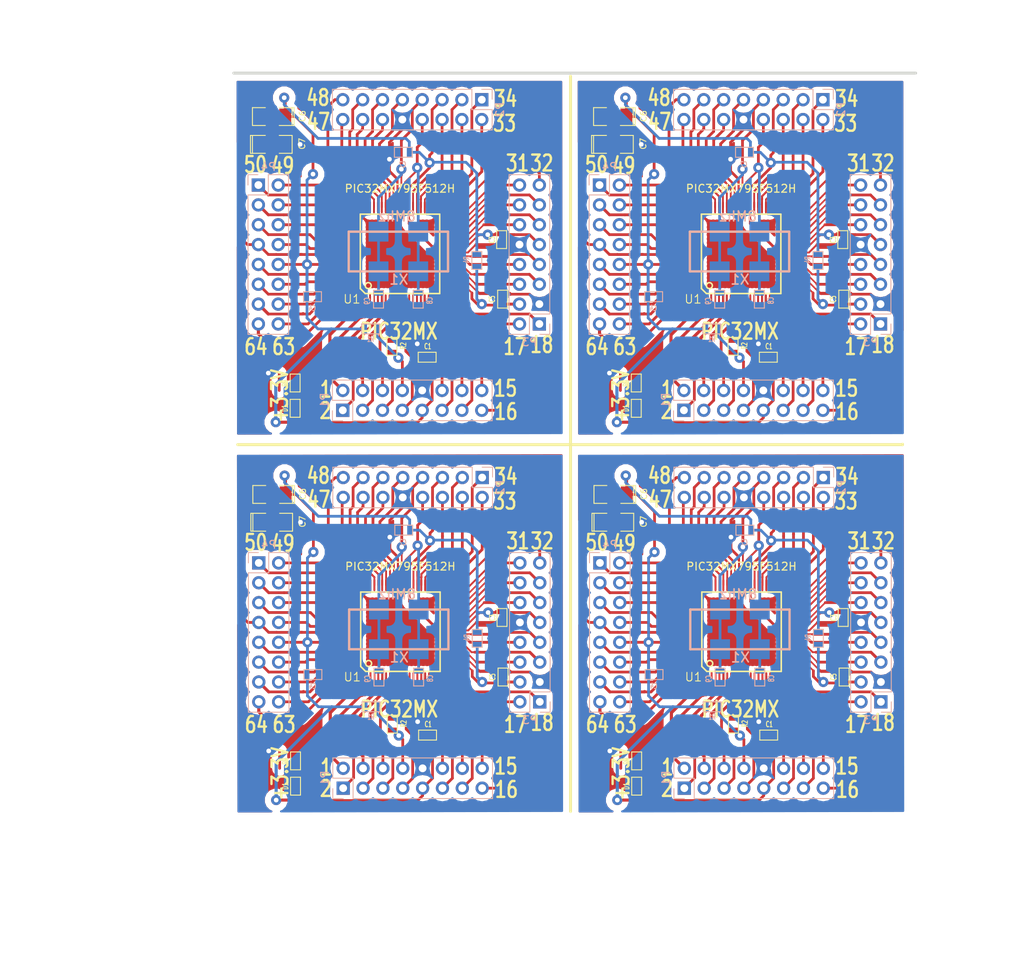
<source format=kicad_pcb>
(kicad_pcb (version 4) (host pcbnew 4.0.5+dfsg1-4)
  (title_block (title SO64) (date "9 jun 2012") (rev V1-00) (company "CYBERNETIQUE EN NORD") (comment 1 F4DEB))
  (layers (0 Dessus signal) (31 Dessous signal) (34 B.Paste user) (35 F.Paste user) (36 B.SilkS user) (37 F.SilkS user) (38 B.Mask user) (39 F.Mask user) (44 Edge.Cuts user))
  (net 0 "")
  (net 1 +3.3V)
  (net 2 /1)
  (net 3 /11)
  (net 4 /12)
  (net 5 /13)
  (net 6 /14)
  (net 7 /15)
  (net 8 /16)
  (net 9 /17)
  (net 10 /18)
  (net 11 /19)
  (net 12 /2)
  (net 13 /21)
  (net 14 /22)
  (net 15 /23)
  (net 16 /24)
  (net 17 /27)
  (net 18 /28)
  (net 19 /29)
  (net 20 /3)
  (net 21 /30)
  (net 22 /31)
  (net 23 /32)
  (net 24 /33)
  (net 25 /34)
  (net 26 /35)
  (net 27 /36)
  (net 28 /37)
  (net 29 /39)
  (net 30 /4)
  (net 31 /40)
  (net 32 /42)
  (net 33 /43)
  (net 34 /44)
  (net 35 /45)
  (net 36 /46)
  (net 37 /47)
  (net 38 /48)
  (net 39 /49)
  (net 40 /5)
  (net 41 /50)
  (net 42 /51)
  (net 43 /52)
  (net 44 /53)
  (net 45 /54)
  (net 46 /55)
  (net 47 /56)
  (net 48 /58)
  (net 49 /59)
  (net 50 /6)
  (net 51 /60)
  (net 52 /61)
  (net 53 /62)
  (net 54 /63)
  (net 55 /64)
  (net 56 /7)
  (net 57 /8)
  (net 58 GND)
  (net 59 N-000059)
  (net 60 N-000055)
  (module Socket_Strips:Socket_Strip_Straight_2x08_Pitch2.54mm (layer Dessous) (at 155.9052 50.165 180)
    (fp_text reference P4 (at -1.27 2.33 180) (layer B.SilkS) (effects (justify mirror)))
    (fp_text value CONN_8X2)
    (pad 1 thru_hole rect (at 0 0 180) (size 1.7 1.7) (drill 1) (layers *.Cu *.Mask) (net 41 /50))
    (pad 2 thru_hole oval (at -2.54 0 180) (size 1.7 1.7) (drill 1) (layers *.Cu *.Mask) (net 39 /49))
    (pad 3 thru_hole oval (at 0 -2.54 180) (size 1.7 1.7) (drill 1) (layers *.Cu *.Mask) (net 43 /52))
    (pad 4 thru_hole oval (at -2.54 -2.54 180) (size 1.7 1.7) (drill 1) (layers *.Cu *.Mask) (net 42 /51))
    (pad 5 thru_hole oval (at 0 -5.08 180) (size 1.7 1.7) (drill 1) (layers *.Cu *.Mask) (net 45 /54))
    (pad 6 thru_hole oval (at -2.54 -5.08 180) (size 1.7 1.7) (drill 1) (layers *.Cu *.Mask) (net 44 /53))
    (pad 7 thru_hole oval (at 0 -7.62 180) (size 1.7 1.7) (drill 1) (layers *.Cu *.Mask) (net 47 /56))
    (pad 8 thru_hole oval (at -2.54 -7.62 180) (size 1.7 1.7) (drill 1) (layers *.Cu *.Mask) (net 46 /55))
    (pad 9 thru_hole oval (at 0 -10.16 180) (size 1.7 1.7) (drill 1) (layers *.Cu *.Mask) (net 48 /58))
    (pad 10 thru_hole oval (at -2.54 -10.16 180) (size 1.7 1.7) (drill 1) (layers *.Cu *.Mask) (net 1 +3.3V))
    (pad 11 thru_hole oval (at 0 -12.7 180) (size 1.7 1.7) (drill 1) (layers *.Cu *.Mask) (net 51 /60))
    (pad 12 thru_hole oval (at -2.54 -12.7 180) (size 1.7 1.7) (drill 1) (layers *.Cu *.Mask) (net 49 /59))
    (pad 13 thru_hole oval (at 0 -15.24 180) (size 1.7 1.7) (drill 1) (layers *.Cu *.Mask) (net 53 /62))
    (pad 14 thru_hole oval (at -2.54 -15.24 180) (size 1.7 1.7) (drill 1) (layers *.Cu *.Mask) (net 52 /61))
    (pad 15 thru_hole oval (at 0 -17.78 180) (size 1.7 1.7) (drill 1) (layers *.Cu *.Mask) (net 55 /64))
    (pad 16 thru_hole oval (at -2.54 -17.78 180) (size 1.7 1.7) (drill 1) (layers *.Cu *.Mask) (net 54 /63))
  )
  (module Socket_Strips:Socket_Strip_Straight_2x08_Pitch2.54mm (layer Dessous) (at 166.7002 78.994 270)
    (fp_text reference P1 (at -1.27 2.33 270) (layer B.SilkS) (effects (justify mirror)))
    (fp_text value CONN_8X2)
    (pad 1 thru_hole rect (at 0 0 270) (size 1.7 1.7) (drill 1) (layers *.Cu *.Mask) (net 12 /2))
    (pad 2 thru_hole oval (at -2.54 0 270) (size 1.7 1.7) (drill 1) (layers *.Cu *.Mask) (net 2 /1))
    (pad 3 thru_hole oval (at 0 -2.54 270) (size 1.7 1.7) (drill 1) (layers *.Cu *.Mask) (net 30 /4))
    (pad 4 thru_hole oval (at -2.54 -2.54 270) (size 1.7 1.7) (drill 1) (layers *.Cu *.Mask) (net 20 /3))
    (pad 5 thru_hole oval (at 0 -5.08 270) (size 1.7 1.7) (drill 1) (layers *.Cu *.Mask) (net 50 /6))
    (pad 6 thru_hole oval (at -2.54 -5.08 270) (size 1.7 1.7) (drill 1) (layers *.Cu *.Mask) (net 40 /5))
    (pad 7 thru_hole oval (at 0 -7.62 270) (size 1.7 1.7) (drill 1) (layers *.Cu *.Mask) (net 57 /8))
    (pad 8 thru_hole oval (at -2.54 -7.62 270) (size 1.7 1.7) (drill 1) (layers *.Cu *.Mask) (net 56 /7))
    (pad 9 thru_hole oval (at 0 -10.16 270) (size 1.7 1.7) (drill 1) (layers *.Cu *.Mask) (net 1 +3.3V))
    (pad 10 thru_hole oval (at -2.54 -10.16 270) (size 1.7 1.7) (drill 1) (layers *.Cu *.Mask) (net 58 GND))
    (pad 11 thru_hole oval (at 0 -12.7 270) (size 1.7 1.7) (drill 1) (layers *.Cu *.Mask) (net 4 /12))
    (pad 12 thru_hole oval (at -2.54 -12.7 270) (size 1.7 1.7) (drill 1) (layers *.Cu *.Mask) (net 3 /11))
    (pad 13 thru_hole oval (at 0 -15.24 270) (size 1.7 1.7) (drill 1) (layers *.Cu *.Mask) (net 6 /14))
    (pad 14 thru_hole oval (at -2.54 -15.24 270) (size 1.7 1.7) (drill 1) (layers *.Cu *.Mask) (net 5 /13))
    (pad 15 thru_hole oval (at 0 -17.78 270) (size 1.7 1.7) (drill 1) (layers *.Cu *.Mask) (net 8 /16))
    (pad 16 thru_hole oval (at -2.54 -17.78 270) (size 1.7 1.7) (drill 1) (layers *.Cu *.Mask) (net 7 /15))
  )
  (module Socket_Strips:Socket_Strip_Straight_2x08_Pitch2.54mm (layer Dessous) (at 191.8462 67.945)
    (fp_text reference P3 (at -1.27 2.33) (layer B.SilkS) (effects (justify mirror)))
    (fp_text value CONN_8X2)
    (pad 1 thru_hole rect (at 0 0) (size 1.7 1.7) (drill 1) (layers *.Cu *.Mask) (net 10 /18))
    (pad 2 thru_hole oval (at -2.54 0) (size 1.7 1.7) (drill 1) (layers *.Cu *.Mask) (net 9 /17))
    (pad 3 thru_hole oval (at 0 -2.54) (size 1.7 1.7) (drill 1) (layers *.Cu *.Mask) (net 58 GND))
    (pad 4 thru_hole oval (at -2.54 -2.54) (size 1.7 1.7) (drill 1) (layers *.Cu *.Mask) (net 11 /19))
    (pad 5 thru_hole oval (at 0 -5.08) (size 1.7 1.7) (drill 1) (layers *.Cu *.Mask) (net 14 /22))
    (pad 6 thru_hole oval (at -2.54 -5.08) (size 1.7 1.7) (drill 1) (layers *.Cu *.Mask) (net 13 /21))
    (pad 7 thru_hole oval (at 0 -7.62) (size 1.7 1.7) (drill 1) (layers *.Cu *.Mask) (net 16 /24))
    (pad 8 thru_hole oval (at -2.54 -7.62) (size 1.7 1.7) (drill 1) (layers *.Cu *.Mask) (net 15 /23))
    (pad 9 thru_hole oval (at 0 -10.16) (size 1.7 1.7) (drill 1) (layers *.Cu *.Mask) (net 1 +3.3V))
    (pad 10 thru_hole oval (at -2.54 -10.16) (size 1.7 1.7) (drill 1) (layers *.Cu *.Mask) (net 58 GND))
    (pad 11 thru_hole oval (at 0 -12.7) (size 1.7 1.7) (drill 1) (layers *.Cu *.Mask) (net 18 /28))
    (pad 12 thru_hole oval (at -2.54 -12.7) (size 1.7 1.7) (drill 1) (layers *.Cu *.Mask) (net 17 /27))
    (pad 13 thru_hole oval (at 0 -15.24) (size 1.7 1.7) (drill 1) (layers *.Cu *.Mask) (net 21 /30))
    (pad 14 thru_hole oval (at -2.54 -15.24) (size 1.7 1.7) (drill 1) (layers *.Cu *.Mask) (net 19 /29))
    (pad 15 thru_hole oval (at 0 -17.78) (size 1.7 1.7) (drill 1) (layers *.Cu *.Mask) (net 23 /32))
    (pad 16 thru_hole oval (at -2.54 -17.78) (size 1.7 1.7) (drill 1) (layers *.Cu *.Mask) (net 22 /31))
  )
  (module Socket_Strips:Socket_Strip_Straight_2x08_Pitch2.54mm (layer Dessous) (at 184.4802 39.243 90)
    (fp_text reference P2 (at -1.27 2.33 90) (layer B.SilkS) (effects (justify mirror)))
    (fp_text value CONN_8X2)
    (pad 1 thru_hole rect (at 0 0 90) (size 1.7 1.7) (drill 1) (layers *.Cu *.Mask) (net 25 /34))
    (pad 2 thru_hole oval (at -2.54 0 90) (size 1.7 1.7) (drill 1) (layers *.Cu *.Mask) (net 24 /33))
    (pad 3 thru_hole oval (at 0 -2.54 90) (size 1.7 1.7) (drill 1) (layers *.Cu *.Mask) (net 27 /36))
    (pad 4 thru_hole oval (at -2.54 -2.54 90) (size 1.7 1.7) (drill 1) (layers *.Cu *.Mask) (net 26 /35))
    (pad 5 thru_hole oval (at 0 -5.08 90) (size 1.7 1.7) (drill 1) (layers *.Cu *.Mask) (net 1 +3.3V))
    (pad 6 thru_hole oval (at -2.54 -5.08 90) (size 1.7 1.7) (drill 1) (layers *.Cu *.Mask) (net 28 /37))
    (pad 7 thru_hole oval (at 0 -7.62 90) (size 1.7 1.7) (drill 1) (layers *.Cu *.Mask) (net 31 /40))
    (pad 8 thru_hole oval (at -2.54 -7.62 90) (size 1.7 1.7) (drill 1) (layers *.Cu *.Mask) (net 29 /39))
    (pad 9 thru_hole oval (at 0 -10.16 90) (size 1.7 1.7) (drill 1) (layers *.Cu *.Mask) (net 32 /42))
    (pad 10 thru_hole oval (at -2.54 -10.16 90) (size 1.7 1.7) (drill 1) (layers *.Cu *.Mask) (net 58 GND))
    (pad 11 thru_hole oval (at 0 -12.7 90) (size 1.7 1.7) (drill 1) (layers *.Cu *.Mask) (net 34 /44))
    (pad 12 thru_hole oval (at -2.54 -12.7 90) (size 1.7 1.7) (drill 1) (layers *.Cu *.Mask) (net 33 /43))
    (pad 13 thru_hole oval (at 0 -15.24 90) (size 1.7 1.7) (drill 1) (layers *.Cu *.Mask) (net 36 /46))
    (pad 14 thru_hole oval (at -2.54 -15.24 90) (size 1.7 1.7) (drill 1) (layers *.Cu *.Mask) (net 35 /45))
    (pad 15 thru_hole oval (at 0 -17.78 90) (size 1.7 1.7) (drill 1) (layers *.Cu *.Mask) (net 38 /48))
    (pad 16 thru_hole oval (at -2.54 -17.78 90) (size 1.7 1.7) (drill 1) (layers *.Cu *.Mask) (net 37 /47))
  )
  (module TQFP_64 (layer Dessus) (at 173.9392 59.055)
    (fp_text reference U1 (at -6.0706 5.715) (layer F.SilkS) (effects (font (size 1.09982 1.09982) (thickness 0.127))))
    (fp_text value PIC32MX795F512H (at 0.0762 -8.4328) (layer F.SilkS) (effects (font (size 1.00076 1.00076) (thickness 0.1524))))
    (pad 1 smd rect (at -3.74904 5.86994) (size 0.24892 1.524) (layers Dessus F.Paste F.Mask) (net 2 /1))
    (pad 2 smd oval (at -3.24866 5.86994) (size 0.24892 1.524) (layers Dessus F.Paste F.Mask) (net 12 /2))
    (pad 3 smd oval (at -2.74828 5.86994) (size 0.24892 1.524) (layers Dessus F.Paste F.Mask) (net 20 /3))
    (pad 4 smd oval (at -2.2479 5.86994) (size 0.24892 1.524) (layers Dessus F.Paste F.Mask) (net 30 /4))
    (pad 5 smd oval (at -1.74752 5.86994) (size 0.24892 1.524) (layers Dessus F.Paste F.Mask) (net 40 /5))
    (pad 6 smd oval (at -1.24968 5.86994) (size 0.24892 1.524) (layers Dessus F.Paste F.Mask) (net 50 /6))
    (pad 7 smd oval (at -0.7493 5.86994) (size 0.24892 1.524) (layers Dessus F.Paste F.Mask) (net 60 N-000055))
    (pad 8 smd oval (at -0.24892 5.86994) (size 0.24892 1.524) (layers Dessus F.Paste F.Mask) (net 57 /8))
    (pad 9 smd oval (at 0.25146 5.86994) (size 0.24892 1.524) (layers Dessus F.Paste F.Mask) (net 58 GND))
    (pad 10 smd oval (at 0.75184 5.86994) (size 0.24892 1.524) (layers Dessus F.Paste F.Mask) (net 1 +3.3V))
    (pad 11 smd oval (at 1.25222 5.86994) (size 0.24892 1.524) (layers Dessus F.Paste F.Mask) (net 3 /11))
    (pad 12 smd oval (at 1.75006 5.86994) (size 0.24892 1.524) (layers Dessus F.Paste F.Mask) (net 4 /12))
    (pad 13 smd oval (at 2.25044 5.86994) (size 0.24892 1.524) (layers Dessus F.Paste F.Mask) (net 5 /13))
    (pad 14 smd oval (at 2.75082 5.86994) (size 0.24892 1.524) (layers Dessus F.Paste F.Mask) (net 6 /14))
    (pad 15 smd oval (at 3.2512 5.86994) (size 0.24892 1.524) (layers Dessus F.Paste F.Mask) (net 7 /15))
    (pad 16 smd oval (at 3.75158 5.86994) (size 0.24892 1.524) (layers Dessus F.Paste F.Mask) (net 8 /16))
    (pad 17 smd oval (at 6.0325 3.74904) (size 1.524 0.24892) (layers Dessus F.Paste F.Mask) (net 9 /17))
    (pad 18 smd oval (at 6.0325 3.24866) (size 1.524 0.24892) (layers Dessus F.Paste F.Mask) (net 10 /18))
    (pad 19 smd oval (at 6.0325 2.74828) (size 1.524 0.24892) (layers Dessus F.Paste F.Mask) (net 11 /19))
    (pad 20 smd oval (at 6.0325 2.2479) (size 1.524 0.24892) (layers Dessus F.Paste F.Mask) (net 58 GND))
    (pad 21 smd oval (at 6.0325 1.74752) (size 1.524 0.24892) (layers Dessus F.Paste F.Mask) (net 13 /21))
    (pad 22 smd oval (at 6.0325 1.24968) (size 1.524 0.24892) (layers Dessus F.Paste F.Mask) (net 14 /22))
    (pad 23 smd oval (at 6.0325 0.7493) (size 1.524 0.24892) (layers Dessus F.Paste F.Mask) (net 15 /23))
    (pad 24 smd oval (at 6.0325 0.24892) (size 1.524 0.24892) (layers Dessus F.Paste F.Mask) (net 16 /24))
    (pad 25 smd oval (at 6.0325 -0.25146) (size 1.524 0.24892) (layers Dessus F.Paste F.Mask) (net 58 GND))
    (pad 26 smd oval (at 6.0325 -0.75184) (size 1.524 0.24892) (layers Dessus F.Paste F.Mask) (net 1 +3.3V))
    (pad 27 smd oval (at 6.0325 -1.25222) (size 1.524 0.24892) (layers Dessus F.Paste F.Mask) (net 17 /27))
    (pad 28 smd oval (at 6.0325 -1.75006) (size 1.524 0.24892) (layers Dessus F.Paste F.Mask) (net 18 /28))
    (pad 29 smd oval (at 6.0325 -2.25044) (size 1.524 0.24892) (layers Dessus F.Paste F.Mask) (net 19 /29))
    (pad 30 smd oval (at 6.0325 -2.75082) (size 1.524 0.24892) (layers Dessus F.Paste F.Mask) (net 21 /30))
    (pad 31 smd oval (at 6.0325 -3.2512) (size 1.524 0.24892) (layers Dessus F.Paste F.Mask) (net 22 /31))
    (pad 32 smd oval (at 6.0325 -3.75158) (size 1.524 0.24892) (layers Dessus F.Paste F.Mask) (net 23 /32))
    (pad 33 smd oval (at 3.75158 -6.0325) (size 0.24892 1.524) (layers Dessus F.Paste F.Mask) (net 24 /33))
    (pad 34 smd oval (at 3.2512 -6.0325) (size 0.24892 1.524) (layers Dessus F.Paste F.Mask) (net 25 /34))
    (pad 35 smd oval (at 2.75082 -6.0325) (size 0.24892 1.524) (layers Dessus F.Paste F.Mask) (net 26 /35))
    (pad 36 smd oval (at 2.25044 -6.0325) (size 0.24892 1.524) (layers Dessus F.Paste F.Mask) (net 27 /36))
    (pad 37 smd oval (at 1.75006 -6.0325) (size 0.24892 1.524) (layers Dessus F.Paste F.Mask) (net 28 /37))
    (pad 38 smd oval (at 1.25222 -6.0325) (size 0.24892 1.524) (layers Dessus F.Paste F.Mask) (net 1 +3.3V))
    (pad 39 smd oval (at 0.75184 -6.0325) (size 0.24892 1.524) (layers Dessus F.Paste F.Mask) (net 29 /39))
    (pad 40 smd oval (at 0.25146 -6.0325) (size 0.24892 1.524) (layers Dessus F.Paste F.Mask) (net 31 /40))
    (pad 41 smd oval (at -0.24892 -6.0325) (size 0.24892 1.524) (layers Dessus F.Paste F.Mask) (net 58 GND))
    (pad 42 smd oval (at -0.7493 -6.0325) (size 0.24892 1.524) (layers Dessus F.Paste F.Mask) (net 32 /42))
    (pad 43 smd oval (at -1.24968 -6.0325) (size 0.24892 1.524) (layers Dessus F.Paste F.Mask) (net 33 /43))
    (pad 44 smd oval (at -1.74752 -6.0325) (size 0.24892 1.524) (layers Dessus F.Paste F.Mask) (net 34 /44))
    (pad 45 smd oval (at -2.2479 -6.0325) (size 0.24892 1.524) (layers Dessus F.Paste F.Mask) (net 35 /45))
    (pad 46 smd oval (at -2.74828 -6.0325) (size 0.24892 1.524) (layers Dessus F.Paste F.Mask) (net 36 /46))
    (pad 47 smd oval (at -3.24866 -6.0325) (size 0.24892 1.524) (layers Dessus F.Paste F.Mask) (net 37 /47))
    (pad 48 smd oval (at -3.74904 -6.0325) (size 0.24892 1.524) (layers Dessus F.Paste F.Mask) (net 38 /48))
    (pad 49 smd oval (at -5.86994 -3.75158) (size 1.524 0.24892) (layers Dessus F.Paste F.Mask) (net 39 /49))
    (pad 50 smd oval (at -5.86994 -3.2512) (size 1.524 0.24892) (layers Dessus F.Paste F.Mask) (net 41 /50))
    (pad 52 smd oval (at -5.86994 -2.25044) (size 1.524 0.24892) (layers Dessus F.Paste F.Mask) (net 43 /52))
    (pad 51 smd oval (at -5.88772 -2.75082) (size 1.524 0.24892) (layers Dessus F.Paste F.Mask) (net 42 /51))
    (pad 53 smd oval (at -5.86994 -1.75006) (size 1.524 0.24892) (layers Dessus F.Paste F.Mask) (net 44 /53))
    (pad 54 smd oval (at -5.86994 -1.25222) (size 1.524 0.24892) (layers Dessus F.Paste F.Mask) (net 45 /54))
    (pad 55 smd oval (at -5.86994 -0.75184) (size 1.524 0.24892) (layers Dessus F.Paste F.Mask) (net 46 /55))
    (pad 56 smd oval (at -5.86994 -0.25146) (size 1.524 0.24892) (layers Dessus F.Paste F.Mask) (net 47 /56))
    (pad 57 smd oval (at -5.86994 0.24892) (size 1.524 0.24892) (layers Dessus F.Paste F.Mask) (net 1 +3.3V))
    (pad 58 smd oval (at -5.86994 0.7493) (size 1.524 0.24892) (layers Dessus F.Paste F.Mask) (net 48 /58))
    (pad 59 smd oval (at -5.86994 1.24206) (size 1.524 0.24892) (layers Dessus F.Paste F.Mask) (net 49 /59))
    (pad 60 smd oval (at -5.86994 1.74244) (size 1.524 0.24892) (layers Dessus F.Paste F.Mask) (net 51 /60))
    (pad 61 smd oval (at -5.86994 2.24282) (size 1.524 0.24892) (layers Dessus F.Paste F.Mask) (net 52 /61))
    (pad 62 smd oval (at -5.86994 2.7432) (size 1.524 0.24892) (layers Dessus F.Paste F.Mask) (net 53 /62))
    (pad 63 smd oval (at -5.86994 3.24104) (size 1.524 0.24892) (layers Dessus F.Paste F.Mask) (net 54 /63))
    (pad 64 smd oval (at -5.86994 3.74142) (size 1.524 0.24892) (layers Dessus F.Paste F.Mask) (net 55 /64))
  )
  (module SM1206POL (layer Dessus) (at 157.6832 41.402 180)
    (fp_text reference C6 (at -3.8608 0.0508 270) (layer F.SilkS) (effects (font (size 0.762 0.762) (thickness 0.127))))
    (fp_text value 10u/10V hide)
    (pad 1 smd rect (at -1.651 0 180) (size 1.524 2.032) (layers Dessus F.Paste F.Mask) (net 1 +3.3V))
    (pad 2 smd rect (at 1.651 0 180) (size 1.524 2.032) (layers Dessus F.Paste F.Mask) (net 58 GND))
  )
  (module SM1206POL (layer Dessus) (at 157.6832 44.958)
    (fp_text reference C7 (at 3.81 -0.0762 270) (layer F.SilkS) (effects (font (size 0.762 0.762) (thickness 0.127))))
    (fp_text value 10u/10V hide)
    (pad 1 smd rect (at -1.651 0) (size 1.524 2.032) (layers Dessus F.Paste F.Mask) (net 47 /56))
    (pad 2 smd rect (at 1.651 0) (size 1.524 2.032) (layers Dessus F.Paste F.Mask) (net 58 GND))
  )
  (module SM0603_Resistor (layer Dessous) (at 183.8452 59.817 270)
    (fp_text reference R4 (at -0.0762 1.2954 270) (layer B.SilkS) (effects (font (size 0.7112 0.4572) (thickness 0.1143)) (justify mirror)))
    (fp_text value 0 hide)
    (pad 1 smd rect (at -0.762 0 270) (size 0.635 1.143) (layers Dessous B.Paste B.Mask) (net 1 +3.3V))
    (pad 2 smd rect (at 0.762 0 270) (size 0.635 1.143) (layers Dessous B.Paste B.Mask) (net 11 /19))
  )
  (module SM0603_Resistor (layer Dessus) (at 160.6042 75.5015 90)
    (fp_text reference R3 (at -0.0381 -1.2954 90) (layer F.SilkS) (effects (font (size 0.7112 0.4572) (thickness 0.1143))))
    (fp_text value 1k hide)
    (pad 1 smd rect (at -0.762 0 90) (size 0.635 1.143) (layers Dessus F.Paste F.Mask) (net 59 N-000059))
    (pad 2 smd rect (at 0.762 0 90) (size 0.635 1.143) (layers Dessus F.Paste F.Mask) (net 58 GND))
  )
  (module SM0603_Resistor (layer Dessous) (at 170.2562 68.58 180)
    (fp_text reference R1 (at 0 -1.2954 180) (layer B.SilkS) (effects (font (size 0.7112 0.4572) (thickness 0.1143)) (justify mirror)))
    (fp_text value 10k hide)
    (pad 1 smd rect (at -0.762 0 180) (size 0.635 1.143) (layers Dessous B.Paste B.Mask) (net 56 /7))
    (pad 2 smd rect (at 0.762 0 180) (size 0.635 1.143) (layers Dessous B.Paste B.Mask) (net 1 +3.3V))
  )
  (module SM0603_Resistor (layer Dessus) (at 172.9867 70.8025 270)
    (fp_text reference R2 (at -0.0635 -1.4605 270) (layer F.SilkS) (effects (font (size 0.7112 0.4572) (thickness 0.1143))))
    (fp_text value 470 hide)
    (pad 1 smd rect (at -0.762 0 270) (size 0.635 1.143) (layers Dessus F.Paste F.Mask) (net 60 N-000055))
    (pad 2 smd rect (at 0.762 0 270) (size 0.635 1.143) (layers Dessus F.Paste F.Mask) (net 56 /7))
  )
  (module SM0603_Capa (layer Dessus) (at 177.4952 72.1995 180)
    (fp_text reference C1 (at -0.0762 1.3843 180) (layer F.SilkS) (effects (font (size 0.7112 0.4572) (thickness 0.1143))))
    (fp_text value 100n hide)
    (pad 1 smd rect (at -0.762 0 180) (size 0.635 1.143) (layers Dessus F.Paste F.Mask) (net 1 +3.3V))
    (pad 2 smd rect (at 0.762 0 180) (size 0.635 1.143) (layers Dessus F.Paste F.Mask) (net 58 GND))
  )
  (module SM0603_Capa (layer Dessous) (at 174.4472 45.974 180)
    (fp_text reference C2 (at 0.1016 -1.5748 180) (layer B.SilkS) (effects (font (size 0.7112 0.4572) (thickness 0.1143)) (justify mirror)))
    (fp_text value 100n hide)
    (pad 1 smd rect (at -0.762 0 180) (size 0.635 1.143) (layers Dessous B.Paste B.Mask) (net 1 +3.3V))
    (pad 2 smd rect (at 0.762 0 180) (size 0.635 1.143) (layers Dessous B.Paste B.Mask) (net 58 GND))
  )
  (module SM0603_Capa (layer Dessus) (at 187.0202 57.15 270)
    (fp_text reference C3 (at 0.0254 1.2192 270) (layer F.SilkS) (effects (font (size 0.7112 0.4572) (thickness 0.1143))))
    (fp_text value 100n hide)
    (pad 1 smd rect (at -0.762 0 270) (size 0.635 1.143) (layers Dessus F.Paste F.Mask) (net 1 +3.3V))
    (pad 2 smd rect (at 0.762 0 270) (size 0.635 1.143) (layers Dessus F.Paste F.Mask) (net 58 GND))
  )
  (module SM0603_Capa (layer Dessous) (at 162.8267 64.4525)
    (fp_text reference C4 (at -0.0381 1.4859) (layer B.SilkS) (effects (font (size 0.7112 0.4572) (thickness 0.1143)) (justify mirror)))
    (fp_text value 100n hide)
    (pad 1 smd rect (at -0.762 0) (size 0.635 1.143) (layers Dessous B.Paste B.Mask) (net 1 +3.3V))
    (pad 2 smd rect (at 0.762 0) (size 0.635 1.143) (layers Dessous B.Paste B.Mask) (net 58 GND))
  )
  (module SM0603_Capa (layer Dessous) (at 176.3522 64.77 270)
    (fp_text reference C8 (at 0.1778 -1.4732 270) (layer B.SilkS) (effects (font (size 0.7112 0.4572) (thickness 0.1143)) (justify mirror)))
    (fp_text value 100n hide)
    (pad 1 smd rect (at -0.762 0 270) (size 0.635 1.143) (layers Dessous B.Paste B.Mask) (net 29 /39))
    (pad 2 smd rect (at 0.762 0 270) (size 0.635 1.143) (layers Dessous B.Paste B.Mask) (net 58 GND))
  )
  (module SM0603_Capa (layer Dessous) (at 171.2722 64.77 270)
    (fp_text reference C9 (at 0.2286 1.4478 270) (layer B.SilkS) (effects (font (size 0.7112 0.4572) (thickness 0.1143)) (justify mirror)))
    (fp_text value 100n hide)
    (pad 1 smd rect (at -0.762 0 270) (size 0.635 1.143) (layers Dessous B.Paste B.Mask) (net 31 /40))
    (pad 2 smd rect (at 0.762 0 270) (size 0.635 1.143) (layers Dessous B.Paste B.Mask) (net 58 GND))
  )
  (module SM0603 (layer Dessus) (at 160.6042 78.74 90)
    (fp_text reference D1 (at 0 -1.2954 90) (layer F.SilkS) (effects (font (size 0.7112 0.4572) (thickness 0.1143))))
    (fp_text value LED hide)
    (pad 1 smd rect (at -0.762 0 90) (size 0.635 1.143) (layers Dessus F.Paste F.Mask) (net 1 +3.3V))
    (pad 2 smd rect (at 0.762 0 90) (size 0.635 1.143) (layers Dessus F.Paste F.Mask) (net 59 N-000059))
  )
  (module QTZ (layer Dessous) (at 173.8122 58.674)
    (fp_text reference X1 (at 0.0508 3.5814) (layer B.SilkS) (effects (font (size 1.27 1.27) (thickness 0.2032)) (justify mirror)))
    (fp_text value 8Mhz (at -0.2032 -4.4958) (layer B.SilkS) (effects (font (size 1.27 1.27) (thickness 0.2032)) (justify mirror)))
    (pad 1 smd rect (at -2.54 2.54) (size 2.54 2.54) (layers Dessous B.Paste B.Mask) (net 31 /40))
    (pad 2 smd rect (at 2.54 2.54) (size 2.54 2.54) (layers Dessous B.Paste B.Mask) (net 29 /39))
    (pad 2 smd rect (at 2.54 -2.54) (size 2.54 2.54) (layers Dessous B.Paste B.Mask) (net 29 /39))
    (pad 1 smd rect (at -2.54 -2.54) (size 2.54 2.54) (layers Dessous B.Paste B.Mask) (net 31 /40))
  )
  (module SM0603_Capa (layer Dessus) (at 187.1472 64.77 90)
    (fp_text reference C5 (at 0 -1.3462 90) (layer F.SilkS) (effects (font (size 0.7112 0.4572) (thickness 0.1143))))
    (fp_text value 100n hide)
    (pad 1 smd rect (at -0.762 0 90) (size 0.635 1.143) (layers Dessus F.Paste F.Mask) (net 11 /19))
    (pad 2 smd rect (at 0.762 0 90) (size 0.635 1.143) (layers Dessus F.Paste F.Mask) (net 58 GND))
  )
  (module SM0603_Capa (layer Dessus) (at 187.198 113.1316 90)
    (fp_text reference C5 (at 0 -1.3462 90) (layer F.SilkS) (effects (font (size 0.7112 0.4572) (thickness 0.1143))))
    (fp_text value 100n hide)
    (pad 1 smd rect (at -0.762 0 90) (size 0.635 1.143) (layers Dessus F.Paste F.Mask) (net 11 /19))
    (pad 2 smd rect (at 0.762 0 90) (size 0.635 1.143) (layers Dessus F.Paste F.Mask) (net 58 GND))
  )
  (module QTZ (layer Dessous) (at 173.863 107.0356)
    (fp_text reference X1 (at 0.0508 3.5814) (layer B.SilkS) (effects (font (size 1.27 1.27) (thickness 0.2032)) (justify mirror)))
    (fp_text value 8Mhz (at -0.2032 -4.4958) (layer B.SilkS) (effects (font (size 1.27 1.27) (thickness 0.2032)) (justify mirror)))
    (pad 1 smd rect (at -2.54 2.54) (size 2.54 2.54) (layers Dessous B.Paste B.Mask) (net 31 /40))
    (pad 2 smd rect (at 2.54 2.54) (size 2.54 2.54) (layers Dessous B.Paste B.Mask) (net 29 /39))
    (pad 2 smd rect (at 2.54 -2.54) (size 2.54 2.54) (layers Dessous B.Paste B.Mask) (net 29 /39))
    (pad 1 smd rect (at -2.54 -2.54) (size 2.54 2.54) (layers Dessous B.Paste B.Mask) (net 31 /40))
  )
  (module SM0603 (layer Dessus) (at 160.655 127.1016 90)
    (fp_text reference D1 (at 0 -1.2954 90) (layer F.SilkS) (effects (font (size 0.7112 0.4572) (thickness 0.1143))))
    (fp_text value LED hide)
    (pad 1 smd rect (at -0.762 0 90) (size 0.635 1.143) (layers Dessus F.Paste F.Mask) (net 1 +3.3V))
    (pad 2 smd rect (at 0.762 0 90) (size 0.635 1.143) (layers Dessus F.Paste F.Mask) (net 59 N-000059))
  )
  (module SM0603_Capa (layer Dessous) (at 171.323 113.1316 270)
    (fp_text reference C9 (at 0.2286 1.4478 270) (layer B.SilkS) (effects (font (size 0.7112 0.4572) (thickness 0.1143)) (justify mirror)))
    (fp_text value 100n hide)
    (pad 1 smd rect (at -0.762 0 270) (size 0.635 1.143) (layers Dessous B.Paste B.Mask) (net 31 /40))
    (pad 2 smd rect (at 0.762 0 270) (size 0.635 1.143) (layers Dessous B.Paste B.Mask) (net 58 GND))
  )
  (module SM0603_Capa (layer Dessous) (at 176.403 113.1316 270)
    (fp_text reference C8 (at 0.1778 -1.4732 270) (layer B.SilkS) (effects (font (size 0.7112 0.4572) (thickness 0.1143)) (justify mirror)))
    (fp_text value 100n hide)
    (pad 1 smd rect (at -0.762 0 270) (size 0.635 1.143) (layers Dessous B.Paste B.Mask) (net 29 /39))
    (pad 2 smd rect (at 0.762 0 270) (size 0.635 1.143) (layers Dessous B.Paste B.Mask) (net 58 GND))
  )
  (module SM0603_Capa (layer Dessous) (at 162.8775 112.8141)
    (fp_text reference C4 (at -0.0381 1.4859) (layer B.SilkS) (effects (font (size 0.7112 0.4572) (thickness 0.1143)) (justify mirror)))
    (fp_text value 100n hide)
    (pad 1 smd rect (at -0.762 0) (size 0.635 1.143) (layers Dessous B.Paste B.Mask) (net 1 +3.3V))
    (pad 2 smd rect (at 0.762 0) (size 0.635 1.143) (layers Dessous B.Paste B.Mask) (net 58 GND))
  )
  (module SM0603_Capa (layer Dessus) (at 187.071 105.5116 270)
    (fp_text reference C3 (at 0.0254 1.2192 270) (layer F.SilkS) (effects (font (size 0.7112 0.4572) (thickness 0.1143))))
    (fp_text value 100n hide)
    (pad 1 smd rect (at -0.762 0 270) (size 0.635 1.143) (layers Dessus F.Paste F.Mask) (net 1 +3.3V))
    (pad 2 smd rect (at 0.762 0 270) (size 0.635 1.143) (layers Dessus F.Paste F.Mask) (net 58 GND))
  )
  (module SM0603_Capa (layer Dessous) (at 174.498 94.3356 180)
    (fp_text reference C2 (at 0.1016 -1.5748 180) (layer B.SilkS) (effects (font (size 0.7112 0.4572) (thickness 0.1143)) (justify mirror)))
    (fp_text value 100n hide)
    (pad 1 smd rect (at -0.762 0 180) (size 0.635 1.143) (layers Dessous B.Paste B.Mask) (net 1 +3.3V))
    (pad 2 smd rect (at 0.762 0 180) (size 0.635 1.143) (layers Dessous B.Paste B.Mask) (net 58 GND))
  )
  (module SM0603_Capa (layer Dessus) (at 177.546 120.5611 180)
    (fp_text reference C1 (at -0.0762 1.3843 180) (layer F.SilkS) (effects (font (size 0.7112 0.4572) (thickness 0.1143))))
    (fp_text value 100n hide)
    (pad 1 smd rect (at -0.762 0 180) (size 0.635 1.143) (layers Dessus F.Paste F.Mask) (net 1 +3.3V))
    (pad 2 smd rect (at 0.762 0 180) (size 0.635 1.143) (layers Dessus F.Paste F.Mask) (net 58 GND))
  )
  (module SM0603_Resistor (layer Dessus) (at 173.0375 119.1641 270)
    (fp_text reference R2 (at -0.0635 -1.4605 270) (layer F.SilkS) (effects (font (size 0.7112 0.4572) (thickness 0.1143))))
    (fp_text value 470 hide)
    (pad 1 smd rect (at -0.762 0 270) (size 0.635 1.143) (layers Dessus F.Paste F.Mask) (net 60 N-000055))
    (pad 2 smd rect (at 0.762 0 270) (size 0.635 1.143) (layers Dessus F.Paste F.Mask) (net 56 /7))
  )
  (module SM0603_Resistor (layer Dessous) (at 170.307 116.9416 180)
    (fp_text reference R1 (at 0 -1.2954 180) (layer B.SilkS) (effects (font (size 0.7112 0.4572) (thickness 0.1143)) (justify mirror)))
    (fp_text value 10k hide)
    (pad 1 smd rect (at -0.762 0 180) (size 0.635 1.143) (layers Dessous B.Paste B.Mask) (net 56 /7))
    (pad 2 smd rect (at 0.762 0 180) (size 0.635 1.143) (layers Dessous B.Paste B.Mask) (net 1 +3.3V))
  )
  (module SM0603_Resistor (layer Dessus) (at 160.655 123.8631 90)
    (fp_text reference R3 (at -0.0381 -1.2954 90) (layer F.SilkS) (effects (font (size 0.7112 0.4572) (thickness 0.1143))))
    (fp_text value 1k hide)
    (pad 1 smd rect (at -0.762 0 90) (size 0.635 1.143) (layers Dessus F.Paste F.Mask) (net 59 N-000059))
    (pad 2 smd rect (at 0.762 0 90) (size 0.635 1.143) (layers Dessus F.Paste F.Mask) (net 58 GND))
  )
  (module SM0603_Resistor (layer Dessous) (at 183.896 108.1786 270)
    (fp_text reference R4 (at -0.0762 1.2954 270) (layer B.SilkS) (effects (font (size 0.7112 0.4572) (thickness 0.1143)) (justify mirror)))
    (fp_text value 0 hide)
    (pad 1 smd rect (at -0.762 0 270) (size 0.635 1.143) (layers Dessous B.Paste B.Mask) (net 1 +3.3V))
    (pad 2 smd rect (at 0.762 0 270) (size 0.635 1.143) (layers Dessous B.Paste B.Mask) (net 11 /19))
  )
  (module SM1206POL (layer Dessus) (at 157.734 93.3196)
    (fp_text reference C7 (at 3.81 -0.0762 270) (layer F.SilkS) (effects (font (size 0.762 0.762) (thickness 0.127))))
    (fp_text value 10u/10V hide)
    (pad 1 smd rect (at -1.651 0) (size 1.524 2.032) (layers Dessus F.Paste F.Mask) (net 47 /56))
    (pad 2 smd rect (at 1.651 0) (size 1.524 2.032) (layers Dessus F.Paste F.Mask) (net 58 GND))
  )
  (module SM1206POL (layer Dessus) (at 157.734 89.7636 180)
    (fp_text reference C6 (at -3.8608 0.0508 270) (layer F.SilkS) (effects (font (size 0.762 0.762) (thickness 0.127))))
    (fp_text value 10u/10V hide)
    (pad 1 smd rect (at -1.651 0 180) (size 1.524 2.032) (layers Dessus F.Paste F.Mask) (net 1 +3.3V))
    (pad 2 smd rect (at 1.651 0 180) (size 1.524 2.032) (layers Dessus F.Paste F.Mask) (net 58 GND))
  )
  (module TQFP_64 (layer Dessus) (at 173.99 107.4166)
    (fp_text reference U1 (at -6.0706 5.715) (layer F.SilkS) (effects (font (size 1.09982 1.09982) (thickness 0.127))))
    (fp_text value PIC32MX795F512H (at 0.0762 -8.4328) (layer F.SilkS) (effects (font (size 1.00076 1.00076) (thickness 0.1524))))
    (pad 1 smd rect (at -3.74904 5.86994) (size 0.24892 1.524) (layers Dessus F.Paste F.Mask) (net 2 /1))
    (pad 2 smd oval (at -3.24866 5.86994) (size 0.24892 1.524) (layers Dessus F.Paste F.Mask) (net 12 /2))
    (pad 3 smd oval (at -2.74828 5.86994) (size 0.24892 1.524) (layers Dessus F.Paste F.Mask) (net 20 /3))
    (pad 4 smd oval (at -2.2479 5.86994) (size 0.24892 1.524) (layers Dessus F.Paste F.Mask) (net 30 /4))
    (pad 5 smd oval (at -1.74752 5.86994) (size 0.24892 1.524) (layers Dessus F.Paste F.Mask) (net 40 /5))
    (pad 6 smd oval (at -1.24968 5.86994) (size 0.24892 1.524) (layers Dessus F.Paste F.Mask) (net 50 /6))
    (pad 7 smd oval (at -0.7493 5.86994) (size 0.24892 1.524) (layers Dessus F.Paste F.Mask) (net 60 N-000055))
    (pad 8 smd oval (at -0.24892 5.86994) (size 0.24892 1.524) (layers Dessus F.Paste F.Mask) (net 57 /8))
    (pad 9 smd oval (at 0.25146 5.86994) (size 0.24892 1.524) (layers Dessus F.Paste F.Mask) (net 58 GND))
    (pad 10 smd oval (at 0.75184 5.86994) (size 0.24892 1.524) (layers Dessus F.Paste F.Mask) (net 1 +3.3V))
    (pad 11 smd oval (at 1.25222 5.86994) (size 0.24892 1.524) (layers Dessus F.Paste F.Mask) (net 3 /11))
    (pad 12 smd oval (at 1.75006 5.86994) (size 0.24892 1.524) (layers Dessus F.Paste F.Mask) (net 4 /12))
    (pad 13 smd oval (at 2.25044 5.86994) (size 0.24892 1.524) (layers Dessus F.Paste F.Mask) (net 5 /13))
    (pad 14 smd oval (at 2.75082 5.86994) (size 0.24892 1.524) (layers Dessus F.Paste F.Mask) (net 6 /14))
    (pad 15 smd oval (at 3.2512 5.86994) (size 0.24892 1.524) (layers Dessus F.Paste F.Mask) (net 7 /15))
    (pad 16 smd oval (at 3.75158 5.86994) (size 0.24892 1.524) (layers Dessus F.Paste F.Mask) (net 8 /16))
    (pad 17 smd oval (at 6.0325 3.74904) (size 1.524 0.24892) (layers Dessus F.Paste F.Mask) (net 9 /17))
    (pad 18 smd oval (at 6.0325 3.24866) (size 1.524 0.24892) (layers Dessus F.Paste F.Mask) (net 10 /18))
    (pad 19 smd oval (at 6.0325 2.74828) (size 1.524 0.24892) (layers Dessus F.Paste F.Mask) (net 11 /19))
    (pad 20 smd oval (at 6.0325 2.2479) (size 1.524 0.24892) (layers Dessus F.Paste F.Mask) (net 58 GND))
    (pad 21 smd oval (at 6.0325 1.74752) (size 1.524 0.24892) (layers Dessus F.Paste F.Mask) (net 13 /21))
    (pad 22 smd oval (at 6.0325 1.24968) (size 1.524 0.24892) (layers Dessus F.Paste F.Mask) (net 14 /22))
    (pad 23 smd oval (at 6.0325 0.7493) (size 1.524 0.24892) (layers Dessus F.Paste F.Mask) (net 15 /23))
    (pad 24 smd oval (at 6.0325 0.24892) (size 1.524 0.24892) (layers Dessus F.Paste F.Mask) (net 16 /24))
    (pad 25 smd oval (at 6.0325 -0.25146) (size 1.524 0.24892) (layers Dessus F.Paste F.Mask) (net 58 GND))
    (pad 26 smd oval (at 6.0325 -0.75184) (size 1.524 0.24892) (layers Dessus F.Paste F.Mask) (net 1 +3.3V))
    (pad 27 smd oval (at 6.0325 -1.25222) (size 1.524 0.24892) (layers Dessus F.Paste F.Mask) (net 17 /27))
    (pad 28 smd oval (at 6.0325 -1.75006) (size 1.524 0.24892) (layers Dessus F.Paste F.Mask) (net 18 /28))
    (pad 29 smd oval (at 6.0325 -2.25044) (size 1.524 0.24892) (layers Dessus F.Paste F.Mask) (net 19 /29))
    (pad 30 smd oval (at 6.0325 -2.75082) (size 1.524 0.24892) (layers Dessus F.Paste F.Mask) (net 21 /30))
    (pad 31 smd oval (at 6.0325 -3.2512) (size 1.524 0.24892) (layers Dessus F.Paste F.Mask) (net 22 /31))
    (pad 32 smd oval (at 6.0325 -3.75158) (size 1.524 0.24892) (layers Dessus F.Paste F.Mask) (net 23 /32))
    (pad 33 smd oval (at 3.75158 -6.0325) (size 0.24892 1.524) (layers Dessus F.Paste F.Mask) (net 24 /33))
    (pad 34 smd oval (at 3.2512 -6.0325) (size 0.24892 1.524) (layers Dessus F.Paste F.Mask) (net 25 /34))
    (pad 35 smd oval (at 2.75082 -6.0325) (size 0.24892 1.524) (layers Dessus F.Paste F.Mask) (net 26 /35))
    (pad 36 smd oval (at 2.25044 -6.0325) (size 0.24892 1.524) (layers Dessus F.Paste F.Mask) (net 27 /36))
    (pad 37 smd oval (at 1.75006 -6.0325) (size 0.24892 1.524) (layers Dessus F.Paste F.Mask) (net 28 /37))
    (pad 38 smd oval (at 1.25222 -6.0325) (size 0.24892 1.524) (layers Dessus F.Paste F.Mask) (net 1 +3.3V))
    (pad 39 smd oval (at 0.75184 -6.0325) (size 0.24892 1.524) (layers Dessus F.Paste F.Mask) (net 29 /39))
    (pad 40 smd oval (at 0.25146 -6.0325) (size 0.24892 1.524) (layers Dessus F.Paste F.Mask) (net 31 /40))
    (pad 41 smd oval (at -0.24892 -6.0325) (size 0.24892 1.524) (layers Dessus F.Paste F.Mask) (net 58 GND))
    (pad 42 smd oval (at -0.7493 -6.0325) (size 0.24892 1.524) (layers Dessus F.Paste F.Mask) (net 32 /42))
    (pad 43 smd oval (at -1.24968 -6.0325) (size 0.24892 1.524) (layers Dessus F.Paste F.Mask) (net 33 /43))
    (pad 44 smd oval (at -1.74752 -6.0325) (size 0.24892 1.524) (layers Dessus F.Paste F.Mask) (net 34 /44))
    (pad 45 smd oval (at -2.2479 -6.0325) (size 0.24892 1.524) (layers Dessus F.Paste F.Mask) (net 35 /45))
    (pad 46 smd oval (at -2.74828 -6.0325) (size 0.24892 1.524) (layers Dessus F.Paste F.Mask) (net 36 /46))
    (pad 47 smd oval (at -3.24866 -6.0325) (size 0.24892 1.524) (layers Dessus F.Paste F.Mask) (net 37 /47))
    (pad 48 smd oval (at -3.74904 -6.0325) (size 0.24892 1.524) (layers Dessus F.Paste F.Mask) (net 38 /48))
    (pad 49 smd oval (at -5.86994 -3.75158) (size 1.524 0.24892) (layers Dessus F.Paste F.Mask) (net 39 /49))
    (pad 50 smd oval (at -5.86994 -3.2512) (size 1.524 0.24892) (layers Dessus F.Paste F.Mask) (net 41 /50))
    (pad 52 smd oval (at -5.86994 -2.25044) (size 1.524 0.24892) (layers Dessus F.Paste F.Mask) (net 43 /52))
    (pad 51 smd oval (at -5.88772 -2.75082) (size 1.524 0.24892) (layers Dessus F.Paste F.Mask) (net 42 /51))
    (pad 53 smd oval (at -5.86994 -1.75006) (size 1.524 0.24892) (layers Dessus F.Paste F.Mask) (net 44 /53))
    (pad 54 smd oval (at -5.86994 -1.25222) (size 1.524 0.24892) (layers Dessus F.Paste F.Mask) (net 45 /54))
    (pad 55 smd oval (at -5.86994 -0.75184) (size 1.524 0.24892) (layers Dessus F.Paste F.Mask) (net 46 /55))
    (pad 56 smd oval (at -5.86994 -0.25146) (size 1.524 0.24892) (layers Dessus F.Paste F.Mask) (net 47 /56))
    (pad 57 smd oval (at -5.86994 0.24892) (size 1.524 0.24892) (layers Dessus F.Paste F.Mask) (net 1 +3.3V))
    (pad 58 smd oval (at -5.86994 0.7493) (size 1.524 0.24892) (layers Dessus F.Paste F.Mask) (net 48 /58))
    (pad 59 smd oval (at -5.86994 1.24206) (size 1.524 0.24892) (layers Dessus F.Paste F.Mask) (net 49 /59))
    (pad 60 smd oval (at -5.86994 1.74244) (size 1.524 0.24892) (layers Dessus F.Paste F.Mask) (net 51 /60))
    (pad 61 smd oval (at -5.86994 2.24282) (size 1.524 0.24892) (layers Dessus F.Paste F.Mask) (net 52 /61))
    (pad 62 smd oval (at -5.86994 2.7432) (size 1.524 0.24892) (layers Dessus F.Paste F.Mask) (net 53 /62))
    (pad 63 smd oval (at -5.86994 3.24104) (size 1.524 0.24892) (layers Dessus F.Paste F.Mask) (net 54 /63))
    (pad 64 smd oval (at -5.86994 3.74142) (size 1.524 0.24892) (layers Dessus F.Paste F.Mask) (net 55 /64))
  )
  (module Socket_Strips:Socket_Strip_Straight_2x08_Pitch2.54mm (layer Dessous) (at 184.531 87.6046 90)
    (fp_text reference P2 (at -1.27 2.33 90) (layer B.SilkS) (effects (justify mirror)))
    (fp_text value CONN_8X2)
    (pad 1 thru_hole rect (at 0 0 90) (size 1.7 1.7) (drill 1) (layers *.Cu *.Mask) (net 25 /34))
    (pad 2 thru_hole oval (at -2.54 0 90) (size 1.7 1.7) (drill 1) (layers *.Cu *.Mask) (net 24 /33))
    (pad 3 thru_hole oval (at 0 -2.54 90) (size 1.7 1.7) (drill 1) (layers *.Cu *.Mask) (net 27 /36))
    (pad 4 thru_hole oval (at -2.54 -2.54 90) (size 1.7 1.7) (drill 1) (layers *.Cu *.Mask) (net 26 /35))
    (pad 5 thru_hole oval (at 0 -5.08 90) (size 1.7 1.7) (drill 1) (layers *.Cu *.Mask) (net 1 +3.3V))
    (pad 6 thru_hole oval (at -2.54 -5.08 90) (size 1.7 1.7) (drill 1) (layers *.Cu *.Mask) (net 28 /37))
    (pad 7 thru_hole oval (at 0 -7.62 90) (size 1.7 1.7) (drill 1) (layers *.Cu *.Mask) (net 31 /40))
    (pad 8 thru_hole oval (at -2.54 -7.62 90) (size 1.7 1.7) (drill 1) (layers *.Cu *.Mask) (net 29 /39))
    (pad 9 thru_hole oval (at 0 -10.16 90) (size 1.7 1.7) (drill 1) (layers *.Cu *.Mask) (net 32 /42))
    (pad 10 thru_hole oval (at -2.54 -10.16 90) (size 1.7 1.7) (drill 1) (layers *.Cu *.Mask) (net 58 GND))
    (pad 11 thru_hole oval (at 0 -12.7 90) (size 1.7 1.7) (drill 1) (layers *.Cu *.Mask) (net 34 /44))
    (pad 12 thru_hole oval (at -2.54 -12.7 90) (size 1.7 1.7) (drill 1) (layers *.Cu *.Mask) (net 33 /43))
    (pad 13 thru_hole oval (at 0 -15.24 90) (size 1.7 1.7) (drill 1) (layers *.Cu *.Mask) (net 36 /46))
    (pad 14 thru_hole oval (at -2.54 -15.24 90) (size 1.7 1.7) (drill 1) (layers *.Cu *.Mask) (net 35 /45))
    (pad 15 thru_hole oval (at 0 -17.78 90) (size 1.7 1.7) (drill 1) (layers *.Cu *.Mask) (net 38 /48))
    (pad 16 thru_hole oval (at -2.54 -17.78 90) (size 1.7 1.7) (drill 1) (layers *.Cu *.Mask) (net 37 /47))
  )
  (module Socket_Strips:Socket_Strip_Straight_2x08_Pitch2.54mm (layer Dessous) (at 191.897 116.3066)
    (fp_text reference P3 (at -1.27 2.33) (layer B.SilkS) (effects (justify mirror)))
    (fp_text value CONN_8X2)
    (pad 1 thru_hole rect (at 0 0) (size 1.7 1.7) (drill 1) (layers *.Cu *.Mask) (net 10 /18))
    (pad 2 thru_hole oval (at -2.54 0) (size 1.7 1.7) (drill 1) (layers *.Cu *.Mask) (net 9 /17))
    (pad 3 thru_hole oval (at 0 -2.54) (size 1.7 1.7) (drill 1) (layers *.Cu *.Mask) (net 58 GND))
    (pad 4 thru_hole oval (at -2.54 -2.54) (size 1.7 1.7) (drill 1) (layers *.Cu *.Mask) (net 11 /19))
    (pad 5 thru_hole oval (at 0 -5.08) (size 1.7 1.7) (drill 1) (layers *.Cu *.Mask) (net 14 /22))
    (pad 6 thru_hole oval (at -2.54 -5.08) (size 1.7 1.7) (drill 1) (layers *.Cu *.Mask) (net 13 /21))
    (pad 7 thru_hole oval (at 0 -7.62) (size 1.7 1.7) (drill 1) (layers *.Cu *.Mask) (net 16 /24))
    (pad 8 thru_hole oval (at -2.54 -7.62) (size 1.7 1.7) (drill 1) (layers *.Cu *.Mask) (net 15 /23))
    (pad 9 thru_hole oval (at 0 -10.16) (size 1.7 1.7) (drill 1) (layers *.Cu *.Mask) (net 1 +3.3V))
    (pad 10 thru_hole oval (at -2.54 -10.16) (size 1.7 1.7) (drill 1) (layers *.Cu *.Mask) (net 58 GND))
    (pad 11 thru_hole oval (at 0 -12.7) (size 1.7 1.7) (drill 1) (layers *.Cu *.Mask) (net 18 /28))
    (pad 12 thru_hole oval (at -2.54 -12.7) (size 1.7 1.7) (drill 1) (layers *.Cu *.Mask) (net 17 /27))
    (pad 13 thru_hole oval (at 0 -15.24) (size 1.7 1.7) (drill 1) (layers *.Cu *.Mask) (net 21 /30))
    (pad 14 thru_hole oval (at -2.54 -15.24) (size 1.7 1.7) (drill 1) (layers *.Cu *.Mask) (net 19 /29))
    (pad 15 thru_hole oval (at 0 -17.78) (size 1.7 1.7) (drill 1) (layers *.Cu *.Mask) (net 23 /32))
    (pad 16 thru_hole oval (at -2.54 -17.78) (size 1.7 1.7) (drill 1) (layers *.Cu *.Mask) (net 22 /31))
  )
  (module Socket_Strips:Socket_Strip_Straight_2x08_Pitch2.54mm (layer Dessous) (at 166.751 127.3556 270)
    (fp_text reference P1 (at -1.27 2.33 270) (layer B.SilkS) (effects (justify mirror)))
    (fp_text value CONN_8X2)
    (pad 1 thru_hole rect (at 0 0 270) (size 1.7 1.7) (drill 1) (layers *.Cu *.Mask) (net 12 /2))
    (pad 2 thru_hole oval (at -2.54 0 270) (size 1.7 1.7) (drill 1) (layers *.Cu *.Mask) (net 2 /1))
    (pad 3 thru_hole oval (at 0 -2.54 270) (size 1.7 1.7) (drill 1) (layers *.Cu *.Mask) (net 30 /4))
    (pad 4 thru_hole oval (at -2.54 -2.54 270) (size 1.7 1.7) (drill 1) (layers *.Cu *.Mask) (net 20 /3))
    (pad 5 thru_hole oval (at 0 -5.08 270) (size 1.7 1.7) (drill 1) (layers *.Cu *.Mask) (net 50 /6))
    (pad 6 thru_hole oval (at -2.54 -5.08 270) (size 1.7 1.7) (drill 1) (layers *.Cu *.Mask) (net 40 /5))
    (pad 7 thru_hole oval (at 0 -7.62 270) (size 1.7 1.7) (drill 1) (layers *.Cu *.Mask) (net 57 /8))
    (pad 8 thru_hole oval (at -2.54 -7.62 270) (size 1.7 1.7) (drill 1) (layers *.Cu *.Mask) (net 56 /7))
    (pad 9 thru_hole oval (at 0 -10.16 270) (size 1.7 1.7) (drill 1) (layers *.Cu *.Mask) (net 1 +3.3V))
    (pad 10 thru_hole oval (at -2.54 -10.16 270) (size 1.7 1.7) (drill 1) (layers *.Cu *.Mask) (net 58 GND))
    (pad 11 thru_hole oval (at 0 -12.7 270) (size 1.7 1.7) (drill 1) (layers *.Cu *.Mask) (net 4 /12))
    (pad 12 thru_hole oval (at -2.54 -12.7 270) (size 1.7 1.7) (drill 1) (layers *.Cu *.Mask) (net 3 /11))
    (pad 13 thru_hole oval (at 0 -15.24 270) (size 1.7 1.7) (drill 1) (layers *.Cu *.Mask) (net 6 /14))
    (pad 14 thru_hole oval (at -2.54 -15.24 270) (size 1.7 1.7) (drill 1) (layers *.Cu *.Mask) (net 5 /13))
    (pad 15 thru_hole oval (at 0 -17.78 270) (size 1.7 1.7) (drill 1) (layers *.Cu *.Mask) (net 8 /16))
    (pad 16 thru_hole oval (at -2.54 -17.78 270) (size 1.7 1.7) (drill 1) (layers *.Cu *.Mask) (net 7 /15))
  )
  (module Socket_Strips:Socket_Strip_Straight_2x08_Pitch2.54mm (layer Dessous) (at 155.956 98.5266 180)
    (fp_text reference P4 (at -1.27 2.33 180) (layer B.SilkS) (effects (justify mirror)))
    (fp_text value CONN_8X2)
    (pad 1 thru_hole rect (at 0 0 180) (size 1.7 1.7) (drill 1) (layers *.Cu *.Mask) (net 41 /50))
    (pad 2 thru_hole oval (at -2.54 0 180) (size 1.7 1.7) (drill 1) (layers *.Cu *.Mask) (net 39 /49))
    (pad 3 thru_hole oval (at 0 -2.54 180) (size 1.7 1.7) (drill 1) (layers *.Cu *.Mask) (net 43 /52))
    (pad 4 thru_hole oval (at -2.54 -2.54 180) (size 1.7 1.7) (drill 1) (layers *.Cu *.Mask) (net 42 /51))
    (pad 5 thru_hole oval (at 0 -5.08 180) (size 1.7 1.7) (drill 1) (layers *.Cu *.Mask) (net 45 /54))
    (pad 6 thru_hole oval (at -2.54 -5.08 180) (size 1.7 1.7) (drill 1) (layers *.Cu *.Mask) (net 44 /53))
    (pad 7 thru_hole oval (at 0 -7.62 180) (size 1.7 1.7) (drill 1) (layers *.Cu *.Mask) (net 47 /56))
    (pad 8 thru_hole oval (at -2.54 -7.62 180) (size 1.7 1.7) (drill 1) (layers *.Cu *.Mask) (net 46 /55))
    (pad 9 thru_hole oval (at 0 -10.16 180) (size 1.7 1.7) (drill 1) (layers *.Cu *.Mask) (net 48 /58))
    (pad 10 thru_hole oval (at -2.54 -10.16 180) (size 1.7 1.7) (drill 1) (layers *.Cu *.Mask) (net 1 +3.3V))
    (pad 11 thru_hole oval (at 0 -12.7 180) (size 1.7 1.7) (drill 1) (layers *.Cu *.Mask) (net 51 /60))
    (pad 12 thru_hole oval (at -2.54 -12.7 180) (size 1.7 1.7) (drill 1) (layers *.Cu *.Mask) (net 49 /59))
    (pad 13 thru_hole oval (at 0 -15.24 180) (size 1.7 1.7) (drill 1) (layers *.Cu *.Mask) (net 53 /62))
    (pad 14 thru_hole oval (at -2.54 -15.24 180) (size 1.7 1.7) (drill 1) (layers *.Cu *.Mask) (net 52 /61))
    (pad 15 thru_hole oval (at 0 -17.78 180) (size 1.7 1.7) (drill 1) (layers *.Cu *.Mask) (net 55 /64))
    (pad 16 thru_hole oval (at -2.54 -17.78 180) (size 1.7 1.7) (drill 1) (layers *.Cu *.Mask) (net 54 /63))
  )
  (module Socket_Strips:Socket_Strip_Straight_2x08_Pitch2.54mm (layer Dessous) (at 112.3188 98.5266 180)
    (fp_text reference P4 (at -1.27 2.33 180) (layer B.SilkS) (effects (justify mirror)))
    (fp_text value CONN_8X2)
    (pad 1 thru_hole rect (at 0 0 180) (size 1.7 1.7) (drill 1) (layers *.Cu *.Mask) (net 41 /50))
    (pad 2 thru_hole oval (at -2.54 0 180) (size 1.7 1.7) (drill 1) (layers *.Cu *.Mask) (net 39 /49))
    (pad 3 thru_hole oval (at 0 -2.54 180) (size 1.7 1.7) (drill 1) (layers *.Cu *.Mask) (net 43 /52))
    (pad 4 thru_hole oval (at -2.54 -2.54 180) (size 1.7 1.7) (drill 1) (layers *.Cu *.Mask) (net 42 /51))
    (pad 5 thru_hole oval (at 0 -5.08 180) (size 1.7 1.7) (drill 1) (layers *.Cu *.Mask) (net 45 /54))
    (pad 6 thru_hole oval (at -2.54 -5.08 180) (size 1.7 1.7) (drill 1) (layers *.Cu *.Mask) (net 44 /53))
    (pad 7 thru_hole oval (at 0 -7.62 180) (size 1.7 1.7) (drill 1) (layers *.Cu *.Mask) (net 47 /56))
    (pad 8 thru_hole oval (at -2.54 -7.62 180) (size 1.7 1.7) (drill 1) (layers *.Cu *.Mask) (net 46 /55))
    (pad 9 thru_hole oval (at 0 -10.16 180) (size 1.7 1.7) (drill 1) (layers *.Cu *.Mask) (net 48 /58))
    (pad 10 thru_hole oval (at -2.54 -10.16 180) (size 1.7 1.7) (drill 1) (layers *.Cu *.Mask) (net 1 +3.3V))
    (pad 11 thru_hole oval (at 0 -12.7 180) (size 1.7 1.7) (drill 1) (layers *.Cu *.Mask) (net 51 /60))
    (pad 12 thru_hole oval (at -2.54 -12.7 180) (size 1.7 1.7) (drill 1) (layers *.Cu *.Mask) (net 49 /59))
    (pad 13 thru_hole oval (at 0 -15.24 180) (size 1.7 1.7) (drill 1) (layers *.Cu *.Mask) (net 53 /62))
    (pad 14 thru_hole oval (at -2.54 -15.24 180) (size 1.7 1.7) (drill 1) (layers *.Cu *.Mask) (net 52 /61))
    (pad 15 thru_hole oval (at 0 -17.78 180) (size 1.7 1.7) (drill 1) (layers *.Cu *.Mask) (net 55 /64))
    (pad 16 thru_hole oval (at -2.54 -17.78 180) (size 1.7 1.7) (drill 1) (layers *.Cu *.Mask) (net 54 /63))
  )
  (module Socket_Strips:Socket_Strip_Straight_2x08_Pitch2.54mm (layer Dessous) (at 123.1138 127.3556 270)
    (fp_text reference P1 (at -1.27 2.33 270) (layer B.SilkS) (effects (justify mirror)))
    (fp_text value CONN_8X2)
    (pad 1 thru_hole rect (at 0 0 270) (size 1.7 1.7) (drill 1) (layers *.Cu *.Mask) (net 12 /2))
    (pad 2 thru_hole oval (at -2.54 0 270) (size 1.7 1.7) (drill 1) (layers *.Cu *.Mask) (net 2 /1))
    (pad 3 thru_hole oval (at 0 -2.54 270) (size 1.7 1.7) (drill 1) (layers *.Cu *.Mask) (net 30 /4))
    (pad 4 thru_hole oval (at -2.54 -2.54 270) (size 1.7 1.7) (drill 1) (layers *.Cu *.Mask) (net 20 /3))
    (pad 5 thru_hole oval (at 0 -5.08 270) (size 1.7 1.7) (drill 1) (layers *.Cu *.Mask) (net 50 /6))
    (pad 6 thru_hole oval (at -2.54 -5.08 270) (size 1.7 1.7) (drill 1) (layers *.Cu *.Mask) (net 40 /5))
    (pad 7 thru_hole oval (at 0 -7.62 270) (size 1.7 1.7) (drill 1) (layers *.Cu *.Mask) (net 57 /8))
    (pad 8 thru_hole oval (at -2.54 -7.62 270) (size 1.7 1.7) (drill 1) (layers *.Cu *.Mask) (net 56 /7))
    (pad 9 thru_hole oval (at 0 -10.16 270) (size 1.7 1.7) (drill 1) (layers *.Cu *.Mask) (net 1 +3.3V))
    (pad 10 thru_hole oval (at -2.54 -10.16 270) (size 1.7 1.7) (drill 1) (layers *.Cu *.Mask) (net 58 GND))
    (pad 11 thru_hole oval (at 0 -12.7 270) (size 1.7 1.7) (drill 1) (layers *.Cu *.Mask) (net 4 /12))
    (pad 12 thru_hole oval (at -2.54 -12.7 270) (size 1.7 1.7) (drill 1) (layers *.Cu *.Mask) (net 3 /11))
    (pad 13 thru_hole oval (at 0 -15.24 270) (size 1.7 1.7) (drill 1) (layers *.Cu *.Mask) (net 6 /14))
    (pad 14 thru_hole oval (at -2.54 -15.24 270) (size 1.7 1.7) (drill 1) (layers *.Cu *.Mask) (net 5 /13))
    (pad 15 thru_hole oval (at 0 -17.78 270) (size 1.7 1.7) (drill 1) (layers *.Cu *.Mask) (net 8 /16))
    (pad 16 thru_hole oval (at -2.54 -17.78 270) (size 1.7 1.7) (drill 1) (layers *.Cu *.Mask) (net 7 /15))
  )
  (module Socket_Strips:Socket_Strip_Straight_2x08_Pitch2.54mm (layer Dessous) (at 148.2598 116.3066)
    (fp_text reference P3 (at -1.27 2.33) (layer B.SilkS) (effects (justify mirror)))
    (fp_text value CONN_8X2)
    (pad 1 thru_hole rect (at 0 0) (size 1.7 1.7) (drill 1) (layers *.Cu *.Mask) (net 10 /18))
    (pad 2 thru_hole oval (at -2.54 0) (size 1.7 1.7) (drill 1) (layers *.Cu *.Mask) (net 9 /17))
    (pad 3 thru_hole oval (at 0 -2.54) (size 1.7 1.7) (drill 1) (layers *.Cu *.Mask) (net 58 GND))
    (pad 4 thru_hole oval (at -2.54 -2.54) (size 1.7 1.7) (drill 1) (layers *.Cu *.Mask) (net 11 /19))
    (pad 5 thru_hole oval (at 0 -5.08) (size 1.7 1.7) (drill 1) (layers *.Cu *.Mask) (net 14 /22))
    (pad 6 thru_hole oval (at -2.54 -5.08) (size 1.7 1.7) (drill 1) (layers *.Cu *.Mask) (net 13 /21))
    (pad 7 thru_hole oval (at 0 -7.62) (size 1.7 1.7) (drill 1) (layers *.Cu *.Mask) (net 16 /24))
    (pad 8 thru_hole oval (at -2.54 -7.62) (size 1.7 1.7) (drill 1) (layers *.Cu *.Mask) (net 15 /23))
    (pad 9 thru_hole oval (at 0 -10.16) (size 1.7 1.7) (drill 1) (layers *.Cu *.Mask) (net 1 +3.3V))
    (pad 10 thru_hole oval (at -2.54 -10.16) (size 1.7 1.7) (drill 1) (layers *.Cu *.Mask) (net 58 GND))
    (pad 11 thru_hole oval (at 0 -12.7) (size 1.7 1.7) (drill 1) (layers *.Cu *.Mask) (net 18 /28))
    (pad 12 thru_hole oval (at -2.54 -12.7) (size 1.7 1.7) (drill 1) (layers *.Cu *.Mask) (net 17 /27))
    (pad 13 thru_hole oval (at 0 -15.24) (size 1.7 1.7) (drill 1) (layers *.Cu *.Mask) (net 21 /30))
    (pad 14 thru_hole oval (at -2.54 -15.24) (size 1.7 1.7) (drill 1) (layers *.Cu *.Mask) (net 19 /29))
    (pad 15 thru_hole oval (at 0 -17.78) (size 1.7 1.7) (drill 1) (layers *.Cu *.Mask) (net 23 /32))
    (pad 16 thru_hole oval (at -2.54 -17.78) (size 1.7 1.7) (drill 1) (layers *.Cu *.Mask) (net 22 /31))
  )
  (module Socket_Strips:Socket_Strip_Straight_2x08_Pitch2.54mm (layer Dessous) (at 140.8938 87.6046 90)
    (fp_text reference P2 (at -1.27 2.33 90) (layer B.SilkS) (effects (justify mirror)))
    (fp_text value CONN_8X2)
    (pad 1 thru_hole rect (at 0 0 90) (size 1.7 1.7) (drill 1) (layers *.Cu *.Mask) (net 25 /34))
    (pad 2 thru_hole oval (at -2.54 0 90) (size 1.7 1.7) (drill 1) (layers *.Cu *.Mask) (net 24 /33))
    (pad 3 thru_hole oval (at 0 -2.54 90) (size 1.7 1.7) (drill 1) (layers *.Cu *.Mask) (net 27 /36))
    (pad 4 thru_hole oval (at -2.54 -2.54 90) (size 1.7 1.7) (drill 1) (layers *.Cu *.Mask) (net 26 /35))
    (pad 5 thru_hole oval (at 0 -5.08 90) (size 1.7 1.7) (drill 1) (layers *.Cu *.Mask) (net 1 +3.3V))
    (pad 6 thru_hole oval (at -2.54 -5.08 90) (size 1.7 1.7) (drill 1) (layers *.Cu *.Mask) (net 28 /37))
    (pad 7 thru_hole oval (at 0 -7.62 90) (size 1.7 1.7) (drill 1) (layers *.Cu *.Mask) (net 31 /40))
    (pad 8 thru_hole oval (at -2.54 -7.62 90) (size 1.7 1.7) (drill 1) (layers *.Cu *.Mask) (net 29 /39))
    (pad 9 thru_hole oval (at 0 -10.16 90) (size 1.7 1.7) (drill 1) (layers *.Cu *.Mask) (net 32 /42))
    (pad 10 thru_hole oval (at -2.54 -10.16 90) (size 1.7 1.7) (drill 1) (layers *.Cu *.Mask) (net 58 GND))
    (pad 11 thru_hole oval (at 0 -12.7 90) (size 1.7 1.7) (drill 1) (layers *.Cu *.Mask) (net 34 /44))
    (pad 12 thru_hole oval (at -2.54 -12.7 90) (size 1.7 1.7) (drill 1) (layers *.Cu *.Mask) (net 33 /43))
    (pad 13 thru_hole oval (at 0 -15.24 90) (size 1.7 1.7) (drill 1) (layers *.Cu *.Mask) (net 36 /46))
    (pad 14 thru_hole oval (at -2.54 -15.24 90) (size 1.7 1.7) (drill 1) (layers *.Cu *.Mask) (net 35 /45))
    (pad 15 thru_hole oval (at 0 -17.78 90) (size 1.7 1.7) (drill 1) (layers *.Cu *.Mask) (net 38 /48))
    (pad 16 thru_hole oval (at -2.54 -17.78 90) (size 1.7 1.7) (drill 1) (layers *.Cu *.Mask) (net 37 /47))
  )
  (module TQFP_64 (layer Dessus) (at 130.3528 107.4166)
    (fp_text reference U1 (at -6.0706 5.715) (layer F.SilkS) (effects (font (size 1.09982 1.09982) (thickness 0.127))))
    (fp_text value PIC32MX795F512H (at 0.0762 -8.4328) (layer F.SilkS) (effects (font (size 1.00076 1.00076) (thickness 0.1524))))
    (pad 1 smd rect (at -3.74904 5.86994) (size 0.24892 1.524) (layers Dessus F.Paste F.Mask) (net 2 /1))
    (pad 2 smd oval (at -3.24866 5.86994) (size 0.24892 1.524) (layers Dessus F.Paste F.Mask) (net 12 /2))
    (pad 3 smd oval (at -2.74828 5.86994) (size 0.24892 1.524) (layers Dessus F.Paste F.Mask) (net 20 /3))
    (pad 4 smd oval (at -2.2479 5.86994) (size 0.24892 1.524) (layers Dessus F.Paste F.Mask) (net 30 /4))
    (pad 5 smd oval (at -1.74752 5.86994) (size 0.24892 1.524) (layers Dessus F.Paste F.Mask) (net 40 /5))
    (pad 6 smd oval (at -1.24968 5.86994) (size 0.24892 1.524) (layers Dessus F.Paste F.Mask) (net 50 /6))
    (pad 7 smd oval (at -0.7493 5.86994) (size 0.24892 1.524) (layers Dessus F.Paste F.Mask) (net 60 N-000055))
    (pad 8 smd oval (at -0.24892 5.86994) (size 0.24892 1.524) (layers Dessus F.Paste F.Mask) (net 57 /8))
    (pad 9 smd oval (at 0.25146 5.86994) (size 0.24892 1.524) (layers Dessus F.Paste F.Mask) (net 58 GND))
    (pad 10 smd oval (at 0.75184 5.86994) (size 0.24892 1.524) (layers Dessus F.Paste F.Mask) (net 1 +3.3V))
    (pad 11 smd oval (at 1.25222 5.86994) (size 0.24892 1.524) (layers Dessus F.Paste F.Mask) (net 3 /11))
    (pad 12 smd oval (at 1.75006 5.86994) (size 0.24892 1.524) (layers Dessus F.Paste F.Mask) (net 4 /12))
    (pad 13 smd oval (at 2.25044 5.86994) (size 0.24892 1.524) (layers Dessus F.Paste F.Mask) (net 5 /13))
    (pad 14 smd oval (at 2.75082 5.86994) (size 0.24892 1.524) (layers Dessus F.Paste F.Mask) (net 6 /14))
    (pad 15 smd oval (at 3.2512 5.86994) (size 0.24892 1.524) (layers Dessus F.Paste F.Mask) (net 7 /15))
    (pad 16 smd oval (at 3.75158 5.86994) (size 0.24892 1.524) (layers Dessus F.Paste F.Mask) (net 8 /16))
    (pad 17 smd oval (at 6.0325 3.74904) (size 1.524 0.24892) (layers Dessus F.Paste F.Mask) (net 9 /17))
    (pad 18 smd oval (at 6.0325 3.24866) (size 1.524 0.24892) (layers Dessus F.Paste F.Mask) (net 10 /18))
    (pad 19 smd oval (at 6.0325 2.74828) (size 1.524 0.24892) (layers Dessus F.Paste F.Mask) (net 11 /19))
    (pad 20 smd oval (at 6.0325 2.2479) (size 1.524 0.24892) (layers Dessus F.Paste F.Mask) (net 58 GND))
    (pad 21 smd oval (at 6.0325 1.74752) (size 1.524 0.24892) (layers Dessus F.Paste F.Mask) (net 13 /21))
    (pad 22 smd oval (at 6.0325 1.24968) (size 1.524 0.24892) (layers Dessus F.Paste F.Mask) (net 14 /22))
    (pad 23 smd oval (at 6.0325 0.7493) (size 1.524 0.24892) (layers Dessus F.Paste F.Mask) (net 15 /23))
    (pad 24 smd oval (at 6.0325 0.24892) (size 1.524 0.24892) (layers Dessus F.Paste F.Mask) (net 16 /24))
    (pad 25 smd oval (at 6.0325 -0.25146) (size 1.524 0.24892) (layers Dessus F.Paste F.Mask) (net 58 GND))
    (pad 26 smd oval (at 6.0325 -0.75184) (size 1.524 0.24892) (layers Dessus F.Paste F.Mask) (net 1 +3.3V))
    (pad 27 smd oval (at 6.0325 -1.25222) (size 1.524 0.24892) (layers Dessus F.Paste F.Mask) (net 17 /27))
    (pad 28 smd oval (at 6.0325 -1.75006) (size 1.524 0.24892) (layers Dessus F.Paste F.Mask) (net 18 /28))
    (pad 29 smd oval (at 6.0325 -2.25044) (size 1.524 0.24892) (layers Dessus F.Paste F.Mask) (net 19 /29))
    (pad 30 smd oval (at 6.0325 -2.75082) (size 1.524 0.24892) (layers Dessus F.Paste F.Mask) (net 21 /30))
    (pad 31 smd oval (at 6.0325 -3.2512) (size 1.524 0.24892) (layers Dessus F.Paste F.Mask) (net 22 /31))
    (pad 32 smd oval (at 6.0325 -3.75158) (size 1.524 0.24892) (layers Dessus F.Paste F.Mask) (net 23 /32))
    (pad 33 smd oval (at 3.75158 -6.0325) (size 0.24892 1.524) (layers Dessus F.Paste F.Mask) (net 24 /33))
    (pad 34 smd oval (at 3.2512 -6.0325) (size 0.24892 1.524) (layers Dessus F.Paste F.Mask) (net 25 /34))
    (pad 35 smd oval (at 2.75082 -6.0325) (size 0.24892 1.524) (layers Dessus F.Paste F.Mask) (net 26 /35))
    (pad 36 smd oval (at 2.25044 -6.0325) (size 0.24892 1.524) (layers Dessus F.Paste F.Mask) (net 27 /36))
    (pad 37 smd oval (at 1.75006 -6.0325) (size 0.24892 1.524) (layers Dessus F.Paste F.Mask) (net 28 /37))
    (pad 38 smd oval (at 1.25222 -6.0325) (size 0.24892 1.524) (layers Dessus F.Paste F.Mask) (net 1 +3.3V))
    (pad 39 smd oval (at 0.75184 -6.0325) (size 0.24892 1.524) (layers Dessus F.Paste F.Mask) (net 29 /39))
    (pad 40 smd oval (at 0.25146 -6.0325) (size 0.24892 1.524) (layers Dessus F.Paste F.Mask) (net 31 /40))
    (pad 41 smd oval (at -0.24892 -6.0325) (size 0.24892 1.524) (layers Dessus F.Paste F.Mask) (net 58 GND))
    (pad 42 smd oval (at -0.7493 -6.0325) (size 0.24892 1.524) (layers Dessus F.Paste F.Mask) (net 32 /42))
    (pad 43 smd oval (at -1.24968 -6.0325) (size 0.24892 1.524) (layers Dessus F.Paste F.Mask) (net 33 /43))
    (pad 44 smd oval (at -1.74752 -6.0325) (size 0.24892 1.524) (layers Dessus F.Paste F.Mask) (net 34 /44))
    (pad 45 smd oval (at -2.2479 -6.0325) (size 0.24892 1.524) (layers Dessus F.Paste F.Mask) (net 35 /45))
    (pad 46 smd oval (at -2.74828 -6.0325) (size 0.24892 1.524) (layers Dessus F.Paste F.Mask) (net 36 /46))
    (pad 47 smd oval (at -3.24866 -6.0325) (size 0.24892 1.524) (layers Dessus F.Paste F.Mask) (net 37 /47))
    (pad 48 smd oval (at -3.74904 -6.0325) (size 0.24892 1.524) (layers Dessus F.Paste F.Mask) (net 38 /48))
    (pad 49 smd oval (at -5.86994 -3.75158) (size 1.524 0.24892) (layers Dessus F.Paste F.Mask) (net 39 /49))
    (pad 50 smd oval (at -5.86994 -3.2512) (size 1.524 0.24892) (layers Dessus F.Paste F.Mask) (net 41 /50))
    (pad 52 smd oval (at -5.86994 -2.25044) (size 1.524 0.24892) (layers Dessus F.Paste F.Mask) (net 43 /52))
    (pad 51 smd oval (at -5.88772 -2.75082) (size 1.524 0.24892) (layers Dessus F.Paste F.Mask) (net 42 /51))
    (pad 53 smd oval (at -5.86994 -1.75006) (size 1.524 0.24892) (layers Dessus F.Paste F.Mask) (net 44 /53))
    (pad 54 smd oval (at -5.86994 -1.25222) (size 1.524 0.24892) (layers Dessus F.Paste F.Mask) (net 45 /54))
    (pad 55 smd oval (at -5.86994 -0.75184) (size 1.524 0.24892) (layers Dessus F.Paste F.Mask) (net 46 /55))
    (pad 56 smd oval (at -5.86994 -0.25146) (size 1.524 0.24892) (layers Dessus F.Paste F.Mask) (net 47 /56))
    (pad 57 smd oval (at -5.86994 0.24892) (size 1.524 0.24892) (layers Dessus F.Paste F.Mask) (net 1 +3.3V))
    (pad 58 smd oval (at -5.86994 0.7493) (size 1.524 0.24892) (layers Dessus F.Paste F.Mask) (net 48 /58))
    (pad 59 smd oval (at -5.86994 1.24206) (size 1.524 0.24892) (layers Dessus F.Paste F.Mask) (net 49 /59))
    (pad 60 smd oval (at -5.86994 1.74244) (size 1.524 0.24892) (layers Dessus F.Paste F.Mask) (net 51 /60))
    (pad 61 smd oval (at -5.86994 2.24282) (size 1.524 0.24892) (layers Dessus F.Paste F.Mask) (net 52 /61))
    (pad 62 smd oval (at -5.86994 2.7432) (size 1.524 0.24892) (layers Dessus F.Paste F.Mask) (net 53 /62))
    (pad 63 smd oval (at -5.86994 3.24104) (size 1.524 0.24892) (layers Dessus F.Paste F.Mask) (net 54 /63))
    (pad 64 smd oval (at -5.86994 3.74142) (size 1.524 0.24892) (layers Dessus F.Paste F.Mask) (net 55 /64))
  )
  (module SM1206POL (layer Dessus) (at 114.0968 89.7636 180)
    (fp_text reference C6 (at -3.8608 0.0508 270) (layer F.SilkS) (effects (font (size 0.762 0.762) (thickness 0.127))))
    (fp_text value 10u/10V hide)
    (pad 1 smd rect (at -1.651 0 180) (size 1.524 2.032) (layers Dessus F.Paste F.Mask) (net 1 +3.3V))
    (pad 2 smd rect (at 1.651 0 180) (size 1.524 2.032) (layers Dessus F.Paste F.Mask) (net 58 GND))
  )
  (module SM1206POL (layer Dessus) (at 114.0968 93.3196)
    (fp_text reference C7 (at 3.81 -0.0762 270) (layer F.SilkS) (effects (font (size 0.762 0.762) (thickness 0.127))))
    (fp_text value 10u/10V hide)
    (pad 1 smd rect (at -1.651 0) (size 1.524 2.032) (layers Dessus F.Paste F.Mask) (net 47 /56))
    (pad 2 smd rect (at 1.651 0) (size 1.524 2.032) (layers Dessus F.Paste F.Mask) (net 58 GND))
  )
  (module SM0603_Resistor (layer Dessous) (at 140.2588 108.1786 270)
    (fp_text reference R4 (at -0.0762 1.2954 270) (layer B.SilkS) (effects (font (size 0.7112 0.4572) (thickness 0.1143)) (justify mirror)))
    (fp_text value 0 hide)
    (pad 1 smd rect (at -0.762 0 270) (size 0.635 1.143) (layers Dessous B.Paste B.Mask) (net 1 +3.3V))
    (pad 2 smd rect (at 0.762 0 270) (size 0.635 1.143) (layers Dessous B.Paste B.Mask) (net 11 /19))
  )
  (module SM0603_Resistor (layer Dessus) (at 117.0178 123.8631 90)
    (fp_text reference R3 (at -0.0381 -1.2954 90) (layer F.SilkS) (effects (font (size 0.7112 0.4572) (thickness 0.1143))))
    (fp_text value 1k hide)
    (pad 1 smd rect (at -0.762 0 90) (size 0.635 1.143) (layers Dessus F.Paste F.Mask) (net 59 N-000059))
    (pad 2 smd rect (at 0.762 0 90) (size 0.635 1.143) (layers Dessus F.Paste F.Mask) (net 58 GND))
  )
  (module SM0603_Resistor (layer Dessous) (at 126.6698 116.9416 180)
    (fp_text reference R1 (at 0 -1.2954 180) (layer B.SilkS) (effects (font (size 0.7112 0.4572) (thickness 0.1143)) (justify mirror)))
    (fp_text value 10k hide)
    (pad 1 smd rect (at -0.762 0 180) (size 0.635 1.143) (layers Dessous B.Paste B.Mask) (net 56 /7))
    (pad 2 smd rect (at 0.762 0 180) (size 0.635 1.143) (layers Dessous B.Paste B.Mask) (net 1 +3.3V))
  )
  (module SM0603_Resistor (layer Dessus) (at 129.4003 119.1641 270)
    (fp_text reference R2 (at -0.0635 -1.4605 270) (layer F.SilkS) (effects (font (size 0.7112 0.4572) (thickness 0.1143))))
    (fp_text value 470 hide)
    (pad 1 smd rect (at -0.762 0 270) (size 0.635 1.143) (layers Dessus F.Paste F.Mask) (net 60 N-000055))
    (pad 2 smd rect (at 0.762 0 270) (size 0.635 1.143) (layers Dessus F.Paste F.Mask) (net 56 /7))
  )
  (module SM0603_Capa (layer Dessus) (at 133.9088 120.5611 180)
    (fp_text reference C1 (at -0.0762 1.3843 180) (layer F.SilkS) (effects (font (size 0.7112 0.4572) (thickness 0.1143))))
    (fp_text value 100n hide)
    (pad 1 smd rect (at -0.762 0 180) (size 0.635 1.143) (layers Dessus F.Paste F.Mask) (net 1 +3.3V))
    (pad 2 smd rect (at 0.762 0 180) (size 0.635 1.143) (layers Dessus F.Paste F.Mask) (net 58 GND))
  )
  (module SM0603_Capa (layer Dessous) (at 130.8608 94.3356 180)
    (fp_text reference C2 (at 0.1016 -1.5748 180) (layer B.SilkS) (effects (font (size 0.7112 0.4572) (thickness 0.1143)) (justify mirror)))
    (fp_text value 100n hide)
    (pad 1 smd rect (at -0.762 0 180) (size 0.635 1.143) (layers Dessous B.Paste B.Mask) (net 1 +3.3V))
    (pad 2 smd rect (at 0.762 0 180) (size 0.635 1.143) (layers Dessous B.Paste B.Mask) (net 58 GND))
  )
  (module SM0603_Capa (layer Dessus) (at 143.4338 105.5116 270)
    (fp_text reference C3 (at 0.0254 1.2192 270) (layer F.SilkS) (effects (font (size 0.7112 0.4572) (thickness 0.1143))))
    (fp_text value 100n hide)
    (pad 1 smd rect (at -0.762 0 270) (size 0.635 1.143) (layers Dessus F.Paste F.Mask) (net 1 +3.3V))
    (pad 2 smd rect (at 0.762 0 270) (size 0.635 1.143) (layers Dessus F.Paste F.Mask) (net 58 GND))
  )
  (module SM0603_Capa (layer Dessous) (at 119.2403 112.8141)
    (fp_text reference C4 (at -0.0381 1.4859) (layer B.SilkS) (effects (font (size 0.7112 0.4572) (thickness 0.1143)) (justify mirror)))
    (fp_text value 100n hide)
    (pad 1 smd rect (at -0.762 0) (size 0.635 1.143) (layers Dessous B.Paste B.Mask) (net 1 +3.3V))
    (pad 2 smd rect (at 0.762 0) (size 0.635 1.143) (layers Dessous B.Paste B.Mask) (net 58 GND))
  )
  (module SM0603_Capa (layer Dessous) (at 132.7658 113.1316 270)
    (fp_text reference C8 (at 0.1778 -1.4732 270) (layer B.SilkS) (effects (font (size 0.7112 0.4572) (thickness 0.1143)) (justify mirror)))
    (fp_text value 100n hide)
    (pad 1 smd rect (at -0.762 0 270) (size 0.635 1.143) (layers Dessous B.Paste B.Mask) (net 29 /39))
    (pad 2 smd rect (at 0.762 0 270) (size 0.635 1.143) (layers Dessous B.Paste B.Mask) (net 58 GND))
  )
  (module SM0603_Capa (layer Dessous) (at 127.6858 113.1316 270)
    (fp_text reference C9 (at 0.2286 1.4478 270) (layer B.SilkS) (effects (font (size 0.7112 0.4572) (thickness 0.1143)) (justify mirror)))
    (fp_text value 100n hide)
    (pad 1 smd rect (at -0.762 0 270) (size 0.635 1.143) (layers Dessous B.Paste B.Mask) (net 31 /40))
    (pad 2 smd rect (at 0.762 0 270) (size 0.635 1.143) (layers Dessous B.Paste B.Mask) (net 58 GND))
  )
  (module SM0603 (layer Dessus) (at 117.0178 127.1016 90)
    (fp_text reference D1 (at 0 -1.2954 90) (layer F.SilkS) (effects (font (size 0.7112 0.4572) (thickness 0.1143))))
    (fp_text value LED hide)
    (pad 1 smd rect (at -0.762 0 90) (size 0.635 1.143) (layers Dessus F.Paste F.Mask) (net 1 +3.3V))
    (pad 2 smd rect (at 0.762 0 90) (size 0.635 1.143) (layers Dessus F.Paste F.Mask) (net 59 N-000059))
  )
  (module QTZ (layer Dessous) (at 130.2258 107.0356)
    (fp_text reference X1 (at 0.0508 3.5814) (layer B.SilkS) (effects (font (size 1.27 1.27) (thickness 0.2032)) (justify mirror)))
    (fp_text value 8Mhz (at -0.2032 -4.4958) (layer B.SilkS) (effects (font (size 1.27 1.27) (thickness 0.2032)) (justify mirror)))
    (pad 1 smd rect (at -2.54 2.54) (size 2.54 2.54) (layers Dessous B.Paste B.Mask) (net 31 /40))
    (pad 2 smd rect (at 2.54 2.54) (size 2.54 2.54) (layers Dessous B.Paste B.Mask) (net 29 /39))
    (pad 2 smd rect (at 2.54 -2.54) (size 2.54 2.54) (layers Dessous B.Paste B.Mask) (net 29 /39))
    (pad 1 smd rect (at -2.54 -2.54) (size 2.54 2.54) (layers Dessous B.Paste B.Mask) (net 31 /40))
  )
  (module SM0603_Capa (layer Dessus) (at 143.5608 113.1316 90)
    (fp_text reference C5 (at 0 -1.3462 90) (layer F.SilkS) (effects (font (size 0.7112 0.4572) (thickness 0.1143))))
    (fp_text value 100n hide)
    (pad 1 smd rect (at -0.762 0 90) (size 0.635 1.143) (layers Dessus F.Paste F.Mask) (net 11 /19))
    (pad 2 smd rect (at 0.762 0 90) (size 0.635 1.143) (layers Dessus F.Paste F.Mask) (net 58 GND))
  )
  (module SM0603_Capa (layer Dessus) (at 143.51 64.77 90)
    (fp_text reference C5 (at 0 -1.3462 90) (layer F.SilkS) (effects (font (size 0.7112 0.4572) (thickness 0.1143))))
    (fp_text value 100n hide)
    (pad 1 smd rect (at -0.762 0 90) (size 0.635 1.143) (layers Dessus F.Paste F.Mask) (net 11 /19))
    (pad 2 smd rect (at 0.762 0 90) (size 0.635 1.143) (layers Dessus F.Paste F.Mask) (net 58 GND))
  )
  (module QTZ (layer Dessous) (at 130.175 58.674)
    (fp_text reference X1 (at 0.0508 3.5814) (layer B.SilkS) (effects (font (size 1.27 1.27) (thickness 0.2032)) (justify mirror)))
    (fp_text value 8Mhz (at -0.2032 -4.4958) (layer B.SilkS) (effects (font (size 1.27 1.27) (thickness 0.2032)) (justify mirror)))
    (pad 1 smd rect (at -2.54 2.54) (size 2.54 2.54) (layers Dessous B.Paste B.Mask) (net 31 /40))
    (pad 2 smd rect (at 2.54 2.54) (size 2.54 2.54) (layers Dessous B.Paste B.Mask) (net 29 /39))
    (pad 2 smd rect (at 2.54 -2.54) (size 2.54 2.54) (layers Dessous B.Paste B.Mask) (net 29 /39))
    (pad 1 smd rect (at -2.54 -2.54) (size 2.54 2.54) (layers Dessous B.Paste B.Mask) (net 31 /40))
  )
  (module SM0603 (layer Dessus) (at 116.967 78.74 90)
    (fp_text reference D1 (at 0 -1.2954 90) (layer F.SilkS) (effects (font (size 0.7112 0.4572) (thickness 0.1143))))
    (fp_text value LED hide)
    (pad 1 smd rect (at -0.762 0 90) (size 0.635 1.143) (layers Dessus F.Paste F.Mask) (net 1 +3.3V))
    (pad 2 smd rect (at 0.762 0 90) (size 0.635 1.143) (layers Dessus F.Paste F.Mask) (net 59 N-000059))
  )
  (module SM0603_Capa (layer Dessous) (at 127.635 64.77 270)
    (fp_text reference C9 (at 0.2286 1.4478 270) (layer B.SilkS) (effects (font (size 0.7112 0.4572) (thickness 0.1143)) (justify mirror)))
    (fp_text value 100n hide)
    (pad 1 smd rect (at -0.762 0 270) (size 0.635 1.143) (layers Dessous B.Paste B.Mask) (net 31 /40))
    (pad 2 smd rect (at 0.762 0 270) (size 0.635 1.143) (layers Dessous B.Paste B.Mask) (net 58 GND))
  )
  (module SM0603_Capa (layer Dessous) (at 132.715 64.77 270)
    (fp_text reference C8 (at 0.1778 -1.4732 270) (layer B.SilkS) (effects (font (size 0.7112 0.4572) (thickness 0.1143)) (justify mirror)))
    (fp_text value 100n hide)
    (pad 1 smd rect (at -0.762 0 270) (size 0.635 1.143) (layers Dessous B.Paste B.Mask) (net 29 /39))
    (pad 2 smd rect (at 0.762 0 270) (size 0.635 1.143) (layers Dessous B.Paste B.Mask) (net 58 GND))
  )
  (module SM0603_Capa (layer Dessous) (at 119.1895 64.4525)
    (fp_text reference C4 (at -0.0381 1.4859) (layer B.SilkS) (effects (font (size 0.7112 0.4572) (thickness 0.1143)) (justify mirror)))
    (fp_text value 100n hide)
    (pad 1 smd rect (at -0.762 0) (size 0.635 1.143) (layers Dessous B.Paste B.Mask) (net 1 +3.3V))
    (pad 2 smd rect (at 0.762 0) (size 0.635 1.143) (layers Dessous B.Paste B.Mask) (net 58 GND))
  )
  (module SM0603_Capa (layer Dessus) (at 143.383 57.15 270)
    (fp_text reference C3 (at 0.0254 1.2192 270) (layer F.SilkS) (effects (font (size 0.7112 0.4572) (thickness 0.1143))))
    (fp_text value 100n hide)
    (pad 1 smd rect (at -0.762 0 270) (size 0.635 1.143) (layers Dessus F.Paste F.Mask) (net 1 +3.3V))
    (pad 2 smd rect (at 0.762 0 270) (size 0.635 1.143) (layers Dessus F.Paste F.Mask) (net 58 GND))
  )
  (module SM0603_Capa (layer Dessous) (at 130.81 45.974 180)
    (fp_text reference C2 (at 0.1016 -1.5748 180) (layer B.SilkS) (effects (font (size 0.7112 0.4572) (thickness 0.1143)) (justify mirror)))
    (fp_text value 100n hide)
    (pad 1 smd rect (at -0.762 0 180) (size 0.635 1.143) (layers Dessous B.Paste B.Mask) (net 1 +3.3V))
    (pad 2 smd rect (at 0.762 0 180) (size 0.635 1.143) (layers Dessous B.Paste B.Mask) (net 58 GND))
  )
  (module SM0603_Capa (layer Dessus) (at 133.858 72.1995 180)
    (fp_text reference C1 (at -0.0762 1.3843 180) (layer F.SilkS) (effects (font (size 0.7112 0.4572) (thickness 0.1143))))
    (fp_text value 100n hide)
    (pad 1 smd rect (at -0.762 0 180) (size 0.635 1.143) (layers Dessus F.Paste F.Mask) (net 1 +3.3V))
    (pad 2 smd rect (at 0.762 0 180) (size 0.635 1.143) (layers Dessus F.Paste F.Mask) (net 58 GND))
  )
  (module SM0603_Resistor (layer Dessus) (at 129.3495 70.8025 270)
    (fp_text reference R2 (at -0.0635 -1.4605 270) (layer F.SilkS) (effects (font (size 0.7112 0.4572) (thickness 0.1143))))
    (fp_text value 470 hide)
    (pad 1 smd rect (at -0.762 0 270) (size 0.635 1.143) (layers Dessus F.Paste F.Mask) (net 60 N-000055))
    (pad 2 smd rect (at 0.762 0 270) (size 0.635 1.143) (layers Dessus F.Paste F.Mask) (net 56 /7))
  )
  (module SM0603_Resistor (layer Dessous) (at 126.619 68.58 180)
    (fp_text reference R1 (at 0 -1.2954 180) (layer B.SilkS) (effects (font (size 0.7112 0.4572) (thickness 0.1143)) (justify mirror)))
    (fp_text value 10k hide)
    (pad 1 smd rect (at -0.762 0 180) (size 0.635 1.143) (layers Dessous B.Paste B.Mask) (net 56 /7))
    (pad 2 smd rect (at 0.762 0 180) (size 0.635 1.143) (layers Dessous B.Paste B.Mask) (net 1 +3.3V))
  )
  (module SM0603_Resistor (layer Dessus) (at 116.967 75.5015 90)
    (fp_text reference R3 (at -0.0381 -1.2954 90) (layer F.SilkS) (effects (font (size 0.7112 0.4572) (thickness 0.1143))))
    (fp_text value 1k hide)
    (pad 1 smd rect (at -0.762 0 90) (size 0.635 1.143) (layers Dessus F.Paste F.Mask) (net 59 N-000059))
    (pad 2 smd rect (at 0.762 0 90) (size 0.635 1.143) (layers Dessus F.Paste F.Mask) (net 58 GND))
  )
  (module SM0603_Resistor (layer Dessous) (at 140.208 59.817 270)
    (fp_text reference R4 (at -0.0762 1.2954 270) (layer B.SilkS) (effects (font (size 0.7112 0.4572) (thickness 0.1143)) (justify mirror)))
    (fp_text value 0 hide)
    (pad 1 smd rect (at -0.762 0 270) (size 0.635 1.143) (layers Dessous B.Paste B.Mask) (net 1 +3.3V))
    (pad 2 smd rect (at 0.762 0 270) (size 0.635 1.143) (layers Dessous B.Paste B.Mask) (net 11 /19))
  )
  (module SM1206POL (layer Dessus) (at 114.046 44.958)
    (fp_text reference C7 (at 3.81 -0.0762 270) (layer F.SilkS) (effects (font (size 0.762 0.762) (thickness 0.127))))
    (fp_text value 10u/10V hide)
    (pad 1 smd rect (at -1.651 0) (size 1.524 2.032) (layers Dessus F.Paste F.Mask) (net 47 /56))
    (pad 2 smd rect (at 1.651 0) (size 1.524 2.032) (layers Dessus F.Paste F.Mask) (net 58 GND))
  )
  (module SM1206POL (layer Dessus) (at 114.046 41.402 180)
    (fp_text reference C6 (at -3.8608 0.0508 270) (layer F.SilkS) (effects (font (size 0.762 0.762) (thickness 0.127))))
    (fp_text value 10u/10V hide)
    (pad 1 smd rect (at -1.651 0 180) (size 1.524 2.032) (layers Dessus F.Paste F.Mask) (net 1 +3.3V))
    (pad 2 smd rect (at 1.651 0 180) (size 1.524 2.032) (layers Dessus F.Paste F.Mask) (net 58 GND))
  )
  (module TQFP_64 (layer Dessus) (at 130.302 59.055)
    (fp_text reference U1 (at -6.0706 5.715) (layer F.SilkS) (effects (font (size 1.09982 1.09982) (thickness 0.127))))
    (fp_text value PIC32MX795F512H (at 0.0762 -8.4328) (layer F.SilkS) (effects (font (size 1.00076 1.00076) (thickness 0.1524))))
    (pad 1 smd rect (at -3.74904 5.86994) (size 0.24892 1.524) (layers Dessus F.Paste F.Mask) (net 2 /1))
    (pad 2 smd oval (at -3.24866 5.86994) (size 0.24892 1.524) (layers Dessus F.Paste F.Mask) (net 12 /2))
    (pad 3 smd oval (at -2.74828 5.86994) (size 0.24892 1.524) (layers Dessus F.Paste F.Mask) (net 20 /3))
    (pad 4 smd oval (at -2.2479 5.86994) (size 0.24892 1.524) (layers Dessus F.Paste F.Mask) (net 30 /4))
    (pad 5 smd oval (at -1.74752 5.86994) (size 0.24892 1.524) (layers Dessus F.Paste F.Mask) (net 40 /5))
    (pad 6 smd oval (at -1.24968 5.86994) (size 0.24892 1.524) (layers Dessus F.Paste F.Mask) (net 50 /6))
    (pad 7 smd oval (at -0.7493 5.86994) (size 0.24892 1.524) (layers Dessus F.Paste F.Mask) (net 60 N-000055))
    (pad 8 smd oval (at -0.24892 5.86994) (size 0.24892 1.524) (layers Dessus F.Paste F.Mask) (net 57 /8))
    (pad 9 smd oval (at 0.25146 5.86994) (size 0.24892 1.524) (layers Dessus F.Paste F.Mask) (net 58 GND))
    (pad 10 smd oval (at 0.75184 5.86994) (size 0.24892 1.524) (layers Dessus F.Paste F.Mask) (net 1 +3.3V))
    (pad 11 smd oval (at 1.25222 5.86994) (size 0.24892 1.524) (layers Dessus F.Paste F.Mask) (net 3 /11))
    (pad 12 smd oval (at 1.75006 5.86994) (size 0.24892 1.524) (layers Dessus F.Paste F.Mask) (net 4 /12))
    (pad 13 smd oval (at 2.25044 5.86994) (size 0.24892 1.524) (layers Dessus F.Paste F.Mask) (net 5 /13))
    (pad 14 smd oval (at 2.75082 5.86994) (size 0.24892 1.524) (layers Dessus F.Paste F.Mask) (net 6 /14))
    (pad 15 smd oval (at 3.2512 5.86994) (size 0.24892 1.524) (layers Dessus F.Paste F.Mask) (net 7 /15))
    (pad 16 smd oval (at 3.75158 5.86994) (size 0.24892 1.524) (layers Dessus F.Paste F.Mask) (net 8 /16))
    (pad 17 smd oval (at 6.0325 3.74904) (size 1.524 0.24892) (layers Dessus F.Paste F.Mask) (net 9 /17))
    (pad 18 smd oval (at 6.0325 3.24866) (size 1.524 0.24892) (layers Dessus F.Paste F.Mask) (net 10 /18))
    (pad 19 smd oval (at 6.0325 2.74828) (size 1.524 0.24892) (layers Dessus F.Paste F.Mask) (net 11 /19))
    (pad 20 smd oval (at 6.0325 2.2479) (size 1.524 0.24892) (layers Dessus F.Paste F.Mask) (net 58 GND))
    (pad 21 smd oval (at 6.0325 1.74752) (size 1.524 0.24892) (layers Dessus F.Paste F.Mask) (net 13 /21))
    (pad 22 smd oval (at 6.0325 1.24968) (size 1.524 0.24892) (layers Dessus F.Paste F.Mask) (net 14 /22))
    (pad 23 smd oval (at 6.0325 0.7493) (size 1.524 0.24892) (layers Dessus F.Paste F.Mask) (net 15 /23))
    (pad 24 smd oval (at 6.0325 0.24892) (size 1.524 0.24892) (layers Dessus F.Paste F.Mask) (net 16 /24))
    (pad 25 smd oval (at 6.0325 -0.25146) (size 1.524 0.24892) (layers Dessus F.Paste F.Mask) (net 58 GND))
    (pad 26 smd oval (at 6.0325 -0.75184) (size 1.524 0.24892) (layers Dessus F.Paste F.Mask) (net 1 +3.3V))
    (pad 27 smd oval (at 6.0325 -1.25222) (size 1.524 0.24892) (layers Dessus F.Paste F.Mask) (net 17 /27))
    (pad 28 smd oval (at 6.0325 -1.75006) (size 1.524 0.24892) (layers Dessus F.Paste F.Mask) (net 18 /28))
    (pad 29 smd oval (at 6.0325 -2.25044) (size 1.524 0.24892) (layers Dessus F.Paste F.Mask) (net 19 /29))
    (pad 30 smd oval (at 6.0325 -2.75082) (size 1.524 0.24892) (layers Dessus F.Paste F.Mask) (net 21 /30))
    (pad 31 smd oval (at 6.0325 -3.2512) (size 1.524 0.24892) (layers Dessus F.Paste F.Mask) (net 22 /31))
    (pad 32 smd oval (at 6.0325 -3.75158) (size 1.524 0.24892) (layers Dessus F.Paste F.Mask) (net 23 /32))
    (pad 33 smd oval (at 3.75158 -6.0325) (size 0.24892 1.524) (layers Dessus F.Paste F.Mask) (net 24 /33))
    (pad 34 smd oval (at 3.2512 -6.0325) (size 0.24892 1.524) (layers Dessus F.Paste F.Mask) (net 25 /34))
    (pad 35 smd oval (at 2.75082 -6.0325) (size 0.24892 1.524) (layers Dessus F.Paste F.Mask) (net 26 /35))
    (pad 36 smd oval (at 2.25044 -6.0325) (size 0.24892 1.524) (layers Dessus F.Paste F.Mask) (net 27 /36))
    (pad 37 smd oval (at 1.75006 -6.0325) (size 0.24892 1.524) (layers Dessus F.Paste F.Mask) (net 28 /37))
    (pad 38 smd oval (at 1.25222 -6.0325) (size 0.24892 1.524) (layers Dessus F.Paste F.Mask) (net 1 +3.3V))
    (pad 39 smd oval (at 0.75184 -6.0325) (size 0.24892 1.524) (layers Dessus F.Paste F.Mask) (net 29 /39))
    (pad 40 smd oval (at 0.25146 -6.0325) (size 0.24892 1.524) (layers Dessus F.Paste F.Mask) (net 31 /40))
    (pad 41 smd oval (at -0.24892 -6.0325) (size 0.24892 1.524) (layers Dessus F.Paste F.Mask) (net 58 GND))
    (pad 42 smd oval (at -0.7493 -6.0325) (size 0.24892 1.524) (layers Dessus F.Paste F.Mask) (net 32 /42))
    (pad 43 smd oval (at -1.24968 -6.0325) (size 0.24892 1.524) (layers Dessus F.Paste F.Mask) (net 33 /43))
    (pad 44 smd oval (at -1.74752 -6.0325) (size 0.24892 1.524) (layers Dessus F.Paste F.Mask) (net 34 /44))
    (pad 45 smd oval (at -2.2479 -6.0325) (size 0.24892 1.524) (layers Dessus F.Paste F.Mask) (net 35 /45))
    (pad 46 smd oval (at -2.74828 -6.0325) (size 0.24892 1.524) (layers Dessus F.Paste F.Mask) (net 36 /46))
    (pad 47 smd oval (at -3.24866 -6.0325) (size 0.24892 1.524) (layers Dessus F.Paste F.Mask) (net 37 /47))
    (pad 48 smd oval (at -3.74904 -6.0325) (size 0.24892 1.524) (layers Dessus F.Paste F.Mask) (net 38 /48))
    (pad 49 smd oval (at -5.86994 -3.75158) (size 1.524 0.24892) (layers Dessus F.Paste F.Mask) (net 39 /49))
    (pad 50 smd oval (at -5.86994 -3.2512) (size 1.524 0.24892) (layers Dessus F.Paste F.Mask) (net 41 /50))
    (pad 52 smd oval (at -5.86994 -2.25044) (size 1.524 0.24892) (layers Dessus F.Paste F.Mask) (net 43 /52))
    (pad 51 smd oval (at -5.88772 -2.75082) (size 1.524 0.24892) (layers Dessus F.Paste F.Mask) (net 42 /51))
    (pad 53 smd oval (at -5.86994 -1.75006) (size 1.524 0.24892) (layers Dessus F.Paste F.Mask) (net 44 /53))
    (pad 54 smd oval (at -5.86994 -1.25222) (size 1.524 0.24892) (layers Dessus F.Paste F.Mask) (net 45 /54))
    (pad 55 smd oval (at -5.86994 -0.75184) (size 1.524 0.24892) (layers Dessus F.Paste F.Mask) (net 46 /55))
    (pad 56 smd oval (at -5.86994 -0.25146) (size 1.524 0.24892) (layers Dessus F.Paste F.Mask) (net 47 /56))
    (pad 57 smd oval (at -5.86994 0.24892) (size 1.524 0.24892) (layers Dessus F.Paste F.Mask) (net 1 +3.3V))
    (pad 58 smd oval (at -5.86994 0.7493) (size 1.524 0.24892) (layers Dessus F.Paste F.Mask) (net 48 /58))
    (pad 59 smd oval (at -5.86994 1.24206) (size 1.524 0.24892) (layers Dessus F.Paste F.Mask) (net 49 /59))
    (pad 60 smd oval (at -5.86994 1.74244) (size 1.524 0.24892) (layers Dessus F.Paste F.Mask) (net 51 /60))
    (pad 61 smd oval (at -5.86994 2.24282) (size 1.524 0.24892) (layers Dessus F.Paste F.Mask) (net 52 /61))
    (pad 62 smd oval (at -5.86994 2.7432) (size 1.524 0.24892) (layers Dessus F.Paste F.Mask) (net 53 /62))
    (pad 63 smd oval (at -5.86994 3.24104) (size 1.524 0.24892) (layers Dessus F.Paste F.Mask) (net 54 /63))
    (pad 64 smd oval (at -5.86994 3.74142) (size 1.524 0.24892) (layers Dessus F.Paste F.Mask) (net 55 /64))
  )
  (module Socket_Strips:Socket_Strip_Straight_2x08_Pitch2.54mm (layer Dessous) (at 140.843 39.243 90)
    (fp_text reference P2 (at -1.27 2.33 90) (layer B.SilkS) (effects (justify mirror)))
    (fp_text value CONN_8X2)
    (pad 1 thru_hole rect (at 0 0 90) (size 1.7 1.7) (drill 1) (layers *.Cu *.Mask) (net 25 /34))
    (pad 2 thru_hole oval (at -2.54 0 90) (size 1.7 1.7) (drill 1) (layers *.Cu *.Mask) (net 24 /33))
    (pad 3 thru_hole oval (at 0 -2.54 90) (size 1.7 1.7) (drill 1) (layers *.Cu *.Mask) (net 27 /36))
    (pad 4 thru_hole oval (at -2.54 -2.54 90) (size 1.7 1.7) (drill 1) (layers *.Cu *.Mask) (net 26 /35))
    (pad 5 thru_hole oval (at 0 -5.08 90) (size 1.7 1.7) (drill 1) (layers *.Cu *.Mask) (net 1 +3.3V))
    (pad 6 thru_hole oval (at -2.54 -5.08 90) (size 1.7 1.7) (drill 1) (layers *.Cu *.Mask) (net 28 /37))
    (pad 7 thru_hole oval (at 0 -7.62 90) (size 1.7 1.7) (drill 1) (layers *.Cu *.Mask) (net 31 /40))
    (pad 8 thru_hole oval (at -2.54 -7.62 90) (size 1.7 1.7) (drill 1) (layers *.Cu *.Mask) (net 29 /39))
    (pad 9 thru_hole oval (at 0 -10.16 90) (size 1.7 1.7) (drill 1) (layers *.Cu *.Mask) (net 32 /42))
    (pad 10 thru_hole oval (at -2.54 -10.16 90) (size 1.7 1.7) (drill 1) (layers *.Cu *.Mask) (net 58 GND))
    (pad 11 thru_hole oval (at 0 -12.7 90) (size 1.7 1.7) (drill 1) (layers *.Cu *.Mask) (net 34 /44))
    (pad 12 thru_hole oval (at -2.54 -12.7 90) (size 1.7 1.7) (drill 1) (layers *.Cu *.Mask) (net 33 /43))
    (pad 13 thru_hole oval (at 0 -15.24 90) (size 1.7 1.7) (drill 1) (layers *.Cu *.Mask) (net 36 /46))
    (pad 14 thru_hole oval (at -2.54 -15.24 90) (size 1.7 1.7) (drill 1) (layers *.Cu *.Mask) (net 35 /45))
    (pad 15 thru_hole oval (at 0 -17.78 90) (size 1.7 1.7) (drill 1) (layers *.Cu *.Mask) (net 38 /48))
    (pad 16 thru_hole oval (at -2.54 -17.78 90) (size 1.7 1.7) (drill 1) (layers *.Cu *.Mask) (net 37 /47))
  )
  (module Socket_Strips:Socket_Strip_Straight_2x08_Pitch2.54mm (layer Dessous) (at 148.209 67.945)
    (fp_text reference P3 (at -1.27 2.33) (layer B.SilkS) (effects (justify mirror)))
    (fp_text value CONN_8X2)
    (pad 1 thru_hole rect (at 0 0) (size 1.7 1.7) (drill 1) (layers *.Cu *.Mask) (net 10 /18))
    (pad 2 thru_hole oval (at -2.54 0) (size 1.7 1.7) (drill 1) (layers *.Cu *.Mask) (net 9 /17))
    (pad 3 thru_hole oval (at 0 -2.54) (size 1.7 1.7) (drill 1) (layers *.Cu *.Mask) (net 58 GND))
    (pad 4 thru_hole oval (at -2.54 -2.54) (size 1.7 1.7) (drill 1) (layers *.Cu *.Mask) (net 11 /19))
    (pad 5 thru_hole oval (at 0 -5.08) (size 1.7 1.7) (drill 1) (layers *.Cu *.Mask) (net 14 /22))
    (pad 6 thru_hole oval (at -2.54 -5.08) (size 1.7 1.7) (drill 1) (layers *.Cu *.Mask) (net 13 /21))
    (pad 7 thru_hole oval (at 0 -7.62) (size 1.7 1.7) (drill 1) (layers *.Cu *.Mask) (net 16 /24))
    (pad 8 thru_hole oval (at -2.54 -7.62) (size 1.7 1.7) (drill 1) (layers *.Cu *.Mask) (net 15 /23))
    (pad 9 thru_hole oval (at 0 -10.16) (size 1.7 1.7) (drill 1) (layers *.Cu *.Mask) (net 1 +3.3V))
    (pad 10 thru_hole oval (at -2.54 -10.16) (size 1.7 1.7) (drill 1) (layers *.Cu *.Mask) (net 58 GND))
    (pad 11 thru_hole oval (at 0 -12.7) (size 1.7 1.7) (drill 1) (layers *.Cu *.Mask) (net 18 /28))
    (pad 12 thru_hole oval (at -2.54 -12.7) (size 1.7 1.7) (drill 1) (layers *.Cu *.Mask) (net 17 /27))
    (pad 13 thru_hole oval (at 0 -15.24) (size 1.7 1.7) (drill 1) (layers *.Cu *.Mask) (net 21 /30))
    (pad 14 thru_hole oval (at -2.54 -15.24) (size 1.7 1.7) (drill 1) (layers *.Cu *.Mask) (net 19 /29))
    (pad 15 thru_hole oval (at 0 -17.78) (size 1.7 1.7) (drill 1) (layers *.Cu *.Mask) (net 23 /32))
    (pad 16 thru_hole oval (at -2.54 -17.78) (size 1.7 1.7) (drill 1) (layers *.Cu *.Mask) (net 22 /31))
  )
  (module Socket_Strips:Socket_Strip_Straight_2x08_Pitch2.54mm (layer Dessous) (at 123.063 78.994 270)
    (fp_text reference P1 (at -1.27 2.33 270) (layer B.SilkS) (effects (justify mirror)))
    (fp_text value CONN_8X2)
    (pad 1 thru_hole rect (at 0 0 270) (size 1.7 1.7) (drill 1) (layers *.Cu *.Mask) (net 12 /2))
    (pad 2 thru_hole oval (at -2.54 0 270) (size 1.7 1.7) (drill 1) (layers *.Cu *.Mask) (net 2 /1))
    (pad 3 thru_hole oval (at 0 -2.54 270) (size 1.7 1.7) (drill 1) (layers *.Cu *.Mask) (net 30 /4))
    (pad 4 thru_hole oval (at -2.54 -2.54 270) (size 1.7 1.7) (drill 1) (layers *.Cu *.Mask) (net 20 /3))
    (pad 5 thru_hole oval (at 0 -5.08 270) (size 1.7 1.7) (drill 1) (layers *.Cu *.Mask) (net 50 /6))
    (pad 6 thru_hole oval (at -2.54 -5.08 270) (size 1.7 1.7) (drill 1) (layers *.Cu *.Mask) (net 40 /5))
    (pad 7 thru_hole oval (at 0 -7.62 270) (size 1.7 1.7) (drill 1) (layers *.Cu *.Mask) (net 57 /8))
    (pad 8 thru_hole oval (at -2.54 -7.62 270) (size 1.7 1.7) (drill 1) (layers *.Cu *.Mask) (net 56 /7))
    (pad 9 thru_hole oval (at 0 -10.16 270) (size 1.7 1.7) (drill 1) (layers *.Cu *.Mask) (net 1 +3.3V))
    (pad 10 thru_hole oval (at -2.54 -10.16 270) (size 1.7 1.7) (drill 1) (layers *.Cu *.Mask) (net 58 GND))
    (pad 11 thru_hole oval (at 0 -12.7 270) (size 1.7 1.7) (drill 1) (layers *.Cu *.Mask) (net 4 /12))
    (pad 12 thru_hole oval (at -2.54 -12.7 270) (size 1.7 1.7) (drill 1) (layers *.Cu *.Mask) (net 3 /11))
    (pad 13 thru_hole oval (at 0 -15.24 270) (size 1.7 1.7) (drill 1) (layers *.Cu *.Mask) (net 6 /14))
    (pad 14 thru_hole oval (at -2.54 -15.24 270) (size 1.7 1.7) (drill 1) (layers *.Cu *.Mask) (net 5 /13))
    (pad 15 thru_hole oval (at 0 -17.78 270) (size 1.7 1.7) (drill 1) (layers *.Cu *.Mask) (net 8 /16))
    (pad 16 thru_hole oval (at -2.54 -17.78 270) (size 1.7 1.7) (drill 1) (layers *.Cu *.Mask) (net 7 /15))
  )
  (module Socket_Strips:Socket_Strip_Straight_2x08_Pitch2.54mm (layer Dessous) (at 112.268 50.165 180)
    (fp_text reference P4 (at -1.27 2.33 180) (layer B.SilkS) (effects (justify mirror)))
    (fp_text value CONN_8X2)
    (pad 1 thru_hole rect (at 0 0 180) (size 1.7 1.7) (drill 1) (layers *.Cu *.Mask) (net 41 /50))
    (pad 2 thru_hole oval (at -2.54 0 180) (size 1.7 1.7) (drill 1) (layers *.Cu *.Mask) (net 39 /49))
    (pad 3 thru_hole oval (at 0 -2.54 180) (size 1.7 1.7) (drill 1) (layers *.Cu *.Mask) (net 43 /52))
    (pad 4 thru_hole oval (at -2.54 -2.54 180) (size 1.7 1.7) (drill 1) (layers *.Cu *.Mask) (net 42 /51))
    (pad 5 thru_hole oval (at 0 -5.08 180) (size 1.7 1.7) (drill 1) (layers *.Cu *.Mask) (net 45 /54))
    (pad 6 thru_hole oval (at -2.54 -5.08 180) (size 1.7 1.7) (drill 1) (layers *.Cu *.Mask) (net 44 /53))
    (pad 7 thru_hole oval (at 0 -7.62 180) (size 1.7 1.7) (drill 1) (layers *.Cu *.Mask) (net 47 /56))
    (pad 8 thru_hole oval (at -2.54 -7.62 180) (size 1.7 1.7) (drill 1) (layers *.Cu *.Mask) (net 46 /55))
    (pad 9 thru_hole oval (at 0 -10.16 180) (size 1.7 1.7) (drill 1) (layers *.Cu *.Mask) (net 48 /58))
    (pad 10 thru_hole oval (at -2.54 -10.16 180) (size 1.7 1.7) (drill 1) (layers *.Cu *.Mask) (net 1 +3.3V))
    (pad 11 thru_hole oval (at 0 -12.7 180) (size 1.7 1.7) (drill 1) (layers *.Cu *.Mask) (net 51 /60))
    (pad 12 thru_hole oval (at -2.54 -12.7 180) (size 1.7 1.7) (drill 1) (layers *.Cu *.Mask) (net 49 /59))
    (pad 13 thru_hole oval (at 0 -15.24 180) (size 1.7 1.7) (drill 1) (layers *.Cu *.Mask) (net 53 /62))
    (pad 14 thru_hole oval (at -2.54 -15.24 180) (size 1.7 1.7) (drill 1) (layers *.Cu *.Mask) (net 52 /61))
    (pad 15 thru_hole oval (at 0 -17.78 180) (size 1.7 1.7) (drill 1) (layers *.Cu *.Mask) (net 55 /64))
    (pad 16 thru_hole oval (at -2.54 -17.78 180) (size 1.7 1.7) (drill 1) (layers *.Cu *.Mask) (net 54 /63))
  )
  (gr_line (start 152.1968 36.2458) (end 152.1968 130.3274) (angle 90) (layer F.SilkS) (width 0.381))
  (gr_line (start 194.6656 83.3882) (end 194.6656 83.3374) (angle 90) (layer F.SilkS) (width 0.381))
  (gr_line (start 109.6264 83.3882) (end 194.6656 83.3882) (angle 90) (layer F.SilkS) (width 0.381))
  (gr_text V1-01 (at 191.8716 41.8338 90) (layer Dessus) (effects (font (size 2.032 1.524) (thickness 0.3048))))
  (gr_text "PIC32MX\n795F512H" (at 190.7667 75.5015 90) (layer Dessus) (effects (font (size 2.032 1.524) (thickness 0.3048))))
  (gr_text +3.3V (at 158.6357 77.1525 90) (layer F.SilkS) (effects (font (size 2.032 1.524) (thickness 0.3048))))
  (gr_text 1 (at 164.5412 76.327) (layer F.SilkS) (effects (font (size 2.032 1.524) (thickness 0.3048))))
  (gr_text 2 (at 164.4777 79.0575) (layer F.SilkS) (effects (font (size 2.032 1.524) (thickness 0.3048))))
  (gr_text 15 (at 187.5282 76.2) (layer F.SilkS) (effects (font (size 2.032 1.524) (thickness 0.3048))))
  (gr_text 16 (at 187.5917 79.1845) (layer F.SilkS) (effects (font (size 2.032 1.524) (thickness 0.3048))))
  (gr_text 17 (at 188.7347 70.866) (layer F.SilkS) (effects (font (size 2.032 1.524) (thickness 0.3048))))
  (gr_text 18 (at 192.1637 70.612) (layer F.SilkS) (effects (font (size 2.032 1.524) (thickness 0.3048))))
  (gr_text 31 (at 189.0522 47.371) (layer F.SilkS) (effects (font (size 2.032 1.524) (thickness 0.3048))))
  (gr_text 32 (at 192.1637 47.371) (layer F.SilkS) (effects (font (size 2.032 1.524) (thickness 0.3048))))
  (gr_text 33 (at 187.4012 42.291) (layer F.SilkS) (effects (font (size 2.032 1.524) (thickness 0.3048))))
  (gr_text 34 (at 187.5282 39.116) (layer F.SilkS) (effects (font (size 2.032 1.524) (thickness 0.3048))))
  (gr_text 48 (at 163.5252 38.989) (layer F.SilkS) (effects (font (size 2.032 1.524) (thickness 0.3048))))
  (gr_text 47 (at 163.5887 42.037) (layer F.SilkS) (effects (font (size 2.032 1.524) (thickness 0.3048))))
  (gr_text 50 (at 155.5242 47.5615) (layer F.SilkS) (effects (font (size 2.032 1.524) (thickness 0.3048))))
  (gr_text 49 (at 159.0167 47.6885) (layer F.SilkS) (effects (font (size 2.032 1.524) (thickness 0.3048))))
  (gr_text 64 (at 155.5877 70.866) (layer F.SilkS) (effects (font (size 2.032 1.524) (thickness 0.3048))))
  (gr_text 63 (at 159.1437 70.866) (layer F.SilkS) (effects (font (size 2.032 1.524) (thickness 0.3048))))
  (gr_text PIC32MX (at 173.8757 68.8975) (layer F.SilkS) (effects (font (size 2.032 1.524) (thickness 0.3048))))
  (gr_text PIC32MX (at 173.9265 117.2591) (layer F.SilkS) (effects (font (size 2.032 1.524) (thickness 0.3048))))
  (gr_text 63 (at 159.1945 119.2276) (layer F.SilkS) (effects (font (size 2.032 1.524) (thickness 0.3048))))
  (gr_text 64 (at 155.6385 119.2276) (layer F.SilkS) (effects (font (size 2.032 1.524) (thickness 0.3048))))
  (gr_text 49 (at 159.0675 96.0501) (layer F.SilkS) (effects (font (size 2.032 1.524) (thickness 0.3048))))
  (gr_text 50 (at 155.575 95.9231) (layer F.SilkS) (effects (font (size 2.032 1.524) (thickness 0.3048))))
  (gr_text 47 (at 163.6395 90.3986) (layer F.SilkS) (effects (font (size 2.032 1.524) (thickness 0.3048))))
  (gr_text 48 (at 163.576 87.3506) (layer F.SilkS) (effects (font (size 2.032 1.524) (thickness 0.3048))))
  (gr_text 34 (at 187.579 87.4776) (layer F.SilkS) (effects (font (size 2.032 1.524) (thickness 0.3048))))
  (gr_text 33 (at 187.452 90.6526) (layer F.SilkS) (effects (font (size 2.032 1.524) (thickness 0.3048))))
  (gr_text 32 (at 192.2145 95.7326) (layer F.SilkS) (effects (font (size 2.032 1.524) (thickness 0.3048))))
  (gr_text 31 (at 189.103 95.7326) (layer F.SilkS) (effects (font (size 2.032 1.524) (thickness 0.3048))))
  (gr_text 18 (at 192.2145 118.9736) (layer F.SilkS) (effects (font (size 2.032 1.524) (thickness 0.3048))))
  (gr_text 17 (at 188.7855 119.2276) (layer F.SilkS) (effects (font (size 2.032 1.524) (thickness 0.3048))))
  (gr_text 16 (at 187.6425 127.5461) (layer F.SilkS) (effects (font (size 2.032 1.524) (thickness 0.3048))))
  (gr_text 15 (at 187.579 124.5616) (layer F.SilkS) (effects (font (size 2.032 1.524) (thickness 0.3048))))
  (gr_text 2 (at 164.5285 127.4191) (layer F.SilkS) (effects (font (size 2.032 1.524) (thickness 0.3048))))
  (gr_text 1 (at 164.592 124.6886) (layer F.SilkS) (effects (font (size 2.032 1.524) (thickness 0.3048))))
  (gr_text +3.3V (at 158.6865 125.5141 90) (layer F.SilkS) (effects (font (size 2.032 1.524) (thickness 0.3048))))
  (gr_text V1-01 (at 191.8716 90.1954 90) (layer Dessus) (effects (font (size 2.032 1.524) (thickness 0.3048))))
  (gr_text "PIC32MX\n795F512H" (at 191.1096 124.079 90) (layer Dessus) (effects (font (size 2.032 1.524) (thickness 0.3048))))
  (gr_line (start 109.1184 35.8394) (end 196.342 35.8394) (angle 90) (layer Edge.Cuts) (width 0.381))
  (gr_text "PIC32MX\n795F512H" (at 147.4724 124.079 90) (layer Dessus) (effects (font (size 2.032 1.524) (thickness 0.3048))))
  (gr_text V1-01 (at 148.2344 90.1954 90) (layer Dessus) (effects (font (size 2.032 1.524) (thickness 0.3048))))
  (gr_text +3.3V (at 115.0493 125.5141 90) (layer F.SilkS) (effects (font (size 2.032 1.524) (thickness 0.3048))))
  (gr_text 1 (at 120.9548 124.6886) (layer F.SilkS) (effects (font (size 2.032 1.524) (thickness 0.3048))))
  (gr_text 2 (at 120.8913 127.4191) (layer F.SilkS) (effects (font (size 2.032 1.524) (thickness 0.3048))))
  (gr_text 15 (at 143.9418 124.5616) (layer F.SilkS) (effects (font (size 2.032 1.524) (thickness 0.3048))))
  (gr_text 16 (at 144.0053 127.5461) (layer F.SilkS) (effects (font (size 2.032 1.524) (thickness 0.3048))))
  (gr_text 17 (at 145.1483 119.2276) (layer F.SilkS) (effects (font (size 2.032 1.524) (thickness 0.3048))))
  (gr_text 18 (at 148.5773 118.9736) (layer F.SilkS) (effects (font (size 2.032 1.524) (thickness 0.3048))))
  (gr_text 31 (at 145.4658 95.7326) (layer F.SilkS) (effects (font (size 2.032 1.524) (thickness 0.3048))))
  (gr_text 32 (at 148.5773 95.7326) (layer F.SilkS) (effects (font (size 2.032 1.524) (thickness 0.3048))))
  (gr_text 33 (at 143.8148 90.6526) (layer F.SilkS) (effects (font (size 2.032 1.524) (thickness 0.3048))))
  (gr_text 34 (at 143.9418 87.4776) (layer F.SilkS) (effects (font (size 2.032 1.524) (thickness 0.3048))))
  (gr_text 48 (at 119.9388 87.3506) (layer F.SilkS) (effects (font (size 2.032 1.524) (thickness 0.3048))))
  (gr_text 47 (at 120.0023 90.3986) (layer F.SilkS) (effects (font (size 2.032 1.524) (thickness 0.3048))))
  (gr_text 50 (at 111.9378 95.9231) (layer F.SilkS) (effects (font (size 2.032 1.524) (thickness 0.3048))))
  (gr_text 49 (at 115.4303 96.0501) (layer F.SilkS) (effects (font (size 2.032 1.524) (thickness 0.3048))))
  (gr_text 64 (at 112.0013 119.2276) (layer F.SilkS) (effects (font (size 2.032 1.524) (thickness 0.3048))))
  (gr_text 63 (at 115.5573 119.2276) (layer F.SilkS) (effects (font (size 2.032 1.524) (thickness 0.3048))))
  (gr_text PIC32MX (at 130.2893 117.2591) (layer F.SilkS) (effects (font (size 2.032 1.524) (thickness 0.3048))))
  (gr_text PIC32MX (at 130.2385 68.8975) (layer F.SilkS) (effects (font (size 2.032 1.524) (thickness 0.3048))))
  (gr_text 63 (at 115.5065 70.866) (layer F.SilkS) (effects (font (size 2.032 1.524) (thickness 0.3048))))
  (gr_text 64 (at 111.9505 70.866) (layer F.SilkS) (effects (font (size 2.032 1.524) (thickness 0.3048))))
  (gr_text 49 (at 115.3795 47.6885) (layer F.SilkS) (effects (font (size 2.032 1.524) (thickness 0.3048))))
  (gr_text 50 (at 111.887 47.5615) (layer F.SilkS) (effects (font (size 2.032 1.524) (thickness 0.3048))))
  (gr_text 47 (at 119.9515 42.037) (layer F.SilkS) (effects (font (size 2.032 1.524) (thickness 0.3048))))
  (gr_text 48 (at 119.888 38.989) (layer F.SilkS) (effects (font (size 2.032 1.524) (thickness 0.3048))))
  (gr_text 34 (at 143.891 39.116) (layer F.SilkS) (effects (font (size 2.032 1.524) (thickness 0.3048))))
  (gr_text 33 (at 143.764 42.291) (layer F.SilkS) (effects (font (size 2.032 1.524) (thickness 0.3048))))
  (gr_text 32 (at 148.5265 47.371) (layer F.SilkS) (effects (font (size 2.032 1.524) (thickness 0.3048))))
  (gr_text 31 (at 145.415 47.371) (layer F.SilkS) (effects (font (size 2.032 1.524) (thickness 0.3048))))
  (gr_text 18 (at 148.5265 70.612) (layer F.SilkS) (effects (font (size 2.032 1.524) (thickness 0.3048))))
  (gr_text 17 (at 145.0975 70.866) (layer F.SilkS) (effects (font (size 2.032 1.524) (thickness 0.3048))))
  (gr_text 16 (at 143.9545 79.1845) (layer F.SilkS) (effects (font (size 2.032 1.524) (thickness 0.3048))))
  (gr_text 15 (at 143.891 76.2) (layer F.SilkS) (effects (font (size 2.032 1.524) (thickness 0.3048))))
  (gr_text 2 (at 120.8405 79.0575) (layer F.SilkS) (effects (font (size 2.032 1.524) (thickness 0.3048))))
  (gr_text 1 (at 120.904 76.327) (layer F.SilkS) (effects (font (size 2.032 1.524) (thickness 0.3048))))
  (gr_text +3.3V (at 114.9985 77.1525 90) (layer F.SilkS) (effects (font (size 2.032 1.524) (thickness 0.3048))))
  (gr_text "PIC32MX\n795F512H" (at 147.1295 75.5015 90) (layer Dessus) (effects (font (size 2.032 1.524) (thickness 0.3048))))
  (gr_text V1-01 (at 148.1836 41.783 90) (layer Dessus) (effects (font (size 2.032 1.524) (thickness 0.3048))))
  (segment (start 158.5722 74.295) (end 158.5722 76.454) (width 0.35052) (layer Dessus) (net 0))
  (segment (start 158.623 122.6566) (end 158.623 124.8156) (width 0.35052) (layer Dessus) (net 0))
  (segment (start 114.9858 122.6566) (end 114.9858 124.8156) (width 0.35052) (layer Dessus) (net 0))
  (segment (start 114.935 74.295) (end 114.935 76.454) (width 0.35052) (layer Dessus) (net 0))
  (segment (start 178.39436 58.30316) (end 178.2572 58.166) (width 0.2032) (layer Dessus) (net 1))
  (segment (start 175.19142 55.10022) (end 178.2572 58.166) (width 0.35052) (layer Dessus) (net 1))
  (segment (start 175.19142 54.61) (end 175.19142 55.10022) (width 0.35052) (layer Dessus) (net 1))
  (segment (start 176.8602 78.994) (end 176.8602 79.9465) (width 0.35052) (layer Dessus) (net 1))
  (segment (start 176.8602 79.9465) (end 176.2252 80.5815) (width 0.35052) (layer Dessus) (net 1))
  (segment (start 160.6677 80.518) (end 160.7312 80.5815) (width 0.39878) (layer Dessus) (net 1))
  (segment (start 158.1277 80.518) (end 160.6677 80.518) (width 0.39878) (layer Dessus) (net 1))
  (segment (start 176.2252 80.5815) (end 162.1917 80.5815) (width 0.35052) (layer Dessus) (net 1))
  (segment (start 162.1917 80.5815) (end 160.7312 80.5815) (width 0.39878) (layer Dessus) (net 1))
  (segment (start 190.5762 56.515) (end 191.8462 57.785) (width 0.35052) (layer Dessus) (net 1))
  (segment (start 188.6712 56.515) (end 190.5762 56.515) (width 0.35052) (layer Dessus) (net 1))
  (segment (start 178.1302 40.513) (end 179.4002 39.243) (width 0.35052) (layer Dessus) (net 1))
  (segment (start 178.1302 46.0375) (end 178.1302 40.513) (width 0.35052) (layer Dessus) (net 1))
  (segment (start 162.1282 60.325) (end 158.4452 60.325) (width 0.35052) (layer Dessus) (net 1))
  (segment (start 163.5252 44.196) (end 159.2072 39.878) (width 0.35052) (layer Dessous) (net 1))
  (segment (start 159.2072 39.878) (end 159.2072 38.989) (width 0.35052) (layer Dessous) (net 1))
  (segment (start 188.0362 56.515) (end 188.6712 56.515) (width 0.35052) (layer Dessus) (net 1))
  (segment (start 174.7647 44.196) (end 163.5252 44.196) (width 0.35052) (layer Dessous) (net 1))
  (segment (start 175.2092 44.6405) (end 174.7647 44.196) (width 0.35052) (layer Dessous) (net 1))
  (segment (start 176.8602 78.994) (end 178.1302 77.724) (width 0.35052) (layer Dessus) (net 1))
  (segment (start 177.8127 47.3075) (end 177.8127 46.355) (width 0.35052) (layer Dessus) (net 1))
  (segment (start 177.8127 46.355) (end 178.1302 46.0375) (width 0.35052) (layer Dessus) (net 1))
  (segment (start 174.69104 64.92494) (end 174.69104 67.23634) (width 0.2032) (layer Dessus) (net 1))
  (segment (start 168.06926 59.30392) (end 165.56228 59.30392) (width 0.2032) (layer Dessus) (net 1))
  (segment (start 187.1472 56.515) (end 187.0202 56.388) (width 0.35052) (layer Dessus) (net 1))
  (segment (start 165.56228 59.30392) (end 164.5412 60.325) (width 0.2032) (layer Dessus) (net 1))
  (segment (start 178.1302 77.724) (end 178.1302 72.3265) (width 0.35052) (layer Dessus) (net 1))
  (segment (start 158.1277 75.692) (end 158.1277 80.518) (width 0.39878) (layer Dessous) (net 1))
  (segment (start 178.2572 70.8025) (end 178.2572 72.1995) (width 0.35052) (layer Dessus) (net 1))
  (segment (start 183.8452 59.055) (end 183.8452 56.515) (width 0.35052) (layer Dessous) (net 1))
  (via (at 185.2422 56.515) (size 1.3) (drill 0.6) (layers Dessus Dessous) (net 1))
  (segment (start 178.1302 72.3265) (end 178.2572 72.1995) (width 0.35052) (layer Dessus) (net 1))
  (segment (start 164.5412 60.325) (end 162.1282 60.325) (width 0.35052) (layer Dessus) (net 1))
  (segment (start 188.0362 56.515) (end 186.3852 56.515) (width 0.35052) (layer Dessus) (net 1))
  (segment (start 179.9717 58.30316) (end 178.39436 58.30316) (width 0.2032) (layer Dessus) (net 1))
  (segment (start 175.19142 50.8) (end 175.19142 50.50028) (width 0.24892) (layer Dessus) (net 1))
  (segment (start 175.9077 49.784) (end 175.9077 49.8475) (width 0.24892) (layer Dessus) (net 1))
  (segment (start 177.8127 47.3075) (end 177.8127 47.9425) (width 0.35052) (layer Dessus) (net 1))
  (segment (start 175.19142 54.61) (end 175.19142 53.0225) (width 0.2032) (layer Dessus) (net 1))
  (segment (start 179.9717 58.30316) (end 182.34914 58.30316) (width 0.23114) (layer Dessus) (net 1))
  (segment (start 184.0865 56.5658) (end 184.0865 56.6547) (width 0.23114) (layer Dessus) (net 1))
  (segment (start 182.34914 58.30316) (end 184.0865 56.5658) (width 0.23114) (layer Dessus) (net 1))
  (segment (start 174.69104 67.23634) (end 175.36922 67.91452) (width 0.2032) (layer Dessus) (net 1))
  (segment (start 162.1282 67.183) (end 163.5252 68.58) (width 0.35052) (layer Dessous) (net 1))
  (via (at 162.8902 48.768) (size 1.3) (drill 0.6) (layers Dessus Dessous) (net 1))
  (via (at 158.1277 80.518) (size 1.3) (drill 0.6) (layers Dessus Dessous) (net 1))
  (segment (start 177.8127 47.9425) (end 175.9077 49.8475) (width 0.35052) (layer Dessus) (net 1))
  (segment (start 175.36922 67.91452) (end 178.2572 70.8025) (width 0.24892) (layer Dessus) (net 1))
  (segment (start 185.2422 56.515) (end 188.0362 56.515) (width 0.35052) (layer Dessus) (net 1))
  (segment (start 165.2397 68.58) (end 169.4942 68.58) (width 0.35052) (layer Dessous) (net 1))
  (via (at 162.1282 60.325) (size 1.3) (drill 0.6) (layers Dessus Dessous) (net 1))
  (segment (start 162.1282 60.325) (end 162.1282 67.183) (width 0.35052) (layer Dessous) (net 1))
  (segment (start 186.3852 56.515) (end 186.2582 56.388) (width 0.35052) (layer Dessus) (net 1))
  (segment (start 176.4792 45.974) (end 177.8127 47.3075) (width 0.35052) (layer Dessous) (net 1))
  (segment (start 175.2092 45.974) (end 176.4792 45.974) (width 0.35052) (layer Dessous) (net 1))
  (segment (start 184.2262 56.515) (end 185.2422 56.515) (width 0.35052) (layer Dessus) (net 1))
  (segment (start 183.8452 56.515) (end 185.2422 56.515) (width 0.35052) (layer Dessous) (net 1))
  (via (at 177.8127 47.3075) (size 1.3) (drill 0.6) (layers Dessus Dessous) (net 1))
  (segment (start 159.2072 38.989) (end 159.3342 39.116) (width 0.35052) (layer Dessus) (net 1))
  (segment (start 159.3342 41.402) (end 160.6677 41.402) (width 0.35052) (layer Dessus) (net 1))
  (segment (start 160.7312 80.5815) (end 160.7312 79.629) (width 0.39878) (layer Dessus) (net 1))
  (segment (start 183.8452 48.641) (end 182.4482 47.244) (width 0.35052) (layer Dessous) (net 1))
  (segment (start 162.0647 64.4525) (end 162.1282 64.389) (width 0.35052) (layer Dessous) (net 1))
  (segment (start 162.1282 64.389) (end 162.1282 60.325) (width 0.35052) (layer Dessous) (net 1))
  (segment (start 163.9062 68.58) (end 165.2397 68.58) (width 0.35052) (layer Dessous) (net 1))
  (segment (start 163.5252 68.58) (end 163.9062 68.58) (width 0.35052) (layer Dessous) (net 1))
  (segment (start 177.8127 47.3075) (end 177.8127 47.244) (width 0.35052) (layer Dessous) (net 1))
  (segment (start 184.0865 56.6547) (end 184.2262 56.515) (width 0.2032) (layer Dessus) (net 1))
  (segment (start 183.8452 56.515) (end 183.8452 48.641) (width 0.35052) (layer Dessous) (net 1))
  (segment (start 162.1282 60.325) (end 162.1282 49.53) (width 0.35052) (layer Dessous) (net 1))
  (segment (start 162.1282 49.53) (end 162.8902 48.768) (width 0.35052) (layer Dessous) (net 1))
  (segment (start 188.6712 56.515) (end 187.1472 56.515) (width 0.35052) (layer Dessus) (net 1))
  (segment (start 175.2092 45.974) (end 175.2092 44.6405) (width 0.35052) (layer Dessous) (net 1))
  (segment (start 165.2397 68.58) (end 158.1277 75.692) (width 0.39878) (layer Dessous) (net 1))
  (segment (start 160.6677 41.402) (end 162.8902 43.6245) (width 0.35052) (layer Dessus) (net 1))
  (segment (start 182.4482 47.244) (end 177.8127 47.244) (width 0.35052) (layer Dessous) (net 1))
  (segment (start 160.7312 79.629) (end 160.6042 79.502) (width 0.39878) (layer Dessus) (net 1))
  (via (at 159.2072 38.989) (size 1.3) (drill 0.6) (layers Dessus Dessous) (net 1))
  (segment (start 175.19142 53.0225) (end 175.19142 50.8) (width 0.2032) (layer Dessus) (net 1))
  (segment (start 162.8902 43.6245) (end 162.8902 48.768) (width 0.35052) (layer Dessus) (net 1))
  (segment (start 159.3342 39.116) (end 159.3342 41.402) (width 0.35052) (layer Dessus) (net 1))
  (segment (start 175.19142 50.50028) (end 175.9077 49.784) (width 0.24892) (layer Dessus) (net 1))
  (segment (start 175.24222 98.86188) (end 175.9585 98.1456) (width 0.24892) (layer Dessus) (net 1))
  (segment (start 159.385 87.4776) (end 159.385 89.7636) (width 0.35052) (layer Dessus) (net 1))
  (segment (start 162.941 91.9861) (end 162.941 97.1296) (width 0.35052) (layer Dessus) (net 1))
  (segment (start 175.24222 101.3841) (end 175.24222 99.1616) (width 0.2032) (layer Dessus) (net 1))
  (via (at 159.258 87.3506) (size 1.3) (drill 0.6) (layers Dessus Dessous) (net 1))
  (segment (start 160.782 127.9906) (end 160.655 127.8636) (width 0.39878) (layer Dessus) (net 1))
  (segment (start 182.499 95.6056) (end 177.8635 95.6056) (width 0.35052) (layer Dessous) (net 1))
  (segment (start 160.7185 89.7636) (end 162.941 91.9861) (width 0.35052) (layer Dessus) (net 1))
  (segment (start 165.2905 116.9416) (end 158.1785 124.0536) (width 0.39878) (layer Dessous) (net 1))
  (segment (start 175.26 94.3356) (end 175.26 93.0021) (width 0.35052) (layer Dessous) (net 1))
  (segment (start 188.722 104.8766) (end 187.198 104.8766) (width 0.35052) (layer Dessus) (net 1))
  (segment (start 162.179 97.8916) (end 162.941 97.1296) (width 0.35052) (layer Dessous) (net 1))
  (segment (start 162.179 108.6866) (end 162.179 97.8916) (width 0.35052) (layer Dessous) (net 1))
  (segment (start 183.896 104.8766) (end 183.896 97.0026) (width 0.35052) (layer Dessous) (net 1))
  (segment (start 184.1373 105.0163) (end 184.277 104.8766) (width 0.2032) (layer Dessus) (net 1))
  (segment (start 177.8635 95.6691) (end 177.8635 95.6056) (width 0.35052) (layer Dessous) (net 1))
  (segment (start 163.576 116.9416) (end 163.957 116.9416) (width 0.35052) (layer Dessous) (net 1))
  (segment (start 163.957 116.9416) (end 165.2905 116.9416) (width 0.35052) (layer Dessous) (net 1))
  (segment (start 162.179 112.7506) (end 162.179 108.6866) (width 0.35052) (layer Dessous) (net 1))
  (segment (start 162.1155 112.8141) (end 162.179 112.7506) (width 0.35052) (layer Dessous) (net 1))
  (segment (start 183.896 97.0026) (end 182.499 95.6056) (width 0.35052) (layer Dessous) (net 1))
  (segment (start 160.782 128.9431) (end 160.782 127.9906) (width 0.39878) (layer Dessus) (net 1))
  (segment (start 159.385 89.7636) (end 160.7185 89.7636) (width 0.35052) (layer Dessus) (net 1))
  (segment (start 159.258 87.3506) (end 159.385 87.4776) (width 0.35052) (layer Dessus) (net 1))
  (via (at 177.8635 95.6691) (size 1.3) (drill 0.6) (layers Dessus Dessous) (net 1))
  (segment (start 183.896 104.8766) (end 185.293 104.8766) (width 0.35052) (layer Dessous) (net 1))
  (segment (start 184.277 104.8766) (end 185.293 104.8766) (width 0.35052) (layer Dessus) (net 1))
  (segment (start 175.26 94.3356) (end 176.53 94.3356) (width 0.35052) (layer Dessous) (net 1))
  (segment (start 176.53 94.3356) (end 177.8635 95.6691) (width 0.35052) (layer Dessous) (net 1))
  (segment (start 186.436 104.8766) (end 186.309 104.7496) (width 0.35052) (layer Dessus) (net 1))
  (segment (start 162.179 108.6866) (end 162.179 115.5446) (width 0.35052) (layer Dessous) (net 1))
  (via (at 162.179 108.6866) (size 1.3) (drill 0.6) (layers Dessus Dessous) (net 1))
  (segment (start 165.2905 116.9416) (end 169.545 116.9416) (width 0.35052) (layer Dessous) (net 1))
  (segment (start 185.293 104.8766) (end 188.087 104.8766) (width 0.35052) (layer Dessus) (net 1))
  (segment (start 175.42002 116.27612) (end 178.308 119.1641) (width 0.24892) (layer Dessus) (net 1))
  (segment (start 177.8635 96.3041) (end 175.9585 98.2091) (width 0.35052) (layer Dessus) (net 1))
  (via (at 158.1785 128.8796) (size 1.3) (drill 0.6) (layers Dessus Dessous) (net 1))
  (via (at 162.941 97.1296) (size 1.3) (drill 0.6) (layers Dessus Dessous) (net 1))
  (segment (start 162.179 115.5446) (end 163.576 116.9416) (width 0.35052) (layer Dessous) (net 1))
  (segment (start 174.74184 115.59794) (end 175.42002 116.27612) (width 0.2032) (layer Dessus) (net 1))
  (segment (start 182.39994 106.66476) (end 184.1373 104.9274) (width 0.23114) (layer Dessus) (net 1))
  (segment (start 184.1373 104.9274) (end 184.1373 105.0163) (width 0.23114) (layer Dessus) (net 1))
  (segment (start 180.0225 106.66476) (end 182.39994 106.66476) (width 0.23114) (layer Dessus) (net 1))
  (segment (start 175.24222 102.9716) (end 175.24222 101.3841) (width 0.2032) (layer Dessus) (net 1))
  (segment (start 177.8635 95.6691) (end 177.8635 96.3041) (width 0.35052) (layer Dessus) (net 1))
  (segment (start 175.9585 98.1456) (end 175.9585 98.2091) (width 0.24892) (layer Dessus) (net 1))
  (segment (start 175.24222 99.1616) (end 175.24222 98.86188) (width 0.24892) (layer Dessus) (net 1))
  (segment (start 180.0225 106.66476) (end 178.44516 106.66476) (width 0.2032) (layer Dessus) (net 1))
  (segment (start 188.087 104.8766) (end 186.436 104.8766) (width 0.35052) (layer Dessus) (net 1))
  (segment (start 164.592 108.6866) (end 162.179 108.6866) (width 0.35052) (layer Dessus) (net 1))
  (segment (start 178.181 120.6881) (end 178.308 120.5611) (width 0.35052) (layer Dessus) (net 1))
  (via (at 185.293 104.8766) (size 1.3) (drill 0.6) (layers Dessus Dessous) (net 1))
  (segment (start 183.896 107.4166) (end 183.896 104.8766) (width 0.35052) (layer Dessous) (net 1))
  (segment (start 178.308 119.1641) (end 178.308 120.5611) (width 0.35052) (layer Dessus) (net 1))
  (segment (start 158.1785 124.0536) (end 158.1785 128.8796) (width 0.39878) (layer Dessous) (net 1))
  (segment (start 178.181 126.0856) (end 178.181 120.6881) (width 0.35052) (layer Dessus) (net 1))
  (segment (start 165.61308 107.66552) (end 164.592 108.6866) (width 0.2032) (layer Dessus) (net 1))
  (segment (start 187.198 104.8766) (end 187.071 104.7496) (width 0.35052) (layer Dessus) (net 1))
  (segment (start 168.12006 107.66552) (end 165.61308 107.66552) (width 0.2032) (layer Dessus) (net 1))
  (segment (start 174.74184 113.28654) (end 174.74184 115.59794) (width 0.2032) (layer Dessus) (net 1))
  (segment (start 177.8635 94.7166) (end 178.181 94.3991) (width 0.35052) (layer Dessus) (net 1))
  (segment (start 177.8635 95.6691) (end 177.8635 94.7166) (width 0.35052) (layer Dessus) (net 1))
  (segment (start 176.911 127.3556) (end 178.181 126.0856) (width 0.35052) (layer Dessus) (net 1))
  (segment (start 175.26 93.0021) (end 174.8155 92.5576) (width 0.35052) (layer Dessous) (net 1))
  (segment (start 174.8155 92.5576) (end 163.576 92.5576) (width 0.35052) (layer Dessous) (net 1))
  (segment (start 188.087 104.8766) (end 188.722 104.8766) (width 0.35052) (layer Dessus) (net 1))
  (segment (start 159.258 88.2396) (end 159.258 87.3506) (width 0.35052) (layer Dessous) (net 1))
  (segment (start 163.576 92.5576) (end 159.258 88.2396) (width 0.35052) (layer Dessous) (net 1))
  (segment (start 162.179 108.6866) (end 158.496 108.6866) (width 0.35052) (layer Dessus) (net 1))
  (segment (start 178.181 94.3991) (end 178.181 88.8746) (width 0.35052) (layer Dessus) (net 1))
  (segment (start 178.181 88.8746) (end 179.451 87.6046) (width 0.35052) (layer Dessus) (net 1))
  (segment (start 188.722 104.8766) (end 190.627 104.8766) (width 0.35052) (layer Dessus) (net 1))
  (segment (start 190.627 104.8766) (end 191.897 106.1466) (width 0.35052) (layer Dessus) (net 1))
  (segment (start 162.2425 128.9431) (end 160.782 128.9431) (width 0.39878) (layer Dessus) (net 1))
  (segment (start 176.276 128.9431) (end 162.2425 128.9431) (width 0.35052) (layer Dessus) (net 1))
  (segment (start 158.1785 128.8796) (end 160.7185 128.8796) (width 0.39878) (layer Dessus) (net 1))
  (segment (start 160.7185 128.8796) (end 160.782 128.9431) (width 0.39878) (layer Dessus) (net 1))
  (segment (start 176.911 128.3081) (end 176.276 128.9431) (width 0.35052) (layer Dessus) (net 1))
  (segment (start 176.911 127.3556) (end 176.911 128.3081) (width 0.35052) (layer Dessus) (net 1))
  (segment (start 175.24222 102.9716) (end 175.24222 103.46182) (width 0.35052) (layer Dessus) (net 1))
  (segment (start 175.24222 103.46182) (end 178.308 106.5276) (width 0.35052) (layer Dessus) (net 1))
  (segment (start 178.44516 106.66476) (end 178.308 106.5276) (width 0.2032) (layer Dessus) (net 1))
  (segment (start 134.80796 106.66476) (end 134.6708 106.5276) (width 0.2032) (layer Dessus) (net 1))
  (segment (start 131.60502 103.46182) (end 134.6708 106.5276) (width 0.35052) (layer Dessus) (net 1))
  (segment (start 131.60502 102.9716) (end 131.60502 103.46182) (width 0.35052) (layer Dessus) (net 1))
  (segment (start 133.2738 127.3556) (end 133.2738 128.3081) (width 0.35052) (layer Dessus) (net 1))
  (segment (start 133.2738 128.3081) (end 132.6388 128.9431) (width 0.35052) (layer Dessus) (net 1))
  (segment (start 117.0813 128.8796) (end 117.1448 128.9431) (width 0.39878) (layer Dessus) (net 1))
  (segment (start 114.5413 128.8796) (end 117.0813 128.8796) (width 0.39878) (layer Dessus) (net 1))
  (segment (start 132.6388 128.9431) (end 118.6053 128.9431) (width 0.35052) (layer Dessus) (net 1))
  (segment (start 118.6053 128.9431) (end 117.1448 128.9431) (width 0.39878) (layer Dessus) (net 1))
  (segment (start 146.9898 104.8766) (end 148.2598 106.1466) (width 0.35052) (layer Dessus) (net 1))
  (segment (start 145.0848 104.8766) (end 146.9898 104.8766) (width 0.35052) (layer Dessus) (net 1))
  (segment (start 134.5438 88.8746) (end 135.8138 87.6046) (width 0.35052) (layer Dessus) (net 1))
  (segment (start 134.5438 94.3991) (end 134.5438 88.8746) (width 0.35052) (layer Dessus) (net 1))
  (segment (start 118.5418 108.6866) (end 114.8588 108.6866) (width 0.35052) (layer Dessus) (net 1))
  (segment (start 119.9388 92.5576) (end 115.6208 88.2396) (width 0.35052) (layer Dessous) (net 1))
  (segment (start 115.6208 88.2396) (end 115.6208 87.3506) (width 0.35052) (layer Dessous) (net 1))
  (segment (start 144.4498 104.8766) (end 145.0848 104.8766) (width 0.35052) (layer Dessus) (net 1))
  (segment (start 131.1783 92.5576) (end 119.9388 92.5576) (width 0.35052) (layer Dessous) (net 1))
  (segment (start 131.6228 93.0021) (end 131.1783 92.5576) (width 0.35052) (layer Dessous) (net 1))
  (segment (start 133.2738 127.3556) (end 134.5438 126.0856) (width 0.35052) (layer Dessus) (net 1))
  (segment (start 134.2263 95.6691) (end 134.2263 94.7166) (width 0.35052) (layer Dessus) (net 1))
  (segment (start 134.2263 94.7166) (end 134.5438 94.3991) (width 0.35052) (layer Dessus) (net 1))
  (segment (start 131.10464 113.28654) (end 131.10464 115.59794) (width 0.2032) (layer Dessus) (net 1))
  (segment (start 124.48286 107.66552) (end 121.97588 107.66552) (width 0.2032) (layer Dessus) (net 1))
  (segment (start 143.5608 104.8766) (end 143.4338 104.7496) (width 0.35052) (layer Dessus) (net 1))
  (segment (start 121.97588 107.66552) (end 120.9548 108.6866) (width 0.2032) (layer Dessus) (net 1))
  (segment (start 134.5438 126.0856) (end 134.5438 120.6881) (width 0.35052) (layer Dessus) (net 1))
  (segment (start 114.5413 124.0536) (end 114.5413 128.8796) (width 0.39878) (layer Dessous) (net 1))
  (segment (start 134.6708 119.1641) (end 134.6708 120.5611) (width 0.35052) (layer Dessus) (net 1))
  (segment (start 140.2588 107.4166) (end 140.2588 104.8766) (width 0.35052) (layer Dessous) (net 1))
  (via (at 141.6558 104.8766) (size 1.3) (drill 0.6) (layers Dessus Dessous) (net 1))
  (segment (start 134.5438 120.6881) (end 134.6708 120.5611) (width 0.35052) (layer Dessus) (net 1))
  (segment (start 120.9548 108.6866) (end 118.5418 108.6866) (width 0.35052) (layer Dessus) (net 1))
  (segment (start 144.4498 104.8766) (end 142.7988 104.8766) (width 0.35052) (layer Dessus) (net 1))
  (segment (start 136.3853 106.66476) (end 134.80796 106.66476) (width 0.2032) (layer Dessus) (net 1))
  (segment (start 131.60502 99.1616) (end 131.60502 98.86188) (width 0.24892) (layer Dessus) (net 1))
  (segment (start 132.3213 98.1456) (end 132.3213 98.2091) (width 0.24892) (layer Dessus) (net 1))
  (segment (start 134.2263 95.6691) (end 134.2263 96.3041) (width 0.35052) (layer Dessus) (net 1))
  (segment (start 131.60502 102.9716) (end 131.60502 101.3841) (width 0.2032) (layer Dessus) (net 1))
  (segment (start 136.3853 106.66476) (end 138.76274 106.66476) (width 0.23114) (layer Dessus) (net 1))
  (segment (start 140.5001 104.9274) (end 140.5001 105.0163) (width 0.23114) (layer Dessus) (net 1))
  (segment (start 138.76274 106.66476) (end 140.5001 104.9274) (width 0.23114) (layer Dessus) (net 1))
  (segment (start 131.10464 115.59794) (end 131.78282 116.27612) (width 0.2032) (layer Dessus) (net 1))
  (segment (start 118.5418 115.5446) (end 119.9388 116.9416) (width 0.35052) (layer Dessous) (net 1))
  (via (at 119.3038 97.1296) (size 1.3) (drill 0.6) (layers Dessus Dessous) (net 1))
  (via (at 114.5413 128.8796) (size 1.3) (drill 0.6) (layers Dessus Dessous) (net 1))
  (segment (start 134.2263 96.3041) (end 132.3213 98.2091) (width 0.35052) (layer Dessus) (net 1))
  (segment (start 131.78282 116.27612) (end 134.6708 119.1641) (width 0.24892) (layer Dessus) (net 1))
  (segment (start 141.6558 104.8766) (end 144.4498 104.8766) (width 0.35052) (layer Dessus) (net 1))
  (segment (start 121.6533 116.9416) (end 125.9078 116.9416) (width 0.35052) (layer Dessous) (net 1))
  (via (at 118.5418 108.6866) (size 1.3) (drill 0.6) (layers Dessus Dessous) (net 1))
  (segment (start 118.5418 108.6866) (end 118.5418 115.5446) (width 0.35052) (layer Dessous) (net 1))
  (segment (start 142.7988 104.8766) (end 142.6718 104.7496) (width 0.35052) (layer Dessus) (net 1))
  (segment (start 132.8928 94.3356) (end 134.2263 95.6691) (width 0.35052) (layer Dessous) (net 1))
  (segment (start 131.6228 94.3356) (end 132.8928 94.3356) (width 0.35052) (layer Dessous) (net 1))
  (segment (start 140.6398 104.8766) (end 141.6558 104.8766) (width 0.35052) (layer Dessus) (net 1))
  (segment (start 140.2588 104.8766) (end 141.6558 104.8766) (width 0.35052) (layer Dessous) (net 1))
  (via (at 134.2263 95.6691) (size 1.3) (drill 0.6) (layers Dessus Dessous) (net 1))
  (segment (start 115.6208 87.3506) (end 115.7478 87.4776) (width 0.35052) (layer Dessus) (net 1))
  (segment (start 115.7478 89.7636) (end 117.0813 89.7636) (width 0.35052) (layer Dessus) (net 1))
  (segment (start 117.1448 128.9431) (end 117.1448 127.9906) (width 0.39878) (layer Dessus) (net 1))
  (segment (start 140.2588 97.0026) (end 138.8618 95.6056) (width 0.35052) (layer Dessous) (net 1))
  (segment (start 118.4783 112.8141) (end 118.5418 112.7506) (width 0.35052) (layer Dessous) (net 1))
  (segment (start 118.5418 112.7506) (end 118.5418 108.6866) (width 0.35052) (layer Dessous) (net 1))
  (segment (start 120.3198 116.9416) (end 121.6533 116.9416) (width 0.35052) (layer Dessous) (net 1))
  (segment (start 119.9388 116.9416) (end 120.3198 116.9416) (width 0.35052) (layer Dessous) (net 1))
  (segment (start 134.2263 95.6691) (end 134.2263 95.6056) (width 0.35052) (layer Dessous) (net 1))
  (segment (start 140.5001 105.0163) (end 140.6398 104.8766) (width 0.2032) (layer Dessus) (net 1))
  (segment (start 140.2588 104.8766) (end 140.2588 97.0026) (width 0.35052) (layer Dessous) (net 1))
  (segment (start 118.5418 108.6866) (end 118.5418 97.8916) (width 0.35052) (layer Dessous) (net 1))
  (segment (start 118.5418 97.8916) (end 119.3038 97.1296) (width 0.35052) (layer Dessous) (net 1))
  (segment (start 145.0848 104.8766) (end 143.5608 104.8766) (width 0.35052) (layer Dessus) (net 1))
  (segment (start 131.6228 94.3356) (end 131.6228 93.0021) (width 0.35052) (layer Dessous) (net 1))
  (segment (start 121.6533 116.9416) (end 114.5413 124.0536) (width 0.39878) (layer Dessous) (net 1))
  (segment (start 117.0813 89.7636) (end 119.3038 91.9861) (width 0.35052) (layer Dessus) (net 1))
  (segment (start 138.8618 95.6056) (end 134.2263 95.6056) (width 0.35052) (layer Dessous) (net 1))
  (segment (start 117.1448 127.9906) (end 117.0178 127.8636) (width 0.39878) (layer Dessus) (net 1))
  (via (at 115.6208 87.3506) (size 1.3) (drill 0.6) (layers Dessus Dessous) (net 1))
  (segment (start 131.60502 101.3841) (end 131.60502 99.1616) (width 0.2032) (layer Dessus) (net 1))
  (segment (start 119.3038 91.9861) (end 119.3038 97.1296) (width 0.35052) (layer Dessus) (net 1))
  (segment (start 115.7478 87.4776) (end 115.7478 89.7636) (width 0.35052) (layer Dessus) (net 1))
  (segment (start 131.60502 98.86188) (end 132.3213 98.1456) (width 0.24892) (layer Dessus) (net 1))
  (segment (start 131.55422 50.50028) (end 132.2705 49.784) (width 0.24892) (layer Dessus) (net 1))
  (segment (start 115.697 39.116) (end 115.697 41.402) (width 0.35052) (layer Dessus) (net 1))
  (segment (start 119.253 43.6245) (end 119.253 48.768) (width 0.35052) (layer Dessus) (net 1))
  (segment (start 131.55422 53.0225) (end 131.55422 50.8) (width 0.2032) (layer Dessus) (net 1))
  (via (at 115.57 38.989) (size 1.3) (drill 0.6) (layers Dessus Dessous) (net 1))
  (segment (start 117.094 79.629) (end 116.967 79.502) (width 0.39878) (layer Dessus) (net 1))
  (segment (start 138.811 47.244) (end 134.1755 47.244) (width 0.35052) (layer Dessous) (net 1))
  (segment (start 117.0305 41.402) (end 119.253 43.6245) (width 0.35052) (layer Dessus) (net 1))
  (segment (start 121.6025 68.58) (end 114.4905 75.692) (width 0.39878) (layer Dessous) (net 1))
  (segment (start 131.572 45.974) (end 131.572 44.6405) (width 0.35052) (layer Dessous) (net 1))
  (segment (start 145.034 56.515) (end 143.51 56.515) (width 0.35052) (layer Dessus) (net 1))
  (segment (start 118.491 49.53) (end 119.253 48.768) (width 0.35052) (layer Dessous) (net 1))
  (segment (start 118.491 60.325) (end 118.491 49.53) (width 0.35052) (layer Dessous) (net 1))
  (segment (start 140.208 56.515) (end 140.208 48.641) (width 0.35052) (layer Dessous) (net 1))
  (segment (start 140.4493 56.6547) (end 140.589 56.515) (width 0.2032) (layer Dessus) (net 1))
  (segment (start 134.1755 47.3075) (end 134.1755 47.244) (width 0.35052) (layer Dessous) (net 1))
  (segment (start 119.888 68.58) (end 120.269 68.58) (width 0.35052) (layer Dessous) (net 1))
  (segment (start 120.269 68.58) (end 121.6025 68.58) (width 0.35052) (layer Dessous) (net 1))
  (segment (start 118.491 64.389) (end 118.491 60.325) (width 0.35052) (layer Dessous) (net 1))
  (segment (start 118.4275 64.4525) (end 118.491 64.389) (width 0.35052) (layer Dessous) (net 1))
  (segment (start 140.208 48.641) (end 138.811 47.244) (width 0.35052) (layer Dessous) (net 1))
  (segment (start 117.094 80.5815) (end 117.094 79.629) (width 0.39878) (layer Dessus) (net 1))
  (segment (start 115.697 41.402) (end 117.0305 41.402) (width 0.35052) (layer Dessus) (net 1))
  (segment (start 115.57 38.989) (end 115.697 39.116) (width 0.35052) (layer Dessus) (net 1))
  (via (at 134.1755 47.3075) (size 1.3) (drill 0.6) (layers Dessus Dessous) (net 1))
  (segment (start 140.208 56.515) (end 141.605 56.515) (width 0.35052) (layer Dessous) (net 1))
  (segment (start 140.589 56.515) (end 141.605 56.515) (width 0.35052) (layer Dessus) (net 1))
  (segment (start 131.572 45.974) (end 132.842 45.974) (width 0.35052) (layer Dessous) (net 1))
  (segment (start 132.842 45.974) (end 134.1755 47.3075) (width 0.35052) (layer Dessous) (net 1))
  (segment (start 142.748 56.515) (end 142.621 56.388) (width 0.35052) (layer Dessus) (net 1))
  (segment (start 118.491 60.325) (end 118.491 67.183) (width 0.35052) (layer Dessous) (net 1))
  (via (at 118.491 60.325) (size 1.3) (drill 0.6) (layers Dessus Dessous) (net 1))
  (segment (start 121.6025 68.58) (end 125.857 68.58) (width 0.35052) (layer Dessous) (net 1))
  (segment (start 141.605 56.515) (end 144.399 56.515) (width 0.35052) (layer Dessus) (net 1))
  (segment (start 131.73202 67.91452) (end 134.62 70.8025) (width 0.24892) (layer Dessus) (net 1))
  (segment (start 134.1755 47.9425) (end 132.2705 49.8475) (width 0.35052) (layer Dessus) (net 1))
  (via (at 114.4905 80.518) (size 1.3) (drill 0.6) (layers Dessus Dessous) (net 1))
  (via (at 119.253 48.768) (size 1.3) (drill 0.6) (layers Dessus Dessous) (net 1))
  (segment (start 118.491 67.183) (end 119.888 68.58) (width 0.35052) (layer Dessous) (net 1))
  (segment (start 131.05384 67.23634) (end 131.73202 67.91452) (width 0.2032) (layer Dessus) (net 1))
  (segment (start 138.71194 58.30316) (end 140.4493 56.5658) (width 0.23114) (layer Dessus) (net 1))
  (segment (start 140.4493 56.5658) (end 140.4493 56.6547) (width 0.23114) (layer Dessus) (net 1))
  (segment (start 136.3345 58.30316) (end 138.71194 58.30316) (width 0.23114) (layer Dessus) (net 1))
  (segment (start 131.55422 54.61) (end 131.55422 53.0225) (width 0.2032) (layer Dessus) (net 1))
  (segment (start 134.1755 47.3075) (end 134.1755 47.9425) (width 0.35052) (layer Dessus) (net 1))
  (segment (start 132.2705 49.784) (end 132.2705 49.8475) (width 0.24892) (layer Dessus) (net 1))
  (segment (start 131.55422 50.8) (end 131.55422 50.50028) (width 0.24892) (layer Dessus) (net 1))
  (segment (start 136.3345 58.30316) (end 134.75716 58.30316) (width 0.2032) (layer Dessus) (net 1))
  (segment (start 144.399 56.515) (end 142.748 56.515) (width 0.35052) (layer Dessus) (net 1))
  (segment (start 120.904 60.325) (end 118.491 60.325) (width 0.35052) (layer Dessus) (net 1))
  (segment (start 134.493 72.3265) (end 134.62 72.1995) (width 0.35052) (layer Dessus) (net 1))
  (via (at 141.605 56.515) (size 1.3) (drill 0.6) (layers Dessus Dessous) (net 1))
  (segment (start 140.208 59.055) (end 140.208 56.515) (width 0.35052) (layer Dessous) (net 1))
  (segment (start 134.62 70.8025) (end 134.62 72.1995) (width 0.35052) (layer Dessus) (net 1))
  (segment (start 114.4905 75.692) (end 114.4905 80.518) (width 0.39878) (layer Dessous) (net 1))
  (segment (start 134.493 77.724) (end 134.493 72.3265) (width 0.35052) (layer Dessus) (net 1))
  (segment (start 121.92508 59.30392) (end 120.904 60.325) (width 0.2032) (layer Dessus) (net 1))
  (segment (start 143.51 56.515) (end 143.383 56.388) (width 0.35052) (layer Dessus) (net 1))
  (segment (start 124.43206 59.30392) (end 121.92508 59.30392) (width 0.2032) (layer Dessus) (net 1))
  (segment (start 131.05384 64.92494) (end 131.05384 67.23634) (width 0.2032) (layer Dessus) (net 1))
  (segment (start 134.1755 46.355) (end 134.493 46.0375) (width 0.35052) (layer Dessus) (net 1))
  (segment (start 134.1755 47.3075) (end 134.1755 46.355) (width 0.35052) (layer Dessus) (net 1))
  (segment (start 133.223 78.994) (end 134.493 77.724) (width 0.35052) (layer Dessus) (net 1))
  (segment (start 131.572 44.6405) (end 131.1275 44.196) (width 0.35052) (layer Dessous) (net 1))
  (segment (start 131.1275 44.196) (end 119.888 44.196) (width 0.35052) (layer Dessous) (net 1))
  (segment (start 144.399 56.515) (end 145.034 56.515) (width 0.35052) (layer Dessus) (net 1))
  (segment (start 115.57 39.878) (end 115.57 38.989) (width 0.35052) (layer Dessous) (net 1))
  (segment (start 119.888 44.196) (end 115.57 39.878) (width 0.35052) (layer Dessous) (net 1))
  (segment (start 118.491 60.325) (end 114.808 60.325) (width 0.35052) (layer Dessus) (net 1))
  (segment (start 134.493 46.0375) (end 134.493 40.513) (width 0.35052) (layer Dessus) (net 1))
  (segment (start 134.493 40.513) (end 135.763 39.243) (width 0.35052) (layer Dessus) (net 1))
  (segment (start 145.034 56.515) (end 146.939 56.515) (width 0.35052) (layer Dessus) (net 1))
  (segment (start 146.939 56.515) (end 148.209 57.785) (width 0.35052) (layer Dessus) (net 1))
  (segment (start 118.5545 80.5815) (end 117.094 80.5815) (width 0.39878) (layer Dessus) (net 1))
  (segment (start 132.588 80.5815) (end 118.5545 80.5815) (width 0.35052) (layer Dessus) (net 1))
  (segment (start 114.4905 80.518) (end 117.0305 80.518) (width 0.39878) (layer Dessus) (net 1))
  (segment (start 117.0305 80.518) (end 117.094 80.5815) (width 0.39878) (layer Dessus) (net 1))
  (segment (start 133.223 79.9465) (end 132.588 80.5815) (width 0.35052) (layer Dessus) (net 1))
  (segment (start 133.223 78.994) (end 133.223 79.9465) (width 0.35052) (layer Dessus) (net 1))
  (segment (start 131.55422 54.61) (end 131.55422 55.10022) (width 0.35052) (layer Dessus) (net 1))
  (segment (start 131.55422 55.10022) (end 134.62 58.166) (width 0.35052) (layer Dessus) (net 1))
  (segment (start 134.75716 58.30316) (end 134.62 58.166) (width 0.2032) (layer Dessus) (net 1))
  (segment (start 165.0492 74.803) (end 166.7002 76.454) (width 0.35052) (layer Dessus) (net 2))
  (segment (start 165.0492 74.803) (end 166.7002 76.454) (width 0.39878) (layer Dessus) (net 2))
  (segment (start 165.0492 71.4375) (end 165.0492 74.803) (width 0.35052) (layer Dessus) (net 2))
  (segment (start 165.0492 71.4375) (end 165.0492 74.422) (width 0.35052) (layer Dessus) (net 2))
  (segment (start 165.0492 69.342) (end 168.0337 66.3575) (width 0.35052) (layer Dessus) (net 2))
  (segment (start 168.0337 66.3575) (end 165.0492 69.342) (width 0.39878) (layer Dessus) (net 2))
  (segment (start 165.0492 71.4375) (end 165.0492 69.342) (width 0.35052) (layer Dessus) (net 2))
  (segment (start 165.0492 69.342) (end 165.0492 74.803) (width 0.39878) (layer Dessus) (net 2))
  (segment (start 169.0497 66.3575) (end 168.0337 66.3575) (width 0.39878) (layer Dessus) (net 2))
  (segment (start 169.0497 66.3575) (end 169.5577 66.3575) (width 0.23114) (layer Dessus) (net 2))
  (segment (start 169.5577 66.3575) (end 170.19016 65.72504) (width 0.23114) (layer Dessus) (net 2))
  (segment (start 170.19016 65.72504) (end 170.19016 64.92494) (width 0.23114) (layer Dessus) (net 2))
  (segment (start 170.24096 114.08664) (end 170.24096 113.28654) (width 0.23114) (layer Dessus) (net 2))
  (segment (start 169.6085 114.7191) (end 170.24096 114.08664) (width 0.23114) (layer Dessus) (net 2))
  (segment (start 169.1005 114.7191) (end 169.6085 114.7191) (width 0.23114) (layer Dessus) (net 2))
  (segment (start 169.1005 114.7191) (end 168.0845 114.7191) (width 0.39878) (layer Dessus) (net 2))
  (segment (start 165.1 117.7036) (end 165.1 123.1646) (width 0.39878) (layer Dessus) (net 2))
  (segment (start 165.1 119.7991) (end 165.1 117.7036) (width 0.35052) (layer Dessus) (net 2))
  (segment (start 168.0845 114.7191) (end 165.1 117.7036) (width 0.39878) (layer Dessus) (net 2))
  (segment (start 165.1 117.7036) (end 168.0845 114.7191) (width 0.35052) (layer Dessus) (net 2))
  (segment (start 165.1 119.7991) (end 165.1 122.7836) (width 0.35052) (layer Dessus) (net 2))
  (segment (start 165.1 119.7991) (end 165.1 123.1646) (width 0.35052) (layer Dessus) (net 2))
  (segment (start 165.1 123.1646) (end 166.751 124.8156) (width 0.39878) (layer Dessus) (net 2))
  (segment (start 165.1 123.1646) (end 166.751 124.8156) (width 0.35052) (layer Dessus) (net 2))
  (segment (start 121.4628 123.1646) (end 123.1138 124.8156) (width 0.35052) (layer Dessus) (net 2))
  (segment (start 121.4628 123.1646) (end 123.1138 124.8156) (width 0.39878) (layer Dessus) (net 2))
  (segment (start 121.4628 119.7991) (end 121.4628 123.1646) (width 0.35052) (layer Dessus) (net 2))
  (segment (start 121.4628 119.7991) (end 121.4628 122.7836) (width 0.35052) (layer Dessus) (net 2))
  (segment (start 121.4628 117.7036) (end 124.4473 114.7191) (width 0.35052) (layer Dessus) (net 2))
  (segment (start 124.4473 114.7191) (end 121.4628 117.7036) (width 0.39878) (layer Dessus) (net 2))
  (segment (start 121.4628 119.7991) (end 121.4628 117.7036) (width 0.35052) (layer Dessus) (net 2))
  (segment (start 121.4628 117.7036) (end 121.4628 123.1646) (width 0.39878) (layer Dessus) (net 2))
  (segment (start 125.4633 114.7191) (end 124.4473 114.7191) (width 0.39878) (layer Dessus) (net 2))
  (segment (start 125.4633 114.7191) (end 125.9713 114.7191) (width 0.23114) (layer Dessus) (net 2))
  (segment (start 125.9713 114.7191) (end 126.60376 114.08664) (width 0.23114) (layer Dessus) (net 2))
  (segment (start 126.60376 114.08664) (end 126.60376 113.28654) (width 0.23114) (layer Dessus) (net 2))
  (segment (start 126.55296 65.72504) (end 126.55296 64.92494) (width 0.23114) (layer Dessus) (net 2))
  (segment (start 125.9205 66.3575) (end 126.55296 65.72504) (width 0.23114) (layer Dessus) (net 2))
  (segment (start 125.4125 66.3575) (end 125.9205 66.3575) (width 0.23114) (layer Dessus) (net 2))
  (segment (start 125.4125 66.3575) (end 124.3965 66.3575) (width 0.39878) (layer Dessus) (net 2))
  (segment (start 121.412 69.342) (end 121.412 74.803) (width 0.39878) (layer Dessus) (net 2))
  (segment (start 121.412 71.4375) (end 121.412 69.342) (width 0.35052) (layer Dessus) (net 2))
  (segment (start 124.3965 66.3575) (end 121.412 69.342) (width 0.39878) (layer Dessus) (net 2))
  (segment (start 121.412 69.342) (end 124.3965 66.3575) (width 0.35052) (layer Dessus) (net 2))
  (segment (start 121.412 71.4375) (end 121.412 74.422) (width 0.35052) (layer Dessus) (net 2))
  (segment (start 121.412 71.4375) (end 121.412 74.803) (width 0.35052) (layer Dessus) (net 2))
  (segment (start 121.412 74.803) (end 123.063 76.454) (width 0.39878) (layer Dessus) (net 2))
  (segment (start 121.412 74.803) (end 123.063 76.454) (width 0.35052) (layer Dessus) (net 2))
  (segment (start 179.4002 71.8185) (end 179.4002 76.454) (width 0.35052) (layer Dessus) (net 3))
  (segment (start 179.4002 71.8185) (end 179.4002 70.8025) (width 0.35052) (layer Dessus) (net 3))
  (segment (start 179.4002 70.8025) (end 178.5112 69.9135) (width 0.35052) (layer Dessus) (net 3))
  (segment (start 175.19142 64.92494) (end 175.19142 66.91122) (width 0.23114) (layer Dessus) (net 3))
  (segment (start 178.1937 69.9135) (end 175.62322 67.34302) (width 0.24892) (layer Dessus) (net 3))
  (segment (start 178.1937 69.9135) (end 178.5112 69.9135) (width 0.24892) (layer Dessus) (net 3))
  (segment (start 175.19142 64.92494) (end 175.19142 66.91122) (width 0.2032) (layer Dessus) (net 3))
  (segment (start 175.19142 66.91122) (end 175.62322 67.34302) (width 0.23114) (layer Dessus) (net 3))
  (segment (start 175.19142 66.91122) (end 175.62322 67.34302) (width 0.2032) (layer Dessus) (net 3))
  (segment (start 175.24222 115.27282) (end 175.67402 115.70462) (width 0.2032) (layer Dessus) (net 3))
  (segment (start 175.24222 115.27282) (end 175.67402 115.70462) (width 0.23114) (layer Dessus) (net 3))
  (segment (start 175.24222 113.28654) (end 175.24222 115.27282) (width 0.2032) (layer Dessus) (net 3))
  (segment (start 178.2445 118.2751) (end 178.562 118.2751) (width 0.24892) (layer Dessus) (net 3))
  (segment (start 178.2445 118.2751) (end 175.67402 115.70462) (width 0.24892) (layer Dessus) (net 3))
  (segment (start 175.24222 113.28654) (end 175.24222 115.27282) (width 0.23114) (layer Dessus) (net 3))
  (segment (start 179.451 119.1641) (end 178.562 118.2751) (width 0.35052) (layer Dessus) (net 3))
  (segment (start 179.451 120.1801) (end 179.451 119.1641) (width 0.35052) (layer Dessus) (net 3))
  (segment (start 179.451 120.1801) (end 179.451 124.8156) (width 0.35052) (layer Dessus) (net 3))
  (segment (start 135.8138 120.1801) (end 135.8138 124.8156) (width 0.35052) (layer Dessus) (net 3))
  (segment (start 135.8138 120.1801) (end 135.8138 119.1641) (width 0.35052) (layer Dessus) (net 3))
  (segment (start 135.8138 119.1641) (end 134.9248 118.2751) (width 0.35052) (layer Dessus) (net 3))
  (segment (start 131.60502 113.28654) (end 131.60502 115.27282) (width 0.23114) (layer Dessus) (net 3))
  (segment (start 134.6073 118.2751) (end 132.03682 115.70462) (width 0.24892) (layer Dessus) (net 3))
  (segment (start 134.6073 118.2751) (end 134.9248 118.2751) (width 0.24892) (layer Dessus) (net 3))
  (segment (start 131.60502 113.28654) (end 131.60502 115.27282) (width 0.2032) (layer Dessus) (net 3))
  (segment (start 131.60502 115.27282) (end 132.03682 115.70462) (width 0.23114) (layer Dessus) (net 3))
  (segment (start 131.60502 115.27282) (end 132.03682 115.70462) (width 0.2032) (layer Dessus) (net 3))
  (segment (start 131.55422 66.91122) (end 131.98602 67.34302) (width 0.2032) (layer Dessus) (net 3))
  (segment (start 131.55422 66.91122) (end 131.98602 67.34302) (width 0.23114) (layer Dessus) (net 3))
  (segment (start 131.55422 64.92494) (end 131.55422 66.91122) (width 0.2032) (layer Dessus) (net 3))
  (segment (start 134.5565 69.9135) (end 134.874 69.9135) (width 0.24892) (layer Dessus) (net 3))
  (segment (start 134.5565 69.9135) (end 131.98602 67.34302) (width 0.24892) (layer Dessus) (net 3))
  (segment (start 131.55422 64.92494) (end 131.55422 66.91122) (width 0.23114) (layer Dessus) (net 3))
  (segment (start 135.763 70.8025) (end 134.874 69.9135) (width 0.35052) (layer Dessus) (net 3))
  (segment (start 135.763 71.8185) (end 135.763 70.8025) (width 0.35052) (layer Dessus) (net 3))
  (segment (start 135.763 71.8185) (end 135.763 76.454) (width 0.35052) (layer Dessus) (net 3))
  (segment (start 178.6382 69.17182) (end 178.21402 69.17182) (width 0.24892) (layer Dessus) (net 4))
  (segment (start 178.21402 69.17182) (end 176.06772 67.02552) (width 0.24892) (layer Dessus) (net 4))
  (segment (start 176.06772 67.02552) (end 176.05502 67.02552) (width 0.24892) (layer Dessus) (net 4))
  (segment (start 178.21402 69.17182) (end 176.06772 67.02552) (width 0.24892) (layer Dessus) (net 4))
  (segment (start 175.68926 66.15176) (end 175.7045 66.167) (width 0.23114) (layer Dessus) (net 4))
  (segment (start 176.05502 67.02552) (end 175.7045 66.675) (width 0.24892) (layer Dessus) (net 4))
  (segment (start 175.68926 64.92494) (end 175.68926 66.15176) (width 0.23114) (layer Dessus) (net 4))
  (segment (start 175.7045 66.675) (end 175.7045 66.167) (width 0.24892) (layer Dessus) (net 4))
  (segment (start 178.68392 69.17182) (end 178.6382 69.17182) (width 0.24892) (layer Dessus) (net 4))
  (segment (start 180.6702 71.1581) (end 178.68392 69.17182) (width 0.35052) (layer Dessus) (net 4))
  (segment (start 180.6702 72.517) (end 180.6702 77.724) (width 0.35052) (layer Dessus) (net 4))
  (segment (start 180.6702 77.724) (end 179.4002 78.994) (width 0.35052) (layer Dessus) (net 4))
  (segment (start 180.6702 72.517) (end 180.6702 71.1581) (width 0.35052) (layer Dessus) (net 4))
  (segment (start 180.721 120.8786) (end 180.721 119.5197) (width 0.35052) (layer Dessus) (net 4))
  (segment (start 180.721 126.0856) (end 179.451 127.3556) (width 0.35052) (layer Dessus) (net 4))
  (segment (start 180.721 120.8786) (end 180.721 126.0856) (width 0.35052) (layer Dessus) (net 4))
  (segment (start 180.721 119.5197) (end 178.73472 117.53342) (width 0.35052) (layer Dessus) (net 4))
  (segment (start 178.73472 117.53342) (end 178.689 117.53342) (width 0.24892) (layer Dessus) (net 4))
  (segment (start 175.7553 115.0366) (end 175.7553 114.5286) (width 0.24892) (layer Dessus) (net 4))
  (segment (start 175.74006 113.28654) (end 175.74006 114.51336) (width 0.23114) (layer Dessus) (net 4))
  (segment (start 176.10582 115.38712) (end 175.7553 115.0366) (width 0.24892) (layer Dessus) (net 4))
  (segment (start 175.74006 114.51336) (end 175.7553 114.5286) (width 0.23114) (layer Dessus) (net 4))
  (segment (start 178.26482 117.53342) (end 176.11852 115.38712) (width 0.24892) (layer Dessus) (net 4))
  (segment (start 176.11852 115.38712) (end 176.10582 115.38712) (width 0.24892) (layer Dessus) (net 4))
  (segment (start 178.26482 117.53342) (end 176.11852 115.38712) (width 0.24892) (layer Dessus) (net 4))
  (segment (start 178.689 117.53342) (end 178.26482 117.53342) (width 0.24892) (layer Dessus) (net 4))
  (segment (start 135.0518 117.53342) (end 134.62762 117.53342) (width 0.24892) (layer Dessus) (net 4))
  (segment (start 134.62762 117.53342) (end 132.48132 115.38712) (width 0.24892) (layer Dessus) (net 4))
  (segment (start 132.48132 115.38712) (end 132.46862 115.38712) (width 0.24892) (layer Dessus) (net 4))
  (segment (start 134.62762 117.53342) (end 132.48132 115.38712) (width 0.24892) (layer Dessus) (net 4))
  (segment (start 132.10286 114.51336) (end 132.1181 114.5286) (width 0.23114) (layer Dessus) (net 4))
  (segment (start 132.46862 115.38712) (end 132.1181 115.0366) (width 0.24892) (layer Dessus) (net 4))
  (segment (start 132.10286 113.28654) (end 132.10286 114.51336) (width 0.23114) (layer Dessus) (net 4))
  (segment (start 132.1181 115.0366) (end 132.1181 114.5286) (width 0.24892) (layer Dessus) (net 4))
  (segment (start 135.09752 117.53342) (end 135.0518 117.53342) (width 0.24892) (layer Dessus) (net 4))
  (segment (start 137.0838 119.5197) (end 135.09752 117.53342) (width 0.35052) (layer Dessus) (net 4))
  (segment (start 137.0838 120.8786) (end 137.0838 126.0856) (width 0.35052) (layer Dessus) (net 4))
  (segment (start 137.0838 126.0856) (end 135.8138 127.3556) (width 0.35052) (layer Dessus) (net 4))
  (segment (start 137.0838 120.8786) (end 137.0838 119.5197) (width 0.35052) (layer Dessus) (net 4))
  (segment (start 137.033 72.517) (end 137.033 71.1581) (width 0.35052) (layer Dessus) (net 4))
  (segment (start 137.033 77.724) (end 135.763 78.994) (width 0.35052) (layer Dessus) (net 4))
  (segment (start 137.033 72.517) (end 137.033 77.724) (width 0.35052) (layer Dessus) (net 4))
  (segment (start 137.033 71.1581) (end 135.04672 69.17182) (width 0.35052) (layer Dessus) (net 4))
  (segment (start 135.04672 69.17182) (end 135.001 69.17182) (width 0.24892) (layer Dessus) (net 4))
  (segment (start 132.0673 66.675) (end 132.0673 66.167) (width 0.24892) (layer Dessus) (net 4))
  (segment (start 132.05206 64.92494) (end 132.05206 66.15176) (width 0.23114) (layer Dessus) (net 4))
  (segment (start 132.41782 67.02552) (end 132.0673 66.675) (width 0.24892) (layer Dessus) (net 4))
  (segment (start 132.05206 66.15176) (end 132.0673 66.167) (width 0.23114) (layer Dessus) (net 4))
  (segment (start 134.57682 69.17182) (end 132.43052 67.02552) (width 0.24892) (layer Dessus) (net 4))
  (segment (start 132.43052 67.02552) (end 132.41782 67.02552) (width 0.24892) (layer Dessus) (net 4))
  (segment (start 134.57682 69.17182) (end 132.43052 67.02552) (width 0.24892) (layer Dessus) (net 4))
  (segment (start 135.001 69.17182) (end 134.57682 69.17182) (width 0.24892) (layer Dessus) (net 4))
  (segment (start 181.9402 72.771) (end 181.9402 76.454) (width 0.35052) (layer Dessus) (net 5))
  (segment (start 181.9402 72.7075) (end 181.8767 72.771) (width 0.35052) (layer Dessus) (net 5))
  (segment (start 181.8767 72.771) (end 181.9402 72.771) (width 0.35052) (layer Dessus) (net 5))
  (segment (start 176.18964 66.167) (end 176.18964 66.38544) (width 0.2032) (layer Dessus) (net 5))
  (segment (start 181.9402 71.5645) (end 181.9402 72.7075) (width 0.35052) (layer Dessus) (net 5))
  (segment (start 176.4792 66.675) (end 178.1937 68.3895) (width 0.2032) (layer Dessus) (net 5))
  (segment (start 176.18964 66.38544) (end 176.4792 66.675) (width 0.2032) (layer Dessus) (net 5))
  (segment (start 178.7652 68.3895) (end 181.9402 71.5645) (width 0.35052) (layer Dessus) (net 5))
  (segment (start 178.1937 68.3895) (end 176.4792 66.675) (width 0.24892) (layer Dessus) (net 5))
  (segment (start 178.7652 68.3895) (end 178.1937 68.3895) (width 0.24892) (layer Dessus) (net 5))
  (segment (start 176.18964 66.167) (end 176.18964 66.38544) (width 0.2032) (layer Dessus) (net 5))
  (segment (start 176.18964 64.92494) (end 176.18964 66.167) (width 0.2032) (layer Dessus) (net 5))
  (segment (start 176.24044 113.28654) (end 176.24044 114.5286) (width 0.2032) (layer Dessus) (net 5))
  (segment (start 176.24044 114.5286) (end 176.24044 114.74704) (width 0.2032) (layer Dessus) (net 5))
  (segment (start 178.816 116.7511) (end 178.2445 116.7511) (width 0.24892) (layer Dessus) (net 5))
  (segment (start 178.2445 116.7511) (end 176.53 115.0366) (width 0.24892) (layer Dessus) (net 5))
  (segment (start 178.816 116.7511) (end 181.991 119.9261) (width 0.35052) (layer Dessus) (net 5))
  (segment (start 176.24044 114.74704) (end 176.53 115.0366) (width 0.2032) (layer Dessus) (net 5))
  (segment (start 176.53 115.0366) (end 178.2445 116.7511) (width 0.2032) (layer Dessus) (net 5))
  (segment (start 181.991 119.9261) (end 181.991 121.0691) (width 0.35052) (layer Dessus) (net 5))
  (segment (start 176.24044 114.5286) (end 176.24044 114.74704) (width 0.2032) (layer Dessus) (net 5))
  (segment (start 181.9275 121.1326) (end 181.991 121.1326) (width 0.35052) (layer Dessus) (net 5))
  (segment (start 181.991 121.0691) (end 181.9275 121.1326) (width 0.35052) (layer Dessus) (net 5))
  (segment (start 181.991 121.1326) (end 181.991 124.8156) (width 0.35052) (layer Dessus) (net 5))
  (segment (start 138.3538 121.1326) (end 138.3538 124.8156) (width 0.35052) (layer Dessus) (net 5))
  (segment (start 138.3538 121.0691) (end 138.2903 121.1326) (width 0.35052) (layer Dessus) (net 5))
  (segment (start 138.2903 121.1326) (end 138.3538 121.1326) (width 0.35052) (layer Dessus) (net 5))
  (segment (start 132.60324 114.5286) (end 132.60324 114.74704) (width 0.2032) (layer Dessus) (net 5))
  (segment (start 138.3538 119.9261) (end 138.3538 121.0691) (width 0.35052) (layer Dessus) (net 5))
  (segment (start 132.8928 115.0366) (end 134.6073 116.7511) (width 0.2032) (layer Dessus) (net 5))
  (segment (start 132.60324 114.74704) (end 132.8928 115.0366) (width 0.2032) (layer Dessus) (net 5))
  (segment (start 135.1788 116.7511) (end 138.3538 119.9261) (width 0.35052) (layer Dessus) (net 5))
  (segment (start 134.6073 116.7511) (end 132.8928 115.0366) (width 0.24892) (layer Dessus) (net 5))
  (segment (start 135.1788 116.7511) (end 134.6073 116.7511) (width 0.24892) (layer Dessus) (net 5))
  (segment (start 132.60324 114.5286) (end 132.60324 114.74704) (width 0.2032) (layer Dessus) (net 5))
  (segment (start 132.60324 113.28654) (end 132.60324 114.5286) (width 0.2032) (layer Dessus) (net 5))
  (segment (start 132.55244 64.92494) (end 132.55244 66.167) (width 0.2032) (layer Dessus) (net 5))
  (segment (start 132.55244 66.167) (end 132.55244 66.38544) (width 0.2032) (layer Dessus) (net 5))
  (segment (start 135.128 68.3895) (end 134.5565 68.3895) (width 0.24892) (layer Dessus) (net 5))
  (segment (start 134.5565 68.3895) (end 132.842 66.675) (width 0.24892) (layer Dessus) (net 5))
  (segment (start 135.128 68.3895) (end 138.303 71.5645) (width 0.35052) (layer Dessus) (net 5))
  (segment (start 132.55244 66.38544) (end 132.842 66.675) (width 0.2032) (layer Dessus) (net 5))
  (segment (start 132.842 66.675) (end 134.5565 68.3895) (width 0.2032) (layer Dessus) (net 5))
  (segment (start 138.303 71.5645) (end 138.303 72.7075) (width 0.35052) (layer Dessus) (net 5))
  (segment (start 132.55244 66.167) (end 132.55244 66.38544) (width 0.2032) (layer Dessus) (net 5))
  (segment (start 138.2395 72.771) (end 138.303 72.771) (width 0.35052) (layer Dessus) (net 5))
  (segment (start 138.303 72.7075) (end 138.2395 72.771) (width 0.35052) (layer Dessus) (net 5))
  (segment (start 138.303 72.771) (end 138.303 76.454) (width 0.35052) (layer Dessus) (net 5))
  (segment (start 176.69002 66.12382) (end 176.9237 66.3575) (width 0.2032) (layer Dessus) (net 6))
  (segment (start 176.69002 66.12382) (end 176.9237 66.3575) (width 0.23114) (layer Dessus) (net 6))
  (segment (start 176.69002 64.92494) (end 176.69002 66.12382) (width 0.23114) (layer Dessus) (net 6))
  (segment (start 177.7492 67.183) (end 178.2572 67.691) (width 0.2032) (layer Dessus) (net 6))
  (segment (start 176.9237 66.3575) (end 177.7492 67.183) (width 0.2032) (layer Dessus) (net 6))
  (segment (start 178.3207 67.7545) (end 176.9237 66.3575) (width 0.24892) (layer Dessus) (net 6))
  (segment (start 183.2102 71.882) (end 179.0827 67.7545) (width 0.35052) (layer Dessus) (net 6))
  (segment (start 183.2102 71.882) (end 183.2102 73.5965) (width 0.35052) (layer Dessus) (net 6))
  (segment (start 183.2102 77.724) (end 181.9402 78.994) (width 0.35052) (layer Dessus) (net 6))
  (segment (start 183.2102 73.5965) (end 183.2102 77.724) (width 0.35052) (layer Dessus) (net 6))
  (segment (start 179.0827 67.7545) (end 178.3207 67.7545) (width 0.24892) (layer Dessus) (net 6))
  (segment (start 179.0192 67.691) (end 179.0827 67.7545) (width 0.2032) (layer Dessus) (net 6))
  (segment (start 178.2572 67.691) (end 179.0192 67.691) (width 0.2032) (layer Dessus) (net 6))
  (segment (start 178.308 116.0526) (end 179.07 116.0526) (width 0.2032) (layer Dessus) (net 6))
  (segment (start 179.07 116.0526) (end 179.1335 116.1161) (width 0.2032) (layer Dessus) (net 6))
  (segment (start 179.1335 116.1161) (end 178.3715 116.1161) (width 0.24892) (layer Dessus) (net 6))
  (segment (start 183.261 121.9581) (end 183.261 126.0856) (width 0.35052) (layer Dessus) (net 6))
  (segment (start 183.261 126.0856) (end 181.991 127.3556) (width 0.35052) (layer Dessus) (net 6))
  (segment (start 183.261 120.2436) (end 183.261 121.9581) (width 0.35052) (layer Dessus) (net 6))
  (segment (start 183.261 120.2436) (end 179.1335 116.1161) (width 0.35052) (layer Dessus) (net 6))
  (segment (start 178.3715 116.1161) (end 176.9745 114.7191) (width 0.24892) (layer Dessus) (net 6))
  (segment (start 176.9745 114.7191) (end 177.8 115.5446) (width 0.2032) (layer Dessus) (net 6))
  (segment (start 177.8 115.5446) (end 178.308 116.0526) (width 0.2032) (layer Dessus) (net 6))
  (segment (start 176.74082 113.28654) (end 176.74082 114.48542) (width 0.23114) (layer Dessus) (net 6))
  (segment (start 176.74082 114.48542) (end 176.9745 114.7191) (width 0.23114) (layer Dessus) (net 6))
  (segment (start 176.74082 114.48542) (end 176.9745 114.7191) (width 0.2032) (layer Dessus) (net 6))
  (segment (start 133.10362 114.48542) (end 133.3373 114.7191) (width 0.2032) (layer Dessus) (net 6))
  (segment (start 133.10362 114.48542) (end 133.3373 114.7191) (width 0.23114) (layer Dessus) (net 6))
  (segment (start 133.10362 113.28654) (end 133.10362 114.48542) (width 0.23114) (layer Dessus) (net 6))
  (segment (start 134.1628 115.5446) (end 134.6708 116.0526) (width 0.2032) (layer Dessus) (net 6))
  (segment (start 133.3373 114.7191) (end 134.1628 115.5446) (width 0.2032) (layer Dessus) (net 6))
  (segment (start 134.7343 116.1161) (end 133.3373 114.7191) (width 0.24892) (layer Dessus) (net 6))
  (segment (start 139.6238 120.2436) (end 135.4963 116.1161) (width 0.35052) (layer Dessus) (net 6))
  (segment (start 139.6238 120.2436) (end 139.6238 121.9581) (width 0.35052) (layer Dessus) (net 6))
  (segment (start 139.6238 126.0856) (end 138.3538 127.3556) (width 0.35052) (layer Dessus) (net 6))
  (segment (start 139.6238 121.9581) (end 139.6238 126.0856) (width 0.35052) (layer Dessus) (net 6))
  (segment (start 135.4963 116.1161) (end 134.7343 116.1161) (width 0.24892) (layer Dessus) (net 6))
  (segment (start 135.4328 116.0526) (end 135.4963 116.1161) (width 0.2032) (layer Dessus) (net 6))
  (segment (start 134.6708 116.0526) (end 135.4328 116.0526) (width 0.2032) (layer Dessus) (net 6))
  (segment (start 134.62 67.691) (end 135.382 67.691) (width 0.2032) (layer Dessus) (net 6))
  (segment (start 135.382 67.691) (end 135.4455 67.7545) (width 0.2032) (layer Dessus) (net 6))
  (segment (start 135.4455 67.7545) (end 134.6835 67.7545) (width 0.24892) (layer Dessus) (net 6))
  (segment (start 139.573 73.5965) (end 139.573 77.724) (width 0.35052) (layer Dessus) (net 6))
  (segment (start 139.573 77.724) (end 138.303 78.994) (width 0.35052) (layer Dessus) (net 6))
  (segment (start 139.573 71.882) (end 139.573 73.5965) (width 0.35052) (layer Dessus) (net 6))
  (segment (start 139.573 71.882) (end 135.4455 67.7545) (width 0.35052) (layer Dessus) (net 6))
  (segment (start 134.6835 67.7545) (end 133.2865 66.3575) (width 0.24892) (layer Dessus) (net 6))
  (segment (start 133.2865 66.3575) (end 134.112 67.183) (width 0.2032) (layer Dessus) (net 6))
  (segment (start 134.112 67.183) (end 134.62 67.691) (width 0.2032) (layer Dessus) (net 6))
  (segment (start 133.05282 64.92494) (end 133.05282 66.12382) (width 0.23114) (layer Dessus) (net 6))
  (segment (start 133.05282 66.12382) (end 133.2865 66.3575) (width 0.23114) (layer Dessus) (net 6))
  (segment (start 133.05282 66.12382) (end 133.2865 66.3575) (width 0.2032) (layer Dessus) (net 6))
  (segment (start 184.4802 72.0725) (end 184.4802 73.7235) (width 0.35052) (layer Dessus) (net 7))
  (segment (start 184.4802 73.7235) (end 184.4802 76.454) (width 0.35052) (layer Dessus) (net 7))
  (segment (start 179.3367 66.929) (end 184.4802 72.0725) (width 0.35052) (layer Dessus) (net 7))
  (segment (start 179.0192 66.929) (end 179.3367 66.929) (width 0.35052) (layer Dessus) (net 7))
  (segment (start 177.1904 64.92494) (end 177.1904 65.8622) (width 0.23114) (layer Dessus) (net 7))
  (segment (start 179.0192 66.929) (end 178.2572 66.929) (width 0.24892) (layer Dessus) (net 7))
  (segment (start 177.3682 66.04) (end 178.2572 66.929) (width 0.2032) (layer Dessus) (net 7))
  (segment (start 178.2572 66.929) (end 177.3682 66.04) (width 0.24892) (layer Dessus) (net 7))
  (segment (start 177.1904 65.8622) (end 177.3682 66.04) (width 0.23114) (layer Dessus) (net 7))
  (segment (start 177.1904 65.8622) (end 177.3682 66.04) (width 0.2032) (layer Dessus) (net 7))
  (segment (start 177.2412 114.2238) (end 177.419 114.4016) (width 0.2032) (layer Dessus) (net 7))
  (segment (start 177.2412 114.2238) (end 177.419 114.4016) (width 0.23114) (layer Dessus) (net 7))
  (segment (start 178.308 115.2906) (end 177.419 114.4016) (width 0.24892) (layer Dessus) (net 7))
  (segment (start 177.419 114.4016) (end 178.308 115.2906) (width 0.2032) (layer Dessus) (net 7))
  (segment (start 179.07 115.2906) (end 178.308 115.2906) (width 0.24892) (layer Dessus) (net 7))
  (segment (start 177.2412 113.28654) (end 177.2412 114.2238) (width 0.23114) (layer Dessus) (net 7))
  (segment (start 179.07 115.2906) (end 179.3875 115.2906) (width 0.35052) (layer Dessus) (net 7))
  (segment (start 179.3875 115.2906) (end 184.531 120.4341) (width 0.35052) (layer Dessus) (net 7))
  (segment (start 184.531 122.0851) (end 184.531 124.8156) (width 0.35052) (layer Dessus) (net 7))
  (segment (start 184.531 120.4341) (end 184.531 122.0851) (width 0.35052) (layer Dessus) (net 7))
  (segment (start 140.8938 120.4341) (end 140.8938 122.0851) (width 0.35052) (layer Dessus) (net 7))
  (segment (start 140.8938 122.0851) (end 140.8938 124.8156) (width 0.35052) (layer Dessus) (net 7))
  (segment (start 135.7503 115.2906) (end 140.8938 120.4341) (width 0.35052) (layer Dessus) (net 7))
  (segment (start 135.4328 115.2906) (end 135.7503 115.2906) (width 0.35052) (layer Dessus) (net 7))
  (segment (start 133.604 113.28654) (end 133.604 114.2238) (width 0.23114) (layer Dessus) (net 7))
  (segment (start 135.4328 115.2906) (end 134.6708 115.2906) (width 0.24892) (layer Dessus) (net 7))
  (segment (start 133.7818 114.4016) (end 134.6708 115.2906) (width 0.2032) (layer Dessus) (net 7))
  (segment (start 134.6708 115.2906) (end 133.7818 114.4016) (width 0.24892) (layer Dessus) (net 7))
  (segment (start 133.604 114.2238) (end 133.7818 114.4016) (width 0.23114) (layer Dessus) (net 7))
  (segment (start 133.604 114.2238) (end 133.7818 114.4016) (width 0.2032) (layer Dessus) (net 7))
  (segment (start 133.5532 65.8622) (end 133.731 66.04) (width 0.2032) (layer Dessus) (net 7))
  (segment (start 133.5532 65.8622) (end 133.731 66.04) (width 0.23114) (layer Dessus) (net 7))
  (segment (start 134.62 66.929) (end 133.731 66.04) (width 0.24892) (layer Dessus) (net 7))
  (segment (start 133.731 66.04) (end 134.62 66.929) (width 0.2032) (layer Dessus) (net 7))
  (segment (start 135.382 66.929) (end 134.62 66.929) (width 0.24892) (layer Dessus) (net 7))
  (segment (start 133.5532 64.92494) (end 133.5532 65.8622) (width 0.23114) (layer Dessus) (net 7))
  (segment (start 135.382 66.929) (end 135.6995 66.929) (width 0.35052) (layer Dessus) (net 7))
  (segment (start 135.6995 66.929) (end 140.843 72.0725) (width 0.35052) (layer Dessus) (net 7))
  (segment (start 140.843 73.7235) (end 140.843 76.454) (width 0.35052) (layer Dessus) (net 7))
  (segment (start 140.843 72.0725) (end 140.843 73.7235) (width 0.35052) (layer Dessus) (net 7))
  (segment (start 186.8932 73.533) (end 179.5272 66.167) (width 0.35052) (layer Dessus) (net 8))
  (segment (start 186.8932 73.533) (end 186.8932 75.438) (width 0.35052) (layer Dessus) (net 8))
  (segment (start 186.8932 75.438) (end 186.8932 78.2955) (width 0.35052) (layer Dessus) (net 8))
  (segment (start 186.8932 78.2955) (end 186.1947 78.994) (width 0.35052) (layer Dessus) (net 8))
  (segment (start 179.5272 66.167) (end 179.0192 66.167) (width 0.35052) (layer Dessus) (net 8))
  (segment (start 179.0192 66.167) (end 178.2572 66.167) (width 0.24892) (layer Dessus) (net 8))
  (segment (start 178.2572 66.167) (end 177.9397 65.8495) (width 0.24892) (layer Dessus) (net 8))
  (segment (start 177.9397 65.8495) (end 178.2572 66.167) (width 0.2032) (layer Dessus) (net 8))
  (segment (start 177.69078 64.92494) (end 177.69078 65.60058) (width 0.2032) (layer Dessus) (net 8))
  (segment (start 177.69078 64.92494) (end 177.69078 65.60058) (width 0.2032) (layer Dessus) (net 8))
  (segment (start 177.69078 65.41008) (end 178.3207 66.04) (width 0.23114) (layer Dessus) (net 8))
  (segment (start 177.69078 65.60058) (end 177.9397 65.8495) (width 0.2032) (layer Dessus) (net 8))
  (segment (start 177.69078 64.92494) (end 177.69078 65.41008) (width 0.23114) (layer Dessus) (net 8))
  (segment (start 186.1947 78.994) (end 184.4802 78.994) (width 0.35052) (layer Dessus) (net 8))
  (segment (start 186.2455 127.3556) (end 184.531 127.3556) (width 0.35052) (layer Dessus) (net 8))
  (segment (start 177.74158 113.28654) (end 177.74158 113.77168) (width 0.23114) (layer Dessus) (net 8))
  (segment (start 177.74158 113.96218) (end 177.9905 114.2111) (width 0.2032) (layer Dessus) (net 8))
  (segment (start 177.74158 113.77168) (end 178.3715 114.4016) (width 0.23114) (layer Dessus) (net 8))
  (segment (start 177.74158 113.28654) (end 177.74158 113.96218) (width 0.2032) (layer Dessus) (net 8))
  (segment (start 177.74158 113.28654) (end 177.74158 113.96218) (width 0.2032) (layer Dessus) (net 8))
  (segment (start 177.9905 114.2111) (end 178.308 114.5286) (width 0.2032) (layer Dessus) (net 8))
  (segment (start 178.308 114.5286) (end 177.9905 114.2111) (width 0.24892) (layer Dessus) (net 8))
  (segment (start 179.07 114.5286) (end 178.308 114.5286) (width 0.24892) (layer Dessus) (net 8))
  (segment (start 179.578 114.5286) (end 179.07 114.5286) (width 0.35052) (layer Dessus) (net 8))
  (segment (start 186.944 126.6571) (end 186.2455 127.3556) (width 0.35052) (layer Dessus) (net 8))
  (segment (start 186.944 123.7996) (end 186.944 126.6571) (width 0.35052) (layer Dessus) (net 8))
  (segment (start 186.944 121.8946) (end 186.944 123.7996) (width 0.35052) (layer Dessus) (net 8))
  (segment (start 186.944 121.8946) (end 179.578 114.5286) (width 0.35052) (layer Dessus) (net 8))
  (segment (start 143.3068 121.8946) (end 135.9408 114.5286) (width 0.35052) (layer Dessus) (net 8))
  (segment (start 143.3068 121.8946) (end 143.3068 123.7996) (width 0.35052) (layer Dessus) (net 8))
  (segment (start 143.3068 123.7996) (end 143.3068 126.6571) (width 0.35052) (layer Dessus) (net 8))
  (segment (start 143.3068 126.6571) (end 142.6083 127.3556) (width 0.35052) (layer Dessus) (net 8))
  (segment (start 135.9408 114.5286) (end 135.4328 114.5286) (width 0.35052) (layer Dessus) (net 8))
  (segment (start 135.4328 114.5286) (end 134.6708 114.5286) (width 0.24892) (layer Dessus) (net 8))
  (segment (start 134.6708 114.5286) (end 134.3533 114.2111) (width 0.24892) (layer Dessus) (net 8))
  (segment (start 134.3533 114.2111) (end 134.6708 114.5286) (width 0.2032) (layer Dessus) (net 8))
  (segment (start 134.10438 113.28654) (end 134.10438 113.96218) (width 0.2032) (layer Dessus) (net 8))
  (segment (start 134.10438 113.28654) (end 134.10438 113.96218) (width 0.2032) (layer Dessus) (net 8))
  (segment (start 134.10438 113.77168) (end 134.7343 114.4016) (width 0.23114) (layer Dessus) (net 8))
  (segment (start 134.10438 113.96218) (end 134.3533 114.2111) (width 0.2032) (layer Dessus) (net 8))
  (segment (start 134.10438 113.28654) (end 134.10438 113.77168) (width 0.23114) (layer Dessus) (net 8))
  (segment (start 142.6083 127.3556) (end 140.8938 127.3556) (width 0.35052) (layer Dessus) (net 8))
  (segment (start 142.5575 78.994) (end 140.843 78.994) (width 0.35052) (layer Dessus) (net 8))
  (segment (start 134.05358 64.92494) (end 134.05358 65.41008) (width 0.23114) (layer Dessus) (net 8))
  (segment (start 134.05358 65.60058) (end 134.3025 65.8495) (width 0.2032) (layer Dessus) (net 8))
  (segment (start 134.05358 65.41008) (end 134.6835 66.04) (width 0.23114) (layer Dessus) (net 8))
  (segment (start 134.05358 64.92494) (end 134.05358 65.60058) (width 0.2032) (layer Dessus) (net 8))
  (segment (start 134.05358 64.92494) (end 134.05358 65.60058) (width 0.2032) (layer Dessus) (net 8))
  (segment (start 134.3025 65.8495) (end 134.62 66.167) (width 0.2032) (layer Dessus) (net 8))
  (segment (start 134.62 66.167) (end 134.3025 65.8495) (width 0.24892) (layer Dessus) (net 8))
  (segment (start 135.382 66.167) (end 134.62 66.167) (width 0.24892) (layer Dessus) (net 8))
  (segment (start 135.89 66.167) (end 135.382 66.167) (width 0.35052) (layer Dessus) (net 8))
  (segment (start 143.256 78.2955) (end 142.5575 78.994) (width 0.35052) (layer Dessus) (net 8))
  (segment (start 143.256 75.438) (end 143.256 78.2955) (width 0.35052) (layer Dessus) (net 8))
  (segment (start 143.256 73.533) (end 143.256 75.438) (width 0.35052) (layer Dessus) (net 8))
  (segment (start 143.256 73.533) (end 135.89 66.167) (width 0.35052) (layer Dessus) (net 8))
  (segment (start 189.3062 67.945) (end 184.4802 67.945) (width 0.35052) (layer Dessus) (net 9))
  (segment (start 184.4802 67.945) (end 182.5752 67.945) (width 0.35052) (layer Dessus) (net 9))
  (segment (start 182.5752 67.945) (end 181.3052 66.675) (width 0.35052) (layer Dessus) (net 9))
  (segment (start 181.3052 66.675) (end 181.3052 63.6905) (width 0.35052) (layer Dessus) (net 9))
  (segment (start 181.3052 63.4365) (end 181.3052 63.6905) (width 0.23114) (layer Dessus) (net 9))
  (segment (start 180.67274 62.80404) (end 181.3052 63.4365) (width 0.23114) (layer Dessus) (net 9))
  (segment (start 179.9717 62.80404) (end 180.67274 62.80404) (width 0.23114) (layer Dessus) (net 9))
  (segment (start 180.0225 111.16564) (end 180.72354 111.16564) (width 0.23114) (layer Dessus) (net 9))
  (segment (start 180.72354 111.16564) (end 181.356 111.7981) (width 0.23114) (layer Dessus) (net 9))
  (segment (start 181.356 111.7981) (end 181.356 112.0521) (width 0.23114) (layer Dessus) (net 9))
  (segment (start 181.356 115.0366) (end 181.356 112.0521) (width 0.35052) (layer Dessus) (net 9))
  (segment (start 182.626 116.3066) (end 181.356 115.0366) (width 0.35052) (layer Dessus) (net 9))
  (segment (start 184.531 116.3066) (end 182.626 116.3066) (width 0.35052) (layer Dessus) (net 9))
  (segment (start 189.357 116.3066) (end 184.531 116.3066) (width 0.35052) (layer Dessus) (net 9))
  (segment (start 145.7198 116.3066) (end 140.8938 116.3066) (width 0.35052) (layer Dessus) (net 9))
  (segment (start 140.8938 116.3066) (end 138.9888 116.3066) (width 0.35052) (layer Dessus) (net 9))
  (segment (start 138.9888 116.3066) (end 137.7188 115.0366) (width 0.35052) (layer Dessus) (net 9))
  (segment (start 137.7188 115.0366) (end 137.7188 112.0521) (width 0.35052) (layer Dessus) (net 9))
  (segment (start 137.7188 111.7981) (end 137.7188 112.0521) (width 0.23114) (layer Dessus) (net 9))
  (segment (start 137.08634 111.16564) (end 137.7188 111.7981) (width 0.23114) (layer Dessus) (net 9))
  (segment (start 136.3853 111.16564) (end 137.08634 111.16564) (width 0.23114) (layer Dessus) (net 9))
  (segment (start 136.3345 62.80404) (end 137.03554 62.80404) (width 0.23114) (layer Dessus) (net 9))
  (segment (start 137.03554 62.80404) (end 137.668 63.4365) (width 0.23114) (layer Dessus) (net 9))
  (segment (start 137.668 63.4365) (end 137.668 63.6905) (width 0.23114) (layer Dessus) (net 9))
  (segment (start 137.668 66.675) (end 137.668 63.6905) (width 0.35052) (layer Dessus) (net 9))
  (segment (start 138.938 67.945) (end 137.668 66.675) (width 0.35052) (layer Dessus) (net 9))
  (segment (start 140.843 67.945) (end 138.938 67.945) (width 0.35052) (layer Dessus) (net 9))
  (segment (start 145.669 67.945) (end 140.843 67.945) (width 0.35052) (layer Dessus) (net 9))
  (segment (start 188.0362 66.675) (end 183.4642 66.675) (width 0.2032) (layer Dessus) (net 10))
  (segment (start 188.0362 66.675) (end 190.5762 66.675) (width 0.35052) (layer Dessus) (net 10))
  (segment (start 183.4642 66.675) (end 188.0362 66.675) (width 0.35052) (layer Dessus) (net 10))
  (segment (start 182.0672 65.278) (end 183.4642 66.675) (width 0.35052) (layer Dessus) (net 10))
  (segment (start 183.4642 66.675) (end 182.0672 65.278) (width 0.2032) (layer Dessus) (net 10))
  (segment (start 182.0672 63.6905) (end 182.0672 65.278) (width 0.35052) (layer Dessus) (net 10))
  (segment (start 182.0672 63.6905) (end 182.0672 63.47968) (width 0.2032) (layer Dessus) (net 10))
  (segment (start 180.89118 62.30366) (end 182.0672 63.47968) (width 0.2032) (layer Dessus) (net 10))
  (segment (start 190.5762 66.675) (end 191.8462 67.945) (width 0.35052) (layer Dessus) (net 10))
  (segment (start 179.9717 62.30366) (end 180.89118 62.30366) (width 0.2032) (layer Dessus) (net 10))
  (segment (start 180.0225 110.66526) (end 180.94198 110.66526) (width 0.2032) (layer Dessus) (net 10))
  (segment (start 190.627 115.0366) (end 191.897 116.3066) (width 0.35052) (layer Dessus) (net 10))
  (segment (start 180.94198 110.66526) (end 182.118 111.84128) (width 0.2032) (layer Dessus) (net 10))
  (segment (start 182.118 112.0521) (end 182.118 111.84128) (width 0.2032) (layer Dessus) (net 10))
  (segment (start 182.118 112.0521) (end 182.118 113.6396) (width 0.35052) (layer Dessus) (net 10))
  (segment (start 183.515 115.0366) (end 182.118 113.6396) (width 0.2032) (layer Dessus) (net 10))
  (segment (start 182.118 113.6396) (end 183.515 115.0366) (width 0.35052) (layer Dessus) (net 10))
  (segment (start 183.515 115.0366) (end 188.087 115.0366) (width 0.35052) (layer Dessus) (net 10))
  (segment (start 188.087 115.0366) (end 190.627 115.0366) (width 0.35052) (layer Dessus) (net 10))
  (segment (start 188.087 115.0366) (end 183.515 115.0366) (width 0.2032) (layer Dessus) (net 10))
  (segment (start 144.4498 115.0366) (end 139.8778 115.0366) (width 0.2032) (layer Dessus) (net 10))
  (segment (start 144.4498 115.0366) (end 146.9898 115.0366) (width 0.35052) (layer Dessus) (net 10))
  (segment (start 139.8778 115.0366) (end 144.4498 115.0366) (width 0.35052) (layer Dessus) (net 10))
  (segment (start 138.4808 113.6396) (end 139.8778 115.0366) (width 0.35052) (layer Dessus) (net 10))
  (segment (start 139.8778 115.0366) (end 138.4808 113.6396) (width 0.2032) (layer Dessus) (net 10))
  (segment (start 138.4808 112.0521) (end 138.4808 113.6396) (width 0.35052) (layer Dessus) (net 10))
  (segment (start 138.4808 112.0521) (end 138.4808 111.84128) (width 0.2032) (layer Dessus) (net 10))
  (segment (start 137.30478 110.66526) (end 138.4808 111.84128) (width 0.2032) (layer Dessus) (net 10))
  (segment (start 146.9898 115.0366) (end 148.2598 116.3066) (width 0.35052) (layer Dessus) (net 10))
  (segment (start 136.3853 110.66526) (end 137.30478 110.66526) (width 0.2032) (layer Dessus) (net 10))
  (segment (start 136.3345 62.30366) (end 137.25398 62.30366) (width 0.2032) (layer Dessus) (net 10))
  (segment (start 146.939 66.675) (end 148.209 67.945) (width 0.35052) (layer Dessus) (net 10))
  (segment (start 137.25398 62.30366) (end 138.43 63.47968) (width 0.2032) (layer Dessus) (net 10))
  (segment (start 138.43 63.6905) (end 138.43 63.47968) (width 0.2032) (layer Dessus) (net 10))
  (segment (start 138.43 63.6905) (end 138.43 65.278) (width 0.35052) (layer Dessus) (net 10))
  (segment (start 139.827 66.675) (end 138.43 65.278) (width 0.2032) (layer Dessus) (net 10))
  (segment (start 138.43 65.278) (end 139.827 66.675) (width 0.35052) (layer Dessus) (net 10))
  (segment (start 139.827 66.675) (end 144.399 66.675) (width 0.35052) (layer Dessus) (net 10))
  (segment (start 144.399 66.675) (end 146.939 66.675) (width 0.35052) (layer Dessus) (net 10))
  (segment (start 144.399 66.675) (end 139.827 66.675) (width 0.2032) (layer Dessus) (net 10))
  (segment (start 183.9087 65.405) (end 183.2102 64.7065) (width 0.35052) (layer Dessus) (net 11))
  (segment (start 179.9717 61.80328) (end 181.04612 61.80328) (width 0.2032) (layer Dessus) (net 11))
  (segment (start 184.4802 65.405) (end 183.9087 65.405) (width 0.35052) (layer Dessus) (net 11))
  (segment (start 183.2102 64.7065) (end 183.2102 64.008) (width 0.35052) (layer Dessus) (net 11))
  (segment (start 184.6072 65.532) (end 184.4802 65.405) (width 0.35052) (layer Dessus) (net 11))
  (segment (start 189.3062 65.405) (end 187.2742 65.405) (width 0.35052) (layer Dessus) (net 11))
  (via (at 184.4802 65.405) (size 1.3) (drill 0.6) (layers Dessus Dessous) (net 11))
  (segment (start 183.8452 64.77) (end 183.8452 63.373) (width 0.35052) (layer Dessous) (net 11))
  (segment (start 183.2102 64.008) (end 183.2102 63.96736) (width 0.35052) (layer Dessus) (net 11))
  (segment (start 187.2742 65.405) (end 187.1472 65.532) (width 0.35052) (layer Dessus) (net 11))
  (segment (start 181.04612 61.80328) (end 183.2102 63.96736) (width 0.2032) (layer Dessus) (net 11))
  (segment (start 184.4802 65.405) (end 183.8452 64.77) (width 0.35052) (layer Dessous) (net 11))
  (segment (start 187.1472 65.405) (end 189.3062 65.405) (width 0.35052) (layer Dessus) (net 11))
  (segment (start 186.2582 65.405) (end 186.1312 65.532) (width 0.35052) (layer Dessus) (net 11))
  (segment (start 183.8452 60.579) (end 183.8452 63.373) (width 0.35052) (layer Dessous) (net 11))
  (segment (start 187.1472 65.405) (end 186.2582 65.405) (width 0.35052) (layer Dessus) (net 11))
  (segment (start 187.1472 65.532) (end 184.6072 65.532) (width 0.35052) (layer Dessus) (net 11))
  (segment (start 187.198 113.8936) (end 184.658 113.8936) (width 0.35052) (layer Dessus) (net 11))
  (segment (start 187.198 113.7666) (end 186.309 113.7666) (width 0.35052) (layer Dessus) (net 11))
  (segment (start 183.896 108.9406) (end 183.896 111.7346) (width 0.35052) (layer Dessous) (net 11))
  (segment (start 186.309 113.7666) (end 186.182 113.8936) (width 0.35052) (layer Dessus) (net 11))
  (segment (start 187.198 113.7666) (end 189.357 113.7666) (width 0.35052) (layer Dessus) (net 11))
  (segment (start 184.531 113.7666) (end 183.896 113.1316) (width 0.35052) (layer Dessous) (net 11))
  (segment (start 181.09692 110.16488) (end 183.261 112.32896) (width 0.2032) (layer Dessus) (net 11))
  (segment (start 187.325 113.7666) (end 187.198 113.8936) (width 0.35052) (layer Dessus) (net 11))
  (segment (start 183.261 112.3696) (end 183.261 112.32896) (width 0.35052) (layer Dessus) (net 11))
  (segment (start 183.896 113.1316) (end 183.896 111.7346) (width 0.35052) (layer Dessous) (net 11))
  (via (at 184.531 113.7666) (size 1.3) (drill 0.6) (layers Dessus Dessous) (net 11))
  (segment (start 189.357 113.7666) (end 187.325 113.7666) (width 0.35052) (layer Dessus) (net 11))
  (segment (start 184.658 113.8936) (end 184.531 113.7666) (width 0.35052) (layer Dessus) (net 11))
  (segment (start 183.261 113.0681) (end 183.261 112.3696) (width 0.35052) (layer Dessus) (net 11))
  (segment (start 184.531 113.7666) (end 183.9595 113.7666) (width 0.35052) (layer Dessus) (net 11))
  (segment (start 180.0225 110.16488) (end 181.09692 110.16488) (width 0.2032) (layer Dessus) (net 11))
  (segment (start 183.9595 113.7666) (end 183.261 113.0681) (width 0.35052) (layer Dessus) (net 11))
  (segment (start 140.3223 113.7666) (end 139.6238 113.0681) (width 0.35052) (layer Dessus) (net 11))
  (segment (start 136.3853 110.16488) (end 137.45972 110.16488) (width 0.2032) (layer Dessus) (net 11))
  (segment (start 140.8938 113.7666) (end 140.3223 113.7666) (width 0.35052) (layer Dessus) (net 11))
  (segment (start 139.6238 113.0681) (end 139.6238 112.3696) (width 0.35052) (layer Dessus) (net 11))
  (segment (start 141.0208 113.8936) (end 140.8938 113.7666) (width 0.35052) (layer Dessus) (net 11))
  (segment (start 145.7198 113.7666) (end 143.6878 113.7666) (width 0.35052) (layer Dessus) (net 11))
  (via (at 140.8938 113.7666) (size 1.3) (drill 0.6) (layers Dessus Dessous) (net 11))
  (segment (start 140.2588 113.1316) (end 140.2588 111.7346) (width 0.35052) (layer Dessous) (net 11))
  (segment (start 139.6238 112.3696) (end 139.6238 112.32896) (width 0.35052) (layer Dessus) (net 11))
  (segment (start 143.6878 113.7666) (end 143.5608 113.8936) (width 0.35052) (layer Dessus) (net 11))
  (segment (start 137.45972 110.16488) (end 139.6238 112.32896) (width 0.2032) (layer Dessus) (net 11))
  (segment (start 140.8938 113.7666) (end 140.2588 113.1316) (width 0.35052) (layer Dessous) (net 11))
  (segment (start 143.5608 113.7666) (end 145.7198 113.7666) (width 0.35052) (layer Dessus) (net 11))
  (segment (start 142.6718 113.7666) (end 142.5448 113.8936) (width 0.35052) (layer Dessus) (net 11))
  (segment (start 140.2588 108.9406) (end 140.2588 111.7346) (width 0.35052) (layer Dessous) (net 11))
  (segment (start 143.5608 113.7666) (end 142.6718 113.7666) (width 0.35052) (layer Dessus) (net 11))
  (segment (start 143.5608 113.8936) (end 141.0208 113.8936) (width 0.35052) (layer Dessus) (net 11))
  (segment (start 143.51 65.532) (end 140.97 65.532) (width 0.35052) (layer Dessus) (net 11))
  (segment (start 143.51 65.405) (end 142.621 65.405) (width 0.35052) (layer Dessus) (net 11))
  (segment (start 140.208 60.579) (end 140.208 63.373) (width 0.35052) (layer Dessous) (net 11))
  (segment (start 142.621 65.405) (end 142.494 65.532) (width 0.35052) (layer Dessus) (net 11))
  (segment (start 143.51 65.405) (end 145.669 65.405) (width 0.35052) (layer Dessus) (net 11))
  (segment (start 140.843 65.405) (end 140.208 64.77) (width 0.35052) (layer Dessous) (net 11))
  (segment (start 137.40892 61.80328) (end 139.573 63.96736) (width 0.2032) (layer Dessus) (net 11))
  (segment (start 143.637 65.405) (end 143.51 65.532) (width 0.35052) (layer Dessus) (net 11))
  (segment (start 139.573 64.008) (end 139.573 63.96736) (width 0.35052) (layer Dessus) (net 11))
  (segment (start 140.208 64.77) (end 140.208 63.373) (width 0.35052) (layer Dessous) (net 11))
  (via (at 140.843 65.405) (size 1.3) (drill 0.6) (layers Dessus Dessous) (net 11))
  (segment (start 145.669 65.405) (end 143.637 65.405) (width 0.35052) (layer Dessus) (net 11))
  (segment (start 140.97 65.532) (end 140.843 65.405) (width 0.35052) (layer Dessus) (net 11))
  (segment (start 139.573 64.7065) (end 139.573 64.008) (width 0.35052) (layer Dessus) (net 11))
  (segment (start 140.843 65.405) (end 140.2715 65.405) (width 0.35052) (layer Dessus) (net 11))
  (segment (start 136.3345 61.80328) (end 137.40892 61.80328) (width 0.2032) (layer Dessus) (net 11))
  (segment (start 140.2715 65.405) (end 139.573 64.7065) (width 0.35052) (layer Dessus) (net 11))
  (segment (start 168.9227 67.1195) (end 166.3827 69.6595) (width 0.39878) (layer Dessus) (net 12))
  (segment (start 166.3827 69.6595) (end 166.3827 73.4695) (width 0.39878) (layer Dessus) (net 12))
  (segment (start 169.4942 67.1195) (end 169.1132 67.1195) (width 0.2032) (layer Dessus) (net 12))
  (segment (start 170.69054 64.92494) (end 170.69054 65.92316) (width 0.23114) (layer Dessus) (net 12))
  (segment (start 169.4942 67.1195) (end 168.9227 67.1195) (width 0.23114) (layer Dessus) (net 12))
  (segment (start 170.69054 65.92316) (end 169.4942 67.1195) (width 0.2032) (layer Dessus) (net 12))
  (segment (start 169.1132 67.1195) (end 168.9227 67.1195) (width 0.39878) (layer Dessus) (net 12))
  (segment (start 170.69054 65.92316) (end 169.4942 67.1195) (width 0.23114) (layer Dessus) (net 12))
  (segment (start 168.0337 75.1205) (end 168.0337 77.6605) (width 0.35052) (layer Dessus) (net 12))
  (segment (start 168.0337 77.6605) (end 166.7002 78.994) (width 0.35052) (layer Dessus) (net 12))
  (segment (start 166.3827 73.4695) (end 168.0337 75.1205) (width 0.39878) (layer Dessus) (net 12))
  (segment (start 166.4335 121.8311) (end 168.0845 123.4821) (width 0.39878) (layer Dessus) (net 12))
  (segment (start 168.0845 126.0221) (end 166.751 127.3556) (width 0.35052) (layer Dessus) (net 12))
  (segment (start 168.0845 123.4821) (end 168.0845 126.0221) (width 0.35052) (layer Dessus) (net 12))
  (segment (start 170.74134 114.28476) (end 169.545 115.4811) (width 0.23114) (layer Dessus) (net 12))
  (segment (start 169.164 115.4811) (end 168.9735 115.4811) (width 0.39878) (layer Dessus) (net 12))
  (segment (start 170.74134 114.28476) (end 169.545 115.4811) (width 0.2032) (layer Dessus) (net 12))
  (segment (start 169.545 115.4811) (end 168.9735 115.4811) (width 0.23114) (layer Dessus) (net 12))
  (segment (start 170.74134 113.28654) (end 170.74134 114.28476) (width 0.23114) (layer Dessus) (net 12))
  (segment (start 169.545 115.4811) (end 169.164 115.4811) (width 0.2032) (layer Dessus) (net 12))
  (segment (start 166.4335 118.0211) (end 166.4335 121.8311) (width 0.39878) (layer Dessus) (net 12))
  (segment (start 168.9735 115.4811) (end 166.4335 118.0211) (width 0.39878) (layer Dessus) (net 12))
  (segment (start 125.3363 115.4811) (end 122.7963 118.0211) (width 0.39878) (layer Dessus) (net 12))
  (segment (start 122.7963 118.0211) (end 122.7963 121.8311) (width 0.39878) (layer Dessus) (net 12))
  (segment (start 125.9078 115.4811) (end 125.5268 115.4811) (width 0.2032) (layer Dessus) (net 12))
  (segment (start 127.10414 113.28654) (end 127.10414 114.28476) (width 0.23114) (layer Dessus) (net 12))
  (segment (start 125.9078 115.4811) (end 125.3363 115.4811) (width 0.23114) (layer Dessus) (net 12))
  (segment (start 127.10414 114.28476) (end 125.9078 115.4811) (width 0.2032) (layer Dessus) (net 12))
  (segment (start 125.5268 115.4811) (end 125.3363 115.4811) (width 0.39878) (layer Dessus) (net 12))
  (segment (start 127.10414 114.28476) (end 125.9078 115.4811) (width 0.23114) (layer Dessus) (net 12))
  (segment (start 124.4473 123.4821) (end 124.4473 126.0221) (width 0.35052) (layer Dessus) (net 12))
  (segment (start 124.4473 126.0221) (end 123.1138 127.3556) (width 0.35052) (layer Dessus) (net 12))
  (segment (start 122.7963 121.8311) (end 124.4473 123.4821) (width 0.39878) (layer Dessus) (net 12))
  (segment (start 122.7455 73.4695) (end 124.3965 75.1205) (width 0.39878) (layer Dessus) (net 12))
  (segment (start 124.3965 77.6605) (end 123.063 78.994) (width 0.35052) (layer Dessus) (net 12))
  (segment (start 124.3965 75.1205) (end 124.3965 77.6605) (width 0.35052) (layer Dessus) (net 12))
  (segment (start 127.05334 65.92316) (end 125.857 67.1195) (width 0.23114) (layer Dessus) (net 12))
  (segment (start 125.476 67.1195) (end 125.2855 67.1195) (width 0.39878) (layer Dessus) (net 12))
  (segment (start 127.05334 65.92316) (end 125.857 67.1195) (width 0.2032) (layer Dessus) (net 12))
  (segment (start 125.857 67.1195) (end 125.2855 67.1195) (width 0.23114) (layer Dessus) (net 12))
  (segment (start 127.05334 64.92494) (end 127.05334 65.92316) (width 0.23114) (layer Dessus) (net 12))
  (segment (start 125.857 67.1195) (end 125.476 67.1195) (width 0.2032) (layer Dessus) (net 12))
  (segment (start 122.7455 69.6595) (end 122.7455 73.4695) (width 0.39878) (layer Dessus) (net 12))
  (segment (start 125.2855 67.1195) (end 122.7455 69.6595) (width 0.39878) (layer Dessus) (net 12))
  (segment (start 183.7182 62.865) (end 189.3062 62.865) (width 0.35052) (layer Dessus) (net 13))
  (segment (start 181.65572 60.80252) (end 183.7182 62.865) (width 0.2032) (layer Dessus) (net 13))
  (segment (start 179.9717 60.80252) (end 181.65572 60.80252) (width 0.2032) (layer Dessus) (net 13))
  (segment (start 180.0225 109.16412) (end 181.70652 109.16412) (width 0.2032) (layer Dessus) (net 13))
  (segment (start 181.70652 109.16412) (end 183.769 111.2266) (width 0.2032) (layer Dessus) (net 13))
  (segment (start 183.769 111.2266) (end 189.357 111.2266) (width 0.35052) (layer Dessus) (net 13))
  (segment (start 140.1318 111.2266) (end 145.7198 111.2266) (width 0.35052) (layer Dessus) (net 13))
  (segment (start 138.06932 109.16412) (end 140.1318 111.2266) (width 0.2032) (layer Dessus) (net 13))
  (segment (start 136.3853 109.16412) (end 138.06932 109.16412) (width 0.2032) (layer Dessus) (net 13))
  (segment (start 136.3345 60.80252) (end 138.01852 60.80252) (width 0.2032) (layer Dessus) (net 13))
  (segment (start 138.01852 60.80252) (end 140.081 62.865) (width 0.2032) (layer Dessus) (net 13))
  (segment (start 140.081 62.865) (end 145.669 62.865) (width 0.35052) (layer Dessus) (net 13))
  (segment (start 181.82844 60.30468) (end 183.11876 61.595) (width 0.23114) (layer Dessus) (net 14))
  (segment (start 183.11876 61.595) (end 183.5277 61.595) (width 0.23114) (layer Dessus) (net 14))
  (segment (start 190.5762 61.595) (end 191.8462 62.865) (width 0.35052) (layer Dessus) (net 14))
  (segment (start 190.5762 61.595) (end 191.8462 62.865) (width 0.35052) (layer Dessus) (net 14))
  (segment (start 183.5277 61.595) (end 190.5762 61.595) (width 0.35052) (layer Dessus) (net 14))
  (segment (start 179.9717 60.30468) (end 181.82844 60.30468) (width 0.23114) (layer Dessus) (net 14))
  (segment (start 180.0225 108.66628) (end 181.87924 108.66628) (width 0.23114) (layer Dessus) (net 14))
  (segment (start 183.5785 109.9566) (end 190.627 109.9566) (width 0.35052) (layer Dessus) (net 14))
  (segment (start 190.627 109.9566) (end 191.897 111.2266) (width 0.35052) (layer Dessus) (net 14))
  (segment (start 190.627 109.9566) (end 191.897 111.2266) (width 0.35052) (layer Dessus) (net 14))
  (segment (start 183.16956 109.9566) (end 183.5785 109.9566) (width 0.23114) (layer Dessus) (net 14))
  (segment (start 181.87924 108.66628) (end 183.16956 109.9566) (width 0.23114) (layer Dessus) (net 14))
  (segment (start 138.24204 108.66628) (end 139.53236 109.9566) (width 0.23114) (layer Dessus) (net 14))
  (segment (start 139.53236 109.9566) (end 139.9413 109.9566) (width 0.23114) (layer Dessus) (net 14))
  (segment (start 146.9898 109.9566) (end 148.2598 111.2266) (width 0.35052) (layer Dessus) (net 14))
  (segment (start 146.9898 109.9566) (end 148.2598 111.2266) (width 0.35052) (layer Dessus) (net 14))
  (segment (start 139.9413 109.9566) (end 146.9898 109.9566) (width 0.35052) (layer Dessus) (net 14))
  (segment (start 136.3853 108.66628) (end 138.24204 108.66628) (width 0.23114) (layer Dessus) (net 14))
  (segment (start 136.3345 60.30468) (end 138.19124 60.30468) (width 0.23114) (layer Dessus) (net 14))
  (segment (start 139.8905 61.595) (end 146.939 61.595) (width 0.35052) (layer Dessus) (net 14))
  (segment (start 146.939 61.595) (end 148.209 62.865) (width 0.35052) (layer Dessus) (net 14))
  (segment (start 146.939 61.595) (end 148.209 62.865) (width 0.35052) (layer Dessus) (net 14))
  (segment (start 139.48156 61.595) (end 139.8905 61.595) (width 0.23114) (layer Dessus) (net 14))
  (segment (start 138.19124 60.30468) (end 139.48156 61.595) (width 0.23114) (layer Dessus) (net 14))
  (segment (start 182.9562 60.325) (end 189.3062 60.325) (width 0.35052) (layer Dessus) (net 15))
  (segment (start 182.9562 60.325) (end 182.5752 59.944) (width 0.35052) (layer Dessus) (net 15))
  (segment (start 182.4355 59.8043) (end 182.5752 59.944) (width 0.2032) (layer Dessus) (net 15))
  (segment (start 182.4355 59.8043) (end 182.5752 59.944) (width 0.23114) (layer Dessus) (net 15))
  (segment (start 179.9717 59.8043) (end 182.4355 59.8043) (width 0.23114) (layer Dessus) (net 15))
  (segment (start 180.0225 108.1659) (end 182.4863 108.1659) (width 0.23114) (layer Dessus) (net 15))
  (segment (start 182.4863 108.1659) (end 182.626 108.3056) (width 0.23114) (layer Dessus) (net 15))
  (segment (start 182.4863 108.1659) (end 182.626 108.3056) (width 0.2032) (layer Dessus) (net 15))
  (segment (start 183.007 108.6866) (end 182.626 108.3056) (width 0.35052) (layer Dessus) (net 15))
  (segment (start 183.007 108.6866) (end 189.357 108.6866) (width 0.35052) (layer Dessus) (net 15))
  (segment (start 139.3698 108.6866) (end 145.7198 108.6866) (width 0.35052) (layer Dessus) (net 15))
  (segment (start 139.3698 108.6866) (end 138.9888 108.3056) (width 0.35052) (layer Dessus) (net 15))
  (segment (start 138.8491 108.1659) (end 138.9888 108.3056) (width 0.2032) (layer Dessus) (net 15))
  (segment (start 138.8491 108.1659) (end 138.9888 108.3056) (width 0.23114) (layer Dessus) (net 15))
  (segment (start 136.3853 108.1659) (end 138.8491 108.1659) (width 0.23114) (layer Dessus) (net 15))
  (segment (start 136.3345 59.8043) (end 138.7983 59.8043) (width 0.23114) (layer Dessus) (net 15))
  (segment (start 138.7983 59.8043) (end 138.938 59.944) (width 0.23114) (layer Dessus) (net 15))
  (segment (start 138.7983 59.8043) (end 138.938 59.944) (width 0.2032) (layer Dessus) (net 15))
  (segment (start 139.319 60.325) (end 138.938 59.944) (width 0.35052) (layer Dessus) (net 15))
  (segment (start 139.319 60.325) (end 145.669 60.325) (width 0.35052) (layer Dessus) (net 15))
  (segment (start 179.9717 59.30392) (end 183.65978 59.30392) (width 0.23114) (layer Dessus) (net 16))
  (segment (start 179.9717 59.30392) (end 182.1307 59.30392) (width 0.2032) (layer Dessus) (net 16))
  (segment (start 182.1307 59.30392) (end 183.20512 59.30392) (width 0.2032) (layer Dessus) (net 16))
  (segment (start 183.20512 59.30392) (end 183.65978 59.30392) (width 0.35052) (layer Dessus) (net 16))
  (segment (start 183.20512 59.30392) (end 183.2102 59.309) (width 0.2032) (layer Dessus) (net 16))
  (segment (start 183.65978 59.30392) (end 186.77128 59.30392) (width 0.35052) (layer Dessus) (net 16))
  (segment (start 190.5762 59.055) (end 191.8462 60.325) (width 0.35052) (layer Dessus) (net 16))
  (segment (start 186.77128 59.30392) (end 187.0202 59.055) (width 0.35052) (layer Dessus) (net 16))
  (segment (start 187.0202 59.055) (end 190.5762 59.055) (width 0.35052) (layer Dessus) (net 16))
  (segment (start 187.071 107.4166) (end 190.627 107.4166) (width 0.35052) (layer Dessus) (net 16))
  (segment (start 186.82208 107.66552) (end 187.071 107.4166) (width 0.35052) (layer Dessus) (net 16))
  (segment (start 190.627 107.4166) (end 191.897 108.6866) (width 0.35052) (layer Dessus) (net 16))
  (segment (start 183.71058 107.66552) (end 186.82208 107.66552) (width 0.35052) (layer Dessus) (net 16))
  (segment (start 183.25592 107.66552) (end 183.261 107.6706) (width 0.2032) (layer Dessus) (net 16))
  (segment (start 183.25592 107.66552) (end 183.71058 107.66552) (width 0.35052) (layer Dessus) (net 16))
  (segment (start 182.1815 107.66552) (end 183.25592 107.66552) (width 0.2032) (layer Dessus) (net 16))
  (segment (start 180.0225 107.66552) (end 182.1815 107.66552) (width 0.2032) (layer Dessus) (net 16))
  (segment (start 180.0225 107.66552) (end 183.71058 107.66552) (width 0.23114) (layer Dessus) (net 16))
  (segment (start 136.3853 107.66552) (end 140.07338 107.66552) (width 0.23114) (layer Dessus) (net 16))
  (segment (start 136.3853 107.66552) (end 138.5443 107.66552) (width 0.2032) (layer Dessus) (net 16))
  (segment (start 138.5443 107.66552) (end 139.61872 107.66552) (width 0.2032) (layer Dessus) (net 16))
  (segment (start 139.61872 107.66552) (end 140.07338 107.66552) (width 0.35052) (layer Dessus) (net 16))
  (segment (start 139.61872 107.66552) (end 139.6238 107.6706) (width 0.2032) (layer Dessus) (net 16))
  (segment (start 140.07338 107.66552) (end 143.18488 107.66552) (width 0.35052) (layer Dessus) (net 16))
  (segment (start 146.9898 107.4166) (end 148.2598 108.6866) (width 0.35052) (layer Dessus) (net 16))
  (segment (start 143.18488 107.66552) (end 143.4338 107.4166) (width 0.35052) (layer Dessus) (net 16))
  (segment (start 143.4338 107.4166) (end 146.9898 107.4166) (width 0.35052) (layer Dessus) (net 16))
  (segment (start 143.383 59.055) (end 146.939 59.055) (width 0.35052) (layer Dessus) (net 16))
  (segment (start 143.13408 59.30392) (end 143.383 59.055) (width 0.35052) (layer Dessus) (net 16))
  (segment (start 146.939 59.055) (end 148.209 60.325) (width 0.35052) (layer Dessus) (net 16))
  (segment (start 140.02258 59.30392) (end 143.13408 59.30392) (width 0.35052) (layer Dessus) (net 16))
  (segment (start 139.56792 59.30392) (end 139.573 59.309) (width 0.2032) (layer Dessus) (net 16))
  (segment (start 139.56792 59.30392) (end 140.02258 59.30392) (width 0.35052) (layer Dessus) (net 16))
  (segment (start 138.4935 59.30392) (end 139.56792 59.30392) (width 0.2032) (layer Dessus) (net 16))
  (segment (start 136.3345 59.30392) (end 138.4935 59.30392) (width 0.2032) (layer Dessus) (net 16))
  (segment (start 136.3345 59.30392) (end 140.02258 59.30392) (width 0.23114) (layer Dessus) (net 16))
  (segment (start 182.17642 57.80278) (end 184.7342 55.245) (width 0.2032) (layer Dessus) (net 17))
  (segment (start 184.7342 55.245) (end 189.3062 55.245) (width 0.35052) (layer Dessus) (net 17))
  (segment (start 179.9717 57.80278) (end 182.17642 57.80278) (width 0.2032) (layer Dessus) (net 17))
  (segment (start 180.0225 106.16438) (end 182.22722 106.16438) (width 0.2032) (layer Dessus) (net 17))
  (segment (start 184.785 103.6066) (end 189.357 103.6066) (width 0.35052) (layer Dessus) (net 17))
  (segment (start 182.22722 106.16438) (end 184.785 103.6066) (width 0.2032) (layer Dessus) (net 17))
  (segment (start 138.59002 106.16438) (end 141.1478 103.6066) (width 0.2032) (layer Dessus) (net 17))
  (segment (start 141.1478 103.6066) (end 145.7198 103.6066) (width 0.35052) (layer Dessus) (net 17))
  (segment (start 136.3853 106.16438) (end 138.59002 106.16438) (width 0.2032) (layer Dessus) (net 17))
  (segment (start 136.3345 57.80278) (end 138.53922 57.80278) (width 0.2032) (layer Dessus) (net 17))
  (segment (start 141.097 55.245) (end 145.669 55.245) (width 0.35052) (layer Dessus) (net 17))
  (segment (start 138.53922 57.80278) (end 141.097 55.245) (width 0.2032) (layer Dessus) (net 17))
  (segment (start 181.91226 57.30494) (end 185.2422 53.975) (width 0.2032) (layer Dessus) (net 18))
  (segment (start 179.9717 57.30494) (end 181.91226 57.30494) (width 0.2032) (layer Dessus) (net 18))
  (segment (start 185.2422 53.975) (end 190.5762 53.975) (width 0.35052) (layer Dessus) (net 18))
  (segment (start 190.5762 53.975) (end 191.8462 55.245) (width 0.35052) (layer Dessus) (net 18))
  (segment (start 190.627 102.3366) (end 191.897 103.6066) (width 0.35052) (layer Dessus) (net 18))
  (segment (start 185.293 102.3366) (end 190.627 102.3366) (width 0.35052) (layer Dessus) (net 18))
  (segment (start 180.0225 105.66654) (end 181.96306 105.66654) (width 0.2032) (layer Dessus) (net 18))
  (segment (start 181.96306 105.66654) (end 185.293 102.3366) (width 0.2032) (layer Dessus) (net 18))
  (segment (start 138.32586 105.66654) (end 141.6558 102.3366) (width 0.2032) (layer Dessus) (net 18))
  (segment (start 136.3853 105.66654) (end 138.32586 105.66654) (width 0.2032) (layer Dessus) (net 18))
  (segment (start 141.6558 102.3366) (end 146.9898 102.3366) (width 0.35052) (layer Dessus) (net 18))
  (segment (start 146.9898 102.3366) (end 148.2598 103.6066) (width 0.35052) (layer Dessus) (net 18))
  (segment (start 146.939 53.975) (end 148.209 55.245) (width 0.35052) (layer Dessus) (net 18))
  (segment (start 141.605 53.975) (end 146.939 53.975) (width 0.35052) (layer Dessus) (net 18))
  (segment (start 136.3345 57.30494) (end 138.27506 57.30494) (width 0.2032) (layer Dessus) (net 18))
  (segment (start 138.27506 57.30494) (end 141.605 53.975) (width 0.2032) (layer Dessus) (net 18))
  (segment (start 185.6232 52.705) (end 189.3062 52.705) (width 0.35052) (layer Dessus) (net 19))
  (segment (start 181.52364 56.80456) (end 185.6232 52.705) (width 0.2032) (layer Dessus) (net 19))
  (segment (start 181.52364 56.80456) (end 185.6232 52.705) (width 0.23114) (layer Dessus) (net 19))
  (segment (start 179.9717 56.80456) (end 181.52364 56.80456) (width 0.23114) (layer Dessus) (net 19))
  (segment (start 180.0225 105.16616) (end 181.57444 105.16616) (width 0.23114) (layer Dessus) (net 19))
  (segment (start 181.57444 105.16616) (end 185.674 101.0666) (width 0.23114) (layer Dessus) (net 19))
  (segment (start 181.57444 105.16616) (end 185.674 101.0666) (width 0.2032) (layer Dessus) (net 19))
  (segment (start 185.674 101.0666) (end 189.357 101.0666) (width 0.35052) (layer Dessus) (net 19))
  (segment (start 142.0368 101.0666) (end 145.7198 101.0666) (width 0.35052) (layer Dessus) (net 19))
  (segment (start 137.93724 105.16616) (end 142.0368 101.0666) (width 0.2032) (layer Dessus) (net 19))
  (segment (start 137.93724 105.16616) (end 142.0368 101.0666) (width 0.23114) (layer Dessus) (net 19))
  (segment (start 136.3853 105.16616) (end 137.93724 105.16616) (width 0.23114) (layer Dessus) (net 19))
  (segment (start 136.3345 56.80456) (end 137.88644 56.80456) (width 0.23114) (layer Dessus) (net 19))
  (segment (start 137.88644 56.80456) (end 141.986 52.705) (width 0.23114) (layer Dessus) (net 19))
  (segment (start 137.88644 56.80456) (end 141.986 52.705) (width 0.2032) (layer Dessus) (net 19))
  (segment (start 141.986 52.705) (end 145.669 52.705) (width 0.35052) (layer Dessus) (net 19))
  (segment (start 167.9702 73.66) (end 167.5892 73.279) (width 0.39878) (layer Dessus) (net 20))
  (segment (start 167.5892 71.8185) (end 167.5892 73.279) (width 0.35052) (layer Dessus) (net 20))
  (segment (start 171.19092 66.37528) (end 170.82262 66.74358) (width 0.2032) (layer Dessus) (net 20))
  (segment (start 167.5892 71.8185) (end 167.5892 69.977) (width 0.35052) (layer Dessus) (net 20))
  (segment (start 170.82262 66.74358) (end 170.8277 66.7385) (width 0.2032) (layer Dessus) (net 20))
  (segment (start 167.5892 69.96684) (end 170.82262 66.73342) (width 0.39878) (layer Dessus) (net 20))
  (segment (start 167.5892 69.977) (end 170.8277 66.7385) (width 0.35052) (layer Dessus) (net 20))
  (segment (start 171.19092 66.37528) (end 170.82262 66.74358) (width 0.23114) (layer Dessus) (net 20))
  (segment (start 170.82262 66.73342) (end 170.82262 66.74358) (width 0.39878) (layer Dessus) (net 20))
  (segment (start 167.5892 73.279) (end 167.5892 69.96684) (width 0.39878) (layer Dessus) (net 20))
  (segment (start 169.2402 74.93) (end 169.2402 76.454) (width 0.35052) (layer Dessus) (net 20))
  (segment (start 169.2402 74.93) (end 167.9702 73.66) (width 0.39878) (layer Dessus) (net 20))
  (segment (start 171.19092 64.92494) (end 171.19092 66.37528) (width 0.23114) (layer Dessus) (net 20))
  (segment (start 171.24172 113.28654) (end 171.24172 114.73688) (width 0.23114) (layer Dessus) (net 20))
  (segment (start 169.291 123.2916) (end 168.021 122.0216) (width 0.39878) (layer Dessus) (net 20))
  (segment (start 169.291 123.2916) (end 169.291 124.8156) (width 0.35052) (layer Dessus) (net 20))
  (segment (start 167.64 121.6406) (end 167.64 118.32844) (width 0.39878) (layer Dessus) (net 20))
  (segment (start 170.87342 115.09502) (end 170.87342 115.10518) (width 0.39878) (layer Dessus) (net 20))
  (segment (start 171.24172 114.73688) (end 170.87342 115.10518) (width 0.23114) (layer Dessus) (net 20))
  (segment (start 167.64 118.3386) (end 170.8785 115.1001) (width 0.35052) (layer Dessus) (net 20))
  (segment (start 167.64 118.32844) (end 170.87342 115.09502) (width 0.39878) (layer Dessus) (net 20))
  (segment (start 170.87342 115.10518) (end 170.8785 115.1001) (width 0.2032) (layer Dessus) (net 20))
  (segment (start 167.64 120.1801) (end 167.64 118.3386) (width 0.35052) (layer Dessus) (net 20))
  (segment (start 171.24172 114.73688) (end 170.87342 115.10518) (width 0.2032) (layer Dessus) (net 20))
  (segment (start 167.64 120.1801) (end 167.64 121.6406) (width 0.35052) (layer Dessus) (net 20))
  (segment (start 168.021 122.0216) (end 167.64 121.6406) (width 0.39878) (layer Dessus) (net 20))
  (segment (start 124.3838 122.0216) (end 124.0028 121.6406) (width 0.39878) (layer Dessus) (net 20))
  (segment (start 124.0028 120.1801) (end 124.0028 121.6406) (width 0.35052) (layer Dessus) (net 20))
  (segment (start 127.60452 114.73688) (end 127.23622 115.10518) (width 0.2032) (layer Dessus) (net 20))
  (segment (start 124.0028 120.1801) (end 124.0028 118.3386) (width 0.35052) (layer Dessus) (net 20))
  (segment (start 127.23622 115.10518) (end 127.2413 115.1001) (width 0.2032) (layer Dessus) (net 20))
  (segment (start 124.0028 118.32844) (end 127.23622 115.09502) (width 0.39878) (layer Dessus) (net 20))
  (segment (start 124.0028 118.3386) (end 127.2413 115.1001) (width 0.35052) (layer Dessus) (net 20))
  (segment (start 127.60452 114.73688) (end 127.23622 115.10518) (width 0.23114) (layer Dessus) (net 20))
  (segment (start 127.23622 115.09502) (end 127.23622 115.10518) (width 0.39878) (layer Dessus) (net 20))
  (segment (start 124.0028 121.6406) (end 124.0028 118.32844) (width 0.39878) (layer Dessus) (net 20))
  (segment (start 125.6538 123.2916) (end 125.6538 124.8156) (width 0.35052) (layer Dessus) (net 20))
  (segment (start 125.6538 123.2916) (end 124.3838 122.0216) (width 0.39878) (layer Dessus) (net 20))
  (segment (start 127.60452 113.28654) (end 127.60452 114.73688) (width 0.23114) (layer Dessus) (net 20))
  (segment (start 127.55372 64.92494) (end 127.55372 66.37528) (width 0.23114) (layer Dessus) (net 20))
  (segment (start 125.603 74.93) (end 124.333 73.66) (width 0.39878) (layer Dessus) (net 20))
  (segment (start 125.603 74.93) (end 125.603 76.454) (width 0.35052) (layer Dessus) (net 20))
  (segment (start 123.952 73.279) (end 123.952 69.96684) (width 0.39878) (layer Dessus) (net 20))
  (segment (start 127.18542 66.73342) (end 127.18542 66.74358) (width 0.39878) (layer Dessus) (net 20))
  (segment (start 127.55372 66.37528) (end 127.18542 66.74358) (width 0.23114) (layer Dessus) (net 20))
  (segment (start 123.952 69.977) (end 127.1905 66.7385) (width 0.35052) (layer Dessus) (net 20))
  (segment (start 123.952 69.96684) (end 127.18542 66.73342) (width 0.39878) (layer Dessus) (net 20))
  (segment (start 127.18542 66.74358) (end 127.1905 66.7385) (width 0.2032) (layer Dessus) (net 20))
  (segment (start 123.952 71.8185) (end 123.952 69.977) (width 0.35052) (layer Dessus) (net 20))
  (segment (start 127.55372 66.37528) (end 127.18542 66.74358) (width 0.2032) (layer Dessus) (net 20))
  (segment (start 123.952 71.8185) (end 123.952 73.279) (width 0.35052) (layer Dessus) (net 20))
  (segment (start 124.333 73.66) (end 123.952 73.279) (width 0.39878) (layer Dessus) (net 20))
  (segment (start 179.9717 56.30418) (end 181.26202 56.30418) (width 0.2032) (layer Dessus) (net 21))
  (segment (start 181.26202 56.30418) (end 186.1312 51.435) (width 0.2032) (layer Dessus) (net 21))
  (segment (start 186.1312 51.435) (end 190.5762 51.435) (width 0.35052) (layer Dessus) (net 21))
  (segment (start 190.5762 51.435) (end 191.8462 52.705) (width 0.35052) (layer Dessus) (net 21))
  (segment (start 190.627 99.7966) (end 191.897 101.0666) (width 0.35052) (layer Dessus) (net 21))
  (segment (start 186.182 99.7966) (end 190.627 99.7966) (width 0.35052) (layer Dessus) (net 21))
  (segment (start 181.31282 104.66578) (end 186.182 99.7966) (width 0.2032) (layer Dessus) (net 21))
  (segment (start 180.0225 104.66578) (end 181.31282 104.66578) (width 0.2032) (layer Dessus) (net 21))
  (segment (start 136.3853 104.66578) (end 137.67562 104.66578) (width 0.2032) (layer Dessus) (net 21))
  (segment (start 137.67562 104.66578) (end 142.5448 99.7966) (width 0.2032) (layer Dessus) (net 21))
  (segment (start 142.5448 99.7966) (end 146.9898 99.7966) (width 0.35052) (layer Dessus) (net 21))
  (segment (start 146.9898 99.7966) (end 148.2598 101.0666) (width 0.35052) (layer Dessus) (net 21))
  (segment (start 146.939 51.435) (end 148.209 52.705) (width 0.35052) (layer Dessus) (net 21))
  (segment (start 142.494 51.435) (end 146.939 51.435) (width 0.35052) (layer Dessus) (net 21))
  (segment (start 137.62482 56.30418) (end 142.494 51.435) (width 0.2032) (layer Dessus) (net 21))
  (segment (start 136.3345 56.30418) (end 137.62482 56.30418) (width 0.2032) (layer Dessus) (net 21))
  (segment (start 181.0004 55.8038) (end 186.6392 50.165) (width 0.2032) (layer Dessus) (net 22))
  (segment (start 179.9717 55.8038) (end 181.0004 55.8038) (width 0.2032) (layer Dessus) (net 22))
  (segment (start 186.6392 50.165) (end 189.3062 50.165) (width 0.35052) (layer Dessus) (net 22))
  (segment (start 186.69 98.5266) (end 189.357 98.5266) (width 0.35052) (layer Dessus) (net 22))
  (segment (start 180.0225 104.1654) (end 181.0512 104.1654) (width 0.2032) (layer Dessus) (net 22))
  (segment (start 181.0512 104.1654) (end 186.69 98.5266) (width 0.2032) (layer Dessus) (net 22))
  (segment (start 137.414 104.1654) (end 143.0528 98.5266) (width 0.2032) (layer Dessus) (net 22))
  (segment (start 136.3853 104.1654) (end 137.414 104.1654) (width 0.2032) (layer Dessus) (net 22))
  (segment (start 143.0528 98.5266) (end 145.7198 98.5266) (width 0.35052) (layer Dessus) (net 22))
  (segment (start 143.002 50.165) (end 145.669 50.165) (width 0.35052) (layer Dessus) (net 22))
  (segment (start 136.3345 55.8038) (end 137.3632 55.8038) (width 0.2032) (layer Dessus) (net 22))
  (segment (start 137.3632 55.8038) (end 143.002 50.165) (width 0.2032) (layer Dessus) (net 22))
  (segment (start 180.67528 55.30342) (end 188.1632 47.8155) (width 0.23114) (layer Dessus) (net 23))
  (segment (start 179.9717 55.30342) (end 180.67528 55.30342) (width 0.23114) (layer Dessus) (net 23))
  (segment (start 188.4807 47.8155) (end 188.4807 47.752) (width 0.23114) (layer Dessus) (net 23))
  (segment (start 188.1632 47.8155) (end 188.4807 47.8155) (width 0.23114) (layer Dessus) (net 23))
  (segment (start 188.4807 47.752) (end 190.9572 47.752) (width 0.35052) (layer Dessus) (net 23))
  (segment (start 190.9572 47.752) (end 191.8462 48.641) (width 0.35052) (layer Dessus) (net 23))
  (segment (start 191.8462 48.641) (end 191.8462 50.165) (width 0.35052) (layer Dessus) (net 23))
  (segment (start 191.897 97.0026) (end 191.897 98.5266) (width 0.35052) (layer Dessus) (net 23))
  (segment (start 191.008 96.1136) (end 191.897 97.0026) (width 0.35052) (layer Dessus) (net 23))
  (segment (start 188.5315 96.1136) (end 191.008 96.1136) (width 0.35052) (layer Dessus) (net 23))
  (segment (start 188.214 96.1771) (end 188.5315 96.1771) (width 0.23114) (layer Dessus) (net 23))
  (segment (start 188.5315 96.1771) (end 188.5315 96.1136) (width 0.23114) (layer Dessus) (net 23))
  (segment (start 180.0225 103.66502) (end 180.72608 103.66502) (width 0.23114) (layer Dessus) (net 23))
  (segment (start 180.72608 103.66502) (end 188.214 96.1771) (width 0.23114) (layer Dessus) (net 23))
  (segment (start 137.08888 103.66502) (end 144.5768 96.1771) (width 0.23114) (layer Dessus) (net 23))
  (segment (start 136.3853 103.66502) (end 137.08888 103.66502) (width 0.23114) (layer Dessus) (net 23))
  (segment (start 144.8943 96.1771) (end 144.8943 96.1136) (width 0.23114) (layer Dessus) (net 23))
  (segment (start 144.5768 96.1771) (end 144.8943 96.1771) (width 0.23114) (layer Dessus) (net 23))
  (segment (start 144.8943 96.1136) (end 147.3708 96.1136) (width 0.35052) (layer Dessus) (net 23))
  (segment (start 147.3708 96.1136) (end 148.2598 97.0026) (width 0.35052) (layer Dessus) (net 23))
  (segment (start 148.2598 97.0026) (end 148.2598 98.5266) (width 0.35052) (layer Dessus) (net 23))
  (segment (start 148.209 48.641) (end 148.209 50.165) (width 0.35052) (layer Dessus) (net 23))
  (segment (start 147.32 47.752) (end 148.209 48.641) (width 0.35052) (layer Dessus) (net 23))
  (segment (start 144.8435 47.752) (end 147.32 47.752) (width 0.35052) (layer Dessus) (net 23))
  (segment (start 144.526 47.8155) (end 144.8435 47.8155) (width 0.23114) (layer Dessus) (net 23))
  (segment (start 144.8435 47.8155) (end 144.8435 47.752) (width 0.23114) (layer Dessus) (net 23))
  (segment (start 136.3345 55.30342) (end 137.03808 55.30342) (width 0.23114) (layer Dessus) (net 23))
  (segment (start 137.03808 55.30342) (end 144.526 47.8155) (width 0.23114) (layer Dessus) (net 23))
  (segment (start 184.4802 45.2755) (end 184.4802 41.783) (width 0.35052) (layer Dessus) (net 24))
  (segment (start 184.4802 45.2755) (end 184.4802 48.4505) (width 0.35052) (layer Dessus) (net 24))
  (segment (start 184.4802 48.4505) (end 180.9877 51.943) (width 0.35052) (layer Dessus) (net 24))
  (segment (start 180.9877 51.943) (end 178.5747 51.943) (width 0.35052) (layer Dessus) (net 24))
  (segment (start 177.69078 52.31892) (end 178.0032 52.0065) (width 0.23114) (layer Dessus) (net 24))
  (segment (start 178.0032 52.0065) (end 178.0032 52.07) (width 0.23114) (layer Dessus) (net 24))
  (segment (start 178.5747 51.943) (end 178.1302 51.943) (width 0.24892) (layer Dessus) (net 24))
  (segment (start 178.0667 51.943) (end 178.5747 51.943) (width 0.23114) (layer Dessus) (net 24))
  (segment (start 177.69078 53.0225) (end 177.69078 52.38242) (width 0.2032) (layer Dessus) (net 24))
  (segment (start 177.69078 52.38242) (end 178.0032 52.07) (width 0.2032) (layer Dessus) (net 24))
  (segment (start 177.69078 52.31892) (end 178.0667 51.943) (width 0.23114) (layer Dessus) (net 24))
  (segment (start 178.0032 52.07) (end 178.1302 51.943) (width 0.2032) (layer Dessus) (net 24))
  (segment (start 177.69078 53.0225) (end 177.69078 52.31892) (width 0.23114) (layer Dessus) (net 24))
  (segment (start 177.69078 53.0225) (end 177.69078 52.38242) (width 0.2032) (layer Dessus) (net 24))
  (segment (start 177.74158 101.3841) (end 177.74158 100.74402) (width 0.2032) (layer Dessus) (net 24))
  (segment (start 177.74158 101.3841) (end 177.74158 100.68052) (width 0.23114) (layer Dessus) (net 24))
  (segment (start 178.054 100.4316) (end 178.181 100.3046) (width 0.2032) (layer Dessus) (net 24))
  (segment (start 177.74158 100.68052) (end 178.1175 100.3046) (width 0.23114) (layer Dessus) (net 24))
  (segment (start 177.74158 100.74402) (end 178.054 100.4316) (width 0.2032) (layer Dessus) (net 24))
  (segment (start 177.74158 101.3841) (end 177.74158 100.74402) (width 0.2032) (layer Dessus) (net 24))
  (segment (start 178.1175 100.3046) (end 178.6255 100.3046) (width 0.23114) (layer Dessus) (net 24))
  (segment (start 178.6255 100.3046) (end 178.181 100.3046) (width 0.24892) (layer Dessus) (net 24))
  (segment (start 178.054 100.3681) (end 178.054 100.4316) (width 0.23114) (layer Dessus) (net 24))
  (segment (start 177.74158 100.68052) (end 178.054 100.3681) (width 0.23114) (layer Dessus) (net 24))
  (segment (start 181.0385 100.3046) (end 178.6255 100.3046) (width 0.35052) (layer Dessus) (net 24))
  (segment (start 184.531 96.8121) (end 181.0385 100.3046) (width 0.35052) (layer Dessus) (net 24))
  (segment (start 184.531 93.6371) (end 184.531 96.8121) (width 0.35052) (layer Dessus) (net 24))
  (segment (start 184.531 93.6371) (end 184.531 90.1446) (width 0.35052) (layer Dessus) (net 24))
  (segment (start 140.8938 93.6371) (end 140.8938 90.1446) (width 0.35052) (layer Dessus) (net 24))
  (segment (start 140.8938 93.6371) (end 140.8938 96.8121) (width 0.35052) (layer Dessus) (net 24))
  (segment (start 140.8938 96.8121) (end 137.4013 100.3046) (width 0.35052) (layer Dessus) (net 24))
  (segment (start 137.4013 100.3046) (end 134.9883 100.3046) (width 0.35052) (layer Dessus) (net 24))
  (segment (start 134.10438 100.68052) (end 134.4168 100.3681) (width 0.23114) (layer Dessus) (net 24))
  (segment (start 134.4168 100.3681) (end 134.4168 100.4316) (width 0.23114) (layer Dessus) (net 24))
  (segment (start 134.9883 100.3046) (end 134.5438 100.3046) (width 0.24892) (layer Dessus) (net 24))
  (segment (start 134.4803 100.3046) (end 134.9883 100.3046) (width 0.23114) (layer Dessus) (net 24))
  (segment (start 134.10438 101.3841) (end 134.10438 100.74402) (width 0.2032) (layer Dessus) (net 24))
  (segment (start 134.10438 100.74402) (end 134.4168 100.4316) (width 0.2032) (layer Dessus) (net 24))
  (segment (start 134.10438 100.68052) (end 134.4803 100.3046) (width 0.23114) (layer Dessus) (net 24))
  (segment (start 134.4168 100.4316) (end 134.5438 100.3046) (width 0.2032) (layer Dessus) (net 24))
  (segment (start 134.10438 101.3841) (end 134.10438 100.68052) (width 0.23114) (layer Dessus) (net 24))
  (segment (start 134.10438 101.3841) (end 134.10438 100.74402) (width 0.2032) (layer Dessus) (net 24))
  (segment (start 134.05358 53.0225) (end 134.05358 52.38242) (width 0.2032) (layer Dessus) (net 24))
  (segment (start 134.05358 53.0225) (end 134.05358 52.31892) (width 0.23114) (layer Dessus) (net 24))
  (segment (start 134.366 52.07) (end 134.493 51.943) (width 0.2032) (layer Dessus) (net 24))
  (segment (start 134.05358 52.31892) (end 134.4295 51.943) (width 0.23114) (layer Dessus) (net 24))
  (segment (start 134.05358 52.38242) (end 134.366 52.07) (width 0.2032) (layer Dessus) (net 24))
  (segment (start 134.05358 53.0225) (end 134.05358 52.38242) (width 0.2032) (layer Dessus) (net 24))
  (segment (start 134.4295 51.943) (end 134.9375 51.943) (width 0.23114) (layer Dessus) (net 24))
  (segment (start 134.9375 51.943) (end 134.493 51.943) (width 0.24892) (layer Dessus) (net 24))
  (segment (start 134.366 52.0065) (end 134.366 52.07) (width 0.23114) (layer Dessus) (net 24))
  (segment (start 134.05358 52.31892) (end 134.366 52.0065) (width 0.23114) (layer Dessus) (net 24))
  (segment (start 137.3505 51.943) (end 134.9375 51.943) (width 0.35052) (layer Dessus) (net 24))
  (segment (start 140.843 48.4505) (end 137.3505 51.943) (width 0.35052) (layer Dessus) (net 24))
  (segment (start 140.843 45.2755) (end 140.843 48.4505) (width 0.35052) (layer Dessus) (net 24))
  (segment (start 140.843 45.2755) (end 140.843 41.783) (width 0.35052) (layer Dessus) (net 24))
  (segment (start 177.1904 51.9938) (end 177.4317 51.7525) (width 0.2032) (layer Dessus) (net 25))
  (segment (start 177.4317 51.7525) (end 177.9397 51.2445) (width 0.2032) (layer Dessus) (net 25))
  (segment (start 178.1937 51.2445) (end 180.6702 51.2445) (width 0.35052) (layer Dessus) (net 25))
  (segment (start 177.9397 51.2445) (end 177.4317 51.7525) (width 0.24892) (layer Dessus) (net 25))
  (segment (start 178.1937 51.2445) (end 177.9397 51.2445) (width 0.24892) (layer Dessus) (net 25))
  (segment (start 183.2102 48.7045) (end 183.2102 45.974) (width 0.35052) (layer Dessus) (net 25))
  (segment (start 183.2102 43.307) (end 183.2102 40.513) (width 0.35052) (layer Dessus) (net 25))
  (segment (start 180.6702 51.2445) (end 183.2102 48.7045) (width 0.35052) (layer Dessus) (net 25))
  (segment (start 183.2102 45.974) (end 183.2102 43.307) (width 0.35052) (layer Dessus) (net 25))
  (segment (start 183.2102 40.513) (end 184.4802 39.243) (width 0.35052) (layer Dessus) (net 25))
  (segment (start 177.1904 53.0225) (end 177.1904 51.9938) (width 0.2032) (layer Dessus) (net 25))
  (segment (start 177.2412 101.3841) (end 177.2412 100.3554) (width 0.2032) (layer Dessus) (net 25))
  (segment (start 183.261 88.8746) (end 184.531 87.6046) (width 0.35052) (layer Dessus) (net 25))
  (segment (start 183.261 94.3356) (end 183.261 91.6686) (width 0.35052) (layer Dessus) (net 25))
  (segment (start 180.721 99.6061) (end 183.261 97.0661) (width 0.35052) (layer Dessus) (net 25))
  (segment (start 183.261 91.6686) (end 183.261 88.8746) (width 0.35052) (layer Dessus) (net 25))
  (segment (start 183.261 97.0661) (end 183.261 94.3356) (width 0.35052) (layer Dessus) (net 25))
  (segment (start 178.2445 99.6061) (end 177.9905 99.6061) (width 0.24892) (layer Dessus) (net 25))
  (segment (start 177.9905 99.6061) (end 177.4825 100.1141) (width 0.24892) (layer Dessus) (net 25))
  (segment (start 178.2445 99.6061) (end 180.721 99.6061) (width 0.35052) (layer Dessus) (net 25))
  (segment (start 177.4825 100.1141) (end 177.9905 99.6061) (width 0.2032) (layer Dessus) (net 25))
  (segment (start 177.2412 100.3554) (end 177.4825 100.1141) (width 0.2032) (layer Dessus) (net 25))
  (segment (start 133.604 100.3554) (end 133.8453 100.1141) (width 0.2032) (layer Dessus) (net 25))
  (segment (start 133.8453 100.1141) (end 134.3533 99.6061) (width 0.2032) (layer Dessus) (net 25))
  (segment (start 134.6073 99.6061) (end 137.0838 99.6061) (width 0.35052) (layer Dessus) (net 25))
  (segment (start 134.3533 99.6061) (end 133.8453 100.1141) (width 0.24892) (layer Dessus) (net 25))
  (segment (start 134.6073 99.6061) (end 134.3533 99.6061) (width 0.24892) (layer Dessus) (net 25))
  (segment (start 139.6238 97.0661) (end 139.6238 94.3356) (width 0.35052) (layer Dessus) (net 25))
  (segment (start 139.6238 91.6686) (end 139.6238 88.8746) (width 0.35052) (layer Dessus) (net 25))
  (segment (start 137.0838 99.6061) (end 139.6238 97.0661) (width 0.35052) (layer Dessus) (net 25))
  (segment (start 139.6238 94.3356) (end 139.6238 91.6686) (width 0.35052) (layer Dessus) (net 25))
  (segment (start 139.6238 88.8746) (end 140.8938 87.6046) (width 0.35052) (layer Dessus) (net 25))
  (segment (start 133.604 101.3841) (end 133.604 100.3554) (width 0.2032) (layer Dessus) (net 25))
  (segment (start 133.5532 53.0225) (end 133.5532 51.9938) (width 0.2032) (layer Dessus) (net 25))
  (segment (start 139.573 40.513) (end 140.843 39.243) (width 0.35052) (layer Dessus) (net 25))
  (segment (start 139.573 45.974) (end 139.573 43.307) (width 0.35052) (layer Dessus) (net 25))
  (segment (start 137.033 51.2445) (end 139.573 48.7045) (width 0.35052) (layer Dessus) (net 25))
  (segment (start 139.573 43.307) (end 139.573 40.513) (width 0.35052) (layer Dessus) (net 25))
  (segment (start 139.573 48.7045) (end 139.573 45.974) (width 0.35052) (layer Dessus) (net 25))
  (segment (start 134.5565 51.2445) (end 134.3025 51.2445) (width 0.24892) (layer Dessus) (net 25))
  (segment (start 134.3025 51.2445) (end 133.7945 51.7525) (width 0.24892) (layer Dessus) (net 25))
  (segment (start 134.5565 51.2445) (end 137.033 51.2445) (width 0.35052) (layer Dessus) (net 25))
  (segment (start 133.7945 51.7525) (end 134.3025 51.2445) (width 0.2032) (layer Dessus) (net 25))
  (segment (start 133.5532 51.9938) (end 133.7945 51.7525) (width 0.2032) (layer Dessus) (net 25))
  (segment (start 181.9402 45.7835) (end 181.9402 48.895) (width 0.35052) (layer Dessus) (net 26))
  (segment (start 181.9402 45.085) (end 181.9402 41.783) (width 0.35052) (layer Dessus) (net 26))
  (segment (start 181.9402 48.895) (end 180.2257 50.6095) (width 0.35052) (layer Dessus) (net 26))
  (segment (start 181.9402 45.7835) (end 181.9402 45.085) (width 0.35052) (layer Dessus) (net 26))
  (segment (start 177.6857 50.6095) (end 176.70526 51.58994) (width 0.24892) (layer Dessus) (net 26))
  (segment (start 176.70526 51.9938) (end 176.67732 51.9938) (width 0.24892) (layer Dessus) (net 26))
  (segment (start 176.69002 51.9938) (end 176.69002 51.60518) (width 0.2032) (layer Dessus) (net 26))
  (segment (start 177.6857 50.6095) (end 177.1142 51.181) (width 0.2032) (layer Dessus) (net 26))
  (segment (start 176.69002 53.0225) (end 176.69002 51.9938) (width 0.2032) (layer Dessus) (net 26))
  (segment (start 177.6857 50.6095) (end 177.1142 51.181) (width 0.24892) (layer Dessus) (net 26))
  (segment (start 176.70526 51.58994) (end 176.70526 51.9938) (width 0.24892) (layer Dessus) (net 26))
  (segment (start 178.1937 50.6095) (end 177.6857 50.6095) (width 0.24892) (layer Dessus) (net 26))
  (segment (start 176.69002 51.60518) (end 177.1142 51.181) (width 0.2032) (layer Dessus) (net 26))
  (segment (start 176.69002 52.0065) (end 176.67732 51.9938) (width 0.23114) (layer Dessus) (net 26))
  (segment (start 176.69002 53.0225) (end 176.69002 52.0065) (width 0.23114) (layer Dessus) (net 26))
  (segment (start 180.2257 50.6095) (end 178.1937 50.6095) (width 0.35052) (layer Dessus) (net 26))
  (segment (start 176.67732 51.9938) (end 176.69002 51.9938) (width 0.24892) (layer Dessus) (net 26))
  (segment (start 176.72812 100.3554) (end 176.74082 100.3554) (width 0.24892) (layer Dessus) (net 26))
  (segment (start 180.2765 98.9711) (end 178.2445 98.9711) (width 0.35052) (layer Dessus) (net 26))
  (segment (start 176.74082 101.3841) (end 176.74082 100.3681) (width 0.23114) (layer Dessus) (net 26))
  (segment (start 176.74082 100.3681) (end 176.72812 100.3554) (width 0.23114) (layer Dessus) (net 26))
  (segment (start 176.74082 99.96678) (end 177.165 99.5426) (width 0.2032) (layer Dessus) (net 26))
  (segment (start 178.2445 98.9711) (end 177.7365 98.9711) (width 0.24892) (layer Dessus) (net 26))
  (segment (start 176.75606 99.95154) (end 176.75606 100.3554) (width 0.24892) (layer Dessus) (net 26))
  (segment (start 177.7365 98.9711) (end 177.165 99.5426) (width 0.24892) (layer Dessus) (net 26))
  (segment (start 176.74082 101.3841) (end 176.74082 100.3554) (width 0.2032) (layer Dessus) (net 26))
  (segment (start 177.7365 98.9711) (end 177.165 99.5426) (width 0.2032) (layer Dessus) (net 26))
  (segment (start 176.74082 100.3554) (end 176.74082 99.96678) (width 0.2032) (layer Dessus) (net 26))
  (segment (start 176.75606 100.3554) (end 176.72812 100.3554) (width 0.24892) (layer Dessus) (net 26))
  (segment (start 177.7365 98.9711) (end 176.75606 99.95154) (width 0.24892) (layer Dessus) (net 26))
  (segment (start 181.991 94.1451) (end 181.991 93.4466) (width 0.35052) (layer Dessus) (net 26))
  (segment (start 181.991 97.2566) (end 180.2765 98.9711) (width 0.35052) (layer Dessus) (net 26))
  (segment (start 181.991 93.4466) (end 181.991 90.1446) (width 0.35052) (layer Dessus) (net 26))
  (segment (start 181.991 94.1451) (end 181.991 97.2566) (width 0.35052) (layer Dessus) (net 26))
  (segment (start 138.3538 94.1451) (end 138.3538 97.2566) (width 0.35052) (layer Dessus) (net 26))
  (segment (start 138.3538 93.4466) (end 138.3538 90.1446) (width 0.35052) (layer Dessus) (net 26))
  (segment (start 138.3538 97.2566) (end 136.6393 98.9711) (width 0.35052) (layer Dessus) (net 26))
  (segment (start 138.3538 94.1451) (end 138.3538 93.4466) (width 0.35052) (layer Dessus) (net 26))
  (segment (start 134.0993 98.9711) (end 133.11886 99.95154) (width 0.24892) (layer Dessus) (net 26))
  (segment (start 133.11886 100.3554) (end 133.09092 100.3554) (width 0.24892) (layer Dessus) (net 26))
  (segment (start 133.10362 100.3554) (end 133.10362 99.96678) (width 0.2032) (layer Dessus) (net 26))
  (segment (start 134.0993 98.9711) (end 133.5278 99.5426) (width 0.2032) (layer Dessus) (net 26))
  (segment (start 133.10362 101.3841) (end 133.10362 100.3554) (width 0.2032) (layer Dessus) (net 26))
  (segment (start 134.0993 98.9711) (end 133.5278 99.5426) (width 0.24892) (layer Dessus) (net 26))
  (segment (start 133.11886 99.95154) (end 133.11886 100.3554) (width 0.24892) (layer Dessus) (net 26))
  (segment (start 134.6073 98.9711) (end 134.0993 98.9711) (width 0.24892) (layer Dessus) (net 26))
  (segment (start 133.10362 99.96678) (end 133.5278 99.5426) (width 0.2032) (layer Dessus) (net 26))
  (segment (start 133.10362 100.3681) (end 133.09092 100.3554) (width 0.23114) (layer Dessus) (net 26))
  (segment (start 133.10362 101.3841) (end 133.10362 100.3681) (width 0.23114) (layer Dessus) (net 26))
  (segment (start 136.6393 98.9711) (end 134.6073 98.9711) (width 0.35052) (layer Dessus) (net 26))
  (segment (start 133.09092 100.3554) (end 133.10362 100.3554) (width 0.24892) (layer Dessus) (net 26))
  (segment (start 133.04012 51.9938) (end 133.05282 51.9938) (width 0.24892) (layer Dessus) (net 26))
  (segment (start 136.5885 50.6095) (end 134.5565 50.6095) (width 0.35052) (layer Dessus) (net 26))
  (segment (start 133.05282 53.0225) (end 133.05282 52.0065) (width 0.23114) (layer Dessus) (net 26))
  (segment (start 133.05282 52.0065) (end 133.04012 51.9938) (width 0.23114) (layer Dessus) (net 26))
  (segment (start 133.05282 51.60518) (end 133.477 51.181) (width 0.2032) (layer Dessus) (net 26))
  (segment (start 134.5565 50.6095) (end 134.0485 50.6095) (width 0.24892) (layer Dessus) (net 26))
  (segment (start 133.06806 51.58994) (end 133.06806 51.9938) (width 0.24892) (layer Dessus) (net 26))
  (segment (start 134.0485 50.6095) (end 133.477 51.181) (width 0.24892) (layer Dessus) (net 26))
  (segment (start 133.05282 53.0225) (end 133.05282 51.9938) (width 0.2032) (layer Dessus) (net 26))
  (segment (start 134.0485 50.6095) (end 133.477 51.181) (width 0.2032) (layer Dessus) (net 26))
  (segment (start 133.05282 51.9938) (end 133.05282 51.60518) (width 0.2032) (layer Dessus) (net 26))
  (segment (start 133.06806 51.9938) (end 133.04012 51.9938) (width 0.24892) (layer Dessus) (net 26))
  (segment (start 134.0485 50.6095) (end 133.06806 51.58994) (width 0.24892) (layer Dessus) (net 26))
  (segment (start 138.303 45.7835) (end 138.303 45.085) (width 0.35052) (layer Dessus) (net 26))
  (segment (start 138.303 48.895) (end 136.5885 50.6095) (width 0.35052) (layer Dessus) (net 26))
  (segment (start 138.303 45.085) (end 138.303 41.783) (width 0.35052) (layer Dessus) (net 26))
  (segment (start 138.303 45.7835) (end 138.303 48.895) (width 0.35052) (layer Dessus) (net 26))
  (segment (start 176.18964 51.8795) (end 176.18964 51.28006) (width 0.2032) (layer Dessus) (net 27))
  (segment (start 176.18964 51.8795) (end 176.18964 51.28006) (width 0.24892) (layer Dessus) (net 27))
  (segment (start 176.18964 51.28006) (end 177.6222 49.8475) (width 0.24892) (layer Dessus) (net 27))
  (segment (start 177.6222 49.8475) (end 178.1302 49.8475) (width 0.24892) (layer Dessus) (net 27))
  (segment (start 178.1302 49.8475) (end 179.9082 49.8475) (width 0.35052) (layer Dessus) (net 27))
  (segment (start 179.9082 49.8475) (end 180.6702 49.0855) (width 0.35052) (layer Dessus) (net 27))
  (segment (start 180.6702 49.0855) (end 180.6702 46.482) (width 0.35052) (layer Dessus) (net 27))
  (segment (start 180.6702 46.482) (end 180.6702 45.72) (width 0.35052) (layer Dessus) (net 27))
  (segment (start 180.6702 45.72) (end 180.6702 40.513) (width 0.35052) (layer Dessus) (net 27))
  (segment (start 180.6702 40.513) (end 181.9402 39.243) (width 0.35052) (layer Dessus) (net 27))
  (segment (start 176.18964 53.0225) (end 176.18964 51.8795) (width 0.2032) (layer Dessus) (net 27))
  (segment (start 176.18964 53.0225) (end 176.18964 51.28006) (width 0.23114) (layer Dessus) (net 27))
  (segment (start 176.24044 101.3841) (end 176.24044 99.64166) (width 0.23114) (layer Dessus) (net 27))
  (segment (start 176.24044 101.3841) (end 176.24044 100.2411) (width 0.2032) (layer Dessus) (net 27))
  (segment (start 180.721 88.8746) (end 181.991 87.6046) (width 0.35052) (layer Dessus) (net 27))
  (segment (start 180.721 94.0816) (end 180.721 88.8746) (width 0.35052) (layer Dessus) (net 27))
  (segment (start 180.721 94.8436) (end 180.721 94.0816) (width 0.35052) (layer Dessus) (net 27))
  (segment (start 180.721 97.4471) (end 180.721 94.8436) (width 0.35052) (layer Dessus) (net 27))
  (segment (start 179.959 98.2091) (end 180.721 97.4471) (width 0.35052) (layer Dessus) (net 27))
  (segment (start 178.181 98.2091) (end 179.959 98.2091) (width 0.35052) (layer Dessus) (net 27))
  (segment (start 177.673 98.2091) (end 178.181 98.2091) (width 0.24892) (layer Dessus) (net 27))
  (segment (start 176.24044 99.64166) (end 177.673 98.2091) (width 0.24892) (layer Dessus) (net 27))
  (segment (start 176.24044 100.2411) (end 176.24044 99.64166) (width 0.24892) (layer Dessus) (net 27))
  (segment (start 176.24044 100.2411) (end 176.24044 99.64166) (width 0.2032) (layer Dessus) (net 27))
  (segment (start 132.60324 100.2411) (end 132.60324 99.64166) (width 0.2032) (layer Dessus) (net 27))
  (segment (start 132.60324 100.2411) (end 132.60324 99.64166) (width 0.24892) (layer Dessus) (net 27))
  (segment (start 132.60324 99.64166) (end 134.0358 98.2091) (width 0.24892) (layer Dessus) (net 27))
  (segment (start 134.0358 98.2091) (end 134.5438 98.2091) (width 0.24892) (layer Dessus) (net 27))
  (segment (start 134.5438 98.2091) (end 136.3218 98.2091) (width 0.35052) (layer Dessus) (net 27))
  (segment (start 136.3218 98.2091) (end 137.0838 97.4471) (width 0.35052) (layer Dessus) (net 27))
  (segment (start 137.0838 97.4471) (end 137.0838 94.8436) (width 0.35052) (layer Dessus) (net 27))
  (segment (start 137.0838 94.8436) (end 137.0838 94.0816) (width 0.35052) (layer Dessus) (net 27))
  (segment (start 137.0838 94.0816) (end 137.0838 88.8746) (width 0.35052) (layer Dessus) (net 27))
  (segment (start 137.0838 88.8746) (end 138.3538 87.6046) (width 0.35052) (layer Dessus) (net 27))
  (segment (start 132.60324 101.3841) (end 132.60324 100.2411) (width 0.2032) (layer Dessus) (net 27))
  (segment (start 132.60324 101.3841) (end 132.60324 99.64166) (width 0.23114) (layer Dessus) (net 27))
  (segment (start 132.55244 53.0225) (end 132.55244 51.28006) (width 0.23114) (layer Dessus) (net 27))
  (segment (start 132.55244 53.0225) (end 132.55244 51.8795) (width 0.2032) (layer Dessus) (net 27))
  (segment (start 137.033 40.513) (end 138.303 39.243) (width 0.35052) (layer Dessus) (net 27))
  (segment (start 137.033 45.72) (end 137.033 40.513) (width 0.35052) (layer Dessus) (net 27))
  (segment (start 137.033 46.482) (end 137.033 45.72) (width 0.35052) (layer Dessus) (net 27))
  (segment (start 137.033 49.0855) (end 137.033 46.482) (width 0.35052) (layer Dessus) (net 27))
  (segment (start 136.271 49.8475) (end 137.033 49.0855) (width 0.35052) (layer Dessus) (net 27))
  (segment (start 134.493 49.8475) (end 136.271 49.8475) (width 0.35052) (layer Dessus) (net 27))
  (segment (start 133.985 49.8475) (end 134.493 49.8475) (width 0.24892) (layer Dessus) (net 27))
  (segment (start 132.55244 51.28006) (end 133.985 49.8475) (width 0.24892) (layer Dessus) (net 27))
  (segment (start 132.55244 51.8795) (end 132.55244 51.28006) (width 0.24892) (layer Dessus) (net 27))
  (segment (start 132.55244 51.8795) (end 132.55244 51.28006) (width 0.2032) (layer Dessus) (net 27))
  (segment (start 175.68926 50.95494) (end 175.7807 50.8635) (width 0.2032) (layer Dessus) (net 28))
  (segment (start 175.68926 50.95494) (end 175.7807 50.8635) (width 0.23114) (layer Dessus) (net 28))
  (segment (start 176.0347 50.6095) (end 175.7807 50.8635) (width 0.24892) (layer Dessus) (net 28))
  (segment (start 177.6857 48.9585) (end 176.0347 50.6095) (width 0.35052) (layer Dessus) (net 28))
  (segment (start 178.8922 48.9585) (end 177.6857 48.9585) (width 0.35052) (layer Dessus) (net 28))
  (segment (start 179.4002 48.4505) (end 178.8922 48.9585) (width 0.35052) (layer Dessus) (net 28))
  (segment (start 179.4002 46.736) (end 179.4002 48.4505) (width 0.35052) (layer Dessus) (net 28))
  (segment (start 179.4002 45.593) (end 179.4002 41.783) (width 0.35052) (layer Dessus) (net 28))
  (segment (start 179.4002 46.736) (end 179.4002 45.593) (width 0.35052) (layer Dessus) (net 28))
  (segment (start 175.68926 53.0225) (end 175.68926 50.95494) (width 0.23114) (layer Dessus) (net 28))
  (segment (start 175.74006 101.3841) (end 175.74006 99.31654) (width 0.23114) (layer Dessus) (net 28))
  (segment (start 179.451 95.0976) (end 179.451 93.9546) (width 0.35052) (layer Dessus) (net 28))
  (segment (start 179.451 93.9546) (end 179.451 90.1446) (width 0.35052) (layer Dessus) (net 28))
  (segment (start 179.451 95.0976) (end 179.451 96.8121) (width 0.35052) (layer Dessus) (net 28))
  (segment (start 179.451 96.8121) (end 178.943 97.3201) (width 0.35052) (layer Dessus) (net 28))
  (segment (start 178.943 97.3201) (end 177.7365 97.3201) (width 0.35052) (layer Dessus) (net 28))
  (segment (start 177.7365 97.3201) (end 176.0855 98.9711) (width 0.35052) (layer Dessus) (net 28))
  (segment (start 176.0855 98.9711) (end 175.8315 99.2251) (width 0.24892) (layer Dessus) (net 28))
  (segment (start 175.74006 99.31654) (end 175.8315 99.2251) (width 0.23114) (layer Dessus) (net 28))
  (segment (start 175.74006 99.31654) (end 175.8315 99.2251) (width 0.2032) (layer Dessus) (net 28))
  (segment (start 132.10286 99.31654) (end 132.1943 99.2251) (width 0.2032) (layer Dessus) (net 28))
  (segment (start 132.10286 99.31654) (end 132.1943 99.2251) (width 0.23114) (layer Dessus) (net 28))
  (segment (start 132.4483 98.9711) (end 132.1943 99.2251) (width 0.24892) (layer Dessus) (net 28))
  (segment (start 134.0993 97.3201) (end 132.4483 98.9711) (width 0.35052) (layer Dessus) (net 28))
  (segment (start 135.3058 97.3201) (end 134.0993 97.3201) (width 0.35052) (layer Dessus) (net 28))
  (segment (start 135.8138 96.8121) (end 135.3058 97.3201) (width 0.35052) (layer Dessus) (net 28))
  (segment (start 135.8138 95.0976) (end 135.8138 96.8121) (width 0.35052) (layer Dessus) (net 28))
  (segment (start 135.8138 93.9546) (end 135.8138 90.1446) (width 0.35052) (layer Dessus) (net 28))
  (segment (start 135.8138 95.0976) (end 135.8138 93.9546) (width 0.35052) (layer Dessus) (net 28))
  (segment (start 132.10286 101.3841) (end 132.10286 99.31654) (width 0.23114) (layer Dessus) (net 28))
  (segment (start 132.05206 53.0225) (end 132.05206 50.95494) (width 0.23114) (layer Dessus) (net 28))
  (segment (start 135.763 46.736) (end 135.763 45.593) (width 0.35052) (layer Dessus) (net 28))
  (segment (start 135.763 45.593) (end 135.763 41.783) (width 0.35052) (layer Dessus) (net 28))
  (segment (start 135.763 46.736) (end 135.763 48.4505) (width 0.35052) (layer Dessus) (net 28))
  (segment (start 135.763 48.4505) (end 135.255 48.9585) (width 0.35052) (layer Dessus) (net 28))
  (segment (start 135.255 48.9585) (end 134.0485 48.9585) (width 0.35052) (layer Dessus) (net 28))
  (segment (start 134.0485 48.9585) (end 132.3975 50.6095) (width 0.35052) (layer Dessus) (net 28))
  (segment (start 132.3975 50.6095) (end 132.1435 50.8635) (width 0.24892) (layer Dessus) (net 28))
  (segment (start 132.05206 50.95494) (end 132.1435 50.8635) (width 0.23114) (layer Dessus) (net 28))
  (segment (start 132.05206 50.95494) (end 132.1435 50.8635) (width 0.2032) (layer Dessus) (net 28))
  (segment (start 176.2252 47.9425) (end 176.3522 48.0695) (width 0.35052) (layer Dessous) (net 29))
  (via (at 176.2252 47.9425) (size 1.3) (drill 0.6) (layers Dessus Dessous) (net 29))
  (segment (start 176.2252 47.9425) (end 176.2252 48.26) (width 0.24892) (layer Dessus) (net 29))
  (segment (start 174.69104 49.79416) (end 174.69104 50.30216) (width 0.24892) (layer Dessus) (net 29))
  (segment (start 176.2252 48.26) (end 174.69104 49.79416) (width 0.24892) (layer Dessus) (net 29))
  (segment (start 176.2252 47.9425) (end 176.2252 45.339) (width 0.35052) (layer Dessus) (net 29))
  (segment (start 176.8602 44.704) (end 176.8602 41.783) (width 0.35052) (layer Dessus) (net 29))
  (segment (start 176.2252 45.339) (end 176.8602 44.704) (width 0.35052) (layer Dessus) (net 29))
  (segment (start 176.3522 48.0695) (end 176.3522 52.6415) (width 0.35052) (layer Dessous) (net 29))
  (segment (start 176.3522 61.214) (end 176.3522 64.008) (width 0.35052) (layer Dessous) (net 29))
  (segment (start 176.3522 56.134) (end 176.3522 52.6415) (width 0.35052) (layer Dessous) (net 29))
  (segment (start 174.69104 53.0225) (end 174.69104 50.30216) (width 0.2032) (layer Dessus) (net 29))
  (segment (start 176.3522 56.134) (end 176.3522 61.214) (width 0.35052) (layer Dessous) (net 29))
  (segment (start 176.403 104.4956) (end 176.403 109.5756) (width 0.35052) (layer Dessous) (net 29))
  (segment (start 174.74184 101.3841) (end 174.74184 98.66376) (width 0.2032) (layer Dessus) (net 29))
  (segment (start 176.403 104.4956) (end 176.403 101.0031) (width 0.35052) (layer Dessous) (net 29))
  (segment (start 176.403 109.5756) (end 176.403 112.3696) (width 0.35052) (layer Dessous) (net 29))
  (segment (start 176.403 96.4311) (end 176.403 101.0031) (width 0.35052) (layer Dessous) (net 29))
  (segment (start 176.276 93.7006) (end 176.911 93.0656) (width 0.35052) (layer Dessus) (net 29))
  (segment (start 176.911 93.0656) (end 176.911 90.1446) (width 0.35052) (layer Dessus) (net 29))
  (segment (start 176.276 96.3041) (end 176.276 93.7006) (width 0.35052) (layer Dessus) (net 29))
  (segment (start 176.276 96.6216) (end 174.74184 98.15576) (width 0.24892) (layer Dessus) (net 29))
  (segment (start 174.74184 98.15576) (end 174.74184 98.66376) (width 0.24892) (layer Dessus) (net 29))
  (segment (start 176.276 96.3041) (end 176.276 96.6216) (width 0.24892) (layer Dessus) (net 29))
  (via (at 176.276 96.3041) (size 1.3) (drill 0.6) (layers Dessus Dessous) (net 29))
  (segment (start 176.276 96.3041) (end 176.403 96.4311) (width 0.35052) (layer Dessous) (net 29))
  (segment (start 132.6388 96.3041) (end 132.7658 96.4311) (width 0.35052) (layer Dessous) (net 29))
  (via (at 132.6388 96.3041) (size 1.3) (drill 0.6) (layers Dessus Dessous) (net 29))
  (segment (start 132.6388 96.3041) (end 132.6388 96.6216) (width 0.24892) (layer Dessus) (net 29))
  (segment (start 131.10464 98.15576) (end 131.10464 98.66376) (width 0.24892) (layer Dessus) (net 29))
  (segment (start 132.6388 96.6216) (end 131.10464 98.15576) (width 0.24892) (layer Dessus) (net 29))
  (segment (start 132.6388 96.3041) (end 132.6388 93.7006) (width 0.35052) (layer Dessus) (net 29))
  (segment (start 133.2738 93.0656) (end 133.2738 90.1446) (width 0.35052) (layer Dessus) (net 29))
  (segment (start 132.6388 93.7006) (end 133.2738 93.0656) (width 0.35052) (layer Dessus) (net 29))
  (segment (start 132.7658 96.4311) (end 132.7658 101.0031) (width 0.35052) (layer Dessous) (net 29))
  (segment (start 132.7658 109.5756) (end 132.7658 112.3696) (width 0.35052) (layer Dessous) (net 29))
  (segment (start 132.7658 104.4956) (end 132.7658 101.0031) (width 0.35052) (layer Dessous) (net 29))
  (segment (start 131.10464 101.3841) (end 131.10464 98.66376) (width 0.2032) (layer Dessus) (net 29))
  (segment (start 132.7658 104.4956) (end 132.7658 109.5756) (width 0.35052) (layer Dessous) (net 29))
  (segment (start 132.715 56.134) (end 132.715 61.214) (width 0.35052) (layer Dessous) (net 29))
  (segment (start 131.05384 53.0225) (end 131.05384 50.30216) (width 0.2032) (layer Dessus) (net 29))
  (segment (start 132.715 56.134) (end 132.715 52.6415) (width 0.35052) (layer Dessous) (net 29))
  (segment (start 132.715 61.214) (end 132.715 64.008) (width 0.35052) (layer Dessous) (net 29))
  (segment (start 132.715 48.0695) (end 132.715 52.6415) (width 0.35052) (layer Dessous) (net 29))
  (segment (start 132.588 45.339) (end 133.223 44.704) (width 0.35052) (layer Dessus) (net 29))
  (segment (start 133.223 44.704) (end 133.223 41.783) (width 0.35052) (layer Dessus) (net 29))
  (segment (start 132.588 47.9425) (end 132.588 45.339) (width 0.35052) (layer Dessus) (net 29))
  (segment (start 132.588 48.26) (end 131.05384 49.79416) (width 0.24892) (layer Dessus) (net 29))
  (segment (start 131.05384 49.79416) (end 131.05384 50.30216) (width 0.24892) (layer Dessus) (net 29))
  (segment (start 132.588 47.9425) (end 132.588 48.26) (width 0.24892) (layer Dessus) (net 29))
  (via (at 132.588 47.9425) (size 1.3) (drill 0.6) (layers Dessus Dessous) (net 29))
  (segment (start 132.588 47.9425) (end 132.715 48.0695) (width 0.35052) (layer Dessous) (net 29))
  (segment (start 168.8592 73.152) (end 168.8592 69.723) (width 0.39878) (layer Dessus) (net 30))
  (segment (start 171.6913 64.92494) (end 171.6913 66.8909) (width 0.23114) (layer Dessus) (net 30))
  (segment (start 168.8592 69.723) (end 171.4627 67.1195) (width 0.39878) (layer Dessus) (net 30))
  (segment (start 171.6913 66.8909) (end 171.4627 67.1195) (width 0.23114) (layer Dessus) (net 30))
  (segment (start 170.5102 77.724) (end 169.2402 78.994) (width 0.35052) (layer Dessus) (net 30))
  (segment (start 170.5102 74.803) (end 170.5102 77.724) (width 0.35052) (layer Dessus) (net 30))
  (segment (start 170.47972 74.77252) (end 168.8592 73.152) (width 0.39878) (layer Dessus) (net 30))
  (segment (start 170.47972 74.77252) (end 170.5102 74.803) (width 0.35052) (layer Dessus) (net 30))
  (segment (start 170.53052 123.13412) (end 170.561 123.1646) (width 0.35052) (layer Dessus) (net 30))
  (segment (start 170.53052 123.13412) (end 168.91 121.5136) (width 0.39878) (layer Dessus) (net 30))
  (segment (start 170.561 123.1646) (end 170.561 126.0856) (width 0.35052) (layer Dessus) (net 30))
  (segment (start 170.561 126.0856) (end 169.291 127.3556) (width 0.35052) (layer Dessus) (net 30))
  (segment (start 171.7421 115.2525) (end 171.5135 115.4811) (width 0.23114) (layer Dessus) (net 30))
  (segment (start 168.91 118.0846) (end 171.5135 115.4811) (width 0.39878) (layer Dessus) (net 30))
  (segment (start 171.7421 113.28654) (end 171.7421 115.2525) (width 0.23114) (layer Dessus) (net 30))
  (segment (start 168.91 121.5136) (end 168.91 118.0846) (width 0.39878) (layer Dessus) (net 30))
  (segment (start 125.2728 121.5136) (end 125.2728 118.0846) (width 0.39878) (layer Dessus) (net 30))
  (segment (start 128.1049 113.28654) (end 128.1049 115.2525) (width 0.23114) (layer Dessus) (net 30))
  (segment (start 125.2728 118.0846) (end 127.8763 115.4811) (width 0.39878) (layer Dessus) (net 30))
  (segment (start 128.1049 115.2525) (end 127.8763 115.4811) (width 0.23114) (layer Dessus) (net 30))
  (segment (start 126.9238 126.0856) (end 125.6538 127.3556) (width 0.35052) (layer Dessus) (net 30))
  (segment (start 126.9238 123.1646) (end 126.9238 126.0856) (width 0.35052) (layer Dessus) (net 30))
  (segment (start 126.89332 123.13412) (end 125.2728 121.5136) (width 0.39878) (layer Dessus) (net 30))
  (segment (start 126.89332 123.13412) (end 126.9238 123.1646) (width 0.35052) (layer Dessus) (net 30))
  (segment (start 126.84252 74.77252) (end 126.873 74.803) (width 0.35052) (layer Dessus) (net 30))
  (segment (start 126.84252 74.77252) (end 125.222 73.152) (width 0.39878) (layer Dessus) (net 30))
  (segment (start 126.873 74.803) (end 126.873 77.724) (width 0.35052) (layer Dessus) (net 30))
  (segment (start 126.873 77.724) (end 125.603 78.994) (width 0.35052) (layer Dessus) (net 30))
  (segment (start 128.0541 66.8909) (end 127.8255 67.1195) (width 0.23114) (layer Dessus) (net 30))
  (segment (start 125.222 69.723) (end 127.8255 67.1195) (width 0.39878) (layer Dessus) (net 30))
  (segment (start 128.0541 64.92494) (end 128.0541 66.8909) (width 0.23114) (layer Dessus) (net 30))
  (segment (start 125.222 73.152) (end 125.222 69.723) (width 0.39878) (layer Dessus) (net 30))
  (via (at 174.1932 48.133) (size 1.3) (drill 0.6) (layers Dessus Dessous) (net 31))
  (segment (start 174.1932 48.133) (end 174.1932 48.8315) (width 0.35052) (layer Dessous) (net 31))
  (segment (start 174.1932 48.8315) (end 171.2722 51.7525) (width 0.35052) (layer Dessous) (net 31))
  (segment (start 171.2722 51.7525) (end 171.2722 56.134) (width 0.35052) (layer Dessous) (net 31))
  (segment (start 171.2722 61.214) (end 171.2722 64.008) (width 0.35052) (layer Dessous) (net 31))
  (segment (start 174.19066 53.0225) (end 174.19066 48.13554) (width 0.2032) (layer Dessus) (net 31))
  (segment (start 174.19066 53.0225) (end 174.19066 48.89754) (width 0.2032) (layer Dessus) (net 31))
  (segment (start 174.19066 48.13554) (end 174.1932 48.133) (width 0.35052) (layer Dessus) (net 31))
  (segment (start 171.2722 56.134) (end 171.2722 61.214) (width 0.35052) (layer Dessous) (net 31))
  (segment (start 174.19066 48.89754) (end 174.1932 48.895) (width 0.35052) (layer Dessus) (net 31))
  (segment (start 174.1932 48.895) (end 174.1932 44.45) (width 0.35052) (layer Dessus) (net 31))
  (segment (start 174.1932 44.45) (end 175.5902 43.053) (width 0.35052) (layer Dessus) (net 31))
  (segment (start 175.5902 43.053) (end 175.5902 40.513) (width 0.35052) (layer Dessus) (net 31))
  (segment (start 175.5902 40.513) (end 176.8602 39.243) (width 0.35052) (layer Dessus) (net 31))
  (segment (start 175.641 88.8746) (end 176.911 87.6046) (width 0.35052) (layer Dessus) (net 31))
  (segment (start 175.641 91.4146) (end 175.641 88.8746) (width 0.35052) (layer Dessus) (net 31))
  (segment (start 174.244 92.8116) (end 175.641 91.4146) (width 0.35052) (layer Dessus) (net 31))
  (segment (start 174.244 97.2566) (end 174.244 92.8116) (width 0.35052) (layer Dessus) (net 31))
  (segment (start 174.24146 97.25914) (end 174.244 97.2566) (width 0.35052) (layer Dessus) (net 31))
  (segment (start 171.323 104.4956) (end 171.323 109.5756) (width 0.35052) (layer Dessous) (net 31))
  (segment (start 174.24146 96.49714) (end 174.244 96.4946) (width 0.35052) (layer Dessus) (net 31))
  (segment (start 174.24146 101.3841) (end 174.24146 97.25914) (width 0.2032) (layer Dessus) (net 31))
  (segment (start 174.24146 101.3841) (end 174.24146 96.49714) (width 0.2032) (layer Dessus) (net 31))
  (segment (start 171.323 109.5756) (end 171.323 112.3696) (width 0.35052) (layer Dessous) (net 31))
  (segment (start 171.323 100.1141) (end 171.323 104.4956) (width 0.35052) (layer Dessous) (net 31))
  (segment (start 174.244 97.1931) (end 171.323 100.1141) (width 0.35052) (layer Dessous) (net 31))
  (segment (start 174.244 96.4946) (end 174.244 97.1931) (width 0.35052) (layer Dessous) (net 31))
  (via (at 174.244 96.4946) (size 1.3) (drill 0.6) (layers Dessus Dessous) (net 31))
  (via (at 130.6068 96.4946) (size 1.3) (drill 0.6) (layers Dessus Dessous) (net 31))
  (segment (start 130.6068 96.4946) (end 130.6068 97.1931) (width 0.35052) (layer Dessous) (net 31))
  (segment (start 130.6068 97.1931) (end 127.6858 100.1141) (width 0.35052) (layer Dessous) (net 31))
  (segment (start 127.6858 100.1141) (end 127.6858 104.4956) (width 0.35052) (layer Dessous) (net 31))
  (segment (start 127.6858 109.5756) (end 127.6858 112.3696) (width 0.35052) (layer Dessous) (net 31))
  (segment (start 130.60426 101.3841) (end 130.60426 96.49714) (width 0.2032) (layer Dessus) (net 31))
  (segment (start 130.60426 101.3841) (end 130.60426 97.25914) (width 0.2032) (layer Dessus) (net 31))
  (segment (start 130.60426 96.49714) (end 130.6068 96.4946) (width 0.35052) (layer Dessus) (net 31))
  (segment (start 127.6858 104.4956) (end 127.6858 109.5756) (width 0.35052) (layer Dessous) (net 31))
  (segment (start 130.60426 97.25914) (end 130.6068 97.2566) (width 0.35052) (layer Dessus) (net 31))
  (segment (start 130.6068 97.2566) (end 130.6068 92.8116) (width 0.35052) (layer Dessus) (net 31))
  (segment (start 130.6068 92.8116) (end 132.0038 91.4146) (width 0.35052) (layer Dessus) (net 31))
  (segment (start 132.0038 91.4146) (end 132.0038 88.8746) (width 0.35052) (layer Dessus) (net 31))
  (segment (start 132.0038 88.8746) (end 133.2738 87.6046) (width 0.35052) (layer Dessus) (net 31))
  (segment (start 131.953 40.513) (end 133.223 39.243) (width 0.35052) (layer Dessus) (net 31))
  (segment (start 131.953 43.053) (end 131.953 40.513) (width 0.35052) (layer Dessus) (net 31))
  (segment (start 130.556 44.45) (end 131.953 43.053) (width 0.35052) (layer Dessus) (net 31))
  (segment (start 130.556 48.895) (end 130.556 44.45) (width 0.35052) (layer Dessus) (net 31))
  (segment (start 130.55346 48.89754) (end 130.556 48.895) (width 0.35052) (layer Dessus) (net 31))
  (segment (start 127.635 56.134) (end 127.635 61.214) (width 0.35052) (layer Dessous) (net 31))
  (segment (start 130.55346 48.13554) (end 130.556 48.133) (width 0.35052) (layer Dessus) (net 31))
  (segment (start 130.55346 53.0225) (end 130.55346 48.89754) (width 0.2032) (layer Dessus) (net 31))
  (segment (start 130.55346 53.0225) (end 130.55346 48.13554) (width 0.2032) (layer Dessus) (net 31))
  (segment (start 127.635 61.214) (end 127.635 64.008) (width 0.35052) (layer Dessous) (net 31))
  (segment (start 127.635 51.7525) (end 127.635 56.134) (width 0.35052) (layer Dessous) (net 31))
  (segment (start 130.556 48.8315) (end 127.635 51.7525) (width 0.35052) (layer Dessous) (net 31))
  (segment (start 130.556 48.133) (end 130.556 48.8315) (width 0.35052) (layer Dessous) (net 31))
  (via (at 130.556 48.133) (size 1.3) (drill 0.6) (layers Dessus Dessous) (net 31))
  (segment (start 173.1899 53.0225) (end 173.1899 50.1777) (width 0.23114) (layer Dessus) (net 32))
  (segment (start 173.1899 50.1777) (end 173.0502 50.038) (width 0.2032) (layer Dessus) (net 32))
  (segment (start 173.1899 50.1777) (end 173.0502 50.038) (width 0.23114) (layer Dessus) (net 32))
  (segment (start 172.9232 49.911) (end 173.0502 50.038) (width 0.29972) (layer Dessus) (net 32))
  (segment (start 171.3992 48.387) (end 171.3992 44.8945) (width 0.35052) (layer Dessus) (net 32))
  (segment (start 171.3992 48.387) (end 172.9232 49.911) (width 0.29972) (layer Dessus) (net 32))
  (segment (start 173.0502 40.513) (end 174.3202 39.243) (width 0.35052) (layer Dessus) (net 32))
  (segment (start 171.3992 44.8945) (end 173.0502 43.2435) (width 0.35052) (layer Dessus) (net 32))
  (segment (start 173.0502 43.2435) (end 173.0502 40.513) (width 0.35052) (layer Dessus) (net 32))
  (segment (start 173.101 91.6051) (end 173.101 88.8746) (width 0.35052) (layer Dessus) (net 32))
  (segment (start 171.45 93.2561) (end 173.101 91.6051) (width 0.35052) (layer Dessus) (net 32))
  (segment (start 173.101 88.8746) (end 174.371 87.6046) (width 0.35052) (layer Dessus) (net 32))
  (segment (start 171.45 96.7486) (end 172.974 98.2726) (width 0.29972) (layer Dessus) (net 32))
  (segment (start 171.45 96.7486) (end 171.45 93.2561) (width 0.35052) (layer Dessus) (net 32))
  (segment (start 172.974 98.2726) (end 173.101 98.3996) (width 0.29972) (layer Dessus) (net 32))
  (segment (start 173.2407 98.5393) (end 173.101 98.3996) (width 0.23114) (layer Dessus) (net 32))
  (segment (start 173.2407 98.5393) (end 173.101 98.3996) (width 0.2032) (layer Dessus) (net 32))
  (segment (start 173.2407 101.3841) (end 173.2407 98.5393) (width 0.23114) (layer Dessus) (net 32))
  (segment (start 129.6035 101.3841) (end 129.6035 98.5393) (width 0.23114) (layer Dessus) (net 32))
  (segment (start 129.6035 98.5393) (end 129.4638 98.3996) (width 0.2032) (layer Dessus) (net 32))
  (segment (start 129.6035 98.5393) (end 129.4638 98.3996) (width 0.23114) (layer Dessus) (net 32))
  (segment (start 129.3368 98.2726) (end 129.4638 98.3996) (width 0.29972) (layer Dessus) (net 32))
  (segment (start 127.8128 96.7486) (end 127.8128 93.2561) (width 0.35052) (layer Dessus) (net 32))
  (segment (start 127.8128 96.7486) (end 129.3368 98.2726) (width 0.29972) (layer Dessus) (net 32))
  (segment (start 129.4638 88.8746) (end 130.7338 87.6046) (width 0.35052) (layer Dessus) (net 32))
  (segment (start 127.8128 93.2561) (end 129.4638 91.6051) (width 0.35052) (layer Dessus) (net 32))
  (segment (start 129.4638 91.6051) (end 129.4638 88.8746) (width 0.35052) (layer Dessus) (net 32))
  (segment (start 129.413 43.2435) (end 129.413 40.513) (width 0.35052) (layer Dessus) (net 32))
  (segment (start 127.762 44.8945) (end 129.413 43.2435) (width 0.35052) (layer Dessus) (net 32))
  (segment (start 129.413 40.513) (end 130.683 39.243) (width 0.35052) (layer Dessus) (net 32))
  (segment (start 127.762 48.387) (end 129.286 49.911) (width 0.29972) (layer Dessus) (net 32))
  (segment (start 127.762 48.387) (end 127.762 44.8945) (width 0.35052) (layer Dessus) (net 32))
  (segment (start 129.286 49.911) (end 129.413 50.038) (width 0.29972) (layer Dessus) (net 32))
  (segment (start 129.5527 50.1777) (end 129.413 50.038) (width 0.23114) (layer Dessus) (net 32))
  (segment (start 129.5527 50.1777) (end 129.413 50.038) (width 0.2032) (layer Dessus) (net 32))
  (segment (start 129.5527 53.0225) (end 129.5527 50.1777) (width 0.23114) (layer Dessus) (net 32))
  (segment (start 170.5102 44.3865) (end 171.7802 43.1165) (width 0.35052) (layer Dessus) (net 33))
  (segment (start 170.5102 48.3235) (end 170.5102 44.3865) (width 0.35052) (layer Dessus) (net 33))
  (segment (start 171.9707 49.784) (end 172.0342 49.8475) (width 0.29972) (layer Dessus) (net 33))
  (segment (start 172.68952 50.50282) (end 172.0342 49.8475) (width 0.2032) (layer Dessus) (net 33))
  (segment (start 170.5102 48.3235) (end 171.9707 49.784) (width 0.29972) (layer Dessus) (net 33))
  (segment (start 172.68952 53.0225) (end 172.68952 50.50282) (width 0.23114) (layer Dessus) (net 33))
  (segment (start 172.68952 50.50282) (end 172.0342 49.8475) (width 0.23114) (layer Dessus) (net 33))
  (segment (start 171.7802 43.1165) (end 171.7802 41.783) (width 0.35052) (layer Dessus) (net 33))
  (segment (start 171.831 91.4781) (end 171.831 90.1446) (width 0.35052) (layer Dessus) (net 33))
  (segment (start 172.74032 98.86442) (end 172.085 98.2091) (width 0.23114) (layer Dessus) (net 33))
  (segment (start 172.74032 101.3841) (end 172.74032 98.86442) (width 0.23114) (layer Dessus) (net 33))
  (segment (start 170.561 96.6851) (end 172.0215 98.1456) (width 0.29972) (layer Dessus) (net 33))
  (segment (start 172.74032 98.86442) (end 172.085 98.2091) (width 0.2032) (layer Dessus) (net 33))
  (segment (start 172.0215 98.1456) (end 172.085 98.2091) (width 0.29972) (layer Dessus) (net 33))
  (segment (start 170.561 96.6851) (end 170.561 92.7481) (width 0.35052) (layer Dessus) (net 33))
  (segment (start 170.561 92.7481) (end 171.831 91.4781) (width 0.35052) (layer Dessus) (net 33))
  (segment (start 126.9238 92.7481) (end 128.1938 91.4781) (width 0.35052) (layer Dessus) (net 33))
  (segment (start 126.9238 96.6851) (end 126.9238 92.7481) (width 0.35052) (layer Dessus) (net 33))
  (segment (start 128.3843 98.1456) (end 128.4478 98.2091) (width 0.29972) (layer Dessus) (net 33))
  (segment (start 129.10312 98.86442) (end 128.4478 98.2091) (width 0.2032) (layer Dessus) (net 33))
  (segment (start 126.9238 96.6851) (end 128.3843 98.1456) (width 0.29972) (layer Dessus) (net 33))
  (segment (start 129.10312 101.3841) (end 129.10312 98.86442) (width 0.23114) (layer Dessus) (net 33))
  (segment (start 129.10312 98.86442) (end 128.4478 98.2091) (width 0.23114) (layer Dessus) (net 33))
  (segment (start 128.1938 91.4781) (end 128.1938 90.1446) (width 0.35052) (layer Dessus) (net 33))
  (segment (start 128.143 43.1165) (end 128.143 41.783) (width 0.35052) (layer Dessus) (net 33))
  (segment (start 129.05232 50.50282) (end 128.397 49.8475) (width 0.23114) (layer Dessus) (net 33))
  (segment (start 129.05232 53.0225) (end 129.05232 50.50282) (width 0.23114) (layer Dessus) (net 33))
  (segment (start 126.873 48.3235) (end 128.3335 49.784) (width 0.29972) (layer Dessus) (net 33))
  (segment (start 129.05232 50.50282) (end 128.397 49.8475) (width 0.2032) (layer Dessus) (net 33))
  (segment (start 128.3335 49.784) (end 128.397 49.8475) (width 0.29972) (layer Dessus) (net 33))
  (segment (start 126.873 48.3235) (end 126.873 44.3865) (width 0.35052) (layer Dessus) (net 33))
  (segment (start 126.873 44.3865) (end 128.143 43.1165) (width 0.35052) (layer Dessus) (net 33))
  (segment (start 172.19168 53.0225) (end 172.19168 50.89398) (width 0.23114) (layer Dessus) (net 34))
  (segment (start 172.19168 50.89398) (end 171.42714 50.12944) (width 0.23114) (layer Dessus) (net 34))
  (segment (start 169.5577 44.2595) (end 170.5102 43.307) (width 0.35052) (layer Dessus) (net 34))
  (segment (start 169.59072 48.29302) (end 171.42714 50.12944) (width 0.29972) (layer Dessus) (net 34))
  (segment (start 169.5577 48.1965) (end 169.5577 44.2595) (width 0.35052) (layer Dessus) (net 34))
  (segment (start 169.59072 48.22952) (end 169.5577 48.1965) (width 0.2032) (layer Dessus) (net 34))
  (segment (start 170.5102 40.513) (end 171.7802 39.243) (width 0.35052) (layer Dessus) (net 34))
  (segment (start 170.5102 43.307) (end 170.5102 40.513) (width 0.35052) (layer Dessus) (net 34))
  (segment (start 169.59072 48.22952) (end 169.59072 48.29302) (width 0.29972) (layer Dessus) (net 34))
  (segment (start 169.64152 96.59112) (end 169.64152 96.65462) (width 0.29972) (layer Dessus) (net 34))
  (segment (start 170.561 91.6686) (end 170.561 88.8746) (width 0.35052) (layer Dessus) (net 34))
  (segment (start 170.561 88.8746) (end 171.831 87.6046) (width 0.35052) (layer Dessus) (net 34))
  (segment (start 169.64152 96.59112) (end 169.6085 96.5581) (width 0.2032) (layer Dessus) (net 34))
  (segment (start 169.6085 96.5581) (end 169.6085 92.6211) (width 0.35052) (layer Dessus) (net 34))
  (segment (start 169.64152 96.65462) (end 171.47794 98.49104) (width 0.29972) (layer Dessus) (net 34))
  (segment (start 169.6085 92.6211) (end 170.561 91.6686) (width 0.35052) (layer Dessus) (net 34))
  (segment (start 172.24248 99.25558) (end 171.47794 98.49104) (width 0.23114) (layer Dessus) (net 34))
  (segment (start 172.24248 101.3841) (end 172.24248 99.25558) (width 0.23114) (layer Dessus) (net 34))
  (segment (start 128.60528 101.3841) (end 128.60528 99.25558) (width 0.23114) (layer Dessus) (net 34))
  (segment (start 128.60528 99.25558) (end 127.84074 98.49104) (width 0.23114) (layer Dessus) (net 34))
  (segment (start 125.9713 92.6211) (end 126.9238 91.6686) (width 0.35052) (layer Dessus) (net 34))
  (segment (start 126.00432 96.65462) (end 127.84074 98.49104) (width 0.29972) (layer Dessus) (net 34))
  (segment (start 125.9713 96.5581) (end 125.9713 92.6211) (width 0.35052) (layer Dessus) (net 34))
  (segment (start 126.00432 96.59112) (end 125.9713 96.5581) (width 0.2032) (layer Dessus) (net 34))
  (segment (start 126.9238 88.8746) (end 128.1938 87.6046) (width 0.35052) (layer Dessus) (net 34))
  (segment (start 126.9238 91.6686) (end 126.9238 88.8746) (width 0.35052) (layer Dessus) (net 34))
  (segment (start 126.00432 96.59112) (end 126.00432 96.65462) (width 0.29972) (layer Dessus) (net 34))
  (segment (start 125.95352 48.22952) (end 125.95352 48.29302) (width 0.29972) (layer Dessus) (net 34))
  (segment (start 126.873 43.307) (end 126.873 40.513) (width 0.35052) (layer Dessus) (net 34))
  (segment (start 126.873 40.513) (end 128.143 39.243) (width 0.35052) (layer Dessus) (net 34))
  (segment (start 125.95352 48.22952) (end 125.9205 48.1965) (width 0.2032) (layer Dessus) (net 34))
  (segment (start 125.9205 48.1965) (end 125.9205 44.2595) (width 0.35052) (layer Dessus) (net 34))
  (segment (start 125.95352 48.29302) (end 127.78994 50.12944) (width 0.29972) (layer Dessus) (net 34))
  (segment (start 125.9205 44.2595) (end 126.873 43.307) (width 0.35052) (layer Dessus) (net 34))
  (segment (start 128.55448 50.89398) (end 127.78994 50.12944) (width 0.23114) (layer Dessus) (net 34))
  (segment (start 128.55448 53.0225) (end 128.55448 50.89398) (width 0.23114) (layer Dessus) (net 34))
  (segment (start 168.5417 43.688) (end 169.2402 42.9895) (width 0.35052) (layer Dessus) (net 35))
  (segment (start 168.5417 47.244) (end 168.5417 43.688) (width 0.35052) (layer Dessus) (net 35))
  (segment (start 168.5417 48.7045) (end 169.6212 49.784) (width 0.35052) (layer Dessus) (net 35))
  (segment (start 171.6913 53.0225) (end 171.6913 51.2191) (width 0.23114) (layer Dessus) (net 35))
  (segment (start 169.6212 49.784) (end 170.2562 49.784) (width 0.35052) (layer Dessus) (net 35))
  (segment (start 170.2562 49.784) (end 171.6913 51.2191) (width 0.24892) (layer Dessus) (net 35))
  (segment (start 168.5417 47.244) (end 168.5417 48.7045) (width 0.35052) (layer Dessus) (net 35))
  (segment (start 169.2402 42.9895) (end 169.2402 41.783) (width 0.35052) (layer Dessus) (net 35))
  (segment (start 169.291 91.3511) (end 169.291 90.1446) (width 0.35052) (layer Dessus) (net 35))
  (segment (start 168.5925 95.6056) (end 168.5925 97.0661) (width 0.35052) (layer Dessus) (net 35))
  (segment (start 170.307 98.1456) (end 171.7421 99.5807) (width 0.24892) (layer Dessus) (net 35))
  (segment (start 169.672 98.1456) (end 170.307 98.1456) (width 0.35052) (layer Dessus) (net 35))
  (segment (start 171.7421 101.3841) (end 171.7421 99.5807) (width 0.23114) (layer Dessus) (net 35))
  (segment (start 168.5925 97.0661) (end 169.672 98.1456) (width 0.35052) (layer Dessus) (net 35))
  (segment (start 168.5925 95.6056) (end 168.5925 92.0496) (width 0.35052) (layer Dessus) (net 35))
  (segment (start 168.5925 92.0496) (end 169.291 91.3511) (width 0.35052) (layer Dessus) (net 35))
  (segment (start 124.9553 92.0496) (end 125.6538 91.3511) (width 0.35052) (layer Dessus) (net 35))
  (segment (start 124.9553 95.6056) (end 124.9553 92.0496) (width 0.35052) (layer Dessus) (net 35))
  (segment (start 124.9553 97.0661) (end 126.0348 98.1456) (width 0.35052) (layer Dessus) (net 35))
  (segment (start 128.1049 101.3841) (end 128.1049 99.5807) (width 0.23114) (layer Dessus) (net 35))
  (segment (start 126.0348 98.1456) (end 126.6698 98.1456) (width 0.35052) (layer Dessus) (net 35))
  (segment (start 126.6698 98.1456) (end 128.1049 99.5807) (width 0.24892) (layer Dessus) (net 35))
  (segment (start 124.9553 95.6056) (end 124.9553 97.0661) (width 0.35052) (layer Dessus) (net 35))
  (segment (start 125.6538 91.3511) (end 125.6538 90.1446) (width 0.35052) (layer Dessus) (net 35))
  (segment (start 125.603 42.9895) (end 125.603 41.783) (width 0.35052) (layer Dessus) (net 35))
  (segment (start 124.9045 47.244) (end 124.9045 48.7045) (width 0.35052) (layer Dessus) (net 35))
  (segment (start 126.619 49.784) (end 128.0541 51.2191) (width 0.24892) (layer Dessus) (net 35))
  (segment (start 125.984 49.784) (end 126.619 49.784) (width 0.35052) (layer Dessus) (net 35))
  (segment (start 128.0541 53.0225) (end 128.0541 51.2191) (width 0.23114) (layer Dessus) (net 35))
  (segment (start 124.9045 48.7045) (end 125.984 49.784) (width 0.35052) (layer Dessus) (net 35))
  (segment (start 124.9045 47.244) (end 124.9045 43.688) (width 0.35052) (layer Dessus) (net 35))
  (segment (start 124.9045 43.688) (end 125.603 42.9895) (width 0.35052) (layer Dessus) (net 35))
  (segment (start 171.19092 51.60772) (end 170.8277 51.2445) (width 0.23114) (layer Dessus) (net 36))
  (segment (start 170.1292 50.546) (end 170.8277 51.2445) (width 0.24892) (layer Dessus) (net 36))
  (segment (start 171.19092 51.60772) (end 170.8277 51.2445) (width 0.2032) (layer Dessus) (net 36))
  (segment (start 169.6212 50.546) (end 170.1292 50.546) (width 0.24892) (layer Dessus) (net 36))
  (segment (start 169.1132 50.546) (end 169.6212 50.546) (width 0.35052) (layer Dessus) (net 36))
  (segment (start 171.19092 53.0225) (end 171.19092 51.60772) (width 0.23114) (layer Dessus) (net 36))
  (segment (start 171.19092 51.60772) (end 170.8277 51.2445) (width 0.23114) (layer Dessus) (net 36))
  (segment (start 167.5892 47.4345) (end 167.5892 43.3705) (width 0.35052) (layer Dessus) (net 36))
  (segment (start 167.5892 43.3705) (end 167.9702 42.9895) (width 0.35052) (layer Dessus) (net 36))
  (segment (start 167.5892 49.022) (end 169.1132 50.546) (width 0.35052) (layer Dessus) (net 36))
  (segment (start 167.9702 40.513) (end 169.2402 39.243) (width 0.35052) (layer Dessus) (net 36))
  (segment (start 167.5892 47.4345) (end 167.5892 49.022) (width 0.35052) (layer Dessus) (net 36))
  (segment (start 167.9702 42.9895) (end 167.9702 40.513) (width 0.35052) (layer Dessus) (net 36))
  (segment (start 168.021 91.3511) (end 168.021 88.8746) (width 0.35052) (layer Dessus) (net 36))
  (segment (start 167.64 95.7961) (end 167.64 97.3836) (width 0.35052) (layer Dessus) (net 36))
  (segment (start 168.021 88.8746) (end 169.291 87.6046) (width 0.35052) (layer Dessus) (net 36))
  (segment (start 167.64 97.3836) (end 169.164 98.9076) (width 0.35052) (layer Dessus) (net 36))
  (segment (start 167.64 91.7321) (end 168.021 91.3511) (width 0.35052) (layer Dessus) (net 36))
  (segment (start 167.64 95.7961) (end 167.64 91.7321) (width 0.35052) (layer Dessus) (net 36))
  (segment (start 171.24172 99.96932) (end 170.8785 99.6061) (width 0.23114) (layer Dessus) (net 36))
  (segment (start 171.24172 101.3841) (end 171.24172 99.96932) (width 0.23114) (layer Dessus) (net 36))
  (segment (start 169.164 98.9076) (end 169.672 98.9076) (width 0.35052) (layer Dessus) (net 36))
  (segment (start 169.672 98.9076) (end 170.18 98.9076) (width 0.24892) (layer Dessus) (net 36))
  (segment (start 171.24172 99.96932) (end 170.8785 99.6061) (width 0.2032) (layer Dessus) (net 36))
  (segment (start 170.18 98.9076) (end 170.8785 99.6061) (width 0.24892) (layer Dessus) (net 36))
  (segment (start 171.24172 99.96932) (end 170.8785 99.6061) (width 0.23114) (layer Dessus) (net 36))
  (segment (start 127.60452 99.96932) (end 127.2413 99.6061) (width 0.23114) (layer Dessus) (net 36))
  (segment (start 126.5428 98.9076) (end 127.2413 99.6061) (width 0.24892) (layer Dessus) (net 36))
  (segment (start 127.60452 99.96932) (end 127.2413 99.6061) (width 0.2032) (layer Dessus) (net 36))
  (segment (start 126.0348 98.9076) (end 126.5428 98.9076) (width 0.24892) (layer Dessus) (net 36))
  (segment (start 125.5268 98.9076) (end 126.0348 98.9076) (width 0.35052) (layer Dessus) (net 36))
  (segment (start 127.60452 101.3841) (end 127.60452 99.96932) (width 0.23114) (layer Dessus) (net 36))
  (segment (start 127.60452 99.96932) (end 127.2413 99.6061) (width 0.23114) (layer Dessus) (net 36))
  (segment (start 124.0028 95.7961) (end 124.0028 91.7321) (width 0.35052) (layer Dessus) (net 36))
  (segment (start 124.0028 91.7321) (end 124.3838 91.3511) (width 0.35052) (layer Dessus) (net 36))
  (segment (start 124.0028 97.3836) (end 125.5268 98.9076) (width 0.35052) (layer Dessus) (net 36))
  (segment (start 124.3838 88.8746) (end 125.6538 87.6046) (width 0.35052) (layer Dessus) (net 36))
  (segment (start 124.0028 95.7961) (end 124.0028 97.3836) (width 0.35052) (layer Dessus) (net 36))
  (segment (start 124.3838 91.3511) (end 124.3838 88.8746) (width 0.35052) (layer Dessus) (net 36))
  (segment (start 124.333 42.9895) (end 124.333 40.513) (width 0.35052) (layer Dessus) (net 36))
  (segment (start 123.952 47.4345) (end 123.952 49.022) (width 0.35052) (layer Dessus) (net 36))
  (segment (start 124.333 40.513) (end 125.603 39.243) (width 0.35052) (layer Dessus) (net 36))
  (segment (start 123.952 49.022) (end 125.476 50.546) (width 0.35052) (layer Dessus) (net 36))
  (segment (start 123.952 43.3705) (end 124.333 42.9895) (width 0.35052) (layer Dessus) (net 36))
  (segment (start 123.952 47.4345) (end 123.952 43.3705) (width 0.35052) (layer Dessus) (net 36))
  (segment (start 127.55372 51.60772) (end 127.1905 51.2445) (width 0.23114) (layer Dessus) (net 36))
  (segment (start 127.55372 53.0225) (end 127.55372 51.60772) (width 0.23114) (layer Dessus) (net 36))
  (segment (start 125.476 50.546) (end 125.984 50.546) (width 0.35052) (layer Dessus) (net 36))
  (segment (start 125.984 50.546) (end 126.492 50.546) (width 0.24892) (layer Dessus) (net 36))
  (segment (start 127.55372 51.60772) (end 127.1905 51.2445) (width 0.2032) (layer Dessus) (net 36))
  (segment (start 126.492 50.546) (end 127.1905 51.2445) (width 0.24892) (layer Dessus) (net 36))
  (segment (start 127.55372 51.60772) (end 127.1905 51.2445) (width 0.23114) (layer Dessus) (net 36))
  (segment (start 166.5732 49.149) (end 166.5732 47.3075) (width 0.35052) (layer Dessus) (net 37))
  (segment (start 168.7322 51.308) (end 166.5732 49.149) (width 0.35052) (layer Dessus) (net 37))
  (segment (start 169.4942 51.308) (end 168.7322 51.308) (width 0.35052) (layer Dessus) (net 37))
  (segment (start 169.4942 51.308) (end 170.0022 51.308) (width 0.24892) (layer Dessus) (net 37))
  (segment (start 170.69054 51.99634) (end 170.3832 51.689) (width 0.2032) (layer Dessus) (net 37))
  (segment (start 170.69054 51.99634) (end 170.1292 51.435) (width 0.23114) (layer Dessus) (net 37))
  (segment (start 170.3832 51.689) (end 170.0022 51.308) (width 0.2032) (layer Dessus) (net 37))
  (segment (start 170.1292 51.435) (end 170.3832 51.689) (width 0.24892) (layer Dessus) (net 37))
  (segment (start 170.69054 51.99634) (end 170.3832 51.689) (width 0.23114) (layer Dessus) (net 37))
  (segment (start 170.69054 53.0225) (end 170.69054 51.99634) (width 0.23114) (layer Dessus) (net 37))
  (segment (start 170.0022 51.308) (end 170.1292 51.435) (width 0.24892) (layer Dessus) (net 37))
  (segment (start 166.5732 47.3075) (end 166.5732 41.91) (width 0.35052) (layer Dessus) (net 37))
  (segment (start 166.5732 41.91) (end 166.7002 41.783) (width 0.35052) (layer Dessus) (net 37))
  (segment (start 166.624 90.2716) (end 166.751 90.1446) (width 0.35052) (layer Dessus) (net 37))
  (segment (start 166.624 95.6691) (end 166.624 90.2716) (width 0.35052) (layer Dessus) (net 37))
  (segment (start 170.053 99.6696) (end 170.18 99.7966) (width 0.24892) (layer Dessus) (net 37))
  (segment (start 170.74134 101.3841) (end 170.74134 100.35794) (width 0.23114) (layer Dessus) (net 37))
  (segment (start 170.74134 100.35794) (end 170.434 100.0506) (width 0.23114) (layer Dessus) (net 37))
  (segment (start 170.18 99.7966) (end 170.434 100.0506) (width 0.24892) (layer Dessus) (net 37))
  (segment (start 170.434 100.0506) (end 170.053 99.6696) (width 0.2032) (layer Dessus) (net 37))
  (segment (start 170.74134 100.35794) (end 170.18 99.7966) (width 0.23114) (layer Dessus) (net 37))
  (segment (start 170.74134 100.35794) (end 170.434 100.0506) (width 0.2032) (layer Dessus) (net 37))
  (segment (start 169.545 99.6696) (end 170.053 99.6696) (width 0.24892) (layer Dessus) (net 37))
  (segment (start 169.545 99.6696) (end 168.783 99.6696) (width 0.35052) (layer Dessus) (net 37))
  (segment (start 168.783 99.6696) (end 166.624 97.5106) (width 0.35052) (layer Dessus) (net 37))
  (segment (start 166.624 97.5106) (end 166.624 95.6691) (width 0.35052) (layer Dessus) (net 37))
  (segment (start 122.9868 97.5106) (end 122.9868 95.6691) (width 0.35052) (layer Dessus) (net 37))
  (segment (start 125.1458 99.6696) (end 122.9868 97.5106) (width 0.35052) (layer Dessus) (net 37))
  (segment (start 125.9078 99.6696) (end 125.1458 99.6696) (width 0.35052) (layer Dessus) (net 37))
  (segment (start 125.9078 99.6696) (end 126.4158 99.6696) (width 0.24892) (layer Dessus) (net 37))
  (segment (start 127.10414 100.35794) (end 126.7968 100.0506) (width 0.2032) (layer Dessus) (net 37))
  (segment (start 127.10414 100.35794) (end 126.5428 99.7966) (width 0.23114) (layer Dessus) (net 37))
  (segment (start 126.7968 100.0506) (end 126.4158 99.6696) (width 0.2032) (layer Dessus) (net 37))
  (segment (start 126.5428 99.7966) (end 126.7968 100.0506) (width 0.24892) (layer Dessus) (net 37))
  (segment (start 127.10414 100.35794) (end 126.7968 100.0506) (width 0.23114) (layer Dessus) (net 37))
  (segment (start 127.10414 101.3841) (end 127.10414 100.35794) (width 0.23114) (layer Dessus) (net 37))
  (segment (start 126.4158 99.6696) (end 126.5428 99.7966) (width 0.24892) (layer Dessus) (net 37))
  (segment (start 122.9868 95.6691) (end 122.9868 90.2716) (width 0.35052) (layer Dessus) (net 37))
  (segment (start 122.9868 90.2716) (end 123.1138 90.1446) (width 0.35052) (layer Dessus) (net 37))
  (segment (start 122.936 41.91) (end 123.063 41.783) (width 0.35052) (layer Dessus) (net 37))
  (segment (start 122.936 47.3075) (end 122.936 41.91) (width 0.35052) (layer Dessus) (net 37))
  (segment (start 126.365 51.308) (end 126.492 51.435) (width 0.24892) (layer Dessus) (net 37))
  (segment (start 127.05334 53.0225) (end 127.05334 51.99634) (width 0.23114) (layer Dessus) (net 37))
  (segment (start 127.05334 51.99634) (end 126.746 51.689) (width 0.23114) (layer Dessus) (net 37))
  (segment (start 126.492 51.435) (end 126.746 51.689) (width 0.24892) (layer Dessus) (net 37))
  (segment (start 126.746 51.689) (end 126.365 51.308) (width 0.2032) (layer Dessus) (net 37))
  (segment (start 127.05334 51.99634) (end 126.492 51.435) (width 0.23114) (layer Dessus) (net 37))
  (segment (start 127.05334 51.99634) (end 126.746 51.689) (width 0.2032) (layer Dessus) (net 37))
  (segment (start 125.857 51.308) (end 126.365 51.308) (width 0.24892) (layer Dessus) (net 37))
  (segment (start 125.857 51.308) (end 125.095 51.308) (width 0.35052) (layer Dessus) (net 37))
  (segment (start 125.095 51.308) (end 122.936 49.149) (width 0.35052) (layer Dessus) (net 37))
  (segment (start 122.936 49.149) (end 122.936 47.3075) (width 0.35052) (layer Dessus) (net 37))
  (segment (start 169.7482 51.943) (end 169.4942 51.943) (width 0.2032) (layer Dessus) (net 38))
  (segment (start 170.19016 52.38496) (end 169.7482 51.943) (width 0.2032) (layer Dessus) (net 38))
  (segment (start 168.4147 51.943) (end 169.4942 51.943) (width 0.35052) (layer Dessus) (net 38))
  (segment (start 170.19016 53.0225) (end 170.19016 52.38496) (width 0.2032) (layer Dessus) (net 38))
  (segment (start 164.7952 46.4185) (end 164.7952 40.132) (width 0.35052) (layer Dessus) (net 38))
  (segment (start 165.6842 39.243) (end 166.7002 39.243) (width 0.35052) (layer Dessus) (net 38))
  (segment (start 164.7952 40.132) (end 165.6842 39.243) (width 0.35052) (layer Dessus) (net 38))
  (segment (start 164.7952 48.3235) (end 168.4147 51.943) (width 0.35052) (layer Dessus) (net 38))
  (segment (start 164.7952 48.3235) (end 164.7952 46.4185) (width 0.35052) (layer Dessus) (net 38))
  (segment (start 164.846 96.6851) (end 164.846 94.7801) (width 0.35052) (layer Dessus) (net 38))
  (segment (start 164.846 96.6851) (end 168.4655 100.3046) (width 0.35052) (layer Dessus) (net 38))
  (segment (start 164.846 88.4936) (end 165.735 87.6046) (width 0.35052) (layer Dessus) (net 38))
  (segment (start 165.735 87.6046) (end 166.751 87.6046) (width 0.35052) (layer Dessus) (net 38))
  (segment (start 164.846 94.7801) (end 164.846 88.4936) (width 0.35052) (layer Dessus) (net 38))
  (segment (start 170.24096 101.3841) (end 170.24096 100.74656) (width 0.2032) (layer Dessus) (net 38))
  (segment (start 168.4655 100.3046) (end 169.545 100.3046) (width 0.35052) (layer Dessus) (net 38))
  (segment (start 170.24096 100.74656) (end 169.799 100.3046) (width 0.2032) (layer Dessus) (net 38))
  (segment (start 169.799 100.3046) (end 169.545 100.3046) (width 0.2032) (layer Dessus) (net 38))
  (segment (start 126.1618 100.3046) (end 125.9078 100.3046) (width 0.2032) (layer Dessus) (net 38))
  (segment (start 126.60376 100.74656) (end 126.1618 100.3046) (width 0.2032) (layer Dessus) (net 38))
  (segment (start 124.8283 100.3046) (end 125.9078 100.3046) (width 0.35052) (layer Dessus) (net 38))
  (segment (start 126.60376 101.3841) (end 126.60376 100.74656) (width 0.2032) (layer Dessus) (net 38))
  (segment (start 121.2088 94.7801) (end 121.2088 88.4936) (width 0.35052) (layer Dessus) (net 38))
  (segment (start 122.0978 87.6046) (end 123.1138 87.6046) (width 0.35052) (layer Dessus) (net 38))
  (segment (start 121.2088 88.4936) (end 122.0978 87.6046) (width 0.35052) (layer Dessus) (net 38))
  (segment (start 121.2088 96.6851) (end 124.8283 100.3046) (width 0.35052) (layer Dessus) (net 38))
  (segment (start 121.2088 96.6851) (end 121.2088 94.7801) (width 0.35052) (layer Dessus) (net 38))
  (segment (start 121.158 48.3235) (end 121.158 46.4185) (width 0.35052) (layer Dessus) (net 38))
  (segment (start 121.158 48.3235) (end 124.7775 51.943) (width 0.35052) (layer Dessus) (net 38))
  (segment (start 121.158 40.132) (end 122.047 39.243) (width 0.35052) (layer Dessus) (net 38))
  (segment (start 122.047 39.243) (end 123.063 39.243) (width 0.35052) (layer Dessus) (net 38))
  (segment (start 121.158 46.4185) (end 121.158 40.132) (width 0.35052) (layer Dessus) (net 38))
  (segment (start 126.55296 53.0225) (end 126.55296 52.38496) (width 0.2032) (layer Dessus) (net 38))
  (segment (start 124.7775 51.943) (end 125.857 51.943) (width 0.35052) (layer Dessus) (net 38))
  (segment (start 126.55296 52.38496) (end 126.111 51.943) (width 0.2032) (layer Dessus) (net 38))
  (segment (start 126.111 51.943) (end 125.857 51.943) (width 0.2032) (layer Dessus) (net 38))
  (segment (start 158.4452 50.165) (end 165.3032 50.165) (width 0.35052) (layer Dessus) (net 39))
  (segment (start 165.3032 50.165) (end 166.7637 51.6255) (width 0.35052) (layer Dessus) (net 39))
  (segment (start 168.06926 55.30342) (end 167.39362 55.30342) (width 0.23114) (layer Dessus) (net 39))
  (segment (start 166.7637 51.6255) (end 166.7637 54.6735) (width 0.35052) (layer Dessus) (net 39))
  (segment (start 167.39362 55.30342) (end 166.7637 54.6735) (width 0.23114) (layer Dessus) (net 39))
  (segment (start 167.39362 55.30342) (end 166.7637 54.6735) (width 0.2032) (layer Dessus) (net 39))
  (segment (start 167.44442 103.66502) (end 166.8145 103.0351) (width 0.2032) (layer Dessus) (net 39))
  (segment (start 167.44442 103.66502) (end 166.8145 103.0351) (width 0.23114) (layer Dessus) (net 39))
  (segment (start 166.8145 99.9871) (end 166.8145 103.0351) (width 0.35052) (layer Dessus) (net 39))
  (segment (start 168.12006 103.66502) (end 167.44442 103.66502) (width 0.23114) (layer Dessus) (net 39))
  (segment (start 165.354 98.5266) (end 166.8145 99.9871) (width 0.35052) (layer Dessus) (net 39))
  (segment (start 158.496 98.5266) (end 165.354 98.5266) (width 0.35052) (layer Dessus) (net 39))
  (segment (start 114.8588 98.5266) (end 121.7168 98.5266) (width 0.35052) (layer Dessus) (net 39))
  (segment (start 121.7168 98.5266) (end 123.1773 99.9871) (width 0.35052) (layer Dessus) (net 39))
  (segment (start 124.48286 103.66502) (end 123.80722 103.66502) (width 0.23114) (layer Dessus) (net 39))
  (segment (start 123.1773 99.9871) (end 123.1773 103.0351) (width 0.35052) (layer Dessus) (net 39))
  (segment (start 123.80722 103.66502) (end 123.1773 103.0351) (width 0.23114) (layer Dessus) (net 39))
  (segment (start 123.80722 103.66502) (end 123.1773 103.0351) (width 0.2032) (layer Dessus) (net 39))
  (segment (start 123.75642 55.30342) (end 123.1265 54.6735) (width 0.2032) (layer Dessus) (net 39))
  (segment (start 123.75642 55.30342) (end 123.1265 54.6735) (width 0.23114) (layer Dessus) (net 39))
  (segment (start 123.1265 51.6255) (end 123.1265 54.6735) (width 0.35052) (layer Dessus) (net 39))
  (segment (start 124.43206 55.30342) (end 123.75642 55.30342) (width 0.23114) (layer Dessus) (net 39))
  (segment (start 121.666 50.165) (end 123.1265 51.6255) (width 0.35052) (layer Dessus) (net 39))
  (segment (start 114.808 50.165) (end 121.666 50.165) (width 0.35052) (layer Dessus) (net 39))
  (segment (start 172.19168 67.53352) (end 172.0977 67.6275) (width 0.24892) (layer Dessus) (net 40))
  (segment (start 172.19168 67.53352) (end 172.0977 67.6275) (width 0.23114) (layer Dessus) (net 40))
  (segment (start 172.0977 67.6275) (end 171.9707 67.7545) (width 0.24892) (layer Dessus) (net 40))
  (segment (start 170.1292 69.596) (end 171.9707 67.7545) (width 0.35052) (layer Dessus) (net 40))
  (segment (start 170.1292 70.2945) (end 170.1292 70.358) (width 0.35052) (layer Dessus) (net 40))
  (segment (start 170.1292 71.501) (end 170.1292 72.771) (width 0.35052) (layer Dessus) (net 40))
  (segment (start 171.7802 74.422) (end 171.7802 76.454) (width 0.35052) (layer Dessus) (net 40))
  (segment (start 170.1292 69.469) (end 171.1452 68.453) (width 0.35052) (layer Dessus) (net 40))
  (segment (start 170.1292 70.2945) (end 170.1292 69.469) (width 0.35052) (layer Dessus) (net 40))
  (segment (start 170.1292 70.358) (end 170.1292 71.501) (width 0.35052) (layer Dessus) (net 40))
  (segment (start 170.1292 70.358) (end 170.1292 69.596) (width 0.35052) (layer Dessus) (net 40))
  (segment (start 170.1292 72.771) (end 171.7802 74.422) (width 0.35052) (layer Dessus) (net 40))
  (segment (start 172.19168 64.92494) (end 172.19168 67.53352) (width 0.23114) (layer Dessus) (net 40))
  (segment (start 172.24248 113.28654) (end 172.24248 115.89512) (width 0.23114) (layer Dessus) (net 40))
  (segment (start 170.18 121.1326) (end 171.831 122.7836) (width 0.35052) (layer Dessus) (net 40))
  (segment (start 170.18 118.7196) (end 170.18 117.9576) (width 0.35052) (layer Dessus) (net 40))
  (segment (start 170.18 118.7196) (end 170.18 119.8626) (width 0.35052) (layer Dessus) (net 40))
  (segment (start 170.18 118.6561) (end 170.18 117.8306) (width 0.35052) (layer Dessus) (net 40))
  (segment (start 170.18 117.8306) (end 171.196 116.8146) (width 0.35052) (layer Dessus) (net 40))
  (segment (start 171.831 122.7836) (end 171.831 124.8156) (width 0.35052) (layer Dessus) (net 40))
  (segment (start 170.18 119.8626) (end 170.18 121.1326) (width 0.35052) (layer Dessus) (net 40))
  (segment (start 170.18 118.6561) (end 170.18 118.7196) (width 0.35052) (layer Dessus) (net 40))
  (segment (start 170.18 117.9576) (end 172.0215 116.1161) (width 0.35052) (layer Dessus) (net 40))
  (segment (start 172.1485 115.9891) (end 172.0215 116.1161) (width 0.24892) (layer Dessus) (net 40))
  (segment (start 172.24248 115.89512) (end 172.1485 115.9891) (width 0.23114) (layer Dessus) (net 40))
  (segment (start 172.24248 115.89512) (end 172.1485 115.9891) (width 0.24892) (layer Dessus) (net 40))
  (segment (start 128.60528 115.89512) (end 128.5113 115.9891) (width 0.24892) (layer Dessus) (net 40))
  (segment (start 128.60528 115.89512) (end 128.5113 115.9891) (width 0.23114) (layer Dessus) (net 40))
  (segment (start 128.5113 115.9891) (end 128.3843 116.1161) (width 0.24892) (layer Dessus) (net 40))
  (segment (start 126.5428 117.9576) (end 128.3843 116.1161) (width 0.35052) (layer Dessus) (net 40))
  (segment (start 126.5428 118.6561) (end 126.5428 118.7196) (width 0.35052) (layer Dessus) (net 40))
  (segment (start 126.5428 119.8626) (end 126.5428 121.1326) (width 0.35052) (layer Dessus) (net 40))
  (segment (start 128.1938 122.7836) (end 128.1938 124.8156) (width 0.35052) (layer Dessus) (net 40))
  (segment (start 126.5428 117.8306) (end 127.5588 116.8146) (width 0.35052) (layer Dessus) (net 40))
  (segment (start 126.5428 118.6561) (end 126.5428 117.8306) (width 0.35052) (layer Dessus) (net 40))
  (segment (start 126.5428 118.7196) (end 126.5428 119.8626) (width 0.35052) (layer Dessus) (net 40))
  (segment (start 126.5428 118.7196) (end 126.5428 117.9576) (width 0.35052) (layer Dessus) (net 40))
  (segment (start 126.5428 121.1326) (end 128.1938 122.7836) (width 0.35052) (layer Dessus) (net 40))
  (segment (start 128.60528 113.28654) (end 128.60528 115.89512) (width 0.23114) (layer Dessus) (net 40))
  (segment (start 128.55448 64.92494) (end 128.55448 67.53352) (width 0.23114) (layer Dessus) (net 40))
  (segment (start 126.492 72.771) (end 128.143 74.422) (width 0.35052) (layer Dessus) (net 40))
  (segment (start 126.492 70.358) (end 126.492 69.596) (width 0.35052) (layer Dessus) (net 40))
  (segment (start 126.492 70.358) (end 126.492 71.501) (width 0.35052) (layer Dessus) (net 40))
  (segment (start 126.492 70.2945) (end 126.492 69.469) (width 0.35052) (layer Dessus) (net 40))
  (segment (start 126.492 69.469) (end 127.508 68.453) (width 0.35052) (layer Dessus) (net 40))
  (segment (start 128.143 74.422) (end 128.143 76.454) (width 0.35052) (layer Dessus) (net 40))
  (segment (start 126.492 71.501) (end 126.492 72.771) (width 0.35052) (layer Dessus) (net 40))
  (segment (start 126.492 70.2945) (end 126.492 70.358) (width 0.35052) (layer Dessus) (net 40))
  (segment (start 126.492 69.596) (end 128.3335 67.7545) (width 0.35052) (layer Dessus) (net 40))
  (segment (start 128.4605 67.6275) (end 128.3335 67.7545) (width 0.24892) (layer Dessus) (net 40))
  (segment (start 128.55448 67.53352) (end 128.4605 67.6275) (width 0.23114) (layer Dessus) (net 40))
  (segment (start 128.55448 67.53352) (end 128.4605 67.6275) (width 0.24892) (layer Dessus) (net 40))
  (segment (start 166.0017 52.7685) (end 166.0017 54.864) (width 0.35052) (layer Dessus) (net 41))
  (segment (start 166.0017 54.864) (end 166.5097 55.372) (width 0.35052) (layer Dessus) (net 41))
  (segment (start 164.6682 51.435) (end 166.0017 52.7685) (width 0.35052) (layer Dessus) (net 41))
  (segment (start 160.1597 51.435) (end 164.6682 51.435) (width 0.35052) (layer Dessus) (net 41))
  (segment (start 157.1752 51.435) (end 155.9052 50.165) (width 0.35052) (layer Dessus) (net 41))
  (segment (start 160.1597 51.435) (end 157.1752 51.435) (width 0.35052) (layer Dessus) (net 41))
  (segment (start 166.9415 55.8038) (end 166.5097 55.372) (width 0.23114) (layer Dessus) (net 41))
  (segment (start 168.06926 55.8038) (end 166.9415 55.8038) (width 0.23114) (layer Dessus) (net 41))
  (segment (start 168.12006 104.1654) (end 166.9923 104.1654) (width 0.23114) (layer Dessus) (net 41))
  (segment (start 166.9923 104.1654) (end 166.5605 103.7336) (width 0.23114) (layer Dessus) (net 41))
  (segment (start 160.2105 99.7966) (end 157.226 99.7966) (width 0.35052) (layer Dessus) (net 41))
  (segment (start 157.226 99.7966) (end 155.956 98.5266) (width 0.35052) (layer Dessus) (net 41))
  (segment (start 160.2105 99.7966) (end 164.719 99.7966) (width 0.35052) (layer Dessus) (net 41))
  (segment (start 164.719 99.7966) (end 166.0525 101.1301) (width 0.35052) (layer Dessus) (net 41))
  (segment (start 166.0525 103.2256) (end 166.5605 103.7336) (width 0.35052) (layer Dessus) (net 41))
  (segment (start 166.0525 101.1301) (end 166.0525 103.2256) (width 0.35052) (layer Dessus) (net 41))
  (segment (start 122.4153 101.1301) (end 122.4153 103.2256) (width 0.35052) (layer Dessus) (net 41))
  (segment (start 122.4153 103.2256) (end 122.9233 103.7336) (width 0.35052) (layer Dessus) (net 41))
  (segment (start 121.0818 99.7966) (end 122.4153 101.1301) (width 0.35052) (layer Dessus) (net 41))
  (segment (start 116.5733 99.7966) (end 121.0818 99.7966) (width 0.35052) (layer Dessus) (net 41))
  (segment (start 113.5888 99.7966) (end 112.3188 98.5266) (width 0.35052) (layer Dessus) (net 41))
  (segment (start 116.5733 99.7966) (end 113.5888 99.7966) (width 0.35052) (layer Dessus) (net 41))
  (segment (start 123.3551 104.1654) (end 122.9233 103.7336) (width 0.23114) (layer Dessus) (net 41))
  (segment (start 124.48286 104.1654) (end 123.3551 104.1654) (width 0.23114) (layer Dessus) (net 41))
  (segment (start 124.43206 55.8038) (end 123.3043 55.8038) (width 0.23114) (layer Dessus) (net 41))
  (segment (start 123.3043 55.8038) (end 122.8725 55.372) (width 0.23114) (layer Dessus) (net 41))
  (segment (start 116.5225 51.435) (end 113.538 51.435) (width 0.35052) (layer Dessus) (net 41))
  (segment (start 113.538 51.435) (end 112.268 50.165) (width 0.35052) (layer Dessus) (net 41))
  (segment (start 116.5225 51.435) (end 121.031 51.435) (width 0.35052) (layer Dessus) (net 41))
  (segment (start 121.031 51.435) (end 122.3645 52.7685) (width 0.35052) (layer Dessus) (net 41))
  (segment (start 122.3645 54.864) (end 122.8725 55.372) (width 0.35052) (layer Dessus) (net 41))
  (segment (start 122.3645 52.7685) (end 122.3645 54.864) (width 0.35052) (layer Dessus) (net 41))
  (segment (start 158.4452 52.705) (end 164.2237 52.705) (width 0.35052) (layer Dessus) (net 42))
  (segment (start 166.28872 56.04002) (end 166.2557 56.007) (width 0.2032) (layer Dessus) (net 42))
  (segment (start 164.2237 52.705) (end 165.2397 53.721) (width 0.35052) (layer Dessus) (net 42))
  (segment (start 165.2397 53.721) (end 165.2397 55.0545) (width 0.35052) (layer Dessus) (net 42))
  (segment (start 166.22522 56.04002) (end 165.2397 55.0545) (width 0.35052) (layer Dessus) (net 42))
  (segment (start 166.28872 56.04002) (end 166.22522 56.04002) (width 0.35052) (layer Dessus) (net 42))
  (segment (start 166.72306 56.30418) (end 166.7637 56.30418) (width 0.2032) (layer Dessus) (net 42))
  (segment (start 166.55288 56.30418) (end 166.28872 56.04002) (width 0.23114) (layer Dessus) (net 42))
  (segment (start 166.7637 56.30418) (end 168.05148 56.30418) (width 0.2032) (layer Dessus) (net 42))
  (segment (start 166.55288 56.30418) (end 166.28872 56.04002) (width 0.2032) (layer Dessus) (net 42))
  (segment (start 166.55288 56.30418) (end 166.28872 56.04002) (width 0.2032) (layer Dessus) (net 42))
  (segment (start 168.05148 56.30418) (end 166.55288 56.30418) (width 0.23114) (layer Dessus) (net 42))
  (segment (start 166.7637 56.30418) (end 166.55288 56.30418) (width 0.2032) (layer Dessus) (net 42))
  (segment (start 166.8145 104.66578) (end 166.60368 104.66578) (width 0.2032) (layer Dessus) (net 42))
  (segment (start 168.10228 104.66578) (end 166.60368 104.66578) (width 0.23114) (layer Dessus) (net 42))
  (segment (start 166.60368 104.66578) (end 166.33952 104.40162) (width 0.2032) (layer Dessus) (net 42))
  (segment (start 166.60368 104.66578) (end 166.33952 104.40162) (width 0.2032) (layer Dessus) (net 42))
  (segment (start 166.8145 104.66578) (end 168.10228 104.66578) (width 0.2032) (layer Dessus) (net 42))
  (segment (start 166.60368 104.66578) (end 166.33952 104.40162) (width 0.23114) (layer Dessus) (net 42))
  (segment (start 166.77386 104.66578) (end 166.8145 104.66578) (width 0.2032) (layer Dessus) (net 42))
  (segment (start 166.33952 104.40162) (end 166.27602 104.40162) (width 0.35052) (layer Dessus) (net 42))
  (segment (start 166.27602 104.40162) (end 165.2905 103.4161) (width 0.35052) (layer Dessus) (net 42))
  (segment (start 165.2905 102.0826) (end 165.2905 103.4161) (width 0.35052) (layer Dessus) (net 42))
  (segment (start 164.2745 101.0666) (end 165.2905 102.0826) (width 0.35052) (layer Dessus) (net 42))
  (segment (start 166.33952 104.40162) (end 166.3065 104.3686) (width 0.2032) (layer Dessus) (net 42))
  (segment (start 158.496 101.0666) (end 164.2745 101.0666) (width 0.35052) (layer Dessus) (net 42))
  (segment (start 114.8588 101.0666) (end 120.6373 101.0666) (width 0.35052) (layer Dessus) (net 42))
  (segment (start 122.70232 104.40162) (end 122.6693 104.3686) (width 0.2032) (layer Dessus) (net 42))
  (segment (start 120.6373 101.0666) (end 121.6533 102.0826) (width 0.35052) (layer Dessus) (net 42))
  (segment (start 121.6533 102.0826) (end 121.6533 103.4161) (width 0.35052) (layer Dessus) (net 42))
  (segment (start 122.63882 104.40162) (end 121.6533 103.4161) (width 0.35052) (layer Dessus) (net 42))
  (segment (start 122.70232 104.40162) (end 122.63882 104.40162) (width 0.35052) (layer Dessus) (net 42))
  (segment (start 123.13666 104.66578) (end 123.1773 104.66578) (width 0.2032) (layer Dessus) (net 42))
  (segment (start 122.96648 104.66578) (end 122.70232 104.40162) (width 0.23114) (layer Dessus) (net 42))
  (segment (start 123.1773 104.66578) (end 124.46508 104.66578) (width 0.2032) (layer Dessus) (net 42))
  (segment (start 122.96648 104.66578) (end 122.70232 104.40162) (width 0.2032) (layer Dessus) (net 42))
  (segment (start 122.96648 104.66578) (end 122.70232 104.40162) (width 0.2032) (layer Dessus) (net 42))
  (segment (start 124.46508 104.66578) (end 122.96648 104.66578) (width 0.23114) (layer Dessus) (net 42))
  (segment (start 123.1773 104.66578) (end 122.96648 104.66578) (width 0.2032) (layer Dessus) (net 42))
  (segment (start 123.1265 56.30418) (end 122.91568 56.30418) (width 0.2032) (layer Dessus) (net 42))
  (segment (start 124.41428 56.30418) (end 122.91568 56.30418) (width 0.23114) (layer Dessus) (net 42))
  (segment (start 122.91568 56.30418) (end 122.65152 56.04002) (width 0.2032) (layer Dessus) (net 42))
  (segment (start 122.91568 56.30418) (end 122.65152 56.04002) (width 0.2032) (layer Dessus) (net 42))
  (segment (start 123.1265 56.30418) (end 124.41428 56.30418) (width 0.2032) (layer Dessus) (net 42))
  (segment (start 122.91568 56.30418) (end 122.65152 56.04002) (width 0.23114) (layer Dessus) (net 42))
  (segment (start 123.08586 56.30418) (end 123.1265 56.30418) (width 0.2032) (layer Dessus) (net 42))
  (segment (start 122.65152 56.04002) (end 122.58802 56.04002) (width 0.35052) (layer Dessus) (net 42))
  (segment (start 122.58802 56.04002) (end 121.6025 55.0545) (width 0.35052) (layer Dessus) (net 42))
  (segment (start 121.6025 53.721) (end 121.6025 55.0545) (width 0.35052) (layer Dessus) (net 42))
  (segment (start 120.5865 52.705) (end 121.6025 53.721) (width 0.35052) (layer Dessus) (net 42))
  (segment (start 122.65152 56.04002) (end 122.6185 56.007) (width 0.2032) (layer Dessus) (net 42))
  (segment (start 114.808 52.705) (end 120.5865 52.705) (width 0.35052) (layer Dessus) (net 42))
  (segment (start 166.27602 56.72582) (end 165.76802 56.72582) (width 0.24892) (layer Dessus) (net 43))
  (segment (start 165.59022 56.54802) (end 165.5572 56.515) (width 0.24892) (layer Dessus) (net 43))
  (segment (start 165.76802 56.72582) (end 165.59022 56.54802) (width 0.24892) (layer Dessus) (net 43))
  (segment (start 165.59022 56.54802) (end 164.4142 55.372) (width 0.35052) (layer Dessus) (net 43))
  (segment (start 164.4142 54.61) (end 164.4142 55.372) (width 0.35052) (layer Dessus) (net 43))
  (segment (start 159.1437 53.975) (end 163.7792 53.975) (width 0.35052) (layer Dessus) (net 43))
  (segment (start 163.7792 53.975) (end 164.4142 54.61) (width 0.35052) (layer Dessus) (net 43))
  (segment (start 157.1752 53.975) (end 155.9052 52.705) (width 0.35052) (layer Dessus) (net 43))
  (segment (start 159.1437 53.975) (end 157.1752 53.975) (width 0.35052) (layer Dessus) (net 43))
  (segment (start 157.1752 53.975) (end 155.9052 52.705) (width 0.35052) (layer Dessus) (net 43))
  (segment (start 166.35476 56.80456) (end 166.27602 56.72582) (width 0.2032) (layer Dessus) (net 43))
  (segment (start 166.35476 56.80456) (end 166.27602 56.72582) (width 0.23114) (layer Dessus) (net 43))
  (segment (start 168.06926 56.80456) (end 166.35476 56.80456) (width 0.23114) (layer Dessus) (net 43))
  (segment (start 168.12006 105.16616) (end 166.40556 105.16616) (width 0.23114) (layer Dessus) (net 43))
  (segment (start 166.40556 105.16616) (end 166.32682 105.08742) (width 0.23114) (layer Dessus) (net 43))
  (segment (start 166.40556 105.16616) (end 166.32682 105.08742) (width 0.2032) (layer Dessus) (net 43))
  (segment (start 157.226 102.3366) (end 155.956 101.0666) (width 0.35052) (layer Dessus) (net 43))
  (segment (start 159.1945 102.3366) (end 157.226 102.3366) (width 0.35052) (layer Dessus) (net 43))
  (segment (start 157.226 102.3366) (end 155.956 101.0666) (width 0.35052) (layer Dessus) (net 43))
  (segment (start 163.83 102.3366) (end 164.465 102.9716) (width 0.35052) (layer Dessus) (net 43))
  (segment (start 159.1945 102.3366) (end 163.83 102.3366) (width 0.35052) (layer Dessus) (net 43))
  (segment (start 164.465 102.9716) (end 164.465 103.7336) (width 0.35052) (layer Dessus) (net 43))
  (segment (start 165.64102 104.90962) (end 164.465 103.7336) (width 0.35052) (layer Dessus) (net 43))
  (segment (start 165.81882 105.08742) (end 165.64102 104.90962) (width 0.24892) (layer Dessus) (net 43))
  (segment (start 165.64102 104.90962) (end 165.608 104.8766) (width 0.24892) (layer Dessus) (net 43))
  (segment (start 166.32682 105.08742) (end 165.81882 105.08742) (width 0.24892) (layer Dessus) (net 43))
  (segment (start 122.68962 105.08742) (end 122.18162 105.08742) (width 0.24892) (layer Dessus) (net 43))
  (segment (start 122.00382 104.90962) (end 121.9708 104.8766) (width 0.24892) (layer Dessus) (net 43))
  (segment (start 122.18162 105.08742) (end 122.00382 104.90962) (width 0.24892) (layer Dessus) (net 43))
  (segment (start 122.00382 104.90962) (end 120.8278 103.7336) (width 0.35052) (layer Dessus) (net 43))
  (segment (start 120.8278 102.9716) (end 120.8278 103.7336) (width 0.35052) (layer Dessus) (net 43))
  (segment (start 115.5573 102.3366) (end 120.1928 102.3366) (width 0.35052) (layer Dessus) (net 43))
  (segment (start 120.1928 102.3366) (end 120.8278 102.9716) (width 0.35052) (layer Dessus) (net 43))
  (segment (start 113.5888 102.3366) (end 112.3188 101.0666) (width 0.35052) (layer Dessus) (net 43))
  (segment (start 115.5573 102.3366) (end 113.5888 102.3366) (width 0.35052) (layer Dessus) (net 43))
  (segment (start 113.5888 102.3366) (end 112.3188 101.0666) (width 0.35052) (layer Dessus) (net 43))
  (segment (start 122.76836 105.16616) (end 122.68962 105.08742) (width 0.2032) (layer Dessus) (net 43))
  (segment (start 122.76836 105.16616) (end 122.68962 105.08742) (width 0.23114) (layer Dessus) (net 43))
  (segment (start 124.48286 105.16616) (end 122.76836 105.16616) (width 0.23114) (layer Dessus) (net 43))
  (segment (start 124.43206 56.80456) (end 122.71756 56.80456) (width 0.23114) (layer Dessus) (net 43))
  (segment (start 122.71756 56.80456) (end 122.63882 56.72582) (width 0.23114) (layer Dessus) (net 43))
  (segment (start 122.71756 56.80456) (end 122.63882 56.72582) (width 0.2032) (layer Dessus) (net 43))
  (segment (start 113.538 53.975) (end 112.268 52.705) (width 0.35052) (layer Dessus) (net 43))
  (segment (start 115.5065 53.975) (end 113.538 53.975) (width 0.35052) (layer Dessus) (net 43))
  (segment (start 113.538 53.975) (end 112.268 52.705) (width 0.35052) (layer Dessus) (net 43))
  (segment (start 120.142 53.975) (end 120.777 54.61) (width 0.35052) (layer Dessus) (net 43))
  (segment (start 115.5065 53.975) (end 120.142 53.975) (width 0.35052) (layer Dessus) (net 43))
  (segment (start 120.777 54.61) (end 120.777 55.372) (width 0.35052) (layer Dessus) (net 43))
  (segment (start 121.95302 56.54802) (end 120.777 55.372) (width 0.35052) (layer Dessus) (net 43))
  (segment (start 122.13082 56.72582) (end 121.95302 56.54802) (width 0.24892) (layer Dessus) (net 43))
  (segment (start 121.95302 56.54802) (end 121.92 56.515) (width 0.24892) (layer Dessus) (net 43))
  (segment (start 122.63882 56.72582) (end 122.13082 56.72582) (width 0.24892) (layer Dessus) (net 43))
  (segment (start 166.7637 57.30494) (end 166.15664 57.30494) (width 0.2032) (layer Dessus) (net 44))
  (segment (start 166.15664 57.30494) (end 166.1287 57.277) (width 0.2032) (layer Dessus) (net 44))
  (segment (start 168.06926 57.30494) (end 166.7637 57.30494) (width 0.2032) (layer Dessus) (net 44))
  (segment (start 165.1762 57.277) (end 164.9222 57.023) (width 0.24892) (layer Dessus) (net 44))
  (segment (start 166.1287 57.277) (end 165.1762 57.277) (width 0.24892) (layer Dessus) (net 44))
  (segment (start 163.1442 55.245) (end 164.9222 57.023) (width 0.35052) (layer Dessus) (net 44))
  (segment (start 163.1442 55.245) (end 158.4452 55.245) (width 0.35052) (layer Dessus) (net 44))
  (segment (start 163.195 103.6066) (end 158.496 103.6066) (width 0.35052) (layer Dessus) (net 44))
  (segment (start 163.195 103.6066) (end 164.973 105.3846) (width 0.35052) (layer Dessus) (net 44))
  (segment (start 166.1795 105.6386) (end 165.227 105.6386) (width 0.24892) (layer Dessus) (net 44))
  (segment (start 165.227 105.6386) (end 164.973 105.3846) (width 0.24892) (layer Dessus) (net 44))
  (segment (start 168.12006 105.66654) (end 166.8145 105.66654) (width 0.2032) (layer Dessus) (net 44))
  (segment (start 166.20744 105.66654) (end 166.1795 105.6386) (width 0.2032) (layer Dessus) (net 44))
  (segment (start 166.8145 105.66654) (end 166.20744 105.66654) (width 0.2032) (layer Dessus) (net 44))
  (segment (start 123.1773 105.66654) (end 122.57024 105.66654) (width 0.2032) (layer Dessus) (net 44))
  (segment (start 122.57024 105.66654) (end 122.5423 105.6386) (width 0.2032) (layer Dessus) (net 44))
  (segment (start 124.48286 105.66654) (end 123.1773 105.66654) (width 0.2032) (layer Dessus) (net 44))
  (segment (start 121.5898 105.6386) (end 121.3358 105.3846) (width 0.24892) (layer Dessus) (net 44))
  (segment (start 122.5423 105.6386) (end 121.5898 105.6386) (width 0.24892) (layer Dessus) (net 44))
  (segment (start 119.5578 103.6066) (end 121.3358 105.3846) (width 0.35052) (layer Dessus) (net 44))
  (segment (start 119.5578 103.6066) (end 114.8588 103.6066) (width 0.35052) (layer Dessus) (net 44))
  (segment (start 119.507 55.245) (end 114.808 55.245) (width 0.35052) (layer Dessus) (net 44))
  (segment (start 119.507 55.245) (end 121.285 57.023) (width 0.35052) (layer Dessus) (net 44))
  (segment (start 122.4915 57.277) (end 121.539 57.277) (width 0.24892) (layer Dessus) (net 44))
  (segment (start 121.539 57.277) (end 121.285 57.023) (width 0.24892) (layer Dessus) (net 44))
  (segment (start 124.43206 57.30494) (end 123.1265 57.30494) (width 0.2032) (layer Dessus) (net 44))
  (segment (start 122.51944 57.30494) (end 122.4915 57.277) (width 0.2032) (layer Dessus) (net 44))
  (segment (start 123.1265 57.30494) (end 122.51944 57.30494) (width 0.2032) (layer Dessus) (net 44))
  (segment (start 165.89248 57.7723) (end 165.89248 57.80278) (width 0.23114) (layer Dessus) (net 45))
  (segment (start 165.89248 57.80278) (end 165.89248 57.80278) (width 0.2032) (layer Dessus) (net 45))
  (segment (start 165.92296 57.80278) (end 165.89248 57.7723) (width 0.23114) (layer Dessus) (net 45))
  (segment (start 165.89248 57.80278) (end 165.8747 57.785) (width 0.2032) (layer Dessus) (net 45))
  (segment (start 165.8747 57.785) (end 164.6047 57.785) (width 0.24892) (layer Dessus) (net 45))
  (segment (start 164.6047 57.785) (end 164.2872 57.4675) (width 0.24892) (layer Dessus) (net 45))
  (segment (start 168.06926 57.80278) (end 165.92296 57.80278) (width 0.23114) (layer Dessus) (net 45))
  (segment (start 162.4457 56.515) (end 162.5092 56.515) (width 0.35052) (layer Dessus) (net 45))
  (segment (start 163.4617 57.4675) (end 164.2872 57.4675) (width 0.35052) (layer Dessus) (net 45))
  (segment (start 162.5092 56.515) (end 163.4617 57.4675) (width 0.35052) (layer Dessus) (net 45))
  (segment (start 157.1752 56.515) (end 162.4457 56.515) (width 0.35052) (layer Dessus) (net 45))
  (segment (start 155.9052 55.245) (end 157.1752 56.515) (width 0.35052) (layer Dessus) (net 45))
  (segment (start 155.956 103.6066) (end 157.226 104.8766) (width 0.35052) (layer Dessus) (net 45))
  (segment (start 157.226 104.8766) (end 162.4965 104.8766) (width 0.35052) (layer Dessus) (net 45))
  (segment (start 162.56 104.8766) (end 163.5125 105.8291) (width 0.35052) (layer Dessus) (net 45))
  (segment (start 163.5125 105.8291) (end 164.338 105.8291) (width 0.35052) (layer Dessus) (net 45))
  (segment (start 162.4965 104.8766) (end 162.56 104.8766) (width 0.35052) (layer Dessus) (net 45))
  (segment (start 168.12006 106.16438) (end 165.97376 106.16438) (width 0.23114) (layer Dessus) (net 45))
  (segment (start 164.6555 106.1466) (end 164.338 105.8291) (width 0.24892) (layer Dessus) (net 45))
  (segment (start 165.9255 106.1466) (end 164.6555 106.1466) (width 0.24892) (layer Dessus) (net 45))
  (segment (start 165.94328 106.16438) (end 165.9255 106.1466) (width 0.2032) (layer Dessus) (net 45))
  (segment (start 165.97376 106.16438) (end 165.94328 106.1339) (width 0.23114) (layer Dessus) (net 45))
  (segment (start 165.94328 106.16438) (end 165.94328 106.16438) (width 0.2032) (layer Dessus) (net 45))
  (segment (start 165.94328 106.1339) (end 165.94328 106.16438) (width 0.23114) (layer Dessus) (net 45))
  (segment (start 122.30608 106.1339) (end 122.30608 106.16438) (width 0.23114) (layer Dessus) (net 45))
  (segment (start 122.30608 106.16438) (end 122.30608 106.16438) (width 0.2032) (layer Dessus) (net 45))
  (segment (start 122.33656 106.16438) (end 122.30608 106.1339) (width 0.23114) (layer Dessus) (net 45))
  (segment (start 122.30608 106.16438) (end 122.2883 106.1466) (width 0.2032) (layer Dessus) (net 45))
  (segment (start 122.2883 106.1466) (end 121.0183 106.1466) (width 0.24892) (layer Dessus) (net 45))
  (segment (start 121.0183 106.1466) (end 120.7008 105.8291) (width 0.24892) (layer Dessus) (net 45))
  (segment (start 124.48286 106.16438) (end 122.33656 106.16438) (width 0.23114) (layer Dessus) (net 45))
  (segment (start 118.8593 104.8766) (end 118.9228 104.8766) (width 0.35052) (layer Dessus) (net 45))
  (segment (start 119.8753 105.8291) (end 120.7008 105.8291) (width 0.35052) (layer Dessus) (net 45))
  (segment (start 118.9228 104.8766) (end 119.8753 105.8291) (width 0.35052) (layer Dessus) (net 45))
  (segment (start 113.5888 104.8766) (end 118.8593 104.8766) (width 0.35052) (layer Dessus) (net 45))
  (segment (start 112.3188 103.6066) (end 113.5888 104.8766) (width 0.35052) (layer Dessus) (net 45))
  (segment (start 112.268 55.245) (end 113.538 56.515) (width 0.35052) (layer Dessus) (net 45))
  (segment (start 113.538 56.515) (end 118.8085 56.515) (width 0.35052) (layer Dessus) (net 45))
  (segment (start 118.872 56.515) (end 119.8245 57.4675) (width 0.35052) (layer Dessus) (net 45))
  (segment (start 119.8245 57.4675) (end 120.65 57.4675) (width 0.35052) (layer Dessus) (net 45))
  (segment (start 118.8085 56.515) (end 118.872 56.515) (width 0.35052) (layer Dessus) (net 45))
  (segment (start 124.43206 57.80278) (end 122.28576 57.80278) (width 0.23114) (layer Dessus) (net 45))
  (segment (start 120.9675 57.785) (end 120.65 57.4675) (width 0.24892) (layer Dessus) (net 45))
  (segment (start 122.2375 57.785) (end 120.9675 57.785) (width 0.24892) (layer Dessus) (net 45))
  (segment (start 122.25528 57.80278) (end 122.2375 57.785) (width 0.2032) (layer Dessus) (net 45))
  (segment (start 122.28576 57.80278) (end 122.25528 57.7723) (width 0.23114) (layer Dessus) (net 45))
  (segment (start 122.25528 57.80278) (end 122.25528 57.80278) (width 0.2032) (layer Dessus) (net 45))
  (segment (start 122.25528 57.7723) (end 122.25528 57.80278) (width 0.23114) (layer Dessus) (net 45))
  (segment (start 168.06926 58.30316) (end 165.56736 58.30316) (width 0.23114) (layer Dessus) (net 46))
  (segment (start 165.56736 58.30316) (end 165.5572 58.293) (width 0.23114) (layer Dessus) (net 46))
  (segment (start 163.6522 58.293) (end 165.5572 58.293) (width 0.24892) (layer Dessus) (net 46))
  (segment (start 162.0012 57.785) (end 162.5092 58.293) (width 0.35052) (layer Dessus) (net 46))
  (segment (start 162.5092 58.293) (end 163.6522 58.293) (width 0.35052) (layer Dessus) (net 46))
  (segment (start 158.4452 57.785) (end 162.0012 57.785) (width 0.35052) (layer Dessus) (net 46))
  (segment (start 158.496 106.1466) (end 162.052 106.1466) (width 0.35052) (layer Dessus) (net 46))
  (segment (start 162.56 106.6546) (end 163.703 106.6546) (width 0.35052) (layer Dessus) (net 46))
  (segment (start 162.052 106.1466) (end 162.56 106.6546) (width 0.35052) (layer Dessus) (net 46))
  (segment (start 163.703 106.6546) (end 165.608 106.6546) (width 0.24892) (layer Dessus) (net 46))
  (segment (start 165.61816 106.66476) (end 165.608 106.6546) (width 0.23114) (layer Dessus) (net 46))
  (segment (start 168.12006 106.66476) (end 165.61816 106.66476) (width 0.23114) (layer Dessus) (net 46))
  (segment (start 124.48286 106.66476) (end 121.98096 106.66476) (width 0.23114) (layer Dessus) (net 46))
  (segment (start 121.98096 106.66476) (end 121.9708 106.6546) (width 0.23114) (layer Dessus) (net 46))
  (segment (start 120.0658 106.6546) (end 121.9708 106.6546) (width 0.24892) (layer Dessus) (net 46))
  (segment (start 118.4148 106.1466) (end 118.9228 106.6546) (width 0.35052) (layer Dessus) (net 46))
  (segment (start 118.9228 106.6546) (end 120.0658 106.6546) (width 0.35052) (layer Dessus) (net 46))
  (segment (start 114.8588 106.1466) (end 118.4148 106.1466) (width 0.35052) (layer Dessus) (net 46))
  (segment (start 114.808 57.785) (end 118.364 57.785) (width 0.35052) (layer Dessus) (net 46))
  (segment (start 118.872 58.293) (end 120.015 58.293) (width 0.35052) (layer Dessus) (net 46))
  (segment (start 118.364 57.785) (end 118.872 58.293) (width 0.35052) (layer Dessus) (net 46))
  (segment (start 120.015 58.293) (end 121.92 58.293) (width 0.24892) (layer Dessus) (net 46))
  (segment (start 121.93016 58.30316) (end 121.92 58.293) (width 0.23114) (layer Dessus) (net 46))
  (segment (start 124.43206 58.30316) (end 121.93016 58.30316) (width 0.23114) (layer Dessus) (net 46))
  (segment (start 168.06926 58.80354) (end 165.3921 58.80354) (width 0.23114) (layer Dessus) (net 47))
  (segment (start 156.0322 44.958) (end 154.5082 44.958) (width 0.35052) (layer Dessus) (net 47))
  (segment (start 154.5082 44.958) (end 154.0002 45.466) (width 0.35052) (layer Dessus) (net 47))
  (segment (start 154.0002 45.466) (end 154.0002 54.737) (width 0.35052) (layer Dessus) (net 47))
  (segment (start 165.3921 58.80354) (end 165.14064 59.055) (width 0.23114) (layer Dessus) (net 47))
  (segment (start 164.7952 59.055) (end 164.6682 59.055) (width 0.2032) (layer Dessus) (net 47))
  (segment (start 165.14064 59.055) (end 164.7952 59.055) (width 0.23114) (layer Dessus) (net 47))
  (segment (start 161.3027 59.055) (end 158.1912 59.055) (width 0.35052) (layer Dessus) (net 47))
  (segment (start 164.6682 59.055) (end 161.4932 59.055) (width 0.2032) (layer Dessus) (net 47))
  (segment (start 161.4932 59.055) (end 161.3027 59.055) (width 0.35052) (layer Dessus) (net 47))
  (segment (start 161.3027 59.055) (end 164.6682 59.055) (width 0.35052) (layer Dessus) (net 47))
  (segment (start 158.1912 59.055) (end 157.1752 59.055) (width 0.35052) (layer Dessus) (net 47))
  (segment (start 155.9052 57.785) (end 154.5082 57.785) (width 0.35052) (layer Dessus) (net 47))
  (segment (start 157.1752 59.055) (end 155.9052 57.785) (width 0.35052) (layer Dessus) (net 47))
  (segment (start 154.0002 57.277) (end 154.0002 54.737) (width 0.35052) (layer Dessus) (net 47))
  (segment (start 154.5082 57.785) (end 154.0002 57.277) (width 0.35052) (layer Dessus) (net 47))
  (segment (start 154.559 106.1466) (end 154.051 105.6386) (width 0.35052) (layer Dessus) (net 47))
  (segment (start 154.051 105.6386) (end 154.051 103.0986) (width 0.35052) (layer Dessus) (net 47))
  (segment (start 157.226 107.4166) (end 155.956 106.1466) (width 0.35052) (layer Dessus) (net 47))
  (segment (start 155.956 106.1466) (end 154.559 106.1466) (width 0.35052) (layer Dessus) (net 47))
  (segment (start 158.242 107.4166) (end 157.226 107.4166) (width 0.35052) (layer Dessus) (net 47))
  (segment (start 161.3535 107.4166) (end 164.719 107.4166) (width 0.35052) (layer Dessus) (net 47))
  (segment (start 161.544 107.4166) (end 161.3535 107.4166) (width 0.35052) (layer Dessus) (net 47))
  (segment (start 164.719 107.4166) (end 161.544 107.4166) (width 0.2032) (layer Dessus) (net 47))
  (segment (start 161.3535 107.4166) (end 158.242 107.4166) (width 0.35052) (layer Dessus) (net 47))
  (segment (start 165.19144 107.4166) (end 164.846 107.4166) (width 0.23114) (layer Dessus) (net 47))
  (segment (start 164.846 107.4166) (end 164.719 107.4166) (width 0.2032) (layer Dessus) (net 47))
  (segment (start 165.4429 107.16514) (end 165.19144 107.4166) (width 0.23114) (layer Dessus) (net 47))
  (segment (start 154.051 93.8276) (end 154.051 103.0986) (width 0.35052) (layer Dessus) (net 47))
  (segment (start 154.559 93.3196) (end 154.051 93.8276) (width 0.35052) (layer Dessus) (net 47))
  (segment (start 156.083 93.3196) (end 154.559 93.3196) (width 0.35052) (layer Dessus) (net 47))
  (segment (start 168.12006 107.16514) (end 165.4429 107.16514) (width 0.23114) (layer Dessus) (net 47))
  (segment (start 124.48286 107.16514) (end 121.8057 107.16514) (width 0.23114) (layer Dessus) (net 47))
  (segment (start 112.4458 93.3196) (end 110.9218 93.3196) (width 0.35052) (layer Dessus) (net 47))
  (segment (start 110.9218 93.3196) (end 110.4138 93.8276) (width 0.35052) (layer Dessus) (net 47))
  (segment (start 110.4138 93.8276) (end 110.4138 103.0986) (width 0.35052) (layer Dessus) (net 47))
  (segment (start 121.8057 107.16514) (end 121.55424 107.4166) (width 0.23114) (layer Dessus) (net 47))
  (segment (start 121.2088 107.4166) (end 121.0818 107.4166) (width 0.2032) (layer Dessus) (net 47))
  (segment (start 121.55424 107.4166) (end 121.2088 107.4166) (width 0.23114) (layer Dessus) (net 47))
  (segment (start 117.7163 107.4166) (end 114.6048 107.4166) (width 0.35052) (layer Dessus) (net 47))
  (segment (start 121.0818 107.4166) (end 117.9068 107.4166) (width 0.2032) (layer Dessus) (net 47))
  (segment (start 117.9068 107.4166) (end 117.7163 107.4166) (width 0.35052) (layer Dessus) (net 47))
  (segment (start 117.7163 107.4166) (end 121.0818 107.4166) (width 0.35052) (layer Dessus) (net 47))
  (segment (start 114.6048 107.4166) (end 113.5888 107.4166) (width 0.35052) (layer Dessus) (net 47))
  (segment (start 112.3188 106.1466) (end 110.9218 106.1466) (width 0.35052) (layer Dessus) (net 47))
  (segment (start 113.5888 107.4166) (end 112.3188 106.1466) (width 0.35052) (layer Dessus) (net 47))
  (segment (start 110.4138 105.6386) (end 110.4138 103.0986) (width 0.35052) (layer Dessus) (net 47))
  (segment (start 110.9218 106.1466) (end 110.4138 105.6386) (width 0.35052) (layer Dessus) (net 47))
  (segment (start 110.871 57.785) (end 110.363 57.277) (width 0.35052) (layer Dessus) (net 47))
  (segment (start 110.363 57.277) (end 110.363 54.737) (width 0.35052) (layer Dessus) (net 47))
  (segment (start 113.538 59.055) (end 112.268 57.785) (width 0.35052) (layer Dessus) (net 47))
  (segment (start 112.268 57.785) (end 110.871 57.785) (width 0.35052) (layer Dessus) (net 47))
  (segment (start 114.554 59.055) (end 113.538 59.055) (width 0.35052) (layer Dessus) (net 47))
  (segment (start 117.6655 59.055) (end 121.031 59.055) (width 0.35052) (layer Dessus) (net 47))
  (segment (start 117.856 59.055) (end 117.6655 59.055) (width 0.35052) (layer Dessus) (net 47))
  (segment (start 121.031 59.055) (end 117.856 59.055) (width 0.2032) (layer Dessus) (net 47))
  (segment (start 117.6655 59.055) (end 114.554 59.055) (width 0.35052) (layer Dessus) (net 47))
  (segment (start 121.50344 59.055) (end 121.158 59.055) (width 0.23114) (layer Dessus) (net 47))
  (segment (start 121.158 59.055) (end 121.031 59.055) (width 0.2032) (layer Dessus) (net 47))
  (segment (start 121.7549 58.80354) (end 121.50344 59.055) (width 0.23114) (layer Dessus) (net 47))
  (segment (start 110.363 45.466) (end 110.363 54.737) (width 0.35052) (layer Dessus) (net 47))
  (segment (start 110.871 44.958) (end 110.363 45.466) (width 0.35052) (layer Dessus) (net 47))
  (segment (start 112.395 44.958) (end 110.871 44.958) (width 0.35052) (layer Dessus) (net 47))
  (segment (start 124.43206 58.80354) (end 121.7549 58.80354) (width 0.23114) (layer Dessus) (net 47))
  (segment (start 165.8239 59.8043) (end 164.0332 61.595) (width 0.2032) (layer Dessus) (net 48))
  (segment (start 164.0332 61.595) (end 157.1752 61.595) (width 0.35052) (layer Dessus) (net 48))
  (segment (start 157.1752 61.595) (end 155.9052 60.325) (width 0.35052) (layer Dessus) (net 48))
  (segment (start 168.06926 59.8043) (end 165.8239 59.8043) (width 0.2032) (layer Dessus) (net 48))
  (segment (start 168.12006 108.1659) (end 165.8747 108.1659) (width 0.2032) (layer Dessus) (net 48))
  (segment (start 157.226 109.9566) (end 155.956 108.6866) (width 0.35052) (layer Dessus) (net 48))
  (segment (start 164.084 109.9566) (end 157.226 109.9566) (width 0.35052) (layer Dessus) (net 48))
  (segment (start 165.8747 108.1659) (end 164.084 109.9566) (width 0.2032) (layer Dessus) (net 48))
  (segment (start 122.2375 108.1659) (end 120.4468 109.9566) (width 0.2032) (layer Dessus) (net 48))
  (segment (start 120.4468 109.9566) (end 113.5888 109.9566) (width 0.35052) (layer Dessus) (net 48))
  (segment (start 113.5888 109.9566) (end 112.3188 108.6866) (width 0.35052) (layer Dessus) (net 48))
  (segment (start 124.48286 108.1659) (end 122.2375 108.1659) (width 0.2032) (layer Dessus) (net 48))
  (segment (start 124.43206 59.8043) (end 122.1867 59.8043) (width 0.2032) (layer Dessus) (net 48))
  (segment (start 113.538 61.595) (end 112.268 60.325) (width 0.35052) (layer Dessus) (net 48))
  (segment (start 120.396 61.595) (end 113.538 61.595) (width 0.35052) (layer Dessus) (net 48))
  (segment (start 122.1867 59.8043) (end 120.396 61.595) (width 0.2032) (layer Dessus) (net 48))
  (segment (start 158.4452 62.865) (end 161.8742 62.865) (width 0.35052) (layer Dessus) (net 49))
  (segment (start 161.8742 62.865) (end 162.1917 62.5475) (width 0.35052) (layer Dessus) (net 49))
  (segment (start 163.9697 62.484) (end 163.6522 62.484) (width 0.23114) (layer Dessus) (net 49))
  (segment (start 168.06926 60.29706) (end 166.15664 60.29706) (width 0.23114) (layer Dessus) (net 49))
  (segment (start 162.1917 62.5475) (end 163.5887 62.5475) (width 0.35052) (layer Dessus) (net 49))
  (segment (start 163.6522 62.484) (end 163.5887 62.5475) (width 0.23114) (layer Dessus) (net 49))
  (segment (start 166.15664 60.29706) (end 163.9697 62.484) (width 0.23114) (layer Dessus) (net 49))
  (segment (start 166.20744 108.65866) (end 164.0205 110.8456) (width 0.23114) (layer Dessus) (net 49))
  (segment (start 163.703 110.8456) (end 163.6395 110.9091) (width 0.23114) (layer Dessus) (net 49))
  (segment (start 162.2425 110.9091) (end 163.6395 110.9091) (width 0.35052) (layer Dessus) (net 49))
  (segment (start 168.12006 108.65866) (end 166.20744 108.65866) (width 0.23114) (layer Dessus) (net 49))
  (segment (start 164.0205 110.8456) (end 163.703 110.8456) (width 0.23114) (layer Dessus) (net 49))
  (segment (start 161.925 111.2266) (end 162.2425 110.9091) (width 0.35052) (layer Dessus) (net 49))
  (segment (start 158.496 111.2266) (end 161.925 111.2266) (width 0.35052) (layer Dessus) (net 49))
  (segment (start 114.8588 111.2266) (end 118.2878 111.2266) (width 0.35052) (layer Dessus) (net 49))
  (segment (start 118.2878 111.2266) (end 118.6053 110.9091) (width 0.35052) (layer Dessus) (net 49))
  (segment (start 120.3833 110.8456) (end 120.0658 110.8456) (width 0.23114) (layer Dessus) (net 49))
  (segment (start 124.48286 108.65866) (end 122.57024 108.65866) (width 0.23114) (layer Dessus) (net 49))
  (segment (start 118.6053 110.9091) (end 120.0023 110.9091) (width 0.35052) (layer Dessus) (net 49))
  (segment (start 120.0658 110.8456) (end 120.0023 110.9091) (width 0.23114) (layer Dessus) (net 49))
  (segment (start 122.57024 108.65866) (end 120.3833 110.8456) (width 0.23114) (layer Dessus) (net 49))
  (segment (start 122.51944 60.29706) (end 120.3325 62.484) (width 0.23114) (layer Dessus) (net 49))
  (segment (start 120.015 62.484) (end 119.9515 62.5475) (width 0.23114) (layer Dessus) (net 49))
  (segment (start 118.5545 62.5475) (end 119.9515 62.5475) (width 0.35052) (layer Dessus) (net 49))
  (segment (start 124.43206 60.29706) (end 122.51944 60.29706) (width 0.23114) (layer Dessus) (net 49))
  (segment (start 120.3325 62.484) (end 120.015 62.484) (width 0.23114) (layer Dessus) (net 49))
  (segment (start 118.237 62.865) (end 118.5545 62.5475) (width 0.35052) (layer Dessus) (net 49))
  (segment (start 114.808 62.865) (end 118.237 62.865) (width 0.35052) (layer Dessus) (net 49))
  (segment (start 172.68952 64.92494) (end 172.68952 67.98818) (width 0.23114) (layer Dessus) (net 50))
  (segment (start 172.68952 67.98818) (end 172.4152 68.2625) (width 0.2032) (layer Dessus) (net 50))
  (segment (start 172.68952 67.98818) (end 172.4152 68.2625) (width 0.23114) (layer Dessus) (net 50))
  (segment (start 171.4627 69.215) (end 172.4152 68.2625) (width 0.35052) (layer Dessus) (net 50))
  (segment (start 172.4152 68.2625) (end 171.4627 69.215) (width 0.35052) (layer Dessus) (net 50))
  (segment (start 171.4627 70.485) (end 171.4627 69.215) (width 0.35052) (layer Dessus) (net 50))
  (segment (start 171.7802 78.994) (end 173.0502 77.724) (width 0.35052) (layer Dessus) (net 50))
  (segment (start 173.0502 73.9775) (end 171.4627 72.39) (width 0.35052) (layer Dessus) (net 50))
  (segment (start 171.4627 72.39) (end 171.4627 70.485) (width 0.35052) (layer Dessus) (net 50))
  (segment (start 173.0502 77.724) (end 173.0502 73.9775) (width 0.35052) (layer Dessus) (net 50))
  (segment (start 173.101 126.0856) (end 173.101 122.3391) (width 0.35052) (layer Dessus) (net 50))
  (segment (start 171.5135 120.7516) (end 171.5135 118.8466) (width 0.35052) (layer Dessus) (net 50))
  (segment (start 173.101 122.3391) (end 171.5135 120.7516) (width 0.35052) (layer Dessus) (net 50))
  (segment (start 171.831 127.3556) (end 173.101 126.0856) (width 0.35052) (layer Dessus) (net 50))
  (segment (start 171.5135 118.8466) (end 171.5135 117.5766) (width 0.35052) (layer Dessus) (net 50))
  (segment (start 172.466 116.6241) (end 171.5135 117.5766) (width 0.35052) (layer Dessus) (net 50))
  (segment (start 171.5135 117.5766) (end 172.466 116.6241) (width 0.35052) (layer Dessus) (net 50))
  (segment (start 172.74032 116.34978) (end 172.466 116.6241) (width 0.23114) (layer Dessus) (net 50))
  (segment (start 172.74032 116.34978) (end 172.466 116.6241) (width 0.2032) (layer Dessus) (net 50))
  (segment (start 172.74032 113.28654) (end 172.74032 116.34978) (width 0.23114) (layer Dessus) (net 50))
  (segment (start 129.10312 113.28654) (end 129.10312 116.34978) (width 0.23114) (layer Dessus) (net 50))
  (segment (start 129.10312 116.34978) (end 128.8288 116.6241) (width 0.2032) (layer Dessus) (net 50))
  (segment (start 129.10312 116.34978) (end 128.8288 116.6241) (width 0.23114) (layer Dessus) (net 50))
  (segment (start 127.8763 117.5766) (end 128.8288 116.6241) (width 0.35052) (layer Dessus) (net 50))
  (segment (start 128.8288 116.6241) (end 127.8763 117.5766) (width 0.35052) (layer Dessus) (net 50))
  (segment (start 127.8763 118.8466) (end 127.8763 117.5766) (width 0.35052) (layer Dessus) (net 50))
  (segment (start 128.1938 127.3556) (end 129.4638 126.0856) (width 0.35052) (layer Dessus) (net 50))
  (segment (start 129.4638 122.3391) (end 127.8763 120.7516) (width 0.35052) (layer Dessus) (net 50))
  (segment (start 127.8763 120.7516) (end 127.8763 118.8466) (width 0.35052) (layer Dessus) (net 50))
  (segment (start 129.4638 126.0856) (end 129.4638 122.3391) (width 0.35052) (layer Dessus) (net 50))
  (segment (start 129.413 77.724) (end 129.413 73.9775) (width 0.35052) (layer Dessus) (net 50))
  (segment (start 127.8255 72.39) (end 127.8255 70.485) (width 0.35052) (layer Dessus) (net 50))
  (segment (start 129.413 73.9775) (end 127.8255 72.39) (width 0.35052) (layer Dessus) (net 50))
  (segment (start 128.143 78.994) (end 129.413 77.724) (width 0.35052) (layer Dessus) (net 50))
  (segment (start 127.8255 70.485) (end 127.8255 69.215) (width 0.35052) (layer Dessus) (net 50))
  (segment (start 128.778 68.2625) (end 127.8255 69.215) (width 0.35052) (layer Dessus) (net 50))
  (segment (start 127.8255 69.215) (end 128.778 68.2625) (width 0.35052) (layer Dessus) (net 50))
  (segment (start 129.05232 67.98818) (end 128.778 68.2625) (width 0.23114) (layer Dessus) (net 50))
  (segment (start 129.05232 67.98818) (end 128.778 68.2625) (width 0.2032) (layer Dessus) (net 50))
  (segment (start 129.05232 64.92494) (end 129.05232 67.98818) (width 0.23114) (layer Dessus) (net 50))
  (segment (start 166.35476 60.79744) (end 163.6522 63.5) (width 0.23114) (layer Dessus) (net 51))
  (segment (start 166.35476 60.79744) (end 163.6522 63.5) (width 0.2032) (layer Dessus) (net 51))
  (segment (start 163.0172 64.135) (end 157.1752 64.135) (width 0.2032) (layer Dessus) (net 51))
  (segment (start 163.6522 63.5) (end 163.0172 64.135) (width 0.2032) (layer Dessus) (net 51))
  (segment (start 163.0172 64.135) (end 163.6522 63.5) (width 0.35052) (layer Dessus) (net 51))
  (segment (start 157.1752 64.135) (end 163.0172 64.135) (width 0.35052) (layer Dessus) (net 51))
  (segment (start 155.9052 62.865) (end 157.1752 64.135) (width 0.35052) (layer Dessus) (net 51))
  (segment (start 168.06926 60.79744) (end 166.35476 60.79744) (width 0.23114) (layer Dessus) (net 51))
  (segment (start 168.12006 109.15904) (end 166.40556 109.15904) (width 0.23114) (layer Dessus) (net 51))
  (segment (start 155.956 111.2266) (end 157.226 112.4966) (width 0.35052) (layer Dessus) (net 51))
  (segment (start 157.226 112.4966) (end 163.068 112.4966) (width 0.35052) (layer Dessus) (net 51))
  (segment (start 163.068 112.4966) (end 163.703 111.8616) (width 0.35052) (layer Dessus) (net 51))
  (segment (start 163.703 111.8616) (end 163.068 112.4966) (width 0.2032) (layer Dessus) (net 51))
  (segment (start 163.068 112.4966) (end 157.226 112.4966) (width 0.2032) (layer Dessus) (net 51))
  (segment (start 166.40556 109.15904) (end 163.703 111.8616) (width 0.2032) (layer Dessus) (net 51))
  (segment (start 166.40556 109.15904) (end 163.703 111.8616) (width 0.23114) (layer Dessus) (net 51))
  (segment (start 122.76836 109.15904) (end 120.0658 111.8616) (width 0.23114) (layer Dessus) (net 51))
  (segment (start 122.76836 109.15904) (end 120.0658 111.8616) (width 0.2032) (layer Dessus) (net 51))
  (segment (start 119.4308 112.4966) (end 113.5888 112.4966) (width 0.2032) (layer Dessus) (net 51))
  (segment (start 120.0658 111.8616) (end 119.4308 112.4966) (width 0.2032) (layer Dessus) (net 51))
  (segment (start 119.4308 112.4966) (end 120.0658 111.8616) (width 0.35052) (layer Dessus) (net 51))
  (segment (start 113.5888 112.4966) (end 119.4308 112.4966) (width 0.35052) (layer Dessus) (net 51))
  (segment (start 112.3188 111.2266) (end 113.5888 112.4966) (width 0.35052) (layer Dessus) (net 51))
  (segment (start 124.48286 109.15904) (end 122.76836 109.15904) (width 0.23114) (layer Dessus) (net 51))
  (segment (start 124.43206 60.79744) (end 122.71756 60.79744) (width 0.23114) (layer Dessus) (net 51))
  (segment (start 112.268 62.865) (end 113.538 64.135) (width 0.35052) (layer Dessus) (net 51))
  (segment (start 113.538 64.135) (end 119.38 64.135) (width 0.35052) (layer Dessus) (net 51))
  (segment (start 119.38 64.135) (end 120.015 63.5) (width 0.35052) (layer Dessus) (net 51))
  (segment (start 120.015 63.5) (end 119.38 64.135) (width 0.2032) (layer Dessus) (net 51))
  (segment (start 119.38 64.135) (end 113.538 64.135) (width 0.2032) (layer Dessus) (net 51))
  (segment (start 122.71756 60.79744) (end 120.015 63.5) (width 0.2032) (layer Dessus) (net 51))
  (segment (start 122.71756 60.79744) (end 120.015 63.5) (width 0.23114) (layer Dessus) (net 51))
  (segment (start 158.4452 65.405) (end 162.7632 65.405) (width 0.35052) (layer Dessus) (net 52))
  (segment (start 162.7632 65.405) (end 164.4142 63.754) (width 0.35052) (layer Dessus) (net 52))
  (segment (start 164.4142 63.754) (end 164.4142 63.6905) (width 0.35052) (layer Dessus) (net 52))
  (segment (start 164.84854 63.02502) (end 166.57574 61.29782) (width 0.2032) (layer Dessus) (net 52))
  (segment (start 164.4142 63.754) (end 164.4142 63.45936) (width 0.2032) (layer Dessus) (net 52))
  (segment (start 164.4142 63.45936) (end 164.84854 63.02502) (width 0.2032) (layer Dessus) (net 52))
  (segment (start 166.57574 61.29782) (end 168.06926 61.29782) (width 0.2032) (layer Dessus) (net 52))
  (segment (start 166.62654 109.65942) (end 168.12006 109.65942) (width 0.2032) (layer Dessus) (net 52))
  (segment (start 164.465 111.82096) (end 164.89934 111.38662) (width 0.2032) (layer Dessus) (net 52))
  (segment (start 164.465 112.1156) (end 164.465 111.82096) (width 0.2032) (layer Dessus) (net 52))
  (segment (start 164.89934 111.38662) (end 166.62654 109.65942) (width 0.2032) (layer Dessus) (net 52))
  (segment (start 164.465 112.1156) (end 164.465 112.0521) (width 0.35052) (layer Dessus) (net 52))
  (segment (start 162.814 113.7666) (end 164.465 112.1156) (width 0.35052) (layer Dessus) (net 52))
  (segment (start 158.496 113.7666) (end 162.814 113.7666) (width 0.35052) (layer Dessus) (net 52))
  (segment (start 114.8588 113.7666) (end 119.1768 113.7666) (width 0.35052) (layer Dessus) (net 52))
  (segment (start 119.1768 113.7666) (end 120.8278 112.1156) (width 0.35052) (layer Dessus) (net 52))
  (segment (start 120.8278 112.1156) (end 120.8278 112.0521) (width 0.35052) (layer Dessus) (net 52))
  (segment (start 121.26214 111.38662) (end 122.98934 109.65942) (width 0.2032) (layer Dessus) (net 52))
  (segment (start 120.8278 112.1156) (end 120.8278 111.82096) (width 0.2032) (layer Dessus) (net 52))
  (segment (start 120.8278 111.82096) (end 121.26214 111.38662) (width 0.2032) (layer Dessus) (net 52))
  (segment (start 122.98934 109.65942) (end 124.48286 109.65942) (width 0.2032) (layer Dessus) (net 52))
  (segment (start 122.93854 61.29782) (end 124.43206 61.29782) (width 0.2032) (layer Dessus) (net 52))
  (segment (start 120.777 63.45936) (end 121.21134 63.02502) (width 0.2032) (layer Dessus) (net 52))
  (segment (start 120.777 63.754) (end 120.777 63.45936) (width 0.2032) (layer Dessus) (net 52))
  (segment (start 121.21134 63.02502) (end 122.93854 61.29782) (width 0.2032) (layer Dessus) (net 52))
  (segment (start 120.777 63.754) (end 120.777 63.6905) (width 0.35052) (layer Dessus) (net 52))
  (segment (start 119.126 65.405) (end 120.777 63.754) (width 0.35052) (layer Dessus) (net 52))
  (segment (start 114.808 65.405) (end 119.126 65.405) (width 0.35052) (layer Dessus) (net 52))
  (segment (start 166.751 61.7982) (end 165.1762 63.373) (width 0.23114) (layer Dessus) (net 53))
  (segment (start 165.1762 63.373) (end 165.1762 63.6905) (width 0.23114) (layer Dessus) (net 53))
  (segment (start 165.1762 63.9445) (end 165.1762 63.6905) (width 0.35052) (layer Dessus) (net 53))
  (segment (start 160.7947 66.675) (end 161.5567 66.675) (width 0.35052) (layer Dessus) (net 53))
  (segment (start 160.7947 66.675) (end 162.4457 66.675) (width 0.35052) (layer Dessus) (net 53))
  (segment (start 157.1752 66.675) (end 160.7947 66.675) (width 0.35052) (layer Dessus) (net 53))
  (segment (start 157.1752 66.675) (end 155.9052 65.405) (width 0.39878) (layer Dessus) (net 53))
  (segment (start 161.6202 66.675) (end 157.1752 66.675) (width 0.2032) (layer Dessus) (net 53))
  (segment (start 161.5567 66.675) (end 161.6202 66.6115) (width 0.35052) (layer Dessus) (net 53))
  (segment (start 162.4457 66.675) (end 165.1762 63.9445) (width 0.35052) (layer Dessus) (net 53))
  (segment (start 161.6202 66.6115) (end 161.6202 66.675) (width 0.35052) (layer Dessus) (net 53))
  (segment (start 168.06926 61.7982) (end 166.751 61.7982) (width 0.23114) (layer Dessus) (net 53))
  (segment (start 168.12006 110.1598) (end 166.8018 110.1598) (width 0.23114) (layer Dessus) (net 53))
  (segment (start 161.671 114.9731) (end 161.671 115.0366) (width 0.35052) (layer Dessus) (net 53))
  (segment (start 162.4965 115.0366) (end 165.227 112.3061) (width 0.35052) (layer Dessus) (net 53))
  (segment (start 161.6075 115.0366) (end 161.671 114.9731) (width 0.35052) (layer Dessus) (net 53))
  (segment (start 161.671 115.0366) (end 157.226 115.0366) (width 0.2032) (layer Dessus) (net 53))
  (segment (start 157.226 115.0366) (end 155.956 113.7666) (width 0.39878) (layer Dessus) (net 53))
  (segment (start 157.226 115.0366) (end 160.8455 115.0366) (width 0.35052) (layer Dessus) (net 53))
  (segment (start 160.8455 115.0366) (end 162.4965 115.0366) (width 0.35052) (layer Dessus) (net 53))
  (segment (start 160.8455 115.0366) (end 161.6075 115.0366) (width 0.35052) (layer Dessus) (net 53))
  (segment (start 165.227 112.3061) (end 165.227 112.0521) (width 0.35052) (layer Dessus) (net 53))
  (segment (start 165.227 111.7346) (end 165.227 112.0521) (width 0.23114) (layer Dessus) (net 53))
  (segment (start 166.8018 110.1598) (end 165.227 111.7346) (width 0.23114) (layer Dessus) (net 53))
  (segment (start 123.1646 110.1598) (end 121.5898 111.7346) (width 0.23114) (layer Dessus) (net 53))
  (segment (start 121.5898 111.7346) (end 121.5898 112.0521) (width 0.23114) (layer Dessus) (net 53))
  (segment (start 121.5898 112.3061) (end 121.5898 112.0521) (width 0.35052) (layer Dessus) (net 53))
  (segment (start 117.2083 115.0366) (end 117.9703 115.0366) (width 0.35052) (layer Dessus) (net 53))
  (segment (start 117.2083 115.0366) (end 118.8593 115.0366) (width 0.35052) (layer Dessus) (net 53))
  (segment (start 113.5888 115.0366) (end 117.2083 115.0366) (width 0.35052) (layer Dessus) (net 53))
  (segment (start 113.5888 115.0366) (end 112.3188 113.7666) (width 0.39878) (layer Dessus) (net 53))
  (segment (start 118.0338 115.0366) (end 113.5888 115.0366) (width 0.2032) (layer Dessus) (net 53))
  (segment (start 117.9703 115.0366) (end 118.0338 114.9731) (width 0.35052) (layer Dessus) (net 53))
  (segment (start 118.8593 115.0366) (end 121.5898 112.3061) (width 0.35052) (layer Dessus) (net 53))
  (segment (start 118.0338 114.9731) (end 118.0338 115.0366) (width 0.35052) (layer Dessus) (net 53))
  (segment (start 124.48286 110.1598) (end 123.1646 110.1598) (width 0.23114) (layer Dessus) (net 53))
  (segment (start 124.43206 61.7982) (end 123.1138 61.7982) (width 0.23114) (layer Dessus) (net 53))
  (segment (start 117.983 66.6115) (end 117.983 66.675) (width 0.35052) (layer Dessus) (net 53))
  (segment (start 118.8085 66.675) (end 121.539 63.9445) (width 0.35052) (layer Dessus) (net 53))
  (segment (start 117.9195 66.675) (end 117.983 66.6115) (width 0.35052) (layer Dessus) (net 53))
  (segment (start 117.983 66.675) (end 113.538 66.675) (width 0.2032) (layer Dessus) (net 53))
  (segment (start 113.538 66.675) (end 112.268 65.405) (width 0.39878) (layer Dessus) (net 53))
  (segment (start 113.538 66.675) (end 117.1575 66.675) (width 0.35052) (layer Dessus) (net 53))
  (segment (start 117.1575 66.675) (end 118.8085 66.675) (width 0.35052) (layer Dessus) (net 53))
  (segment (start 117.1575 66.675) (end 117.9195 66.675) (width 0.35052) (layer Dessus) (net 53))
  (segment (start 121.539 63.9445) (end 121.539 63.6905) (width 0.35052) (layer Dessus) (net 53))
  (segment (start 121.539 63.373) (end 121.539 63.6905) (width 0.23114) (layer Dessus) (net 53))
  (segment (start 123.1138 61.7982) (end 121.539 63.373) (width 0.23114) (layer Dessus) (net 53))
  (segment (start 158.4452 67.945) (end 162.2552 67.945) (width 0.35052) (layer Dessus) (net 54))
  (segment (start 162.2552 67.945) (end 166.0017 64.1985) (width 0.35052) (layer Dessus) (net 54))
  (segment (start 166.0017 64.1985) (end 166.0017 63.6905) (width 0.35052) (layer Dessus) (net 54))
  (segment (start 166.0017 63.3095) (end 166.0017 63.6905) (width 0.23114) (layer Dessus) (net 54))
  (segment (start 167.01516 62.29604) (end 166.0017 63.3095) (width 0.23114) (layer Dessus) (net 54))
  (segment (start 168.06926 62.29604) (end 167.01516 62.29604) (width 0.23114) (layer Dessus) (net 54))
  (segment (start 168.12006 110.65764) (end 167.06596 110.65764) (width 0.23114) (layer Dessus) (net 54))
  (segment (start 167.06596 110.65764) (end 166.0525 111.6711) (width 0.23114) (layer Dessus) (net 54))
  (segment (start 166.0525 111.6711) (end 166.0525 112.0521) (width 0.23114) (layer Dessus) (net 54))
  (segment (start 166.0525 112.5601) (end 166.0525 112.0521) (width 0.35052) (layer Dessus) (net 54))
  (segment (start 162.306 116.3066) (end 166.0525 112.5601) (width 0.35052) (layer Dessus) (net 54))
  (segment (start 158.496 116.3066) (end 162.306 116.3066) (width 0.35052) (layer Dessus) (net 54))
  (segment (start 114.8588 116.3066) (end 118.6688 116.3066) (width 0.35052) (layer Dessus) (net 54))
  (segment (start 118.6688 116.3066) (end 122.4153 112.5601) (width 0.35052) (layer Dessus) (net 54))
  (segment (start 122.4153 112.5601) (end 122.4153 112.0521) (width 0.35052) (layer Dessus) (net 54))
  (segment (start 122.4153 111.6711) (end 122.4153 112.0521) (width 0.23114) (layer Dessus) (net 54))
  (segment (start 123.42876 110.65764) (end 122.4153 111.6711) (width 0.23114) (layer Dessus) (net 54))
  (segment (start 124.48286 110.65764) (end 123.42876 110.65764) (width 0.23114) (layer Dessus) (net 54))
  (segment (start 124.43206 62.29604) (end 123.37796 62.29604) (width 0.23114) (layer Dessus) (net 54))
  (segment (start 123.37796 62.29604) (end 122.3645 63.3095) (width 0.23114) (layer Dessus) (net 54))
  (segment (start 122.3645 63.3095) (end 122.3645 63.6905) (width 0.23114) (layer Dessus) (net 54))
  (segment (start 122.3645 64.1985) (end 122.3645 63.6905) (width 0.35052) (layer Dessus) (net 54))
  (segment (start 118.618 67.945) (end 122.3645 64.1985) (width 0.35052) (layer Dessus) (net 54))
  (segment (start 114.808 67.945) (end 118.618 67.945) (width 0.35052) (layer Dessus) (net 54))
  (segment (start 167.40378 62.79642) (end 166.8272 63.373) (width 0.23114) (layer Dessus) (net 55))
  (segment (start 167.40378 62.79642) (end 166.8272 63.373) (width 0.2032) (layer Dessus) (net 55))
  (segment (start 168.06926 62.79642) (end 167.40378 62.79642) (width 0.23114) (layer Dessus) (net 55))
  (segment (start 157.8102 69.977) (end 156.6672 69.977) (width 0.39878) (layer Dessus) (net 55))
  (segment (start 155.9052 69.215) (end 155.9052 67.945) (width 0.39878) (layer Dessus) (net 55))
  (segment (start 166.8272 64.4525) (end 166.8272 63.373) (width 0.35052) (layer Dessus) (net 55))
  (segment (start 157.8102 69.977) (end 161.3027 69.977) (width 0.35052) (layer Dessus) (net 55))
  (segment (start 156.6672 69.977) (end 155.9052 69.215) (width 0.39878) (layer Dessus) (net 55))
  (segment (start 161.3027 69.977) (end 166.8272 64.4525) (width 0.35052) (layer Dessus) (net 55))
  (segment (start 161.3535 118.3386) (end 166.878 112.8141) (width 0.35052) (layer Dessus) (net 55))
  (segment (start 156.718 118.3386) (end 155.956 117.5766) (width 0.39878) (layer Dessus) (net 55))
  (segment (start 157.861 118.3386) (end 161.3535 118.3386) (width 0.35052) (layer Dessus) (net 55))
  (segment (start 166.878 112.8141) (end 166.878 111.7346) (width 0.35052) (layer Dessus) (net 55))
  (segment (start 155.956 117.5766) (end 155.956 116.3066) (width 0.39878) (layer Dessus) (net 55))
  (segment (start 157.861 118.3386) (end 156.718 118.3386) (width 0.39878) (layer Dessus) (net 55))
  (segment (start 168.12006 111.15802) (end 167.45458 111.15802) (width 0.23114) (layer Dessus) (net 55))
  (segment (start 167.45458 111.15802) (end 166.878 111.7346) (width 0.2032) (layer Dessus) (net 55))
  (segment (start 167.45458 111.15802) (end 166.878 111.7346) (width 0.23114) (layer Dessus) (net 55))
  (segment (start 123.81738 111.15802) (end 123.2408 111.7346) (width 0.23114) (layer Dessus) (net 55))
  (segment (start 123.81738 111.15802) (end 123.2408 111.7346) (width 0.2032) (layer Dessus) (net 55))
  (segment (start 124.48286 111.15802) (end 123.81738 111.15802) (width 0.23114) (layer Dessus) (net 55))
  (segment (start 114.2238 118.3386) (end 113.0808 118.3386) (width 0.39878) (layer Dessus) (net 55))
  (segment (start 112.3188 117.5766) (end 112.3188 116.3066) (width 0.39878) (layer Dessus) (net 55))
  (segment (start 123.2408 112.8141) (end 123.2408 111.7346) (width 0.35052) (layer Dessus) (net 55))
  (segment (start 114.2238 118.3386) (end 117.7163 118.3386) (width 0.35052) (layer Dessus) (net 55))
  (segment (start 113.0808 118.3386) (end 112.3188 117.5766) (width 0.39878) (layer Dessus) (net 55))
  (segment (start 117.7163 118.3386) (end 123.2408 112.8141) (width 0.35052) (layer Dessus) (net 55))
  (segment (start 117.6655 69.977) (end 123.19 64.4525) (width 0.35052) (layer Dessus) (net 55))
  (segment (start 113.03 69.977) (end 112.268 69.215) (width 0.39878) (layer Dessus) (net 55))
  (segment (start 114.173 69.977) (end 117.6655 69.977) (width 0.35052) (layer Dessus) (net 55))
  (segment (start 123.19 64.4525) (end 123.19 63.373) (width 0.35052) (layer Dessus) (net 55))
  (segment (start 112.268 69.215) (end 112.268 67.945) (width 0.39878) (layer Dessus) (net 55))
  (segment (start 114.173 69.977) (end 113.03 69.977) (width 0.39878) (layer Dessus) (net 55))
  (segment (start 124.43206 62.79642) (end 123.76658 62.79642) (width 0.23114) (layer Dessus) (net 55))
  (segment (start 123.76658 62.79642) (end 123.19 63.373) (width 0.2032) (layer Dessus) (net 55))
  (segment (start 123.76658 62.79642) (end 123.19 63.373) (width 0.23114) (layer Dessus) (net 55))
  (segment (start 174.3202 72.771) (end 173.8122 72.263) (width 0.35052) (layer Dessus) (net 56))
  (segment (start 174.3202 76.454) (end 174.3202 72.771) (width 0.35052) (layer Dessus) (net 56))
  (via (at 173.8122 72.263) (size 1.3) (drill 0.6) (layers Dessus Dessous) (net 56))
  (segment (start 173.8122 72.263) (end 171.0182 69.469) (width 0.35052) (layer Dessous) (net 56))
  (segment (start 171.0182 69.469) (end 171.0182 68.58) (width 0.35052) (layer Dessous) (net 56))
  (segment (start 173.1137 71.5645) (end 173.8122 72.263) (width 0.35052) (layer Dessus) (net 56))
  (segment (start 172.9867 71.5645) (end 173.1137 71.5645) (width 0.35052) (layer Dessus) (net 56))
  (segment (start 173.0375 119.9261) (end 173.1645 119.9261) (width 0.35052) (layer Dessus) (net 56))
  (segment (start 173.1645 119.9261) (end 173.863 120.6246) (width 0.35052) (layer Dessus) (net 56))
  (segment (start 171.069 117.8306) (end 171.069 116.9416) (width 0.35052) (layer Dessous) (net 56))
  (segment (start 173.863 120.6246) (end 171.069 117.8306) (width 0.35052) (layer Dessous) (net 56))
  (via (at 173.863 120.6246) (size 1.3) (drill 0.6) (layers Dessus Dessous) (net 56))
  (segment (start 174.371 124.8156) (end 174.371 121.1326) (width 0.35052) (layer Dessus) (net 56))
  (segment (start 174.371 121.1326) (end 173.863 120.6246) (width 0.35052) (layer Dessus) (net 56))
  (segment (start 130.7338 121.1326) (end 130.2258 120.6246) (width 0.35052) (layer Dessus) (net 56))
  (segment (start 130.7338 124.8156) (end 130.7338 121.1326) (width 0.35052) (layer Dessus) (net 56))
  (via (at 130.2258 120.6246) (size 1.3) (drill 0.6) (layers Dessus Dessous) (net 56))
  (segment (start 130.2258 120.6246) (end 127.4318 117.8306) (width 0.35052) (layer Dessous) (net 56))
  (segment (start 127.4318 117.8306) (end 127.4318 116.9416) (width 0.35052) (layer Dessous) (net 56))
  (segment (start 129.5273 119.9261) (end 130.2258 120.6246) (width 0.35052) (layer Dessus) (net 56))
  (segment (start 129.4003 119.9261) (end 129.5273 119.9261) (width 0.35052) (layer Dessus) (net 56))
  (segment (start 129.3495 71.5645) (end 129.4765 71.5645) (width 0.35052) (layer Dessus) (net 56))
  (segment (start 129.4765 71.5645) (end 130.175 72.263) (width 0.35052) (layer Dessus) (net 56))
  (segment (start 127.381 69.469) (end 127.381 68.58) (width 0.35052) (layer Dessous) (net 56))
  (segment (start 130.175 72.263) (end 127.381 69.469) (width 0.35052) (layer Dessous) (net 56))
  (via (at 130.175 72.263) (size 1.3) (drill 0.6) (layers Dessus Dessous) (net 56))
  (segment (start 130.683 76.454) (end 130.683 72.771) (width 0.35052) (layer Dessus) (net 56))
  (segment (start 130.683 72.771) (end 130.175 72.263) (width 0.35052) (layer Dessus) (net 56))
  (segment (start 173.69028 64.92494) (end 173.69028 67.8815) (width 0.2032) (layer Dessus) (net 57))
  (segment (start 173.69028 67.8815) (end 173.69028 68.14058) (width 0.2032) (layer Dessus) (net 57))
  (segment (start 173.9392 68.3895) (end 174.1297 68.58) (width 0.24892) (layer Dessus) (net 57))
  (segment (start 173.69028 68.14058) (end 173.9392 68.3895) (width 0.2032) (layer Dessus) (net 57))
  (segment (start 175.5902 77.724) (end 174.3202 78.994) (width 0.35052) (layer Dessus) (net 57))
  (segment (start 174.1297 68.58) (end 174.7647 69.215) (width 0.35052) (layer Dessus) (net 57))
  (segment (start 174.7647 69.215) (end 174.7647 69.7865) (width 0.35052) (layer Dessus) (net 57))
  (segment (start 175.5902 75.184) (end 175.5902 77.724) (width 0.35052) (layer Dessus) (net 57))
  (segment (start 174.7647 71.4375) (end 174.7647 69.7865) (width 0.35052) (layer Dessus) (net 57))
  (segment (start 175.5902 75.184) (end 175.5902 72.263) (width 0.35052) (layer Dessus) (net 57))
  (segment (start 175.5902 72.263) (end 174.7647 71.4375) (width 0.35052) (layer Dessus) (net 57))
  (segment (start 175.641 120.6246) (end 174.8155 119.7991) (width 0.35052) (layer Dessus) (net 57))
  (segment (start 175.641 123.5456) (end 175.641 120.6246) (width 0.35052) (layer Dessus) (net 57))
  (segment (start 174.8155 119.7991) (end 174.8155 118.1481) (width 0.35052) (layer Dessus) (net 57))
  (segment (start 175.641 123.5456) (end 175.641 126.0856) (width 0.35052) (layer Dessus) (net 57))
  (segment (start 174.8155 117.5766) (end 174.8155 118.1481) (width 0.35052) (layer Dessus) (net 57))
  (segment (start 174.1805 116.9416) (end 174.8155 117.5766) (width 0.35052) (layer Dessus) (net 57))
  (segment (start 175.641 126.0856) (end 174.371 127.3556) (width 0.35052) (layer Dessus) (net 57))
  (segment (start 173.74108 116.50218) (end 173.99 116.7511) (width 0.2032) (layer Dessus) (net 57))
  (segment (start 173.99 116.7511) (end 174.1805 116.9416) (width 0.24892) (layer Dessus) (net 57))
  (segment (start 173.74108 116.2431) (end 173.74108 116.50218) (width 0.2032) (layer Dessus) (net 57))
  (segment (start 173.74108 113.28654) (end 173.74108 116.2431) (width 0.2032) (layer Dessus) (net 57))
  (segment (start 130.10388 113.28654) (end 130.10388 116.2431) (width 0.2032) (layer Dessus) (net 57))
  (segment (start 130.10388 116.2431) (end 130.10388 116.50218) (width 0.2032) (layer Dessus) (net 57))
  (segment (start 130.3528 116.7511) (end 130.5433 116.9416) (width 0.24892) (layer Dessus) (net 57))
  (segment (start 130.10388 116.50218) (end 130.3528 116.7511) (width 0.2032) (layer Dessus) (net 57))
  (segment (start 132.0038 126.0856) (end 130.7338 127.3556) (width 0.35052) (layer Dessus) (net 57))
  (segment (start 130.5433 116.9416) (end 131.1783 117.5766) (width 0.35052) (layer Dessus) (net 57))
  (segment (start 131.1783 117.5766) (end 131.1783 118.1481) (width 0.35052) (layer Dessus) (net 57))
  (segment (start 132.0038 123.5456) (end 132.0038 126.0856) (width 0.35052) (layer Dessus) (net 57))
  (segment (start 131.1783 119.7991) (end 131.1783 118.1481) (width 0.35052) (layer Dessus) (net 57))
  (segment (start 132.0038 123.5456) (end 132.0038 120.6246) (width 0.35052) (layer Dessus) (net 57))
  (segment (start 132.0038 120.6246) (end 131.1783 119.7991) (width 0.35052) (layer Dessus) (net 57))
  (segment (start 131.953 72.263) (end 131.1275 71.4375) (width 0.35052) (layer Dessus) (net 57))
  (segment (start 131.953 75.184) (end 131.953 72.263) (width 0.35052) (layer Dessus) (net 57))
  (segment (start 131.1275 71.4375) (end 131.1275 69.7865) (width 0.35052) (layer Dessus) (net 57))
  (segment (start 131.953 75.184) (end 131.953 77.724) (width 0.35052) (layer Dessus) (net 57))
  (segment (start 131.1275 69.215) (end 131.1275 69.7865) (width 0.35052) (layer Dessus) (net 57))
  (segment (start 130.4925 68.58) (end 131.1275 69.215) (width 0.35052) (layer Dessus) (net 57))
  (segment (start 131.953 77.724) (end 130.683 78.994) (width 0.35052) (layer Dessus) (net 57))
  (segment (start 130.05308 68.14058) (end 130.302 68.3895) (width 0.2032) (layer Dessus) (net 57))
  (segment (start 130.302 68.3895) (end 130.4925 68.58) (width 0.24892) (layer Dessus) (net 57))
  (segment (start 130.05308 67.8815) (end 130.05308 68.14058) (width 0.2032) (layer Dessus) (net 57))
  (segment (start 130.05308 64.92494) (end 130.05308 67.8815) (width 0.2032) (layer Dessus) (net 57))
  (segment (start 179.9717 61.3029) (end 174.19066 61.3029) (width 0.2032) (layer Dessus) (net 58))
  (segment (start 176.3522 65.532) (end 171.2722 65.532) (width 0.35052) (layer Dessous) (net 58))
  (segment (start 159.3342 44.958) (end 159.3342 44.704) (width 0.35052) (layer Dessus) (net 58))
  (segment (start 187.1472 64.008) (end 188.0362 64.008) (width 0.35052) (layer Dessus) (net 58))
  (segment (start 159.3342 44.704) (end 156.0322 41.402) (width 0.35052) (layer Dessus) (net 58))
  (segment (start 179.9717 58.80354) (end 178.1302 58.80354) (width 0.2032) (layer Dessus) (net 58))
  (segment (start 173.6852 45.974) (end 173.5582 45.974) (width 0.35052) (layer Dessous) (net 58))
  (segment (start 174.19066 64.92494) (end 174.19066 63.5635) (width 0.2032) (layer Dessus) (net 58))
  (segment (start 159.3342 44.704) (end 156.0322 41.402) (width 0.35052) (layer Dessus) (net 58))
  (segment (start 171.2722 65.532) (end 171.2722 66.421) (width 0.35052) (layer Dessous) (net 58))
  (segment (start 187.1472 64.008) (end 184.0992 64.008) (width 0.35052) (layer Dessus) (net 58))
  (segment (start 163.5887 64.4525) (end 165.6842 66.548) (width 0.35052) (layer Dessous) (net 58))
  (segment (start 165.6842 66.548) (end 171.0817 66.548) (width 0.35052) (layer Dessous) (net 58))
  (segment (start 171.2722 65.532) (end 171.2722 66.548) (width 0.35052) (layer Dessous) (net 58))
  (segment (start 174.2059 67.23634) (end 174.2059 67.23634) (width 0.24892) (layer Dessus) (net 58))
  (segment (start 174.2186 67.23634) (end 174.2059 67.23634) (width 0.23114) (layer Dessus) (net 58))
  (segment (start 173.69028 53.0225) (end 173.69028 51.4096) (width 0.2032) (layer Dessus) (net 58))
  (segment (start 174.1932 63.5635) (end 174.19066 63.5635) (width 0.35052) (layer Dessus) (net 58))
  (segment (start 174.19066 61.3029) (end 174.19066 63.56096) (width 0.35052) (layer Dessus) (net 58))
  (segment (start 173.69028 53.0225) (end 173.69028 49.78908) (width 0.23114) (layer Dessus) (net 58))
  (segment (start 174.2059 67.6402) (end 174.2059 67.23634) (width 0.24892) (layer Dessus) (net 58))
  (segment (start 174.19066 64.92494) (end 174.19066 67.2084) (width 0.23114) (layer Dessus) (net 58))
  (segment (start 174.19066 67.2084) (end 174.2186 67.23634) (width 0.23114) (layer Dessus) (net 58))
  (segment (start 179.9717 58.80354) (end 182.69966 58.80354) (width 0.23114) (layer Dessus) (net 58))
  (segment (start 176.7332 72.1995) (end 176.7332 76.327) (width 0.35052) (layer Dessus) (net 58))
  (segment (start 179.9717 61.3029) (end 181.3941 61.3029) (width 0.2032) (layer Dessus) (net 58))
  (segment (start 160.6042 74.7395) (end 160.6042 72.136) (width 0.35052) (layer Dessus) (net 58))
  (segment (start 174.19066 63.56096) (end 174.1932 63.5635) (width 0.35052) (layer Dessus) (net 58))
  (segment (start 159.3342 44.958) (end 161.2392 44.958) (width 0.35052) (layer Dessus) (net 58))
  (segment (start 173.5582 45.974) (end 172.6692 46.863) (width 0.35052) (layer Dessous) (net 58))
  (segment (start 176.7332 72.1995) (end 176.7332 70.993) (width 0.35052) (layer Dessus) (net 58))
  (segment (start 173.5582 45.974) (end 172.6692 46.863) (width 0.35052) (layer Dessous) (net 58))
  (segment (start 171.0817 66.548) (end 171.2722 66.548) (width 0.35052) (layer Dessous) (net 58))
  (segment (start 176.1617 70.485) (end 172.2247 66.548) (width 0.35052) (layer Dessous) (net 58))
  (segment (start 176.2252 69.6595) (end 174.2059 67.6402) (width 0.24892) (layer Dessus) (net 58))
  (segment (start 172.2247 66.548) (end 171.2722 66.548) (width 0.35052) (layer Dessous) (net 58))
  (via (at 176.2252 70.485) (size 1.3) (drill 0.6) (layers Dessus Dessous) (net 58))
  (segment (start 176.2252 70.485) (end 176.1617 70.485) (width 0.35052) (layer Dessous) (net 58))
  (segment (start 176.2252 70.485) (end 176.2252 69.6595) (width 0.24892) (layer Dessus) (net 58))
  (segment (start 176.7332 70.993) (end 176.2252 70.485) (width 0.35052) (layer Dessus) (net 58))
  (segment (start 176.7332 76.327) (end 176.8602 76.454) (width 0.35052) (layer Dessus) (net 58))
  (segment (start 172.6692 48.26) (end 172.6692 48.387) (width 0.35052) (layer Dessus) (net 58))
  (segment (start 173.69028 51.4096) (end 173.70552 51.39436) (width 0.2032) (layer Dessus) (net 58))
  (segment (start 173.70552 51.39436) (end 173.72838 51.39436) (width 0.2032) (layer Dessus) (net 58))
  (segment (start 173.72838 51.39436) (end 173.70552 51.39436) (width 0.2032) (layer Dessus) (net 58))
  (segment (start 173.65472 49.75352) (end 173.70552 49.75352) (width 0.24892) (layer Dessus) (net 58))
  (segment (start 173.70552 49.75352) (end 173.70552 51.39436) (width 0.24892) (layer Dessus) (net 58))
  (segment (start 172.6692 48.387) (end 173.65472 49.37252) (width 0.35052) (layer Dessus) (net 58))
  (segment (start 173.69028 49.78908) (end 173.65472 49.75352) (width 0.23114) (layer Dessus) (net 58))
  (segment (start 173.65472 49.37252) (end 173.65472 49.75352) (width 0.35052) (layer Dessus) (net 58))
  (segment (start 172.6692 48.26) (end 172.6692 46.863) (width 0.35052) (layer Dessus) (net 58))
  (segment (start 172.6692 46.863) (end 161.2392 46.863) (width 0.35052) (layer Dessous) (net 58))
  (segment (start 161.3662 45.085) (end 161.3662 46.736) (width 0.35052) (layer Dessous) (net 58))
  (segment (start 161.2392 44.958) (end 161.2392 46.863) (width 0.35052) (layer Dessous) (net 58))
  (segment (start 161.2392 44.958) (end 161.3662 45.085) (width 0.35052) (layer Dessous) (net 58))
  (via (at 161.2392 44.958) (size 1.3) (drill 0.6) (layers Dessus Dessous) (net 58))
  (segment (start 161.1122 46.863) (end 161.1122 56.134) (width 0.39878) (layer Dessous) (net 58))
  (segment (start 161.1122 45.085) (end 161.1122 46.863) (width 0.39878) (layer Dessous) (net 58))
  (segment (start 161.2392 44.958) (end 161.1122 45.085) (width 0.39878) (layer Dessous) (net 58))
  (segment (start 161.1122 46.863) (end 161.2392 46.863) (width 0.35052) (layer Dessous) (net 58))
  (via (at 172.6692 46.863) (size 1.3) (drill 0.6) (layers Dessus Dessous) (net 58))
  (segment (start 172.6692 46.863) (end 172.6692 44.704) (width 0.35052) (layer Dessus) (net 58))
  (segment (start 174.3202 43.053) (end 174.3202 41.783) (width 0.35052) (layer Dessus) (net 58))
  (segment (start 172.6692 44.704) (end 174.3202 43.053) (width 0.35052) (layer Dessus) (net 58))
  (segment (start 181.3941 61.3029) (end 183.8452 63.754) (width 0.2032) (layer Dessus) (net 58))
  (segment (start 184.0992 64.008) (end 183.8452 63.754) (width 0.35052) (layer Dessus) (net 58))
  (segment (start 183.8452 63.754) (end 184.2262 64.135) (width 0.2032) (layer Dessus) (net 58))
  (segment (start 184.2262 64.135) (end 188.1632 64.135) (width 0.2032) (layer Dessus) (net 58))
  (segment (start 188.0362 64.008) (end 188.1632 64.135) (width 0.35052) (layer Dessus) (net 58))
  (segment (start 188.1632 64.135) (end 190.5762 64.135) (width 0.35052) (layer Dessus) (net 58))
  (segment (start 188.1632 64.135) (end 186.2582 64.135) (width 0.35052) (layer Dessus) (net 58))
  (segment (start 186.2582 64.135) (end 186.1312 64.008) (width 0.35052) (layer Dessus) (net 58))
  (segment (start 190.5762 64.135) (end 191.8462 65.405) (width 0.35052) (layer Dessus) (net 58))
  (segment (start 182.69966 58.80354) (end 183.7182 57.785) (width 0.2032) (layer Dessus) (net 58))
  (segment (start 182.69966 58.80354) (end 183.7182 57.785) (width 0.23114) (layer Dessus) (net 58))
  (segment (start 183.7182 57.785) (end 187.6552 57.785) (width 0.35052) (layer Dessus) (net 58))
  (segment (start 187.0202 57.912) (end 189.1792 57.912) (width 0.35052) (layer Dessus) (net 58))
  (segment (start 187.6552 57.785) (end 186.3852 57.785) (width 0.35052) (layer Dessus) (net 58))
  (segment (start 186.3852 57.785) (end 186.2582 57.912) (width 0.35052) (layer Dessus) (net 58))
  (segment (start 189.1792 57.912) (end 189.3062 57.785) (width 0.35052) (layer Dessus) (net 58))
  (segment (start 187.6552 57.785) (end 189.3062 57.785) (width 0.35052) (layer Dessus) (net 58))
  (segment (start 178.1302 58.80354) (end 174.19066 58.80354) (width 0.2032) (layer Dessus) (net 58))
  (segment (start 174.19066 61.3029) (end 174.19066 58.80354) (width 0.35052) (layer Dessus) (net 58))
  (segment (start 178.1302 58.801) (end 178.1302 58.80354) (width 0.35052) (layer Dessus) (net 58))
  (segment (start 173.69028 55.12308) (end 173.69028 53.0225) (width 0.2032) (layer Dessus) (net 58))
  (segment (start 174.19066 58.801) (end 178.1302 58.801) (width 0.35052) (layer Dessus) (net 58))
  (segment (start 174.19066 58.801) (end 174.19066 55.62346) (width 0.35052) (layer Dessus) (net 58))
  (segment (start 174.19066 58.80354) (end 174.19066 58.801) (width 0.35052) (layer Dessus) (net 58))
  (segment (start 174.19066 55.62346) (end 173.69028 55.12308) (width 0.35052) (layer Dessus) (net 58))
  (segment (start 160.6042 72.136) (end 159.8422 71.374) (width 0.35052) (layer Dessus) (net 58))
  (segment (start 157.1117 71.8185) (end 157.1752 71.882) (width 0.35052) (layer Dessus) (net 58))
  (segment (start 157.1752 71.882) (end 157.1752 74.2315) (width 0.35052) (layer Dessus) (net 58))
  (segment (start 159.8422 71.374) (end 157.9372 71.374) (width 0.35052) (layer Dessus) (net 58))
  (segment (start 157.9372 71.374) (end 157.6832 71.374) (width 0.35052) (layer Dessus) (net 58))
  (segment (start 157.5562 71.374) (end 157.1117 71.8185) (width 0.35052) (layer Dessus) (net 58))
  (segment (start 157.6197 71.374) (end 157.5562 71.374) (width 0.35052) (layer Dessus) (net 58))
  (segment (start 157.6832 71.374) (end 157.6197 71.374) (width 0.35052) (layer Dessus) (net 58))
  (via (at 157.1752 74.2315) (size 1.3) (drill 0.6) (layers Dessus Dessous) (net 58))
  (segment (start 160.2232 57.023) (end 160.2232 71.1835) (width 0.39878) (layer Dessous) (net 58))
  (segment (start 161.1122 56.134) (end 160.2232 57.023) (width 0.39878) (layer Dessous) (net 58))
  (segment (start 160.2232 71.1835) (end 157.1752 74.2315) (width 0.39878) (layer Dessous) (net 58))
  (segment (start 160.274 119.5451) (end 157.226 122.5931) (width 0.39878) (layer Dessous) (net 58))
  (segment (start 161.163 104.4956) (end 160.274 105.3846) (width 0.39878) (layer Dessous) (net 58))
  (segment (start 160.274 105.3846) (end 160.274 119.5451) (width 0.39878) (layer Dessous) (net 58))
  (via (at 157.226 122.5931) (size 1.3) (drill 0.6) (layers Dessus Dessous) (net 58))
  (segment (start 157.734 119.7356) (end 157.6705 119.7356) (width 0.35052) (layer Dessus) (net 58))
  (segment (start 157.6705 119.7356) (end 157.607 119.7356) (width 0.35052) (layer Dessus) (net 58))
  (segment (start 157.607 119.7356) (end 157.1625 120.1801) (width 0.35052) (layer Dessus) (net 58))
  (segment (start 157.988 119.7356) (end 157.734 119.7356) (width 0.35052) (layer Dessus) (net 58))
  (segment (start 159.893 119.7356) (end 157.988 119.7356) (width 0.35052) (layer Dessus) (net 58))
  (segment (start 157.226 120.2436) (end 157.226 122.5931) (width 0.35052) (layer Dessus) (net 58))
  (segment (start 157.1625 120.1801) (end 157.226 120.2436) (width 0.35052) (layer Dessus) (net 58))
  (segment (start 160.655 120.4976) (end 159.893 119.7356) (width 0.35052) (layer Dessus) (net 58))
  (segment (start 174.24146 103.98506) (end 173.74108 103.48468) (width 0.35052) (layer Dessus) (net 58))
  (segment (start 174.24146 107.16514) (end 174.24146 107.1626) (width 0.35052) (layer Dessus) (net 58))
  (segment (start 174.24146 107.1626) (end 174.24146 103.98506) (width 0.35052) (layer Dessus) (net 58))
  (segment (start 174.24146 107.1626) (end 178.181 107.1626) (width 0.35052) (layer Dessus) (net 58))
  (segment (start 173.74108 103.48468) (end 173.74108 101.3841) (width 0.2032) (layer Dessus) (net 58))
  (segment (start 178.181 107.1626) (end 178.181 107.16514) (width 0.35052) (layer Dessus) (net 58))
  (segment (start 174.24146 109.6645) (end 174.24146 107.16514) (width 0.35052) (layer Dessus) (net 58))
  (segment (start 178.181 107.16514) (end 174.24146 107.16514) (width 0.2032) (layer Dessus) (net 58))
  (segment (start 187.706 106.1466) (end 189.357 106.1466) (width 0.35052) (layer Dessus) (net 58))
  (segment (start 189.23 106.2736) (end 189.357 106.1466) (width 0.35052) (layer Dessus) (net 58))
  (segment (start 186.436 106.1466) (end 186.309 106.2736) (width 0.35052) (layer Dessus) (net 58))
  (segment (start 187.706 106.1466) (end 186.436 106.1466) (width 0.35052) (layer Dessus) (net 58))
  (segment (start 187.071 106.2736) (end 189.23 106.2736) (width 0.35052) (layer Dessus) (net 58))
  (segment (start 183.769 106.1466) (end 187.706 106.1466) (width 0.35052) (layer Dessus) (net 58))
  (segment (start 182.75046 107.16514) (end 183.769 106.1466) (width 0.23114) (layer Dessus) (net 58))
  (segment (start 182.75046 107.16514) (end 183.769 106.1466) (width 0.2032) (layer Dessus) (net 58))
  (segment (start 190.627 112.4966) (end 191.897 113.7666) (width 0.35052) (layer Dessus) (net 58))
  (segment (start 186.309 112.4966) (end 186.182 112.3696) (width 0.35052) (layer Dessus) (net 58))
  (segment (start 188.214 112.4966) (end 186.309 112.4966) (width 0.35052) (layer Dessus) (net 58))
  (segment (start 188.214 112.4966) (end 190.627 112.4966) (width 0.35052) (layer Dessus) (net 58))
  (segment (start 188.087 112.3696) (end 188.214 112.4966) (width 0.35052) (layer Dessus) (net 58))
  (segment (start 184.277 112.4966) (end 188.214 112.4966) (width 0.2032) (layer Dessus) (net 58))
  (segment (start 183.896 112.1156) (end 184.277 112.4966) (width 0.2032) (layer Dessus) (net 58))
  (segment (start 184.15 112.3696) (end 183.896 112.1156) (width 0.35052) (layer Dessus) (net 58))
  (segment (start 181.4449 109.6645) (end 183.896 112.1156) (width 0.2032) (layer Dessus) (net 58))
  (segment (start 172.72 93.0656) (end 174.371 91.4146) (width 0.35052) (layer Dessus) (net 58))
  (segment (start 174.371 91.4146) (end 174.371 90.1446) (width 0.35052) (layer Dessus) (net 58))
  (segment (start 172.72 95.2246) (end 172.72 93.0656) (width 0.35052) (layer Dessus) (net 58))
  (via (at 172.72 95.2246) (size 1.3) (drill 0.6) (layers Dessus Dessous) (net 58))
  (segment (start 161.163 95.2246) (end 161.29 95.2246) (width 0.35052) (layer Dessous) (net 58))
  (segment (start 161.29 93.3196) (end 161.163 93.4466) (width 0.39878) (layer Dessous) (net 58))
  (segment (start 161.163 93.4466) (end 161.163 95.2246) (width 0.39878) (layer Dessous) (net 58))
  (segment (start 161.163 95.2246) (end 161.163 104.4956) (width 0.39878) (layer Dessous) (net 58))
  (via (at 161.29 93.3196) (size 1.3) (drill 0.6) (layers Dessus Dessous) (net 58))
  (segment (start 161.29 93.3196) (end 161.417 93.4466) (width 0.35052) (layer Dessous) (net 58))
  (segment (start 161.29 93.3196) (end 161.29 95.2246) (width 0.35052) (layer Dessous) (net 58))
  (segment (start 161.417 93.4466) (end 161.417 95.0976) (width 0.35052) (layer Dessous) (net 58))
  (segment (start 172.72 95.2246) (end 161.29 95.2246) (width 0.35052) (layer Dessous) (net 58))
  (segment (start 172.72 96.6216) (end 172.72 95.2246) (width 0.35052) (layer Dessus) (net 58))
  (segment (start 173.70552 97.73412) (end 173.70552 98.11512) (width 0.35052) (layer Dessus) (net 58))
  (segment (start 173.74108 98.15068) (end 173.70552 98.11512) (width 0.23114) (layer Dessus) (net 58))
  (segment (start 172.72 96.7486) (end 173.70552 97.73412) (width 0.35052) (layer Dessus) (net 58))
  (segment (start 173.75632 98.11512) (end 173.75632 99.75596) (width 0.24892) (layer Dessus) (net 58))
  (segment (start 173.70552 98.11512) (end 173.75632 98.11512) (width 0.24892) (layer Dessus) (net 58))
  (segment (start 173.77918 99.75596) (end 173.75632 99.75596) (width 0.2032) (layer Dessus) (net 58))
  (segment (start 173.75632 99.75596) (end 173.77918 99.75596) (width 0.2032) (layer Dessus) (net 58))
  (segment (start 173.74108 99.7712) (end 173.75632 99.75596) (width 0.2032) (layer Dessus) (net 58))
  (segment (start 172.72 96.6216) (end 172.72 96.7486) (width 0.35052) (layer Dessus) (net 58))
  (segment (start 176.784 124.6886) (end 176.911 124.8156) (width 0.35052) (layer Dessus) (net 58))
  (segment (start 176.784 119.3546) (end 176.276 118.8466) (width 0.35052) (layer Dessus) (net 58))
  (segment (start 176.276 118.8466) (end 176.276 118.0211) (width 0.24892) (layer Dessus) (net 58))
  (segment (start 176.276 118.8466) (end 176.2125 118.8466) (width 0.35052) (layer Dessous) (net 58))
  (via (at 176.276 118.8466) (size 1.3) (drill 0.6) (layers Dessus Dessous) (net 58))
  (segment (start 172.2755 114.9096) (end 171.323 114.9096) (width 0.35052) (layer Dessous) (net 58))
  (segment (start 176.276 118.0211) (end 174.2567 116.0018) (width 0.24892) (layer Dessus) (net 58))
  (segment (start 176.2125 118.8466) (end 172.2755 114.9096) (width 0.35052) (layer Dessous) (net 58))
  (segment (start 171.1325 114.9096) (end 171.323 114.9096) (width 0.35052) (layer Dessous) (net 58))
  (segment (start 173.609 94.3356) (end 172.72 95.2246) (width 0.35052) (layer Dessous) (net 58))
  (segment (start 176.784 120.5611) (end 176.784 119.3546) (width 0.35052) (layer Dessus) (net 58))
  (segment (start 173.609 94.3356) (end 172.72 95.2246) (width 0.35052) (layer Dessous) (net 58))
  (segment (start 159.385 93.3196) (end 161.29 93.3196) (width 0.35052) (layer Dessus) (net 58))
  (segment (start 174.24146 111.92256) (end 174.244 111.9251) (width 0.35052) (layer Dessus) (net 58))
  (segment (start 160.655 123.1011) (end 160.655 120.4976) (width 0.35052) (layer Dessus) (net 58))
  (segment (start 180.0225 109.6645) (end 181.4449 109.6645) (width 0.2032) (layer Dessus) (net 58))
  (segment (start 176.784 120.5611) (end 176.784 124.6886) (width 0.35052) (layer Dessus) (net 58))
  (segment (start 180.0225 107.16514) (end 182.75046 107.16514) (width 0.23114) (layer Dessus) (net 58))
  (segment (start 174.24146 115.57) (end 174.2694 115.59794) (width 0.23114) (layer Dessus) (net 58))
  (segment (start 174.24146 113.28654) (end 174.24146 115.57) (width 0.23114) (layer Dessus) (net 58))
  (segment (start 174.2567 116.0018) (end 174.2567 115.59794) (width 0.24892) (layer Dessus) (net 58))
  (segment (start 173.74108 101.3841) (end 173.74108 98.15068) (width 0.23114) (layer Dessus) (net 58))
  (segment (start 174.24146 109.6645) (end 174.24146 111.92256) (width 0.35052) (layer Dessus) (net 58))
  (segment (start 174.244 111.9251) (end 174.24146 111.9251) (width 0.35052) (layer Dessus) (net 58))
  (segment (start 173.74108 101.3841) (end 173.74108 99.7712) (width 0.2032) (layer Dessus) (net 58))
  (segment (start 174.2694 115.59794) (end 174.2567 115.59794) (width 0.23114) (layer Dessus) (net 58))
  (segment (start 174.2567 115.59794) (end 174.2567 115.59794) (width 0.24892) (layer Dessus) (net 58))
  (segment (start 171.323 113.8936) (end 171.323 114.9096) (width 0.35052) (layer Dessous) (net 58))
  (segment (start 165.735 114.9096) (end 171.1325 114.9096) (width 0.35052) (layer Dessous) (net 58))
  (segment (start 163.6395 112.8141) (end 165.735 114.9096) (width 0.35052) (layer Dessous) (net 58))
  (segment (start 187.198 112.3696) (end 184.15 112.3696) (width 0.35052) (layer Dessus) (net 58))
  (segment (start 171.323 113.8936) (end 171.323 114.7826) (width 0.35052) (layer Dessous) (net 58))
  (segment (start 159.385 93.0656) (end 156.083 89.7636) (width 0.35052) (layer Dessus) (net 58))
  (segment (start 174.24146 113.28654) (end 174.24146 111.9251) (width 0.2032) (layer Dessus) (net 58))
  (segment (start 173.736 94.3356) (end 173.609 94.3356) (width 0.35052) (layer Dessous) (net 58))
  (segment (start 180.0225 107.16514) (end 178.181 107.16514) (width 0.2032) (layer Dessus) (net 58))
  (segment (start 159.385 93.0656) (end 156.083 89.7636) (width 0.35052) (layer Dessus) (net 58))
  (segment (start 187.198 112.3696) (end 188.087 112.3696) (width 0.35052) (layer Dessus) (net 58))
  (segment (start 159.385 93.3196) (end 159.385 93.0656) (width 0.35052) (layer Dessus) (net 58))
  (segment (start 176.403 113.8936) (end 171.323 113.8936) (width 0.35052) (layer Dessous) (net 58))
  (segment (start 180.0225 109.6645) (end 174.24146 109.6645) (width 0.2032) (layer Dessus) (net 58))
  (segment (start 136.3853 109.6645) (end 130.60426 109.6645) (width 0.2032) (layer Dessus) (net 58))
  (segment (start 132.7658 113.8936) (end 127.6858 113.8936) (width 0.35052) (layer Dessous) (net 58))
  (segment (start 115.7478 93.3196) (end 115.7478 93.0656) (width 0.35052) (layer Dessus) (net 58))
  (segment (start 143.5608 112.3696) (end 144.4498 112.3696) (width 0.35052) (layer Dessus) (net 58))
  (segment (start 115.7478 93.0656) (end 112.4458 89.7636) (width 0.35052) (layer Dessus) (net 58))
  (segment (start 136.3853 107.16514) (end 134.5438 107.16514) (width 0.2032) (layer Dessus) (net 58))
  (segment (start 130.0988 94.3356) (end 129.9718 94.3356) (width 0.35052) (layer Dessous) (net 58))
  (segment (start 130.60426 113.28654) (end 130.60426 111.9251) (width 0.2032) (layer Dessus) (net 58))
  (segment (start 115.7478 93.0656) (end 112.4458 89.7636) (width 0.35052) (layer Dessus) (net 58))
  (segment (start 127.6858 113.8936) (end 127.6858 114.7826) (width 0.35052) (layer Dessous) (net 58))
  (segment (start 143.5608 112.3696) (end 140.5128 112.3696) (width 0.35052) (layer Dessus) (net 58))
  (segment (start 120.0023 112.8141) (end 122.0978 114.9096) (width 0.35052) (layer Dessous) (net 58))
  (segment (start 122.0978 114.9096) (end 127.4953 114.9096) (width 0.35052) (layer Dessous) (net 58))
  (segment (start 127.6858 113.8936) (end 127.6858 114.9096) (width 0.35052) (layer Dessous) (net 58))
  (segment (start 130.6195 115.59794) (end 130.6195 115.59794) (width 0.24892) (layer Dessus) (net 58))
  (segment (start 130.6322 115.59794) (end 130.6195 115.59794) (width 0.23114) (layer Dessus) (net 58))
  (segment (start 130.10388 101.3841) (end 130.10388 99.7712) (width 0.2032) (layer Dessus) (net 58))
  (segment (start 130.6068 111.9251) (end 130.60426 111.9251) (width 0.35052) (layer Dessus) (net 58))
  (segment (start 130.60426 109.6645) (end 130.60426 111.92256) (width 0.35052) (layer Dessus) (net 58))
  (segment (start 130.10388 101.3841) (end 130.10388 98.15068) (width 0.23114) (layer Dessus) (net 58))
  (segment (start 130.6195 116.0018) (end 130.6195 115.59794) (width 0.24892) (layer Dessus) (net 58))
  (segment (start 130.60426 113.28654) (end 130.60426 115.57) (width 0.23114) (layer Dessus) (net 58))
  (segment (start 130.60426 115.57) (end 130.6322 115.59794) (width 0.23114) (layer Dessus) (net 58))
  (segment (start 136.3853 107.16514) (end 139.11326 107.16514) (width 0.23114) (layer Dessus) (net 58))
  (segment (start 133.1468 120.5611) (end 133.1468 124.6886) (width 0.35052) (layer Dessus) (net 58))
  (segment (start 136.3853 109.6645) (end 137.8077 109.6645) (width 0.2032) (layer Dessus) (net 58))
  (segment (start 117.0178 123.1011) (end 117.0178 120.4976) (width 0.35052) (layer Dessus) (net 58))
  (segment (start 130.60426 111.92256) (end 130.6068 111.9251) (width 0.35052) (layer Dessus) (net 58))
  (segment (start 115.7478 93.3196) (end 117.6528 93.3196) (width 0.35052) (layer Dessus) (net 58))
  (segment (start 129.9718 94.3356) (end 129.0828 95.2246) (width 0.35052) (layer Dessous) (net 58))
  (segment (start 133.1468 120.5611) (end 133.1468 119.3546) (width 0.35052) (layer Dessus) (net 58))
  (segment (start 129.9718 94.3356) (end 129.0828 95.2246) (width 0.35052) (layer Dessous) (net 58))
  (segment (start 127.4953 114.9096) (end 127.6858 114.9096) (width 0.35052) (layer Dessous) (net 58))
  (segment (start 132.5753 118.8466) (end 128.6383 114.9096) (width 0.35052) (layer Dessous) (net 58))
  (segment (start 132.6388 118.0211) (end 130.6195 116.0018) (width 0.24892) (layer Dessus) (net 58))
  (segment (start 128.6383 114.9096) (end 127.6858 114.9096) (width 0.35052) (layer Dessous) (net 58))
  (via (at 132.6388 118.8466) (size 1.3) (drill 0.6) (layers Dessus Dessous) (net 58))
  (segment (start 132.6388 118.8466) (end 132.5753 118.8466) (width 0.35052) (layer Dessous) (net 58))
  (segment (start 132.6388 118.8466) (end 132.6388 118.0211) (width 0.24892) (layer Dessus) (net 58))
  (segment (start 133.1468 119.3546) (end 132.6388 118.8466) (width 0.35052) (layer Dessus) (net 58))
  (segment (start 133.1468 124.6886) (end 133.2738 124.8156) (width 0.35052) (layer Dessus) (net 58))
  (segment (start 129.0828 96.6216) (end 129.0828 96.7486) (width 0.35052) (layer Dessus) (net 58))
  (segment (start 130.10388 99.7712) (end 130.11912 99.75596) (width 0.2032) (layer Dessus) (net 58))
  (segment (start 130.11912 99.75596) (end 130.14198 99.75596) (width 0.2032) (layer Dessus) (net 58))
  (segment (start 130.14198 99.75596) (end 130.11912 99.75596) (width 0.2032) (layer Dessus) (net 58))
  (segment (start 130.06832 98.11512) (end 130.11912 98.11512) (width 0.24892) (layer Dessus) (net 58))
  (segment (start 130.11912 98.11512) (end 130.11912 99.75596) (width 0.24892) (layer Dessus) (net 58))
  (segment (start 129.0828 96.7486) (end 130.06832 97.73412) (width 0.35052) (layer Dessus) (net 58))
  (segment (start 130.10388 98.15068) (end 130.06832 98.11512) (width 0.23114) (layer Dessus) (net 58))
  (segment (start 130.06832 97.73412) (end 130.06832 98.11512) (width 0.35052) (layer Dessus) (net 58))
  (segment (start 129.0828 96.6216) (end 129.0828 95.2246) (width 0.35052) (layer Dessus) (net 58))
  (segment (start 129.0828 95.2246) (end 117.6528 95.2246) (width 0.35052) (layer Dessous) (net 58))
  (segment (start 117.7798 93.4466) (end 117.7798 95.0976) (width 0.35052) (layer Dessous) (net 58))
  (segment (start 117.6528 93.3196) (end 117.6528 95.2246) (width 0.35052) (layer Dessous) (net 58))
  (segment (start 117.6528 93.3196) (end 117.7798 93.4466) (width 0.35052) (layer Dessous) (net 58))
  (via (at 117.6528 93.3196) (size 1.3) (drill 0.6) (layers Dessus Dessous) (net 58))
  (segment (start 117.5258 95.2246) (end 117.5258 104.4956) (width 0.39878) (layer Dessous) (net 58))
  (segment (start 117.5258 93.4466) (end 117.5258 95.2246) (width 0.39878) (layer Dessous) (net 58))
  (segment (start 117.6528 93.3196) (end 117.5258 93.4466) (width 0.39878) (layer Dessous) (net 58))
  (segment (start 117.5258 95.2246) (end 117.6528 95.2246) (width 0.35052) (layer Dessous) (net 58))
  (via (at 129.0828 95.2246) (size 1.3) (drill 0.6) (layers Dessus Dessous) (net 58))
  (segment (start 129.0828 95.2246) (end 129.0828 93.0656) (width 0.35052) (layer Dessus) (net 58))
  (segment (start 130.7338 91.4146) (end 130.7338 90.1446) (width 0.35052) (layer Dessus) (net 58))
  (segment (start 129.0828 93.0656) (end 130.7338 91.4146) (width 0.35052) (layer Dessus) (net 58))
  (segment (start 137.8077 109.6645) (end 140.2588 112.1156) (width 0.2032) (layer Dessus) (net 58))
  (segment (start 140.5128 112.3696) (end 140.2588 112.1156) (width 0.35052) (layer Dessus) (net 58))
  (segment (start 140.2588 112.1156) (end 140.6398 112.4966) (width 0.2032) (layer Dessus) (net 58))
  (segment (start 140.6398 112.4966) (end 144.5768 112.4966) (width 0.2032) (layer Dessus) (net 58))
  (segment (start 144.4498 112.3696) (end 144.5768 112.4966) (width 0.35052) (layer Dessus) (net 58))
  (segment (start 144.5768 112.4966) (end 146.9898 112.4966) (width 0.35052) (layer Dessus) (net 58))
  (segment (start 144.5768 112.4966) (end 142.6718 112.4966) (width 0.35052) (layer Dessus) (net 58))
  (segment (start 142.6718 112.4966) (end 142.5448 112.3696) (width 0.35052) (layer Dessus) (net 58))
  (segment (start 146.9898 112.4966) (end 148.2598 113.7666) (width 0.35052) (layer Dessus) (net 58))
  (segment (start 139.11326 107.16514) (end 140.1318 106.1466) (width 0.2032) (layer Dessus) (net 58))
  (segment (start 139.11326 107.16514) (end 140.1318 106.1466) (width 0.23114) (layer Dessus) (net 58))
  (segment (start 140.1318 106.1466) (end 144.0688 106.1466) (width 0.35052) (layer Dessus) (net 58))
  (segment (start 143.4338 106.2736) (end 145.5928 106.2736) (width 0.35052) (layer Dessus) (net 58))
  (segment (start 144.0688 106.1466) (end 142.7988 106.1466) (width 0.35052) (layer Dessus) (net 58))
  (segment (start 142.7988 106.1466) (end 142.6718 106.2736) (width 0.35052) (layer Dessus) (net 58))
  (segment (start 145.5928 106.2736) (end 145.7198 106.1466) (width 0.35052) (layer Dessus) (net 58))
  (segment (start 144.0688 106.1466) (end 145.7198 106.1466) (width 0.35052) (layer Dessus) (net 58))
  (segment (start 134.5438 107.16514) (end 130.60426 107.16514) (width 0.2032) (layer Dessus) (net 58))
  (segment (start 130.60426 109.6645) (end 130.60426 107.16514) (width 0.35052) (layer Dessus) (net 58))
  (segment (start 134.5438 107.1626) (end 134.5438 107.16514) (width 0.35052) (layer Dessus) (net 58))
  (segment (start 130.10388 103.48468) (end 130.10388 101.3841) (width 0.2032) (layer Dessus) (net 58))
  (segment (start 130.60426 107.1626) (end 134.5438 107.1626) (width 0.35052) (layer Dessus) (net 58))
  (segment (start 130.60426 107.1626) (end 130.60426 103.98506) (width 0.35052) (layer Dessus) (net 58))
  (segment (start 130.60426 107.16514) (end 130.60426 107.1626) (width 0.35052) (layer Dessus) (net 58))
  (segment (start 130.60426 103.98506) (end 130.10388 103.48468) (width 0.35052) (layer Dessus) (net 58))
  (segment (start 117.0178 120.4976) (end 116.2558 119.7356) (width 0.35052) (layer Dessus) (net 58))
  (segment (start 113.5253 120.1801) (end 113.5888 120.2436) (width 0.35052) (layer Dessus) (net 58))
  (segment (start 113.5888 120.2436) (end 113.5888 122.5931) (width 0.35052) (layer Dessus) (net 58))
  (segment (start 116.2558 119.7356) (end 114.3508 119.7356) (width 0.35052) (layer Dessus) (net 58))
  (segment (start 114.3508 119.7356) (end 114.0968 119.7356) (width 0.35052) (layer Dessus) (net 58))
  (segment (start 113.9698 119.7356) (end 113.5253 120.1801) (width 0.35052) (layer Dessus) (net 58))
  (segment (start 114.0333 119.7356) (end 113.9698 119.7356) (width 0.35052) (layer Dessus) (net 58))
  (segment (start 114.0968 119.7356) (end 114.0333 119.7356) (width 0.35052) (layer Dessus) (net 58))
  (via (at 113.5888 122.5931) (size 1.3) (drill 0.6) (layers Dessus Dessous) (net 58))
  (segment (start 116.6368 105.3846) (end 116.6368 119.5451) (width 0.39878) (layer Dessous) (net 58))
  (segment (start 117.5258 104.4956) (end 116.6368 105.3846) (width 0.39878) (layer Dessous) (net 58))
  (segment (start 116.6368 119.5451) (end 113.5888 122.5931) (width 0.39878) (layer Dessous) (net 58))
  (segment (start 116.586 71.1835) (end 113.538 74.2315) (width 0.39878) (layer Dessous) (net 58))
  (segment (start 117.475 56.134) (end 116.586 57.023) (width 0.39878) (layer Dessous) (net 58))
  (segment (start 116.586 57.023) (end 116.586 71.1835) (width 0.39878) (layer Dessous) (net 58))
  (via (at 113.538 74.2315) (size 1.3) (drill 0.6) (layers Dessus Dessous) (net 58))
  (segment (start 114.046 71.374) (end 113.9825 71.374) (width 0.35052) (layer Dessus) (net 58))
  (segment (start 113.9825 71.374) (end 113.919 71.374) (width 0.35052) (layer Dessus) (net 58))
  (segment (start 113.919 71.374) (end 113.4745 71.8185) (width 0.35052) (layer Dessus) (net 58))
  (segment (start 114.3 71.374) (end 114.046 71.374) (width 0.35052) (layer Dessus) (net 58))
  (segment (start 116.205 71.374) (end 114.3 71.374) (width 0.35052) (layer Dessus) (net 58))
  (segment (start 113.538 71.882) (end 113.538 74.2315) (width 0.35052) (layer Dessus) (net 58))
  (segment (start 113.4745 71.8185) (end 113.538 71.882) (width 0.35052) (layer Dessus) (net 58))
  (segment (start 116.967 72.136) (end 116.205 71.374) (width 0.35052) (layer Dessus) (net 58))
  (segment (start 130.55346 55.62346) (end 130.05308 55.12308) (width 0.35052) (layer Dessus) (net 58))
  (segment (start 130.55346 58.80354) (end 130.55346 58.801) (width 0.35052) (layer Dessus) (net 58))
  (segment (start 130.55346 58.801) (end 130.55346 55.62346) (width 0.35052) (layer Dessus) (net 58))
  (segment (start 130.55346 58.801) (end 134.493 58.801) (width 0.35052) (layer Dessus) (net 58))
  (segment (start 130.05308 55.12308) (end 130.05308 53.0225) (width 0.2032) (layer Dessus) (net 58))
  (segment (start 134.493 58.801) (end 134.493 58.80354) (width 0.35052) (layer Dessus) (net 58))
  (segment (start 130.55346 61.3029) (end 130.55346 58.80354) (width 0.35052) (layer Dessus) (net 58))
  (segment (start 134.493 58.80354) (end 130.55346 58.80354) (width 0.2032) (layer Dessus) (net 58))
  (segment (start 144.018 57.785) (end 145.669 57.785) (width 0.35052) (layer Dessus) (net 58))
  (segment (start 145.542 57.912) (end 145.669 57.785) (width 0.35052) (layer Dessus) (net 58))
  (segment (start 142.748 57.785) (end 142.621 57.912) (width 0.35052) (layer Dessus) (net 58))
  (segment (start 144.018 57.785) (end 142.748 57.785) (width 0.35052) (layer Dessus) (net 58))
  (segment (start 143.383 57.912) (end 145.542 57.912) (width 0.35052) (layer Dessus) (net 58))
  (segment (start 140.081 57.785) (end 144.018 57.785) (width 0.35052) (layer Dessus) (net 58))
  (segment (start 139.06246 58.80354) (end 140.081 57.785) (width 0.23114) (layer Dessus) (net 58))
  (segment (start 139.06246 58.80354) (end 140.081 57.785) (width 0.2032) (layer Dessus) (net 58))
  (segment (start 146.939 64.135) (end 148.209 65.405) (width 0.35052) (layer Dessus) (net 58))
  (segment (start 142.621 64.135) (end 142.494 64.008) (width 0.35052) (layer Dessus) (net 58))
  (segment (start 144.526 64.135) (end 142.621 64.135) (width 0.35052) (layer Dessus) (net 58))
  (segment (start 144.526 64.135) (end 146.939 64.135) (width 0.35052) (layer Dessus) (net 58))
  (segment (start 144.399 64.008) (end 144.526 64.135) (width 0.35052) (layer Dessus) (net 58))
  (segment (start 140.589 64.135) (end 144.526 64.135) (width 0.2032) (layer Dessus) (net 58))
  (segment (start 140.208 63.754) (end 140.589 64.135) (width 0.2032) (layer Dessus) (net 58))
  (segment (start 140.462 64.008) (end 140.208 63.754) (width 0.35052) (layer Dessus) (net 58))
  (segment (start 137.7569 61.3029) (end 140.208 63.754) (width 0.2032) (layer Dessus) (net 58))
  (segment (start 129.032 44.704) (end 130.683 43.053) (width 0.35052) (layer Dessus) (net 58))
  (segment (start 130.683 43.053) (end 130.683 41.783) (width 0.35052) (layer Dessus) (net 58))
  (segment (start 129.032 46.863) (end 129.032 44.704) (width 0.35052) (layer Dessus) (net 58))
  (via (at 129.032 46.863) (size 1.3) (drill 0.6) (layers Dessus Dessous) (net 58))
  (segment (start 117.475 46.863) (end 117.602 46.863) (width 0.35052) (layer Dessous) (net 58))
  (segment (start 117.602 44.958) (end 117.475 45.085) (width 0.39878) (layer Dessous) (net 58))
  (segment (start 117.475 45.085) (end 117.475 46.863) (width 0.39878) (layer Dessous) (net 58))
  (segment (start 117.475 46.863) (end 117.475 56.134) (width 0.39878) (layer Dessous) (net 58))
  (via (at 117.602 44.958) (size 1.3) (drill 0.6) (layers Dessus Dessous) (net 58))
  (segment (start 117.602 44.958) (end 117.729 45.085) (width 0.35052) (layer Dessous) (net 58))
  (segment (start 117.602 44.958) (end 117.602 46.863) (width 0.35052) (layer Dessous) (net 58))
  (segment (start 117.729 45.085) (end 117.729 46.736) (width 0.35052) (layer Dessous) (net 58))
  (segment (start 129.032 46.863) (end 117.602 46.863) (width 0.35052) (layer Dessous) (net 58))
  (segment (start 129.032 48.26) (end 129.032 46.863) (width 0.35052) (layer Dessus) (net 58))
  (segment (start 130.01752 49.37252) (end 130.01752 49.75352) (width 0.35052) (layer Dessus) (net 58))
  (segment (start 130.05308 49.78908) (end 130.01752 49.75352) (width 0.23114) (layer Dessus) (net 58))
  (segment (start 129.032 48.387) (end 130.01752 49.37252) (width 0.35052) (layer Dessus) (net 58))
  (segment (start 130.06832 49.75352) (end 130.06832 51.39436) (width 0.24892) (layer Dessus) (net 58))
  (segment (start 130.01752 49.75352) (end 130.06832 49.75352) (width 0.24892) (layer Dessus) (net 58))
  (segment (start 130.09118 51.39436) (end 130.06832 51.39436) (width 0.2032) (layer Dessus) (net 58))
  (segment (start 130.06832 51.39436) (end 130.09118 51.39436) (width 0.2032) (layer Dessus) (net 58))
  (segment (start 130.05308 51.4096) (end 130.06832 51.39436) (width 0.2032) (layer Dessus) (net 58))
  (segment (start 129.032 48.26) (end 129.032 48.387) (width 0.35052) (layer Dessus) (net 58))
  (segment (start 133.096 76.327) (end 133.223 76.454) (width 0.35052) (layer Dessus) (net 58))
  (segment (start 133.096 70.993) (end 132.588 70.485) (width 0.35052) (layer Dessus) (net 58))
  (segment (start 132.588 70.485) (end 132.588 69.6595) (width 0.24892) (layer Dessus) (net 58))
  (segment (start 132.588 70.485) (end 132.5245 70.485) (width 0.35052) (layer Dessous) (net 58))
  (via (at 132.588 70.485) (size 1.3) (drill 0.6) (layers Dessus Dessous) (net 58))
  (segment (start 128.5875 66.548) (end 127.635 66.548) (width 0.35052) (layer Dessous) (net 58))
  (segment (start 132.588 69.6595) (end 130.5687 67.6402) (width 0.24892) (layer Dessus) (net 58))
  (segment (start 132.5245 70.485) (end 128.5875 66.548) (width 0.35052) (layer Dessous) (net 58))
  (segment (start 127.4445 66.548) (end 127.635 66.548) (width 0.35052) (layer Dessous) (net 58))
  (segment (start 129.921 45.974) (end 129.032 46.863) (width 0.35052) (layer Dessous) (net 58))
  (segment (start 133.096 72.1995) (end 133.096 70.993) (width 0.35052) (layer Dessus) (net 58))
  (segment (start 129.921 45.974) (end 129.032 46.863) (width 0.35052) (layer Dessous) (net 58))
  (segment (start 115.697 44.958) (end 117.602 44.958) (width 0.35052) (layer Dessus) (net 58))
  (segment (start 130.55346 63.56096) (end 130.556 63.5635) (width 0.35052) (layer Dessus) (net 58))
  (segment (start 116.967 74.7395) (end 116.967 72.136) (width 0.35052) (layer Dessus) (net 58))
  (segment (start 136.3345 61.3029) (end 137.7569 61.3029) (width 0.2032) (layer Dessus) (net 58))
  (segment (start 133.096 72.1995) (end 133.096 76.327) (width 0.35052) (layer Dessus) (net 58))
  (segment (start 136.3345 58.80354) (end 139.06246 58.80354) (width 0.23114) (layer Dessus) (net 58))
  (segment (start 130.55346 67.2084) (end 130.5814 67.23634) (width 0.23114) (layer Dessus) (net 58))
  (segment (start 130.55346 64.92494) (end 130.55346 67.2084) (width 0.23114) (layer Dessus) (net 58))
  (segment (start 130.5687 67.6402) (end 130.5687 67.23634) (width 0.24892) (layer Dessus) (net 58))
  (segment (start 130.05308 53.0225) (end 130.05308 49.78908) (width 0.23114) (layer Dessus) (net 58))
  (segment (start 130.55346 61.3029) (end 130.55346 63.56096) (width 0.35052) (layer Dessus) (net 58))
  (segment (start 130.556 63.5635) (end 130.55346 63.5635) (width 0.35052) (layer Dessus) (net 58))
  (segment (start 130.05308 53.0225) (end 130.05308 51.4096) (width 0.2032) (layer Dessus) (net 58))
  (segment (start 130.5814 67.23634) (end 130.5687 67.23634) (width 0.23114) (layer Dessus) (net 58))
  (segment (start 130.5687 67.23634) (end 130.5687 67.23634) (width 0.24892) (layer Dessus) (net 58))
  (segment (start 127.635 65.532) (end 127.635 66.548) (width 0.35052) (layer Dessous) (net 58))
  (segment (start 122.047 66.548) (end 127.4445 66.548) (width 0.35052) (layer Dessous) (net 58))
  (segment (start 119.9515 64.4525) (end 122.047 66.548) (width 0.35052) (layer Dessous) (net 58))
  (segment (start 143.51 64.008) (end 140.462 64.008) (width 0.35052) (layer Dessus) (net 58))
  (segment (start 127.635 65.532) (end 127.635 66.421) (width 0.35052) (layer Dessous) (net 58))
  (segment (start 115.697 44.704) (end 112.395 41.402) (width 0.35052) (layer Dessus) (net 58))
  (segment (start 130.55346 64.92494) (end 130.55346 63.5635) (width 0.2032) (layer Dessus) (net 58))
  (segment (start 130.048 45.974) (end 129.921 45.974) (width 0.35052) (layer Dessous) (net 58))
  (segment (start 136.3345 58.80354) (end 134.493 58.80354) (width 0.2032) (layer Dessus) (net 58))
  (segment (start 115.697 44.704) (end 112.395 41.402) (width 0.35052) (layer Dessus) (net 58))
  (segment (start 143.51 64.008) (end 144.399 64.008) (width 0.35052) (layer Dessus) (net 58))
  (segment (start 115.697 44.958) (end 115.697 44.704) (width 0.35052) (layer Dessus) (net 58))
  (segment (start 132.715 65.532) (end 127.635 65.532) (width 0.35052) (layer Dessous) (net 58))
  (segment (start 136.3345 61.3029) (end 130.55346 61.3029) (width 0.2032) (layer Dessus) (net 58))
  (segment (start 160.6042 77.978) (end 160.6042 76.2635) (width 0.35052) (layer Dessus) (net 59))
  (segment (start 160.655 126.3396) (end 160.655 124.6251) (width 0.35052) (layer Dessus) (net 59))
  (segment (start 117.0178 126.3396) (end 117.0178 124.6251) (width 0.35052) (layer Dessus) (net 59))
  (segment (start 116.967 77.978) (end 116.967 76.2635) (width 0.35052) (layer Dessus) (net 59))
  (segment (start 173.1899 64.92494) (end 173.1899 68.3133) (width 0.23114) (layer Dessus) (net 60))
  (segment (start 173.1772 68.326) (end 173.20514 68.326) (width 0.23114) (layer Dessus) (net 60))
  (segment (start 173.1899 68.3133) (end 173.1772 68.326) (width 0.23114) (layer Dessus) (net 60))
  (segment (start 172.9867 70.0405) (end 172.9867 68.58) (width 0.35052) (layer Dessus) (net 60))
  (segment (start 173.20514 68.29806) (end 172.9867 68.5165) (width 0.2032) (layer Dessus) (net 60))
  (segment (start 173.20514 68.29806) (end 172.9867 68.5165) (width 0.24892) (layer Dessus) (net 60))
  (segment (start 173.20514 68.326) (end 173.20514 68.29806) (width 0.24892) (layer Dessus) (net 60))
  (segment (start 172.9867 68.58) (end 172.9867 68.5165) (width 0.24892) (layer Dessus) (net 60))
  (segment (start 173.0375 116.9416) (end 173.0375 116.8781) (width 0.24892) (layer Dessus) (net 60))
  (segment (start 173.25594 116.6876) (end 173.25594 116.65966) (width 0.24892) (layer Dessus) (net 60))
  (segment (start 173.25594 116.65966) (end 173.0375 116.8781) (width 0.24892) (layer Dessus) (net 60))
  (segment (start 173.25594 116.65966) (end 173.0375 116.8781) (width 0.2032) (layer Dessus) (net 60))
  (segment (start 173.0375 118.4021) (end 173.0375 116.9416) (width 0.35052) (layer Dessus) (net 60))
  (segment (start 173.2407 116.6749) (end 173.228 116.6876) (width 0.23114) (layer Dessus) (net 60))
  (segment (start 173.228 116.6876) (end 173.25594 116.6876) (width 0.23114) (layer Dessus) (net 60))
  (segment (start 173.2407 113.28654) (end 173.2407 116.6749) (width 0.23114) (layer Dessus) (net 60))
  (segment (start 129.6035 113.28654) (end 129.6035 116.6749) (width 0.23114) (layer Dessus) (net 60))
  (segment (start 129.5908 116.6876) (end 129.61874 116.6876) (width 0.23114) (layer Dessus) (net 60))
  (segment (start 129.6035 116.6749) (end 129.5908 116.6876) (width 0.23114) (layer Dessus) (net 60))
  (segment (start 129.4003 118.4021) (end 129.4003 116.9416) (width 0.35052) (layer Dessus) (net 60))
  (segment (start 129.61874 116.65966) (end 129.4003 116.8781) (width 0.2032) (layer Dessus) (net 60))
  (segment (start 129.61874 116.65966) (end 129.4003 116.8781) (width 0.24892) (layer Dessus) (net 60))
  (segment (start 129.61874 116.6876) (end 129.61874 116.65966) (width 0.24892) (layer Dessus) (net 60))
  (segment (start 129.4003 116.9416) (end 129.4003 116.8781) (width 0.24892) (layer Dessus) (net 60))
  (segment (start 129.3495 68.58) (end 129.3495 68.5165) (width 0.24892) (layer Dessus) (net 60))
  (segment (start 129.56794 68.326) (end 129.56794 68.29806) (width 0.24892) (layer Dessus) (net 60))
  (segment (start 129.56794 68.29806) (end 129.3495 68.5165) (width 0.24892) (layer Dessus) (net 60))
  (segment (start 129.56794 68.29806) (end 129.3495 68.5165) (width 0.2032) (layer Dessus) (net 60))
  (segment (start 129.3495 70.0405) (end 129.3495 68.58) (width 0.35052) (layer Dessus) (net 60))
  (segment (start 129.5527 68.3133) (end 129.54 68.326) (width 0.23114) (layer Dessus) (net 60))
  (segment (start 129.54 68.326) (end 129.56794 68.326) (width 0.23114) (layer Dessus) (net 60))
  (segment (start 129.5527 64.92494) (end 129.5527 68.3133) (width 0.23114) (layer Dessus) (net 60))
  (zone (net 58) (net_name GND) (layer Dessous) (connect_pads yes (clearance 0.8001)) (min_thickness 0.254) (fill yes (arc_segments 16) (thermal_gap 1.00076) (thermal_bridge_width 0.508))
    (polygon (pts (xy 109.5375 82.1055) (xy 151.1935 82.042) (xy 151.13 36.322) (xy 109.474 36.322)))
  )
  (zone (net 58) (net_name GND) (layer Dessus) (connect_pads yes (clearance 0.8001)) (min_thickness 0.254) (fill yes (arc_segments 16) (thermal_gap 1.00076) (thermal_bridge_width 0.508))
    (polygon (pts (xy 109.5375 82.1055) (xy 151.1935 82.042) (xy 151.13 36.2585) (xy 109.474 36.322) (xy 109.474 36.703)))
  )
  (zone (net 58) (net_name GND) (layer Dessous) (connect_pads yes (clearance 0.8001)) (min_thickness 0.254) (fill yes (arc_segments 16) (thermal_gap 1.00076) (thermal_bridge_width 0.508))
    (polygon (pts (xy 109.5883 130.4671) (xy 151.2443 130.4036) (xy 151.1808 84.6836) (xy 109.5248 84.6836)))
  )
  (zone (net 58) (net_name GND) (layer Dessous) (connect_pads yes (clearance 0.8001)) (min_thickness 0.254) (fill yes (arc_segments 16) (thermal_gap 1.00076) (thermal_bridge_width 0.508))
    (polygon (pts (xy 153.1747 82.1055) (xy 194.8307 82.042) (xy 194.7672 36.322) (xy 153.1112 36.322)))
  )
  (zone (net 58) (net_name GND) (layer Dessus) (connect_pads yes (clearance 0.8001)) (min_thickness 0.254) (fill yes (arc_segments 16) (thermal_gap 1.00076) (thermal_bridge_width 0.508))
    (polygon (pts (xy 153.1747 82.1055) (xy 194.8307 82.042) (xy 194.7672 36.2585) (xy 153.1112 36.322) (xy 153.1112 36.703)))
  )
  (zone (net 58) (net_name GND) (layer Dessous) (connect_pads yes (clearance 0.8001)) (min_thickness 0.254) (fill yes (arc_segments 16) (thermal_gap 1.00076) (thermal_bridge_width 0.508))
    (polygon (pts (xy 153.2255 130.4671) (xy 194.8815 130.4036) (xy 194.818 84.6836) (xy 153.162 84.6836)))
  )
  (zone (net 58) (net_name GND) (layer Dessus) (connect_pads yes (clearance 0.8001)) (min_thickness 0.254) (fill yes (arc_segments 16) (thermal_gap 1.00076) (thermal_bridge_width 0.508))
    (polygon (pts (xy 153.2255 130.4671) (xy 194.8815 130.4036) (xy 194.818 84.6201) (xy 153.162 84.6836) (xy 153.162 85.0646)))
  )
  (zone (net 58) (net_name GND) (layer Dessus) (connect_pads yes (clearance 0.8001)) (min_thickness 0.254) (fill yes (arc_segments 16) (thermal_gap 1.00076) (thermal_bridge_width 0.508))
    (polygon (pts (xy 109.5883 130.4671) (xy 151.2443 130.4036) (xy 151.1808 84.6201) (xy 109.5248 84.6836) (xy 109.5248 85.0646)))
  )
)
</source>
